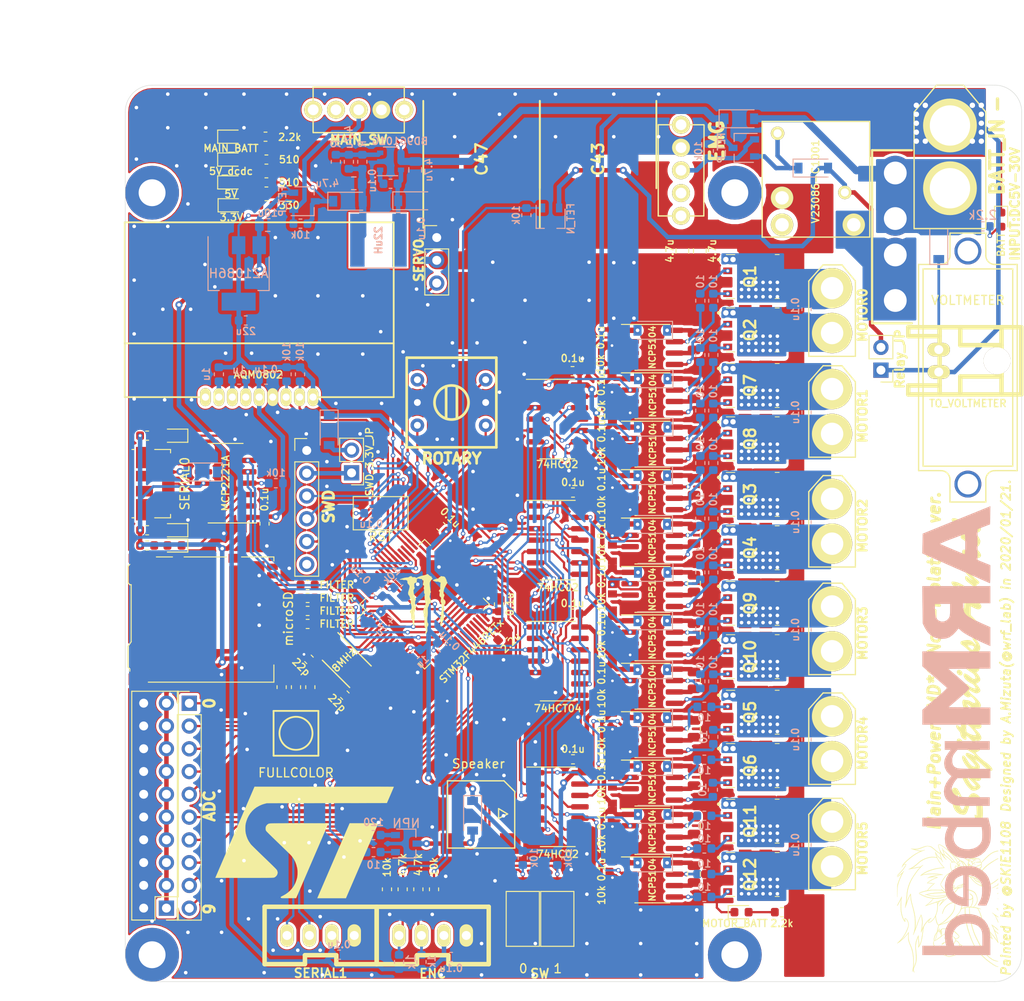
<source format=kicad_pcb>
(kicad_pcb (version 20171130) (host pcbnew "(5.1.4)-1")
  (layers (0 F.Cu signal) (31 B.Cu signal) (34 B.Paste user) (35 F.Paste user) (36 B.SilkS user) (37 F.SilkS user) (38 B.Mask user) (39 F.Mask user) (44 Edge.Cuts user))
  (net 0 "")
  (net 1 GND)
  (net 2 /OSC_IN)
  (net 3 /~RST)
  (net 4 +3V3)
  (net 5 /OSC_OUT)
  (net 6 /FB)
  (net 7 "Net-(C5-Pad1)")
  (net 8 "Net-(C6-Pad1)")
  (net 9 "Net-(C6-Pad2)")
  (net 10 "Net-(C7-Pad1)")
  (net 11 /Batt)
  (net 12 5Vc)
  (net 13 +5V)
  (net 14 "Net-(C25-Pad2)")
  (net 15 "Net-(C25-Pad1)")
  (net 16 "Net-(C26-Pad1)")
  (net 17 "Net-(C26-Pad2)")
  (net 18 "Net-(C27-Pad2)")
  (net 19 "Net-(C27-Pad1)")
  (net 20 "Net-(C28-Pad2)")
  (net 21 "Net-(C28-Pad1)")
  (net 22 "Net-(C29-Pad1)")
  (net 23 "Net-(C29-Pad2)")
  (net 24 "Net-(C30-Pad1)")
  (net 25 "Net-(C30-Pad2)")
  (net 26 "Net-(C37-Pad2)")
  (net 27 "Net-(C37-Pad1)")
  (net 28 "Net-(C38-Pad1)")
  (net 29 "Net-(C38-Pad2)")
  (net 30 "Net-(C39-Pad2)")
  (net 31 "Net-(C39-Pad1)")
  (net 32 "Net-(C40-Pad1)")
  (net 33 "Net-(C40-Pad2)")
  (net 34 "Net-(C41-Pad1)")
  (net 35 "Net-(C41-Pad2)")
  (net 36 "Net-(C42-Pad2)")
  (net 37 "Net-(C42-Pad1)")
  (net 38 /Motor0_L)
  (net 39 /Motor0_R)
  (net 40 /Motor2_L)
  (net 41 /Motor2_R)
  (net 42 /Motor4_L)
  (net 43 /Motor4_R)
  (net 44 +BATT)
  (net 45 /Motor1_R)
  (net 46 /Motor1_L)
  (net 47 /Motor3_R)
  (net 48 /Motor3_L)
  (net 49 /Motor5_R)
  (net 50 /Motor5_L)
  (net 51 "Net-(D1-Pad2)")
  (net 52 "Net-(D2-Pad1)")
  (net 53 "Net-(D2-Pad2)")
  (net 54 "Net-(D3-Pad2)")
  (net 55 "Net-(D3-Pad1)")
  (net 56 "Net-(D4-Pad2)")
  (net 57 "Net-(D4-Pad1)")
  (net 58 "Net-(D8-Pad2)")
  (net 59 "Net-(D22-Pad2)")
  (net 60 "Net-(D23-Pad2)")
  (net 61 "Net-(D24-Pad2)")
  (net 62 "Net-(D25-Pad2)")
  (net 63 "Net-(D26-Pad2)")
  (net 64 "Net-(D27-Pad2)")
  (net 65 "Net-(D27-Pad1)")
  (net 66 "Net-(D28-Pad2)")
  (net 67 "Net-(J1-Pad2)")
  (net 68 /SWCLK)
  (net 69 /SWDIO)
  (net 70 "Net-(J1-Pad6)")
  (net 71 /ADC0)
  (net 72 /ADC1)
  (net 73 /ADC2)
  (net 74 /ADC3)
  (net 75 /ADC4)
  (net 76 /ADC5)
  (net 77 /ADC6)
  (net 78 /ADC7)
  (net 79 /ADC8)
  (net 80 /ADC9)
  (net 81 /D-)
  (net 82 /D+)
  (net 83 "Net-(J4-Pad4)")
  (net 84 "Net-(J4-Pad6)")
  (net 85 "Net-(J5-Pad4)")
  (net 86 "Net-(J5-Pad3)")
  (net 87 /USART2_TX)
  (net 88 /USART2_RX)
  (net 89 "Net-(Q1-Pad2)")
  (net 90 "Net-(Q1-Pad4)")
  (net 91 /MOTOR_BATT)
  (net 92 "Net-(Q2-Pad2)")
  (net 93 "Net-(Q2-Pad4)")
  (net 94 "Net-(Q3-Pad2)")
  (net 95 "Net-(Q3-Pad4)")
  (net 96 "Net-(Q4-Pad4)")
  (net 97 "Net-(Q4-Pad2)")
  (net 98 "Net-(Q5-Pad4)")
  (net 99 "Net-(Q5-Pad2)")
  (net 100 "Net-(Q6-Pad2)")
  (net 101 "Net-(Q6-Pad4)")
  (net 102 "Net-(Q7-Pad4)")
  (net 103 "Net-(Q7-Pad2)")
  (net 104 "Net-(Q8-Pad4)")
  (net 105 "Net-(Q8-Pad2)")
  (net 106 "Net-(Q9-Pad2)")
  (net 107 "Net-(Q9-Pad4)")
  (net 108 "Net-(Q10-Pad4)")
  (net 109 "Net-(Q10-Pad2)")
  (net 110 "Net-(Q11-Pad2)")
  (net 111 "Net-(Q11-Pad4)")
  (net 112 "Net-(Q12-Pad4)")
  (net 113 "Net-(Q12-Pad2)")
  (net 114 "Net-(Q13-Pad1)")
  (net 115 /EMG_IO)
  (net 116 "Net-(Q15-Pad1)")
  (net 117 "Net-(Q16-Pad1)")
  (net 118 "Net-(Q16-Pad2)")
  (net 119 /SW0)
  (net 120 /SW1)
  (net 121 "Net-(R8-Pad1)")
  (net 122 "Net-(R9-Pad1)")
  (net 123 /ENC_CH1)
  (net 124 /ENC_CH2)
  (net 125 "Net-(R16-Pad1)")
  (net 126 "Net-(R17-Pad1)")
  (net 127 "Net-(R18-Pad1)")
  (net 128 "Net-(R19-Pad1)")
  (net 129 "Net-(R20-Pad1)")
  (net 130 "Net-(R21-Pad1)")
  (net 131 "Net-(R22-Pad2)")
  (net 132 "Net-(R23-Pad2)")
  (net 133 "Net-(R24-Pad2)")
  (net 134 "Net-(R25-Pad2)")
  (net 135 "Net-(R26-Pad2)")
  (net 136 "Net-(R27-Pad2)")
  (net 137 "Net-(R28-Pad2)")
  (net 138 "Net-(R29-Pad2)")
  (net 139 "Net-(R30-Pad2)")
  (net 140 "Net-(R31-Pad2)")
  (net 141 "Net-(R32-Pad2)")
  (net 142 "Net-(R33-Pad2)")
  (net 143 "Net-(R34-Pad1)")
  (net 144 "Net-(R35-Pad1)")
  (net 145 "Net-(R36-Pad1)")
  (net 146 "Net-(R37-Pad1)")
  (net 147 "Net-(R38-Pad1)")
  (net 148 "Net-(R39-Pad1)")
  (net 149 "Net-(R40-Pad2)")
  (net 150 "Net-(R41-Pad2)")
  (net 151 "Net-(R42-Pad2)")
  (net 152 "Net-(R43-Pad2)")
  (net 153 "Net-(R44-Pad2)")
  (net 154 "Net-(R45-Pad2)")
  (net 155 "Net-(R46-Pad2)")
  (net 156 "Net-(R47-Pad2)")
  (net 157 "Net-(R48-Pad2)")
  (net 158 "Net-(R49-Pad2)")
  (net 159 "Net-(R50-Pad2)")
  (net 160 "Net-(R51-Pad2)")
  (net 161 "Net-(J15-Pad2)")
  (net 162 /SPI2_NSS)
  (net 163 "Net-(J15-Pad3)")
  (net 164 /SPI2_MOSI)
  (net 165 /SPI2_SCK)
  (net 166 "Net-(J15-Pad5)")
  (net 167 "Net-(J15-Pad7)")
  (net 168 /SPI2_MISO)
  (net 169 /Buzzer_PWM)
  (net 170 "Net-(SW4-Pad1)")
  (net 171 "Net-(SW5-Pad1)")
  (net 172 /USART3_TX)
  (net 173 /USART3_RX)
  (net 174 "Net-(U2-Pad8)")
  (net 175 "Net-(U2-Pad9)")
  (net 176 "Net-(U2-Pad10)")
  (net 177 /I2C2_SCL)
  (net 178 /Motor0_L_PWM)
  (net 179 /Motor0_R_PWM)
  (net 180 /Motor1_L_PWM)
  (net 181 /Motor1_R_PWM)
  (net 182 /Motor2_L_PWM)
  (net 183 /Motor2_R_PWM)
  (net 184 /Motor3_L_PWM)
  (net 185 /Motor3_R_PWM)
  (net 186 /I2C2_SDA)
  (net 187 /ADRESS0)
  (net 188 /ADRESS1)
  (net 189 /ADRESS2)
  (net 190 /ADRESS3)
  (net 191 /Motor5_L_PWM)
  (net 192 /Motor5_R_PWM)
  (net 193 /Motor4_L_PWM)
  (net 194 /Motor4_R_PWM)
  (net 195 "Net-(U18-Pad3)")
  (net 196 "Net-(C55-Pad1)")
  (net 197 "Net-(C56-Pad2)")
  (net 198 "Net-(C56-Pad1)")
  (net 199 "Net-(U22-Pad1)")
  (net 200 "Net-(J15-Pad9)")
  (net 201 "Net-(J15-Pad8)")
  (net 202 "Net-(J15-Pad1)")
  (net 203 "Net-(J15-Pad11)")
  (net 204 "Net-(J15-Pad10)")
  (net 205 "Net-(J14-Pad3)")
  (net 206 /SERVO_PWM)
  (net 207 "Net-(J17-Pad1)")
  (net 208 "Net-(J17-Pad2)")
  (net 209 "Net-(D29-Pad1)")
  (net 210 /Motor0_CW)
  (net 211 /Motor1_CW)
  (net 212 /Motor2_CW)
  (net 213 /Motor3_CW)
  (net 214 /Motor0_PWM)
  (net 215 /Motor1_PWM)
  (net 216 /Motor2_PWM)
  (net 217 /Motor3_PWM)
  (net 218 /Motor4_PWM)
  (net 219 /Motor5_PWM)
  (net 220 /Motor4_CW)
  (net 221 /Motor5_CW)
  (net 222 "Net-(U23-Pad12)")
  (net 223 "Net-(U23-Pad10)")
  (net 224 "Net-(U23-Pad8)")
  (net 225 "Net-(U23-Pad6)")
  (net 226 "Net-(U23-Pad4)")
  (net 227 "Net-(U23-Pad2)")
  (net 228 "Net-(D31-Pad2)")
  (net 229 "Net-(R10-Pad1)")
  (net 230 "Net-(R11-Pad1)")
  (net 231 "Net-(R71-Pad1)")
  (net 232 /LED_Blue)
  (net 233 /LED_Green)
  (net 234 /LED_Red)
  (module Package_SO:SOIC-14_3.9x8.7mm_P1.27mm (layer F.Cu) (at 145.25 79.25)
    (fp_text reference U25 hide)
    (fp_text value 74HC02 (at 0 5.28) (layer F.SilkS) (effects (font (size 0.8 0.8))))
    (pad 14 smd roundrect (at 2.475 -3.81) (size 1.95 0.6) (layers F.Cu F.Paste F.Mask) (net 4 +3V3))
    (pad 13 smd roundrect (at 2.475 -2.54) (size 1.95 0.6) (layers F.Cu F.Paste F.Mask) (net 182 /Motor2_L_PWM))
    (pad 12 smd roundrect (at 2.475 -1.27) (size 1.95 0.6) (layers F.Cu F.Paste F.Mask) (net 225 "Net-(U23-Pad6)"))
    (pad 11 smd roundrect (at 2.475 0) (size 1.95 0.6) (layers F.Cu F.Paste F.Mask) (net 212 /Motor2_CW))
    (pad 10 smd roundrect (at 2.475 1.27) (size 1.95 0.6) (layers F.Cu F.Paste F.Mask) (net 185 /Motor3_R_PWM))
    (pad 9 smd roundrect (at 2.475 2.54) (size 1.95 0.6) (layers F.Cu F.Paste F.Mask) (net 217 /Motor3_PWM))
    (pad 8 smd roundrect (at 2.475 3.81) (size 1.95 0.6) (layers F.Cu F.Paste F.Mask) (net 213 /Motor3_CW))
    (pad 7 smd roundrect (at -2.475 3.81) (size 1.95 0.6) (layers F.Cu F.Paste F.Mask) (net 1 GND))
    (pad 6 smd roundrect (at -2.475 2.54) (size 1.95 0.6) (layers F.Cu F.Paste F.Mask) (net 224 "Net-(U23-Pad8)"))
    (pad 5 smd roundrect (at -2.475 1.27) (size 1.95 0.6) (layers F.Cu F.Paste F.Mask) (net 213 /Motor3_CW))
    (pad 4 smd roundrect (at -2.475 0) (size 1.95 0.6) (layers F.Cu F.Paste F.Mask) (net 184 /Motor3_L_PWM))
    (pad 3 smd roundrect (at -2.475 -1.27) (size 1.95 0.6) (layers F.Cu F.Paste F.Mask) (net 216 /Motor2_PWM))
    (pad 2 smd roundrect (at -2.475 -2.54) (size 1.95 0.6) (layers F.Cu F.Paste F.Mask) (net 212 /Motor2_CW))
    (pad 1 smd roundrect (at -2.475 -3.81) (size 1.95 0.6) (layers F.Cu F.Paste F.Mask) (net 183 /Motor2_R_PWM))
  )
  (module Resistor_SMD:R_0603_1608Metric (layer F.Cu) (at 112.65 34.25)
    (fp_text reference R54 hide)
    (fp_text value 2.2k (at 2.7 0.05) (layer F.SilkS) (effects (font (size 0.8 0.8))))
    (pad 1 smd roundrect (at -0.7875 0) (size 0.875 0.95) (layers F.Cu F.Paste F.Mask) (net 60 "Net-(D23-Pad2)"))
    (pad 2 smd roundrect (at 0.7875 0) (size 0.875 0.95) (layers F.Cu F.Paste F.Mask) (net 11 /Batt))
  )
  (module Mizz_lib:XT30_F (layer F.Cu) (at 173.25 118.25 90)
    (fp_text reference J12 hide)
    (fp_text value MOTOR5 (at 4.6 6 90) (layer F.SilkS) (effects (font (thickness 0.25))))
    (pad 1 thru_hole circle (at 7.6 2.6 90) (size 4.5 4.5) (drill 2.5) (layers *.Cu *.Mask F.SilkS) (net 50 /Motor5_L))
    (pad 2 thru_hole circle (at 2.6 2.6 90) (size 4.5 4.5) (drill 2.5) (layers *.Cu *.Mask F.SilkS) (net 49 /Motor5_R))
  )
  (module Mizz_lib:XT60_M (layer F.Cu) (at 189 36.5 270)
    (fp_text reference J13 hide)
    (fp_text value BATT_IN (at 0 -5.25 90) (layer F.SilkS) (effects (font (size 1.5 1.5) (thickness 0.375))))
    (pad 1 thru_hole circle (at -3.5 0 270) (size 6 6) (drill 4.5) (layers *.Cu *.Mask F.SilkS) (net 1 GND))
    (pad 2 thru_hole circle (at 3.5 0 270) (size 6 6) (drill 4.5) (layers *.Cu *.Mask F.SilkS) (net 44 +BATT))
  )
  (module Capacitor_SMD:C_0603_1608Metric (layer F.Cu) (at 117.5 92.55 135)
    (fp_text reference C1 hide)
    (fp_text value 22p (at 0 -1.202082 135) (layer F.SilkS) (effects (font (size 0.8 0.8))))
    (pad 2 smd roundrect (at 0.7875 0 135) (size 0.875 0.95) (layers F.Cu F.Paste F.Mask) (net 1 GND))
    (pad 1 smd roundrect (at -0.7875 0 135) (size 0.875 0.95) (layers F.Cu F.Paste F.Mask) (net 2 /OSC_IN))
  )
  (module Capacitor_SMD:C_0603_1608Metric (layer B.Cu) (at 124.45 76.25 180)
    (fp_text reference C2 hide)
    (fp_text value 0.1u (at 0 -1.2) (layer B.SilkS) (effects (font (size 0.8 0.8)) (justify mirror)))
    (pad 1 smd roundrect (at -0.7875 0 180) (size 0.875 0.95) (layers B.Cu B.Paste B.Mask) (net 1 GND))
    (pad 2 smd roundrect (at 0.7875 0 180) (size 0.875 0.95) (layers B.Cu B.Paste B.Mask) (net 3 /~RST))
  )
  (module Capacitor_SMD:C_0603_1608Metric (layer F.Cu) (at 112.54 77.42 270)
    (fp_text reference C3 hide)
    (fp_text value 0.1u (at -2.7 0 90) (layer F.SilkS) (effects (font (size 0.8 0.8))))
    (pad 1 smd roundrect (at -0.7875 0 270) (size 0.875 0.95) (layers F.Cu F.Paste F.Mask) (net 4 +3V3))
    (pad 2 smd roundrect (at 0.7875 0 270) (size 0.875 0.95) (layers F.Cu F.Paste F.Mask) (net 1 GND))
  )
  (module Capacitor_SMD:C_0603_1608Metric (layer F.Cu) (at 121.5 96.55 315)
    (fp_text reference C4 hide)
    (fp_text value 22p (at 0 1.202082 135) (layer F.SilkS) (effects (font (size 0.8 0.8))))
    (pad 1 smd roundrect (at -0.7875 0 315) (size 0.875 0.95) (layers F.Cu F.Paste F.Mask) (net 5 /OSC_OUT))
    (pad 2 smd roundrect (at 0.7875 0 315) (size 0.875 0.95) (layers F.Cu F.Paste F.Mask) (net 1 GND))
  )
  (module Capacitor_SMD:C_0603_1608Metric (layer B.Cu) (at 121.95 37.05 270)
    (fp_text reference C5 hide)
    (fp_text value 4.7u (at -2.75 0 90) (layer B.SilkS) (effects (font (size 0.8 0.8)) (justify mirror)))
    (pad 2 smd roundrect (at 0.7875 0 270) (size 0.875 0.95) (layers B.Cu B.Paste B.Mask) (net 6 /FB))
    (pad 1 smd roundrect (at -0.7875 0 270) (size 0.875 0.95) (layers B.Cu B.Paste B.Mask) (net 7 "Net-(C5-Pad1)"))
  )
  (module Capacitor_SMD:C_0603_1608Metric (layer B.Cu) (at 126.6 39.5 180)
    (fp_text reference C6 hide)
    (fp_text value 0.1u (at 2.05 0.35 90) (layer B.SilkS) (effects (font (size 0.8 0.8)) (justify mirror)))
    (pad 1 smd roundrect (at -0.7875 0 180) (size 0.875 0.95) (layers B.Cu B.Paste B.Mask) (net 8 "Net-(C6-Pad1)"))
    (pad 2 smd roundrect (at 0.7875 0 180) (size 0.875 0.95) (layers B.Cu B.Paste B.Mask) (net 9 "Net-(C6-Pad2)"))
  )
  (module Capacitor_SMD:C_0603_1608Metric (layer F.Cu) (at 139.15 89.85 45)
    (fp_text reference C7 hide)
    (fp_text value 2.2u (at 0 1.202082 45) (layer F.SilkS) (effects (font (size 0.8 0.8))))
    (pad 1 smd roundrect (at -0.7875 0 45) (size 0.875 0.95) (layers F.Cu F.Paste F.Mask) (net 10 "Net-(C7-Pad1)"))
    (pad 2 smd roundrect (at 0.7875 0 45) (size 0.875 0.95) (layers F.Cu F.Paste F.Mask) (net 1 GND))
  )
  (module Capacitor_SMD:C_0805_2012Metric (layer B.Cu) (at 129.35 37.95 270)
    (fp_text reference C8 hide)
    (fp_text value 4.7u (at 0 -1.5 90) (layer B.SilkS) (effects (font (size 0.8 0.8)) (justify mirror)))
    (pad 1 smd roundrect (at -0.9375 0 270) (size 0.975 1.4) (layers B.Cu B.Paste B.Mask) (net 11 /Batt))
    (pad 2 smd roundrect (at 0.9375 0 270) (size 0.975 1.4) (layers B.Cu B.Paste B.Mask) (net 1 GND))
  )
  (module Capacitor_SMD:C_0603_1608Metric (layer B.Cu) (at 124.95 87.8 225)
    (fp_text reference C9 hide)
    (fp_text value 4.7u (at 0 -1.43 45) (layer B.SilkS) (effects (font (size 0.8 0.8)) (justify mirror)))
    (pad 1 smd roundrect (at -0.7875 0 225) (size 0.875 0.95) (layers B.Cu B.Paste B.Mask) (net 4 +3V3))
    (pad 2 smd roundrect (at 0.7875 0 225) (size 0.875 0.95) (layers B.Cu B.Paste B.Mask) (net 1 GND))
  )
  (module Capacitor_SMD:C_0603_1608Metric (layer B.Cu) (at 132.4 91.25 315)
    (fp_text reference C10 hide)
    (fp_text value 0.1u (at 0 -1.131371 315) (layer B.SilkS) (effects (font (size 0.8 0.8)) (justify mirror)))
    (pad 1 smd roundrect (at -0.7875 0 315) (size 0.875 0.95) (layers B.Cu B.Paste B.Mask) (net 4 +3V3))
    (pad 2 smd roundrect (at 0.7875 0 315) (size 0.875 0.95) (layers B.Cu B.Paste B.Mask) (net 1 GND))
  )
  (module Capacitor_SMD:C_0805_2012Metric (layer B.Cu) (at 122.5 39.45 180)
    (fp_text reference C11 hide)
    (fp_text value 4.7u (at 2.95 0) (layer B.SilkS) (effects (font (size 0.8 0.8)) (justify mirror)))
    (pad 2 smd roundrect (at 0.9375 0 180) (size 0.975 1.4) (layers B.Cu B.Paste B.Mask) (net 1 GND))
    (pad 1 smd roundrect (at -0.9375 0 180) (size 0.975 1.4) (layers B.Cu B.Paste B.Mask) (net 6 /FB))
  )
  (module Capacitor_SMD:C_0603_1608Metric (layer F.Cu) (at 138.7 86.4 90)
    (fp_text reference C12 hide)
    (fp_text value 0.1u (at 0 1.224999 90) (layer F.SilkS) (effects (font (size 0.8 0.8))))
    (pad 2 smd roundrect (at 0.7875 0 90) (size 0.875 0.95) (layers F.Cu F.Paste F.Mask) (net 1 GND))
    (pad 1 smd roundrect (at -0.7875 0 90) (size 0.875 0.95) (layers F.Cu F.Paste F.Mask) (net 4 +3V3))
  )
  (module Capacitor_SMD:C_0805_2012Metric (layer B.Cu) (at 112.9 44.1)
    (fp_text reference C13 hide)
    (fp_text value 10u (at 0 -1.35) (layer B.SilkS) (effects (font (size 0.8 0.8)) (justify mirror)))
    (pad 1 smd roundrect (at -0.9375 0) (size 0.975 1.4) (layers B.Cu B.Paste B.Mask) (net 13 +5V))
    (pad 2 smd roundrect (at 0.9375 0) (size 0.975 1.4) (layers B.Cu B.Paste B.Mask) (net 1 GND))
  )
  (module Capacitor_SMD:C_0603_1608Metric (layer F.Cu) (at 132.25 77.75 135)
    (fp_text reference C14 hide)
    (fp_text value 0.1u (at 0 1.43 135) (layer F.SilkS) (effects (font (size 0.8 0.8))))
    (pad 2 smd roundrect (at 0.7875 0 135) (size 0.875 0.95) (layers F.Cu F.Paste F.Mask) (net 1 GND))
    (pad 1 smd roundrect (at -0.7875 0 135) (size 0.875 0.95) (layers F.Cu F.Paste F.Mask) (net 4 +3V3))
  )
  (module Capacitor_SMD:C_0603_1608Metric (layer B.Cu) (at 133.35 125.75 180)
    (fp_text reference C15 hide)
    (fp_text value 0.1u (at 0 -1.25) (layer B.SilkS) (effects (font (size 0.8 0.8)) (justify mirror)))
    (pad 1 smd roundrect (at -0.7875 0 180) (size 0.875 0.95) (layers B.Cu B.Paste B.Mask) (net 1 GND))
    (pad 2 smd roundrect (at 0.7875 0 180) (size 0.875 0.95) (layers B.Cu B.Paste B.Mask) (net 13 +5V))
  )
  (module Capacitor_SMD:C_0603_1608Metric (layer B.Cu) (at 125.15 84.95 135)
    (fp_text reference C16 hide)
    (fp_text value 0.1u (at 2.687006 0 315) (layer B.SilkS) (effects (font (size 0.8 0.8)) (justify mirror)))
    (pad 2 smd roundrect (at 0.7875 0 135) (size 0.875 0.95) (layers B.Cu B.Paste B.Mask) (net 1 GND))
    (pad 1 smd roundrect (at -0.7875 0 135) (size 0.875 0.95) (layers B.Cu B.Paste B.Mask) (net 4 +3V3))
  )
  (module Capacitor_SMD:C_0603_1608Metric (layer B.Cu) (at 129.35 92 225)
    (fp_text reference C17 hide)
    (fp_text value 1u (at 0 -1.131371 45) (layer B.SilkS) (effects (font (size 0.8 0.8)) (justify mirror)))
    (pad 1 smd roundrect (at -0.7875 0 225) (size 0.875 0.95) (layers B.Cu B.Paste B.Mask) (net 4 +3V3))
    (pad 2 smd roundrect (at 0.7875 0 225) (size 0.875 0.95) (layers B.Cu B.Paste B.Mask) (net 1 GND))
  )
  (module Capacitor_SMD:C_0603_1608Metric (layer B.Cu) (at 110.45 54.75)
    (fp_text reference C18 hide)
    (fp_text value 22u (at 0 1.2) (layer B.SilkS) (effects (font (size 0.8 0.8)) (justify mirror)))
    (pad 1 smd roundrect (at -0.7875 0) (size 0.875 0.95) (layers B.Cu B.Paste B.Mask) (net 4 +3V3))
    (pad 2 smd roundrect (at 0.7875 0) (size 0.875 0.95) (layers B.Cu B.Paste B.Mask) (net 1 GND))
  )
  (module Capacitor_SMD:C_0805_2012Metric (layer F.Cu) (at 160.45 57.1 270)
    (fp_text reference C25 hide)
    (fp_text value 4.7u)
    (pad 2 smd roundrect (at 0.9375 0 270) (size 0.975 1.4) (layers F.Cu F.Paste F.Mask) (net 14 "Net-(C25-Pad2)"))
    (pad 1 smd roundrect (at -0.9375 0 270) (size 0.975 1.4) (layers F.Cu F.Paste F.Mask) (net 15 "Net-(C25-Pad1)"))
  )
  (module Capacitor_SMD:C_0805_2012Metric (layer F.Cu) (at 160.45 62.55 270)
    (fp_text reference C26 hide)
    (fp_text value 4.7u)
    (pad 1 smd roundrect (at -0.9375 0 270) (size 0.975 1.4) (layers F.Cu F.Paste F.Mask) (net 16 "Net-(C26-Pad1)"))
    (pad 2 smd roundrect (at 0.9375 0 270) (size 0.975 1.4) (layers F.Cu F.Paste F.Mask) (net 17 "Net-(C26-Pad2)"))
  )
  (module Capacitor_SMD:C_0805_2012Metric (layer F.Cu) (at 160.45 78.7 270)
    (fp_text reference C27 hide)
    (fp_text value 4.7u)
    (pad 2 smd roundrect (at 0.9375 0 270) (size 0.975 1.4) (layers F.Cu F.Paste F.Mask) (net 18 "Net-(C27-Pad2)"))
    (pad 1 smd roundrect (at -0.9375 0 270) (size 0.975 1.4) (layers F.Cu F.Paste F.Mask) (net 19 "Net-(C27-Pad1)"))
  )
  (module Capacitor_SMD:C_0805_2012Metric (layer F.Cu) (at 160.45 84.1 270)
    (fp_text reference C28 hide)
    (fp_text value 4.7u)
    (pad 2 smd roundrect (at 0.9375 0 270) (size 0.975 1.4) (layers F.Cu F.Paste F.Mask) (net 20 "Net-(C28-Pad2)"))
    (pad 1 smd roundrect (at -0.9375 0 270) (size 0.975 1.4) (layers F.Cu F.Paste F.Mask) (net 21 "Net-(C28-Pad1)"))
  )
  (module Capacitor_SMD:C_0805_2012Metric (layer F.Cu) (at 160.45 100.3 270)
    (fp_text reference C29 hide)
    (fp_text value 4.7u)
    (pad 1 smd roundrect (at -0.9375 0 270) (size 0.975 1.4) (layers F.Cu F.Paste F.Mask) (net 22 "Net-(C29-Pad1)"))
    (pad 2 smd roundrect (at 0.9375 0 270) (size 0.975 1.4) (layers F.Cu F.Paste F.Mask) (net 23 "Net-(C29-Pad2)"))
  )
  (module Capacitor_SMD:C_0805_2012Metric (layer F.Cu) (at 160.45 105.7 270)
    (fp_text reference C30 hide)
    (fp_text value 4.7u)
    (pad 1 smd roundrect (at -0.9375 0 270) (size 0.975 1.4) (layers F.Cu F.Paste F.Mask) (net 24 "Net-(C30-Pad1)"))
    (pad 2 smd roundrect (at 0.9375 0 270) (size 0.975 1.4) (layers F.Cu F.Paste F.Mask) (net 25 "Net-(C30-Pad2)"))
  )
  (module Capacitor_SMD:C_0805_2012Metric (layer F.Cu) (at 160.45 67.95 270)
    (fp_text reference C37 hide)
    (fp_text value 4.7u)
    (pad 2 smd roundrect (at 0.9375 0 270) (size 0.975 1.4) (layers F.Cu F.Paste F.Mask) (net 26 "Net-(C37-Pad2)"))
    (pad 1 smd roundrect (at -0.9375 0 270) (size 0.975 1.4) (layers F.Cu F.Paste F.Mask) (net 27 "Net-(C37-Pad1)"))
  )
  (module Capacitor_SMD:C_0805_2012Metric (layer F.Cu) (at 160.45 73.3 270)
    (fp_text reference C38 hide)
    (fp_text value 4.7u)
    (pad 1 smd roundrect (at -0.9375 0 270) (size 0.975 1.4) (layers F.Cu F.Paste F.Mask) (net 28 "Net-(C38-Pad1)"))
    (pad 2 smd roundrect (at 0.9375 0 270) (size 0.975 1.4) (layers F.Cu F.Paste F.Mask) (net 29 "Net-(C38-Pad2)"))
  )
  (module Capacitor_SMD:C_0805_2012Metric (layer F.Cu) (at 160.45 89.5 270)
    (fp_text reference C39 hide)
    (fp_text value 4.7u)
    (pad 2 smd roundrect (at 0.9375 0 270) (size 0.975 1.4) (layers F.Cu F.Paste F.Mask) (net 30 "Net-(C39-Pad2)"))
    (pad 1 smd roundrect (at -0.9375 0 270) (size 0.975 1.4) (layers F.Cu F.Paste F.Mask) (net 31 "Net-(C39-Pad1)"))
  )
  (module Capacitor_SMD:C_0805_2012Metric (layer F.Cu) (at 160.45 94.9 270)
    (fp_text reference C40 hide)
    (fp_text value 4.7u)
    (pad 1 smd roundrect (at -0.9375 0 270) (size 0.975 1.4) (layers F.Cu F.Paste F.Mask) (net 32 "Net-(C40-Pad1)"))
    (pad 2 smd roundrect (at 0.9375 0 270) (size 0.975 1.4) (layers F.Cu F.Paste F.Mask) (net 33 "Net-(C40-Pad2)"))
  )
  (module Capacitor_SMD:C_0805_2012Metric (layer F.Cu) (at 160.45 111.1 270)
    (fp_text reference C41 hide)
    (fp_text value 4.7u)
    (pad 1 smd roundrect (at -0.9375 0 270) (size 0.975 1.4) (layers F.Cu F.Paste F.Mask) (net 34 "Net-(C41-Pad1)"))
    (pad 2 smd roundrect (at 0.9375 0 270) (size 0.975 1.4) (layers F.Cu F.Paste F.Mask) (net 35 "Net-(C41-Pad2)"))
  )
  (module Capacitor_SMD:C_0805_2012Metric (layer F.Cu) (at 160.45 116.5 270)
    (fp_text reference C42 hide)
    (fp_text value 4.7u)
    (pad 2 smd roundrect (at 0.9375 0 270) (size 0.975 1.4) (layers F.Cu F.Paste F.Mask) (net 36 "Net-(C42-Pad2)"))
    (pad 1 smd roundrect (at -0.9375 0 270) (size 0.975 1.4) (layers F.Cu F.Paste F.Mask) (net 37 "Net-(C42-Pad1)"))
  )
  (module Capacitor_SMD:C_0603_1608Metric (layer B.Cu) (at 173 53.5 270)
    (fp_text reference C44 hide)
    (fp_text value 0.1u (at 0 1.25 90) (layer B.SilkS) (effects (font (size 0.8 0.8)) (justify mirror)))
    (pad 1 smd roundrect (at -0.7875 0 270) (size 0.875 0.95) (layers B.Cu B.Paste B.Mask) (net 38 /Motor0_L))
    (pad 2 smd roundrect (at 0.7875 0 270) (size 0.875 0.95) (layers B.Cu B.Paste B.Mask) (net 39 /Motor0_R))
  )
  (module Capacitor_SMD:C_0603_1608Metric (layer B.Cu) (at 173 77.25 270)
    (fp_text reference C45 hide)
    (fp_text value 0.1u (at 0 1.25 90) (layer B.SilkS) (effects (font (size 0.8 0.8)) (justify mirror)))
    (pad 1 smd roundrect (at -0.7875 0 270) (size 0.875 0.95) (layers B.Cu B.Paste B.Mask) (net 40 /Motor2_L))
    (pad 2 smd roundrect (at 0.7875 0 270) (size 0.875 0.95) (layers B.Cu B.Paste B.Mask) (net 41 /Motor2_R))
  )
  (module Capacitor_SMD:C_0603_1608Metric (layer B.Cu) (at 173 101.5 270)
    (fp_text reference C46 hide)
    (fp_text value 0.1u (at 0 1.25 90) (layer B.SilkS) (effects (font (size 0.8 0.8)) (justify mirror)))
    (pad 1 smd roundrect (at -0.7875 0 270) (size 0.875 0.95) (layers B.Cu B.Paste B.Mask) (net 42 /Motor4_L))
    (pad 2 smd roundrect (at 0.7875 0 270) (size 0.875 0.95) (layers B.Cu B.Paste B.Mask) (net 43 /Motor4_R))
  )
  (module Capacitor_SMD:C_0805_2012Metric (layer F.Cu) (at 161.1 47 270)
    (fp_text reference C48 hide)
    (fp_text value 4.7u (at 0 -1.4 90) (layer F.SilkS) (effects (font (size 0.8 0.8))))
    (pad 1 smd roundrect (at -0.9375 0 270) (size 0.975 1.4) (layers F.Cu F.Paste F.Mask) (net 91 /MOTOR_BATT))
    (pad 2 smd roundrect (at 0.9375 0 270) (size 0.975 1.4) (layers F.Cu F.Paste F.Mask) (net 1 GND))
  )
  (module Capacitor_SMD:C_0805_2012Metric (layer F.Cu) (at 159.15 47 270)
    (fp_text reference C49 hide)
    (fp_text value 4.7u (at 0 1.4 90) (layer F.SilkS) (effects (font (size 0.8 0.8))))
    (pad 2 smd roundrect (at 0.9375 0 270) (size 0.975 1.4) (layers F.Cu F.Paste F.Mask) (net 1 GND))
    (pad 1 smd roundrect (at -0.9375 0 270) (size 0.975 1.4) (layers F.Cu F.Paste F.Mask) (net 91 /MOTOR_BATT))
  )
  (module Capacitor_SMD:C_0603_1608Metric (layer B.Cu) (at 173 65 270)
    (fp_text reference C50 hide)
    (fp_text value 0.1u (at 0 1.25 90) (layer B.SilkS) (effects (font (size 0.8 0.8)) (justify mirror)))
    (pad 2 smd roundrect (at 0.7875 0 270) (size 0.875 0.95) (layers B.Cu B.Paste B.Mask) (net 45 /Motor1_R))
    (pad 1 smd roundrect (at -0.7875 0 270) (size 0.875 0.95) (layers B.Cu B.Paste B.Mask) (net 46 /Motor1_L))
  )
  (module Capacitor_SMD:C_0603_1608Metric (layer B.Cu) (at 173 89.25 270)
    (fp_text reference C51 hide)
    (fp_text value 0.1u (at 0 1.25 270) (layer B.SilkS) (effects (font (size 0.8 0.8)) (justify mirror)))
    (pad 2 smd roundrect (at 0.7875 0 270) (size 0.875 0.95) (layers B.Cu B.Paste B.Mask) (net 47 /Motor3_R))
    (pad 1 smd roundrect (at -0.7875 0 270) (size 0.875 0.95) (layers B.Cu B.Paste B.Mask) (net 48 /Motor3_L))
  )
  (module Capacitor_SMD:C_0603_1608Metric (layer B.Cu) (at 173 113.25 270)
    (fp_text reference C52 hide)
    (fp_text value 0.1u (at 0 1.25 90) (layer B.SilkS) (effects (font (size 0.8 0.8)) (justify mirror)))
    (pad 2 smd roundrect (at 0.7875 0 270) (size 0.875 0.95) (layers B.Cu B.Paste B.Mask) (net 49 /Motor5_R))
    (pad 1 smd roundrect (at -0.7875 0 270) (size 0.875 0.95) (layers B.Cu B.Paste B.Mask) (net 50 /Motor5_L))
  )
  (module Capacitor_SMD:C_0603_1608Metric (layer B.Cu) (at 120.85 125.5 180)
    (fp_text reference C53 hide)
    (fp_text value 0.1u (at 0 1.15) (layer B.SilkS) (effects (font (size 0.8 0.8)) (justify mirror)))
    (pad 2 smd roundrect (at 0.7875 0 180) (size 0.875 0.95) (layers B.Cu B.Paste B.Mask) (net 13 +5V))
    (pad 1 smd roundrect (at -0.7875 0 180) (size 0.875 0.95) (layers B.Cu B.Paste B.Mask) (net 1 GND))
  )
  (module Diode_SMD:D_SOD-123 (layer B.Cu) (at 119.75 67 270)
    (fp_text reference D1 hide)
    (fp_text value DIODE)
    (pad 2 smd rect (at 1.65 0 270) (size 0.9 1.2) (layers B.Cu B.Paste B.Mask) (net 51 "Net-(D1-Pad2)"))
    (pad 1 smd rect (at -1.65 0 270) (size 0.9 1.2) (layers B.Cu B.Paste B.Mask) (net 4 +3V3))
  )
  (module LED_SMD:LED_0603_1608Metric (layer F.Cu) (at 102.5 79.85 180)
    (fp_text reference D2 hide)
    (fp_text value LED)
    (pad 1 smd roundrect (at -0.7875 0 180) (size 0.875 0.95) (layers F.Cu F.Paste F.Mask) (net 52 "Net-(D2-Pad1)"))
    (pad 2 smd roundrect (at 0.7875 0 180) (size 0.875 0.95) (layers F.Cu F.Paste F.Mask) (net 53 "Net-(D2-Pad2)"))
  )
  (module LED_SMD:LED_0603_1608Metric (layer F.Cu) (at 102.5 78.15 180)
    (fp_text reference D3 hide)
    (fp_text value LED)
    (pad 2 smd roundrect (at 0.7875 0 180) (size 0.875 0.95) (layers F.Cu F.Paste F.Mask) (net 54 "Net-(D3-Pad2)"))
    (pad 1 smd roundrect (at -0.7875 0 180) (size 0.875 0.95) (layers F.Cu F.Paste F.Mask) (net 55 "Net-(D3-Pad1)"))
  )
  (module LED_SMD:LED_0603_1608Metric (layer F.Cu) (at 102.5 67.6 180)
    (fp_text reference D4 hide)
    (fp_text value LED)
    (pad 2 smd roundrect (at 0.7875 0 180) (size 0.875 0.95) (layers F.Cu F.Paste F.Mask) (net 56 "Net-(D4-Pad2)"))
    (pad 1 smd roundrect (at -0.7875 0 180) (size 0.875 0.95) (layers F.Cu F.Paste F.Mask) (net 57 "Net-(D4-Pad1)"))
  )
  (module Diode_SMD:D_SOD-123 (layer B.Cu) (at 121.85 41.45)
    (fp_text reference D7 hide)
    (fp_text value DIODE)
    (pad 1 smd rect (at -1.65 0) (size 0.9 1.2) (layers B.Cu B.Paste B.Mask) (net 12 5Vc))
    (pad 2 smd rect (at 1.65 0) (size 0.9 1.2) (layers B.Cu B.Paste B.Mask) (net 6 /FB))
  )
  (module Diode_SMD:D_SOD-123 (layer B.Cu) (at 105.6 71.65 180)
    (fp_text reference D8 hide)
    (fp_text value DIODE)
    (pad 1 smd rect (at -1.65 0 180) (size 0.9 1.2) (layers B.Cu B.Paste B.Mask) (net 13 +5V))
    (pad 2 smd rect (at 1.65 0 180) (size 0.9 1.2) (layers B.Cu B.Paste B.Mask) (net 58 "Net-(D8-Pad2)"))
  )
  (module Diode_SMD:D_SOD-123 (layer B.Cu) (at 155.8 55.85 180)
    (fp_text reference D9 hide)
    (fp_text value DIODE)
    (pad 1 smd rect (at -1.65 0 180) (size 0.9 1.2) (layers B.Cu B.Paste B.Mask) (net 15 "Net-(C25-Pad1)"))
    (pad 2 smd rect (at 1.65 0 180) (size 0.9 1.2) (layers B.Cu B.Paste B.Mask) (net 11 /Batt))
  )
  (module Diode_SMD:D_SOD-123 (layer B.Cu) (at 155.85 61.25 180)
    (fp_text reference D10 hide)
    (fp_text value DIODE)
    (pad 1 smd rect (at -1.65 0 180) (size 0.9 1.2) (layers B.Cu B.Paste B.Mask) (net 16 "Net-(C26-Pad1)"))
    (pad 2 smd rect (at 1.65 0 180) (size 0.9 1.2) (layers B.Cu B.Paste B.Mask) (net 11 /Batt))
  )
  (module Diode_SMD:D_SOD-123 (layer B.Cu) (at 155.8 77.5 180)
    (fp_text reference D11 hide)
    (fp_text value DIODE)
    (pad 2 smd rect (at 1.65 0 180) (size 0.9 1.2) (layers B.Cu B.Paste B.Mask) (net 11 /Batt))
    (pad 1 smd rect (at -1.65 0 180) (size 0.9 1.2) (layers B.Cu B.Paste B.Mask) (net 19 "Net-(C27-Pad1)"))
  )
  (module Diode_SMD:D_SOD-123 (layer B.Cu) (at 155.85 82.85 180)
    (fp_text reference D12 hide)
    (fp_text value DIODE)
    (pad 1 smd rect (at -1.65 0 180) (size 0.9 1.2) (layers B.Cu B.Paste B.Mask) (net 21 "Net-(C28-Pad1)"))
    (pad 2 smd rect (at 1.65 0 180) (size 0.9 1.2) (layers B.Cu B.Paste B.Mask) (net 11 /Batt))
  )
  (module Diode_SMD:D_SOD-123 (layer B.Cu) (at 155.8 99.05 180)
    (fp_text reference D13 hide)
    (fp_text value DIODE)
    (pad 2 smd rect (at 1.65 0 180) (size 0.9 1.2) (layers B.Cu B.Paste B.Mask) (net 11 /Batt))
    (pad 1 smd rect (at -1.65 0 180) (size 0.9 1.2) (layers B.Cu B.Paste B.Mask) (net 22 "Net-(C29-Pad1)"))
  )
  (module Diode_SMD:D_SOD-123 (layer B.Cu) (at 155.8 104.5 180)
    (fp_text reference D14 hide)
    (fp_text value DIODE)
    (pad 2 smd rect (at 1.65 0 180) (size 0.9 1.2) (layers B.Cu B.Paste B.Mask) (net 11 /Batt))
    (pad 1 smd rect (at -1.65 0 180) (size 0.9 1.2) (layers B.Cu B.Paste B.Mask) (net 24 "Net-(C30-Pad1)"))
  )
  (module Diode_SMD:D_SOD-123 (layer B.Cu) (at 155.85 66.65 180)
    (fp_text reference D15 hide)
    (fp_text value DIODE)
    (pad 2 smd rect (at 1.65 0 180) (size 0.9 1.2) (layers B.Cu B.Paste B.Mask) (net 11 /Batt))
    (pad 1 smd rect (at -1.65 0 180) (size 0.9 1.2) (layers B.Cu B.Paste B.Mask) (net 27 "Net-(C37-Pad1)"))
  )
  (module Diode_SMD:D_SOD-123 (layer B.Cu) (at 155.8 72.05 180)
    (fp_text reference D16 hide)
    (fp_text value DIODE)
    (pad 1 smd rect (at -1.65 0 180) (size 0.9 1.2) (layers B.Cu B.Paste B.Mask) (net 28 "Net-(C38-Pad1)"))
    (pad 2 smd rect (at 1.65 0 180) (size 0.9 1.2) (layers B.Cu B.Paste B.Mask) (net 11 /Batt))
  )
  (module Diode_SMD:D_SOD-123 (layer B.Cu) (at 155.8 88.25 180)
    (fp_text reference D17 hide)
    (fp_text value DIODE)
    (pad 1 smd rect (at -1.65 0 180) (size 0.9 1.2) (layers B.Cu B.Paste B.Mask) (net 31 "Net-(C39-Pad1)"))
    (pad 2 smd rect (at 1.65 0 180) (size 0.9 1.2) (layers B.Cu B.Paste B.Mask) (net 11 /Batt))
  )
  (module Diode_SMD:D_SOD-123 (layer B.Cu) (at 155.8 93.7 180)
    (fp_text reference D18 hide)
    (fp_text value DIODE)
    (pad 2 smd rect (at 1.65 0 180) (size 0.9 1.2) (layers B.Cu B.Paste B.Mask) (net 11 /Batt))
    (pad 1 smd rect (at -1.65 0 180) (size 0.9 1.2) (layers B.Cu B.Paste B.Mask) (net 32 "Net-(C40-Pad1)"))
  )
  (module Diode_SMD:D_SOD-123 (layer B.Cu) (at 155.85 109.85 180)
    (fp_text reference D19 hide)
    (fp_text value DIODE)
    (pad 2 smd rect (at 1.65 0 180) (size 0.9 1.2) (layers B.Cu B.Paste B.Mask) (net 11 /Batt))
    (pad 1 smd rect (at -1.65 0 180) (size 0.9 1.2) (layers B.Cu B.Paste B.Mask) (net 34 "Net-(C41-Pad1)"))
  )
  (module Diode_SMD:D_SOD-123 (layer B.Cu) (at 155.8 115.25 180)
    (fp_text reference D20 hide)
    (fp_text value DIODE)
    (pad 2 smd rect (at 1.65 0 180) (size 0.9 1.2) (layers B.Cu B.Paste B.Mask) (net 11 /Batt))
    (pad 1 smd rect (at -1.65 0 180) (size 0.9 1.2) (layers B.Cu B.Paste B.Mask) (net 37 "Net-(C42-Pad1)"))
  )
  (module Diode_SMD:D_SOD-123 (layer B.Cu) (at 165.5 32.25)
    (fp_text reference D21 hide)
    (fp_text value DIODE)
    (pad 1 smd rect (at -1.65 0) (size 0.9 1.2) (layers B.Cu B.Paste B.Mask) (net 11 /Batt))
    (pad 2 smd rect (at 1.65 0) (size 0.9 1.2) (layers B.Cu B.Paste B.Mask) (net 44 +BATT))
  )
  (module LED_SMD:LED_0603_1608Metric (layer F.Cu) (at 194.7 43.5 270)
    (fp_text reference D22 hide)
    (fp_text value BATT (at 2.8 0 90) (layer F.SilkS) (effects (font (size 0.8 0.8))))
    (pad 1 smd roundrect (at -0.7875 0 270) (size 0.875 0.95) (layers F.Cu F.Paste F.Mask) (net 1 GND))
    (pad 2 smd roundrect (at 0.7875 0 270) (size 0.875 0.95) (layers F.Cu F.Paste F.Mask) (net 59 "Net-(D22-Pad2)"))
  )
  (module LED_SMD:LED_0603_1608Metric (layer F.Cu) (at 108.8 34.25)
    (fp_text reference D23 hide)
    (fp_text value MAIN_BATT (at 0 1.3) (layer F.SilkS) (effects (font (size 0.8 0.8))))
    (pad 2 smd roundrect (at 0.7875 0) (size 0.875 0.95) (layers F.Cu F.Paste F.Mask) (net 60 "Net-(D23-Pad2)"))
    (pad 1 smd roundrect (at -0.7875 0) (size 0.875 0.95) (layers F.Cu F.Paste F.Mask) (net 1 GND))
  )
  (module LED_SMD:LED_0603_1608Metric (layer F.Cu) (at 165.75 120.75)
    (fp_text reference D24 hide)
    (fp_text value MOTOR_BATT (at -0.75 1.25) (layer F.SilkS) (effects (font (size 0.8 0.8))))
    (pad 2 smd roundrect (at 0.7875 0) (size 0.875 0.95) (layers F.Cu F.Paste F.Mask) (net 61 "Net-(D24-Pad2)"))
    (pad 1 smd roundrect (at -0.7875 0) (size 0.875 0.95) (layers F.Cu F.Paste F.Mask) (net 1 GND))
  )
  (module LED_SMD:LED_0603_1608Metric (layer F.Cu) (at 108.8 39.35)
    (fp_text reference D25 hide)
    (fp_text value 5V (at 0 1.3) (layer F.SilkS) (effects (font (size 0.8 0.8))))
    (pad 1 smd roundrect (at -0.7875 0) (size 0.875 0.95) (layers F.Cu F.Paste F.Mask) (net 1 GND))
    (pad 2 smd roundrect (at 0.7875 0) (size 0.875 0.95) (layers F.Cu F.Paste F.Mask) (net 62 "Net-(D25-Pad2)"))
  )
  (module LED_SMD:LED_0603_1608Metric (layer F.Cu) (at 108.85 41.9)
    (fp_text reference D26 hide)
    (fp_text value 3.3V (at 0 1.35) (layer F.SilkS) (effects (font (size 0.8 0.8))))
    (pad 2 smd roundrect (at 0.7875 0) (size 0.875 0.95) (layers F.Cu F.Paste F.Mask) (net 63 "Net-(D26-Pad2)"))
    (pad 1 smd roundrect (at -0.7875 0) (size 0.875 0.95) (layers F.Cu F.Paste F.Mask) (net 1 GND))
  )
  (module Diode_SMD:D_SOD-123 (layer B.Cu) (at 173.75 37.75)
    (fp_text reference D27 hide)
    (fp_text value DIODE)
    (pad 2 smd rect (at 1.65 0) (size 0.9 1.2) (layers B.Cu B.Paste B.Mask) (net 64 "Net-(D27-Pad2)"))
    (pad 1 smd rect (at -1.65 0) (size 0.9 1.2) (layers B.Cu B.Paste B.Mask) (net 65 "Net-(D27-Pad1)"))
  )
  (module Diode_SMD:D_SOD-123 (layer B.Cu) (at 135.75 110 270)
    (fp_text reference D28 hide)
    (fp_text value DIODE)
    (pad 1 smd rect (at -1.65 0 270) (size 0.9 1.2) (layers B.Cu B.Paste B.Mask) (net 4 +3V3))
    (pad 2 smd rect (at 1.65 0 270) (size 0.9 1.2) (layers B.Cu B.Paste B.Mask) (net 66 "Net-(D28-Pad2)"))
  )
  (module Connector_PinHeader_2.54mm:PinHeader_1x06_P2.54mm_Vertical (layer F.Cu) (at 117.25 69.25)
    (fp_text reference J1 hide)
    (fp_text value SWD (at 2.45 6.25 90) (layer F.SilkS) (effects (font (size 1.2 1.2) (thickness 0.3))))
    (pad 1 thru_hole rect (at 0 0) (size 1.7 1.7) (drill 1) (layers *.Cu *.Mask) (net 1 GND))
    (pad 2 thru_hole oval (at 0 2.54) (size 1.7 1.7) (drill 1) (layers *.Cu *.Mask) (net 67 "Net-(J1-Pad2)"))
    (pad 3 thru_hole oval (at 0 5.08) (size 1.7 1.7) (drill 1) (layers *.Cu *.Mask) (net 68 /SWCLK))
    (pad 4 thru_hole oval (at 0 7.62) (size 1.7 1.7) (drill 1) (layers *.Cu *.Mask) (net 69 /SWDIO))
    (pad 5 thru_hole oval (at 0 10.16) (size 1.7 1.7) (drill 1) (layers *.Cu *.Mask) (net 3 /~RST))
    (pad 6 thru_hole oval (at 0 12.7) (size 1.7 1.7) (drill 1) (layers *.Cu *.Mask) (net 70 "Net-(J1-Pad6)"))
  )
  (module Connector_PinHeader_2.54mm:PinHeader_1x10_P2.54mm_Vertical (layer F.Cu) (at 104.15 97.45)
    (fp_text reference J2 hide)
    (fp_text value ADC (at 2.25 11.45 90) (layer F.SilkS) (effects (font (size 1.2 1.2) (thickness 0.3))))
    (pad 1 thru_hole rect (at 0 0) (size 1.7 1.7) (drill 1) (layers *.Cu *.Mask) (net 71 /ADC0))
    (pad 2 thru_hole oval (at 0 2.54) (size 1.7 1.7) (drill 1) (layers *.Cu *.Mask) (net 72 /ADC1))
    (pad 3 thru_hole oval (at 0 5.08) (size 1.7 1.7) (drill 1) (layers *.Cu *.Mask) (net 73 /ADC2))
    (pad 4 thru_hole oval (at 0 7.62) (size 1.7 1.7) (drill 1) (layers *.Cu *.Mask) (net 74 /ADC3))
    (pad 5 thru_hole oval (at 0 10.16) (size 1.7 1.7) (drill 1) (layers *.Cu *.Mask) (net 75 /ADC4))
    (pad 6 thru_hole oval (at 0 12.7) (size 1.7 1.7) (drill 1) (layers *.Cu *.Mask) (net 76 /ADC5))
    (pad 7 thru_hole oval (at 0 15.24) (size 1.7 1.7) (drill 1) (layers *.Cu *.Mask) (net 77 /ADC6))
    (pad 8 thru_hole oval (at 0 17.78) (size 1.7 1.7) (drill 1) (layers *.Cu *.Mask) (net 78 /ADC7))
    (pad 9 thru_hole oval (at 0 20.32) (size 1.7 1.7) (drill 1) (layers *.Cu *.Mask) (net 79 /ADC8))
    (pad 10 thru_hole oval (at 0 22.86) (size 1.7 1.7) (drill 1) (layers *.Cu *.Mask) (net 80 /ADC9))
  )
  (module Connector_PinHeader_2.54mm:PinHeader_2x10_P2.54mm_Vertical (layer F.Cu) (at 101.6 120.3 180)
    (fp_text reference J3 hide)
    (fp_text value ADC_Vdd)
    (pad 1 thru_hole rect (at 0 0 180) (size 1.7 1.7) (drill 1) (layers *.Cu *.Mask) (net 4 +3V3))
    (pad 2 thru_hole oval (at 2.54 0 180) (size 1.7 1.7) (drill 1) (layers *.Cu *.Mask) (net 1 GND))
    (pad 3 thru_hole oval (at 0 2.54 180) (size 1.7 1.7) (drill 1) (layers *.Cu *.Mask) (net 4 +3V3))
    (pad 4 thru_hole oval (at 2.54 2.54 180) (size 1.7 1.7) (drill 1) (layers *.Cu *.Mask) (net 1 GND))
    (pad 5 thru_hole oval (at 0 5.08 180) (size 1.7 1.7) (drill 1) (layers *.Cu *.Mask) (net 4 +3V3))
    (pad 6 thru_hole oval (at 2.54 5.08 180) (size 1.7 1.7) (drill 1) (layers *.Cu *.Mask) (net 1 GND))
    (pad 7 thru_hole oval (at 0 7.62 180) (size 1.7 1.7) (drill 1) (layers *.Cu *.Mask) (net 4 +3V3))
    (pad 8 thru_hole oval (at 2.54 7.62 180) (size 1.7 1.7) (drill 1) (layers *.Cu *.Mask) (net 1 GND))
    (pad 9 thru_hole oval (at 0 10.16 180) (size 1.7 1.7) (drill 1) (layers *.Cu *.Mask) (net 4 +3V3))
    (pad 10 thru_hole oval (at 2.54 10.16 180) (size 1.7 1.7) (drill 1) (layers *.Cu *.Mask) (net 1 GND))
    (pad 11 thru_hole oval (at 0 12.7 180) (size 1.7 1.7) (drill 1) (layers *.Cu *.Mask) (net 4 +3V3))
    (pad 12 thru_hole oval (at 2.54 12.7 180) (size 1.7 1.7) (drill 1) (layers *.Cu *.Mask) (net 1 GND))
    (pad 13 thru_hole oval (at 0 15.24 180) (size 1.7 1.7) (drill 1) (layers *.Cu *.Mask) (net 4 +3V3))
    (pad 14 thru_hole oval (at 2.54 15.24 180) (size 1.7 1.7) (drill 1) (layers *.Cu *.Mask) (net 1 GND))
    (pad 15 thru_hole oval (at 0 17.78 180) (size 1.7 1.7) (drill 1) (layers *.Cu *.Mask) (net 4 +3V3))
    (pad 16 thru_hole oval (at 2.54 17.78 180) (size 1.7 1.7) (drill 1) (layers *.Cu *.Mask) (net 1 GND))
    (pad 17 thru_hole oval (at 0 20.32 180) (size 1.7 1.7) (drill 1) (layers *.Cu *.Mask) (net 4 +3V3))
    (pad 18 thru_hole oval (at 2.54 20.32 180) (size 1.7 1.7) (drill 1) (layers *.Cu *.Mask) (net 1 GND))
    (pad 19 thru_hole oval (at 0 22.86 180) (size 1.7 1.7) (drill 1) (layers *.Cu *.Mask) (net 4 +3V3))
    (pad 20 thru_hole oval (at 2.54 22.86 180) (size 1.7 1.7) (drill 1) (layers *.Cu *.Mask) (net 1 GND))
  )
  (module Connector_USB:USB_Micro-B_Molex_47346-0001 (layer F.Cu) (at 100.35 72.95 270)
    (fp_text reference J4 hide)
    (fp_text value SERIAL0 (at 0 -3.3 270) (layer F.SilkS))
    (pad 1 smd rect (at -1.3 -1.46 270) (size 0.45 1.38) (layers F.Cu F.Paste F.Mask) (net 58 "Net-(D8-Pad2)"))
    (pad 2 smd rect (at -0.65 -1.46 270) (size 0.45 1.38) (layers F.Cu F.Paste F.Mask) (net 81 /D-))
    (pad 3 smd rect (at 0 -1.46 270) (size 0.45 1.38) (layers F.Cu F.Paste F.Mask) (net 82 /D+))
    (pad 4 smd rect (at 0.65 -1.46 270) (size 0.45 1.38) (layers F.Cu F.Paste F.Mask) (net 83 "Net-(J4-Pad4)"))
    (pad 5 smd rect (at 1.3 -1.46 270) (size 0.45 1.38) (layers F.Cu F.Paste F.Mask) (net 1 GND))
    (pad 6 smd rect (at -2.4625 -1.1 270) (size 1.475 2.1) (layers F.Cu F.Paste F.Mask) (net 84 "Net-(J4-Pad6)"))
    (pad 6 smd rect (at 2.4625 -1.1 270) (size 1.475 2.1) (layers F.Cu F.Paste F.Mask) (net 84 "Net-(J4-Pad6)"))
    (pad 6 smd rect (at -2.91 1.2 270) (size 2.375 1.9) (layers F.Cu F.Paste F.Mask) (net 84 "Net-(J4-Pad6)"))
    (pad 6 smd rect (at 2.91 1.2 270) (size 2.375 1.9) (layers F.Cu F.Paste F.Mask) (net 84 "Net-(J4-Pad6)"))
    (pad 6 smd rect (at -0.84 1.2 270) (size 1.175 1.9) (layers F.Cu F.Paste F.Mask) (net 84 "Net-(J4-Pad6)"))
    (pad 6 smd rect (at 0.84 1.2 270) (size 1.175 1.9) (layers F.Cu F.Paste F.Mask) (net 84 "Net-(J4-Pad6)"))
  )
  (module Mizz_lib:XA_4P (layer F.Cu) (at 127.55 123.35)
    (fp_text reference J5 hide)
    (fp_text value ENC (at 3.75 4.25) (layer F.SilkS) (effects (font (thickness 0.2))))
    (pad 4 thru_hole oval (at 0 0) (size 1.5 2.5) (drill 1) (layers *.Cu *.Mask F.SilkS) (net 85 "Net-(J5-Pad4)"))
    (pad 3 thru_hole oval (at 2.5 0) (size 1.5 2.5) (drill 1) (layers *.Cu *.Mask F.SilkS) (net 86 "Net-(J5-Pad3)"))
    (pad 2 thru_hole oval (at 5 0) (size 1.5 2.5) (drill 1) (layers *.Cu *.Mask F.SilkS) (net 13 +5V))
    (pad 1 thru_hole oval (at 7.5 0) (size 1.5 2.5) (drill 1) (layers *.Cu *.Mask F.SilkS) (net 1 GND))
  )
  (module SamacSys_Parts:3522-2 (layer F.Cu) (at 184.75 45.41 270)
    (fp_text reference J14 hide)
    (fp_text value 3522-2 hide)
    (pad 1 thru_hole circle (at -7.11 1.85 270) (size 3.84 3.84) (drill 2.54) (layers *.Cu *.Mask) (net 44 +BATT))
    (pad 2 thru_hole circle (at -2.03 1.85 270) (size 3.84 3.84) (drill 2.54) (layers *.Cu *.Mask) (net 44 +BATT))
    (pad 3 thru_hole circle (at 2.03 1.85 270) (size 3.84 3.84) (drill 2.54) (layers *.Cu *.Mask) (net 205 "Net-(J14-Pad3)"))
    (pad 4 thru_hole circle (at 7.11 1.85 270) (size 3.84 3.84) (drill 2.54) (layers *.Cu *.Mask) (net 205 "Net-(J14-Pad3)"))
  )
  (module Mizz_lib:XA_4P (layer F.Cu) (at 115.05 123.35)
    (fp_text reference J16 hide)
    (fp_text value SERIAL1 (at 3.75 4.2) (layer F.SilkS) (effects (font (thickness 0.2))))
    (pad 1 thru_hole oval (at 7.5 0) (size 1.5 2.5) (drill 1) (layers *.Cu *.Mask F.SilkS) (net 1 GND))
    (pad 2 thru_hole oval (at 5 0) (size 1.5 2.5) (drill 1) (layers *.Cu *.Mask F.SilkS) (net 13 +5V))
    (pad 3 thru_hole oval (at 2.5 0) (size 1.5 2.5) (drill 1) (layers *.Cu *.Mask F.SilkS) (net 87 /USART2_TX))
    (pad 4 thru_hole oval (at 0 0) (size 1.5 2.5) (drill 1) (layers *.Cu *.Mask F.SilkS) (net 88 /USART2_RX))
  )
  (module Connector_PinHeader_2.54mm:PinHeader_1x02_P2.54mm_Vertical (layer F.Cu) (at 181.3 60.29 180)
    (fp_text reference JP2 hide)
    (fp_text value Relay_JP (at -2.1 1.24 90) (layer F.SilkS) (effects (font (thickness 0.25))))
    (pad 1 thru_hole rect (at 0 0 180) (size 1.7 1.7) (drill 1) (layers *.Cu *.Mask) (net 1 GND))
    (pad 2 thru_hole oval (at 0 2.54 180) (size 1.7 1.7) (drill 1) (layers *.Cu *.Mask) (net 64 "Net-(D27-Pad2)"))
  )
  (module Mizz_lib:Inductor_Taiyo-Yuden_NR-60xx (layer B.Cu) (at 125.25 45.8 180)
    (fp_text reference L1 hide)
    (fp_text value 22uH (at 0 0 90) (layer B.SilkS) (effects (font (size 0.8 0.8) (thickness 0.2)) (justify mirror)))
    (pad 1 smd rect (at -2.35 0 180) (size 1.6 5.9) (layers B.Cu B.Paste B.Mask) (net 8 "Net-(C6-Pad1)"))
    (pad 2 smd rect (at 2.35 0 180) (size 1.6 5.9) (layers B.Cu B.Paste B.Mask) (net 6 /FB))
  )
  (module Mizz_lib:UGCT7525AN4 (layer F.Cu) (at 136.35 109.5)
    (fp_text reference LS1 hide)
    (fp_text value Speaker (at 0.05 -5.3 180) (layer F.SilkS))
    (pad 3 smd rect (at 3.6 3.6) (size 2.3 2.3) (layers F.Cu F.Paste F.Mask))
    (pad 2 smd rect (at -3 3.6) (size 2.3 2.3) (layers F.Cu F.Paste F.Mask) (net 66 "Net-(D28-Pad2)"))
    (pad 1 smd rect (at -3 -3) (size 2.3 2.3) (layers F.Cu F.Paste F.Mask) (net 4 +3V3))
  )
  (module Mizz_lib:NVMFD5C446NLWFT1G (layer F.Cu) (at 166.7 49.85 270)
    (fp_text reference Q1 (at 0 0 90) (layer F.SilkS) (effects (font (size 1.27 1.27) (thickness 0.254))))
    (fp_text value NVMFD5C446NLT1G hide)
    (pad 1 smd rect (at -1.905 2.492 270) (size 0.75 1) (layers F.Cu F.Paste F.Mask) (net 38 /Motor0_L))
    (pad 2 smd rect (at -0.635 2.492 270) (size 0.75 1) (layers F.Cu F.Paste F.Mask) (net 89 "Net-(Q1-Pad2)"))
    (pad 3 smd rect (at 0.635 2.492 270) (size 0.75 1) (layers F.Cu F.Paste F.Mask) (net 1 GND))
    (pad 4 smd rect (at 1.905 2.492 270) (size 0.75 1) (layers F.Cu F.Paste F.Mask) (net 90 "Net-(Q1-Pad4)"))
    (pad 5 smd rect (at 1.905 -3.317) (size 0.56 0.75) (layers F.Cu F.Paste F.Mask) (net 38 /Motor0_L))
    (pad 6 smd rect (at 0.575 -3.317) (size 0.56 0.75) (layers F.Cu F.Paste F.Mask) (net 38 /Motor0_L))
    (pad 7 smd rect (at -0.575 -3.317) (size 0.56 0.75) (layers F.Cu F.Paste F.Mask) (net 91 /MOTOR_BATT))
    (pad 8 smd rect (at -1.905 -3.317) (size 0.56 0.75) (layers F.Cu F.Paste F.Mask) (net 91 /MOTOR_BATT))
    (pad 9 smd rect (at -2.527 -1.757 270) (size 0.495 1.4) (layers F.Cu F.Paste F.Mask) (net 91 /MOTOR_BATT))
    (pad 10 smd rect (at -2.527 0.543 270) (size 0.495 1.4) (layers F.Cu F.Paste F.Mask) (net 91 /MOTOR_BATT))
    (pad 11 smd rect (at 2.527 0.543 270) (size 0.495 1.4) (layers F.Cu F.Paste F.Mask) (net 38 /Motor0_L))
    (pad 12 smd rect (at 2.527 -1.757 270) (size 0.495 1.4) (layers F.Cu F.Paste F.Mask) (net 38 /Motor0_L))
    (pad 13 smd rect (at 1.24 -0.897 270) (size 2.08 4.28) (layers F.Cu F.Paste F.Mask) (net 38 /Motor0_L))
    (pad 14 smd rect (at -1.24 -0.897 270) (size 2.08 4.28) (layers F.Cu F.Paste F.Mask) (net 91 /MOTOR_BATT))
  )
  (module Mizz_lib:NVMFD5C446NLWFT1G (layer F.Cu) (at 166.7 55.8 270)
    (fp_text reference Q2 (at 0 0 90) (layer F.SilkS) (effects (font (size 1.27 1.27) (thickness 0.254))))
    (fp_text value NVMFD5C446NLT1G hide)
    (pad 1 smd rect (at -1.905 2.492 270) (size 0.75 1) (layers F.Cu F.Paste F.Mask) (net 39 /Motor0_R))
    (pad 2 smd rect (at -0.635 2.492 270) (size 0.75 1) (layers F.Cu F.Paste F.Mask) (net 92 "Net-(Q2-Pad2)"))
    (pad 3 smd rect (at 0.635 2.492 270) (size 0.75 1) (layers F.Cu F.Paste F.Mask) (net 1 GND))
    (pad 4 smd rect (at 1.905 2.492 270) (size 0.75 1) (layers F.Cu F.Paste F.Mask) (net 93 "Net-(Q2-Pad4)"))
    (pad 5 smd rect (at 1.905 -3.317) (size 0.56 0.75) (layers F.Cu F.Paste F.Mask) (net 39 /Motor0_R))
    (pad 6 smd rect (at 0.575 -3.317) (size 0.56 0.75) (layers F.Cu F.Paste F.Mask) (net 39 /Motor0_R))
    (pad 7 smd rect (at -0.575 -3.317) (size 0.56 0.75) (layers F.Cu F.Paste F.Mask) (net 91 /MOTOR_BATT))
    (pad 8 smd rect (at -1.905 -3.317) (size 0.56 0.75) (layers F.Cu F.Paste F.Mask) (net 91 /MOTOR_BATT))
    (pad 9 smd rect (at -2.527 -1.757 270) (size 0.495 1.4) (layers F.Cu F.Paste F.Mask) (net 91 /MOTOR_BATT))
    (pad 10 smd rect (at -2.527 0.543 270) (size 0.495 1.4) (layers F.Cu F.Paste F.Mask) (net 91 /MOTOR_BATT))
    (pad 11 smd rect (at 2.527 0.543 270) (size 0.495 1.4) (layers F.Cu F.Paste F.Mask) (net 39 /Motor0_R))
    (pad 12 smd rect (at 2.527 -1.757 270) (size 0.495 1.4) (layers F.Cu F.Paste F.Mask) (net 39 /Motor0_R))
    (pad 13 smd rect (at 1.24 -0.897 270) (size 2.08 4.28) (layers F.Cu F.Paste F.Mask) (net 39 /Motor0_R))
    (pad 14 smd rect (at -1.24 -0.897 270) (size 2.08 4.28) (layers F.Cu F.Paste F.Mask) (net 91 /MOTOR_BATT))
  )
  (module Mizz_lib:NVMFD5C446NLWFT1G (layer F.Cu) (at 166.7 74.15 270)
    (fp_text reference Q3 (at 0 0 90) (layer F.SilkS) (effects (font (size 1.27 1.27) (thickness 0.254))))
    (fp_text value NVMFD5C446NLT1G hide)
    (pad 1 smd rect (at -1.905 2.492 270) (size 0.75 1) (layers F.Cu F.Paste F.Mask) (net 40 /Motor2_L))
    (pad 2 smd rect (at -0.635 2.492 270) (size 0.75 1) (layers F.Cu F.Paste F.Mask) (net 94 "Net-(Q3-Pad2)"))
    (pad 3 smd rect (at 0.635 2.492 270) (size 0.75 1) (layers F.Cu F.Paste F.Mask) (net 1 GND))
    (pad 4 smd rect (at 1.905 2.492 270) (size 0.75 1) (layers F.Cu F.Paste F.Mask) (net 95 "Net-(Q3-Pad4)"))
    (pad 5 smd rect (at 1.905 -3.317) (size 0.56 0.75) (layers F.Cu F.Paste F.Mask) (net 40 /Motor2_L))
    (pad 6 smd rect (at 0.575 -3.317) (size 0.56 0.75) (layers F.Cu F.Paste F.Mask) (net 40 /Motor2_L))
    (pad 7 smd rect (at -0.575 -3.317) (size 0.56 0.75) (layers F.Cu F.Paste F.Mask) (net 91 /MOTOR_BATT))
    (pad 8 smd rect (at -1.905 -3.317) (size 0.56 0.75) (layers F.Cu F.Paste F.Mask) (net 91 /MOTOR_BATT))
    (pad 9 smd rect (at -2.527 -1.757 270) (size 0.495 1.4) (layers F.Cu F.Paste F.Mask) (net 91 /MOTOR_BATT))
    (pad 10 smd rect (at -2.527 0.543 270) (size 0.495 1.4) (layers F.Cu F.Paste F.Mask) (net 91 /MOTOR_BATT))
    (pad 11 smd rect (at 2.527 0.543 270) (size 0.495 1.4) (layers F.Cu F.Paste F.Mask) (net 40 /Motor2_L))
    (pad 12 smd rect (at 2.527 -1.757 270) (size 0.495 1.4) (layers F.Cu F.Paste F.Mask) (net 40 /Motor2_L))
    (pad 13 smd rect (at 1.24 -0.897 270) (size 2.08 4.28) (layers F.Cu F.Paste F.Mask) (net 40 /Motor2_L))
    (pad 14 smd rect (at -1.24 -0.897 270) (size 2.08 4.28) (layers F.Cu F.Paste F.Mask) (net 91 /MOTOR_BATT))
  )
  (module Mizz_lib:NVMFD5C446NLWFT1G (layer F.Cu) (at 166.7 80.1 270)
    (fp_text reference Q4 (at 0 0 90) (layer F.SilkS) (effects (font (size 1.27 1.27) (thickness 0.254))))
    (fp_text value NVMFD5C446NLT1G hide)
    (pad 14 smd rect (at -1.24 -0.897 270) (size 2.08 4.28) (layers F.Cu F.Paste F.Mask) (net 91 /MOTOR_BATT))
    (pad 13 smd rect (at 1.24 -0.897 270) (size 2.08 4.28) (layers F.Cu F.Paste F.Mask) (net 41 /Motor2_R))
    (pad 12 smd rect (at 2.527 -1.757 270) (size 0.495 1.4) (layers F.Cu F.Paste F.Mask) (net 41 /Motor2_R))
    (pad 11 smd rect (at 2.527 0.543 270) (size 0.495 1.4) (layers F.Cu F.Paste F.Mask) (net 41 /Motor2_R))
    (pad 10 smd rect (at -2.527 0.543 270) (size 0.495 1.4) (layers F.Cu F.Paste F.Mask) (net 91 /MOTOR_BATT))
    (pad 9 smd rect (at -2.527 -1.757 270) (size 0.495 1.4) (layers F.Cu F.Paste F.Mask) (net 91 /MOTOR_BATT))
    (pad 8 smd rect (at -1.905 -3.317) (size 0.56 0.75) (layers F.Cu F.Paste F.Mask) (net 91 /MOTOR_BATT))
    (pad 7 smd rect (at -0.575 -3.317) (size 0.56 0.75) (layers F.Cu F.Paste F.Mask) (net 91 /MOTOR_BATT))
    (pad 6 smd rect (at 0.575 -3.317) (size 0.56 0.75) (layers F.Cu F.Paste F.Mask) (net 41 /Motor2_R))
    (pad 5 smd rect (at 1.905 -3.317) (size 0.56 0.75) (layers F.Cu F.Paste F.Mask) (net 41 /Motor2_R))
    (pad 4 smd rect (at 1.905 2.492 270) (size 0.75 1) (layers F.Cu F.Paste F.Mask) (net 96 "Net-(Q4-Pad4)"))
    (pad 3 smd rect (at 0.635 2.492 270) (size 0.75 1) (layers F.Cu F.Paste F.Mask) (net 1 GND))
    (pad 2 smd rect (at -0.635 2.492 270) (size 0.75 1) (layers F.Cu F.Paste F.Mask) (net 97 "Net-(Q4-Pad2)"))
    (pad 1 smd rect (at -1.905 2.492 270) (size 0.75 1) (layers F.Cu F.Paste F.Mask) (net 41 /Motor2_R))
  )
  (module Mizz_lib:NVMFD5C446NLWFT1G (layer F.Cu) (at 166.7 98.45 270)
    (fp_text reference Q5 (at 0 0 90) (layer F.SilkS) (effects (font (size 1.27 1.27) (thickness 0.254))))
    (fp_text value NVMFD5C446NLT1G hide)
    (pad 14 smd rect (at -1.24 -0.897 270) (size 2.08 4.28) (layers F.Cu F.Paste F.Mask) (net 91 /MOTOR_BATT))
    (pad 13 smd rect (at 1.24 -0.897 270) (size 2.08 4.28) (layers F.Cu F.Paste F.Mask) (net 42 /Motor4_L))
    (pad 12 smd rect (at 2.527 -1.757 270) (size 0.495 1.4) (layers F.Cu F.Paste F.Mask) (net 42 /Motor4_L))
    (pad 11 smd rect (at 2.527 0.543 270) (size 0.495 1.4) (layers F.Cu F.Paste F.Mask) (net 42 /Motor4_L))
    (pad 10 smd rect (at -2.527 0.543 270) (size 0.495 1.4) (layers F.Cu F.Paste F.Mask) (net 91 /MOTOR_BATT))
    (pad 9 smd rect (at -2.527 -1.757 270) (size 0.495 1.4) (layers F.Cu F.Paste F.Mask) (net 91 /MOTOR_BATT))
    (pad 8 smd rect (at -1.905 -3.317) (size 0.56 0.75) (layers F.Cu F.Paste F.Mask) (net 91 /MOTOR_BATT))
    (pad 7 smd rect (at -0.575 -3.317) (size 0.56 0.75) (layers F.Cu F.Paste F.Mask) (net 91 /MOTOR_BATT))
    (pad 6 smd rect (at 0.575 -3.317) (size 0.56 0.75) (layers F.Cu F.Paste F.Mask) (net 42 /Motor4_L))
    (pad 5 smd rect (at 1.905 -3.317) (size 0.56 0.75) (layers F.Cu F.Paste F.Mask) (net 42 /Motor4_L))
    (pad 4 smd rect (at 1.905 2.492 270) (size 0.75 1) (layers F.Cu F.Paste F.Mask) (net 98 "Net-(Q5-Pad4)"))
    (pad 3 smd rect (at 0.635 2.492 270) (size 0.75 1) (layers F.Cu F.Paste F.Mask) (net 1 GND))
    (pad 2 smd rect (at -0.635 2.492 270) (size 0.75 1) (layers F.Cu F.Paste F.Mask) (net 99 "Net-(Q5-Pad2)"))
    (pad 1 smd rect (at -1.905 2.492 270) (size 0.75 1) (layers F.Cu F.Paste F.Mask) (net 42 /Motor4_L))
  )
  (module Mizz_lib:NVMFD5C446NLWFT1G (layer F.Cu) (at 166.7 104.4 270)
    (fp_text reference Q6 (at 0 0 90) (layer F.SilkS) (effects (font (size 1.27 1.27) (thickness 0.254))))
    (fp_text value NVMFD5C446NLT1G hide)
    (pad 1 smd rect (at -1.905 2.492 270) (size 0.75 1) (layers F.Cu F.Paste F.Mask) (net 43 /Motor4_R))
    (pad 2 smd rect (at -0.635 2.492 270) (size 0.75 1) (layers F.Cu F.Paste F.Mask) (net 100 "Net-(Q6-Pad2)"))
    (pad 3 smd rect (at 0.635 2.492 270) (size 0.75 1) (layers F.Cu F.Paste F.Mask) (net 1 GND))
    (pad 4 smd rect (at 1.905 2.492 270) (size 0.75 1) (layers F.Cu F.Paste F.Mask) (net 101 "Net-(Q6-Pad4)"))
    (pad 5 smd rect (at 1.905 -3.317) (size 0.56 0.75) (layers F.Cu F.Paste F.Mask) (net 43 /Motor4_R))
    (pad 6 smd rect (at 0.575 -3.317) (size 0.56 0.75) (layers F.Cu F.Paste F.Mask) (net 43 /Motor4_R))
    (pad 7 smd rect (at -0.575 -3.317) (size 0.56 0.75) (layers F.Cu F.Paste F.Mask) (net 91 /MOTOR_BATT))
    (pad 8 smd rect (at -1.905 -3.317) (size 0.56 0.75) (layers F.Cu F.Paste F.Mask) (net 91 /MOTOR_BATT))
    (pad 9 smd rect (at -2.527 -1.757 270) (size 0.495 1.4) (layers F.Cu F.Paste F.Mask) (net 91 /MOTOR_BATT))
    (pad 10 smd rect (at -2.527 0.543 270) (size 0.495 1.4) (layers F.Cu F.Paste F.Mask) (net 91 /MOTOR_BATT))
    (pad 11 smd rect (at 2.527 0.543 270) (size 0.495 1.4) (layers F.Cu F.Paste F.Mask) (net 43 /Motor4_R))
    (pad 12 smd rect (at 2.527 -1.757 270) (size 0.495 1.4) (layers F.Cu F.Paste F.Mask) (net 43 /Motor4_R))
    (pad 13 smd rect (at 1.24 -0.897 270) (size 2.08 4.28) (layers F.Cu F.Paste F.Mask) (net 43 /Motor4_R))
    (pad 14 smd rect (at -1.24 -0.897 270) (size 2.08 4.28) (layers F.Cu F.Paste F.Mask) (net 91 /MOTOR_BATT))
  )
  (module Mizz_lib:NVMFD5C446NLWFT1G (layer F.Cu) (at 166.7 62 270)
    (fp_text reference Q7 (at 0 0 90) (layer F.SilkS) (effects (font (size 1.27 1.27) (thickness 0.254))))
    (fp_text value NVMFD5C446NLT1G hide)
    (pad 14 smd rect (at -1.24 -0.897 270) (size 2.08 4.28) (layers F.Cu F.Paste F.Mask) (net 91 /MOTOR_BATT))
    (pad 13 smd rect (at 1.24 -0.897 270) (size 2.08 4.28) (layers F.Cu F.Paste F.Mask) (net 46 /Motor1_L))
    (pad 12 smd rect (at 2.527 -1.757 270) (size 0.495 1.4) (layers F.Cu F.Paste F.Mask) (net 46 /Motor1_L))
    (pad 11 smd rect (at 2.527 0.543 270) (size 0.495 1.4) (layers F.Cu F.Paste F.Mask) (net 46 /Motor1_L))
    (pad 10 smd rect (at -2.527 0.543 270) (size 0.495 1.4) (layers F.Cu F.Paste F.Mask) (net 91 /MOTOR_BATT))
    (pad 9 smd rect (at -2.527 -1.757 270) (size 0.495 1.4) (layers F.Cu F.Paste F.Mask) (net 91 /MOTOR_BATT))
    (pad 8 smd rect (at -1.905 -3.317) (size 0.56 0.75) (layers F.Cu F.Paste F.Mask) (net 91 /MOTOR_BATT))
    (pad 7 smd rect (at -0.575 -3.317) (size 0.56 0.75) (layers F.Cu F.Paste F.Mask) (net 91 /MOTOR_BATT))
    (pad 6 smd rect (at 0.575 -3.317) (size 0.56 0.75) (layers F.Cu F.Paste F.Mask) (net 46 /Motor1_L))
    (pad 5 smd rect (at 1.905 -3.317) (size 0.56 0.75) (layers F.Cu F.Paste F.Mask) (net 46 /Motor1_L))
    (pad 4 smd rect (at 1.905 2.492 270) (size 0.75 1) (layers F.Cu F.Paste F.Mask) (net 102 "Net-(Q7-Pad4)"))
    (pad 3 smd rect (at 0.635 2.492 270) (size 0.75 1) (layers F.Cu F.Paste F.Mask) (net 1 GND))
    (pad 2 smd rect (at -0.635 2.492 270) (size 0.75 1) (layers F.Cu F.Paste F.Mask) (net 103 "Net-(Q7-Pad2)"))
    (pad 1 smd rect (at -1.905 2.492 270) (size 0.75 1) (layers F.Cu F.Paste F.Mask) (net 46 /Motor1_L))
  )
  (module Mizz_lib:NVMFD5C446NLWFT1G (layer F.Cu) (at 166.7 67.95 270)
    (fp_text reference Q8 (at 0 0 90) (layer F.SilkS) (effects (font (size 1.27 1.27) (thickness 0.254))))
    (fp_text value NVMFD5C446NLT1G hide)
    (pad 14 smd rect (at -1.24 -0.897 270) (size 2.08 4.28) (layers F.Cu F.Paste F.Mask) (net 91 /MOTOR_BATT))
    (pad 13 smd rect (at 1.24 -0.897 270) (size 2.08 4.28) (layers F.Cu F.Paste F.Mask) (net 45 /Motor1_R))
    (pad 12 smd rect (at 2.527 -1.757 270) (size 0.495 1.4) (layers F.Cu F.Paste F.Mask) (net 45 /Motor1_R))
    (pad 11 smd rect (at 2.527 0.543 270) (size 0.495 1.4) (layers F.Cu F.Paste F.Mask) (net 45 /Motor1_R))
    (pad 10 smd rect (at -2.527 0.543 270) (size 0.495 1.4) (layers F.Cu F.Paste F.Mask) (net 91 /MOTOR_BATT))
    (pad 9 smd rect (at -2.527 -1.757 270) (size 0.495 1.4) (layers F.Cu F.Paste F.Mask) (net 91 /MOTOR_BATT))
    (pad 8 smd rect (at -1.905 -3.317) (size 0.56 0.75) (layers F.Cu F.Paste F.Mask) (net 91 /MOTOR_BATT))
    (pad 7 smd rect (at -0.575 -3.317) (size 0.56 0.75) (layers F.Cu F.Paste F.Mask) (net 91 /MOTOR_BATT))
    (pad 6 smd rect (at 0.575 -3.317) (size 0.56 0.75) (layers F.Cu F.Paste F.Mask) (net 45 /Motor1_R))
    (pad 5 smd rect (at 1.905 -3.317) (size 0.56 0.75) (layers F.Cu F.Paste F.Mask) (net 45 /Motor1_R))
    (pad 4 smd rect (at 1.905 2.492 270) (size 0.75 1) (layers F.Cu F.Paste F.Mask) (net 104 "Net-(Q8-Pad4)"))
    (pad 3 smd rect (at 0.635 2.492 270) (size 0.75 1) (layers F.Cu F.Paste F.Mask) (net 1 GND))
    (pad 2 smd rect (at -0.635 2.492 270) (size 0.75 1) (layers F.Cu F.Paste F.Mask) (net 105 "Net-(Q8-Pad2)"))
    (pad 1 smd rect (at -1.905 2.492 270) (size 0.75 1) (layers F.Cu F.Paste F.Mask) (net 45 /Motor1_R))
  )
  (module Mizz_lib:NVMFD5C446NLWFT1G (layer F.Cu) (at 166.7 86.3 270)
    (fp_text reference Q9 (at 0 0 90) (layer F.SilkS) (effects (font (size 1.27 1.27) (thickness 0.254))))
    (fp_text value NVMFD5C446NLT1G hide)
    (pad 1 smd rect (at -1.905 2.492 270) (size 0.75 1) (layers F.Cu F.Paste F.Mask) (net 48 /Motor3_L))
    (pad 2 smd rect (at -0.635 2.492 270) (size 0.75 1) (layers F.Cu F.Paste F.Mask) (net 106 "Net-(Q9-Pad2)"))
    (pad 3 smd rect (at 0.635 2.492 270) (size 0.75 1) (layers F.Cu F.Paste F.Mask) (net 1 GND))
    (pad 4 smd rect (at 1.905 2.492 270) (size 0.75 1) (layers F.Cu F.Paste F.Mask) (net 107 "Net-(Q9-Pad4)"))
    (pad 5 smd rect (at 1.905 -3.317) (size 0.56 0.75) (layers F.Cu F.Paste F.Mask) (net 48 /Motor3_L))
    (pad 6 smd rect (at 0.575 -3.317) (size 0.56 0.75) (layers F.Cu F.Paste F.Mask) (net 48 /Motor3_L))
    (pad 7 smd rect (at -0.575 -3.317) (size 0.56 0.75) (layers F.Cu F.Paste F.Mask) (net 91 /MOTOR_BATT))
    (pad 8 smd rect (at -1.905 -3.317) (size 0.56 0.75) (layers F.Cu F.Paste F.Mask) (net 91 /MOTOR_BATT))
    (pad 9 smd rect (at -2.527 -1.757 270) (size 0.495 1.4) (layers F.Cu F.Paste F.Mask) (net 91 /MOTOR_BATT))
    (pad 10 smd rect (at -2.527 0.543 270) (size 0.495 1.4) (layers F.Cu F.Paste F.Mask) (net 91 /MOTOR_BATT))
    (pad 11 smd rect (at 2.527 0.543 270) (size 0.495 1.4) (layers F.Cu F.Paste F.Mask) (net 48 /Motor3_L))
    (pad 12 smd rect (at 2.527 -1.757 270) (size 0.495 1.4) (layers F.Cu F.Paste F.Mask) (net 48 /Motor3_L))
    (pad 13 smd rect (at 1.24 -0.897 270) (size 2.08 4.28) (layers F.Cu F.Paste F.Mask) (net 48 /Motor3_L))
    (pad 14 smd rect (at -1.24 -0.897 270) (size 2.08 4.28) (layers F.Cu F.Paste F.Mask) (net 91 /MOTOR_BATT))
  )
  (module Mizz_lib:NVMFD5C446NLWFT1G (layer F.Cu) (at 166.7 92.25 270)
    (fp_text reference Q10 (at 0 0 90) (layer F.SilkS) (effects (font (size 1.27 1.27) (thickness 0.254))))
    (fp_text value NVMFD5C446NLT1G hide)
    (pad 14 smd rect (at -1.24 -0.897 270) (size 2.08 4.28) (layers F.Cu F.Paste F.Mask) (net 91 /MOTOR_BATT))
    (pad 13 smd rect (at 1.24 -0.897 270) (size 2.08 4.28) (layers F.Cu F.Paste F.Mask) (net 47 /Motor3_R))
    (pad 12 smd rect (at 2.527 -1.757 270) (size 0.495 1.4) (layers F.Cu F.Paste F.Mask) (net 47 /Motor3_R))
    (pad 11 smd rect (at 2.527 0.543 270) (size 0.495 1.4) (layers F.Cu F.Paste F.Mask) (net 47 /Motor3_R))
    (pad 10 smd rect (at -2.527 0.543 270) (size 0.495 1.4) (layers F.Cu F.Paste F.Mask) (net 91 /MOTOR_BATT))
    (pad 9 smd rect (at -2.527 -1.757 270) (size 0.495 1.4) (layers F.Cu F.Paste F.Mask) (net 91 /MOTOR_BATT))
    (pad 8 smd rect (at -1.905 -3.317) (size 0.56 0.75) (layers F.Cu F.Paste F.Mask) (net 91 /MOTOR_BATT))
    (pad 7 smd rect (at -0.575 -3.317) (size 0.56 0.75) (layers F.Cu F.Paste F.Mask) (net 91 /MOTOR_BATT))
    (pad 6 smd rect (at 0.575 -3.317) (size 0.56 0.75) (layers F.Cu F.Paste F.Mask) (net 47 /Motor3_R))
    (pad 5 smd rect (at 1.905 -3.317) (size 0.56 0.75) (layers F.Cu F.Paste F.Mask) (net 47 /Motor3_R))
    (pad 4 smd rect (at 1.905 2.492 270) (size 0.75 1) (layers F.Cu F.Paste F.Mask) (net 108 "Net-(Q10-Pad4)"))
    (pad 3 smd rect (at 0.635 2.492 270) (size 0.75 1) (layers F.Cu F.Paste F.Mask) (net 1 GND))
    (pad 2 smd rect (at -0.635 2.492 270) (size 0.75 1) (layers F.Cu F.Paste F.Mask) (net 109 "Net-(Q10-Pad2)"))
    (pad 1 smd rect (at -1.905 2.492 270) (size 0.75 1) (layers F.Cu F.Paste F.Mask) (net 47 /Motor3_R))
  )
  (module Mizz_lib:NVMFD5C446NLWFT1G (layer F.Cu) (at 166.7 110.6 270)
    (fp_text reference Q11 (at 0 0 90) (layer F.SilkS) (effects (font (size 1.27 1.27) (thickness 0.254))))
    (fp_text value NVMFD5C446NLT1G hide)
    (pad 1 smd rect (at -1.905 2.492 270) (size 0.75 1) (layers F.Cu F.Paste F.Mask) (net 50 /Motor5_L))
    (pad 2 smd rect (at -0.635 2.492 270) (size 0.75 1) (layers F.Cu F.Paste F.Mask) (net 110 "Net-(Q11-Pad2)"))
    (pad 3 smd rect (at 0.635 2.492 270) (size 0.75 1) (layers F.Cu F.Paste F.Mask) (net 1 GND))
    (pad 4 smd rect (at 1.905 2.492 270) (size 0.75 1) (layers F.Cu F.Paste F.Mask) (net 111 "Net-(Q11-Pad4)"))
    (pad 5 smd rect (at 1.905 -3.317) (size 0.56 0.75) (layers F.Cu F.Paste F.Mask) (net 50 /Motor5_L))
    (pad 6 smd rect (at 0.575 -3.317) (size 0.56 0.75) (layers F.Cu F.Paste F.Mask) (net 50 /Motor5_L))
    (pad 7 smd rect (at -0.575 -3.317) (size 0.56 0.75) (layers F.Cu F.Paste F.Mask) (net 91 /MOTOR_BATT))
    (pad 8 smd rect (at -1.905 -3.317) (size 0.56 0.75) (layers F.Cu F.Paste F.Mask) (net 91 /MOTOR_BATT))
    (pad 9 smd rect (at -2.527 -1.757 270) (size 0.495 1.4) (layers F.Cu F.Paste F.Mask) (net 91 /MOTOR_BATT))
    (pad 10 smd rect (at -2.527 0.543 270) (size 0.495 1.4) (layers F.Cu F.Paste F.Mask) (net 91 /MOTOR_BATT))
    (pad 11 smd rect (at 2.527 0.543 270) (size 0.495 1.4) (layers F.Cu F.Paste F.Mask) (net 50 /Motor5_L))
    (pad 12 smd rect (at 2.527 -1.757 270) (size 0.495 1.4) (layers F.Cu F.Paste F.Mask) (net 50 /Motor5_L))
    (pad 13 smd rect (at 1.24 -0.897 270) (size 2.08 4.28) (layers F.Cu F.Paste F.Mask) (net 50 /Motor5_L))
    (pad 14 smd rect (at -1.24 -0.897 270) (size 2.08 4.28) (layers F.Cu F.Paste F.Mask) (net 91 /MOTOR_BATT))
  )
  (module Mizz_lib:NVMFD5C446NLWFT1G (layer F.Cu) (at 166.7 116.55 270)
    (fp_text reference Q12 (at 0 0 90) (layer F.SilkS) (effects (font (size 1.27 1.27) (thickness 0.254))))
    (fp_text value NVMFD5C446NLT1G hide)
    (pad 14 smd rect (at -1.24 -0.897 270) (size 2.08 4.28) (layers F.Cu F.Paste F.Mask) (net 91 /MOTOR_BATT))
    (pad 13 smd rect (at 1.24 -0.897 270) (size 2.08 4.28) (layers F.Cu F.Paste F.Mask) (net 49 /Motor5_R))
    (pad 12 smd rect (at 2.527 -1.757 270) (size 0.495 1.4) (layers F.Cu F.Paste F.Mask) (net 49 /Motor5_R))
    (pad 11 smd rect (at 2.527 0.543 270) (size 0.495 1.4) (layers F.Cu F.Paste F.Mask) (net 49 /Motor5_R))
    (pad 10 smd rect (at -2.527 0.543 270) (size 0.495 1.4) (layers F.Cu F.Paste F.Mask) (net 91 /MOTOR_BATT))
    (pad 9 smd rect (at -2.527 -1.757 270) (size 0.495 1.4) (layers F.Cu F.Paste F.Mask) (net 91 /MOTOR_BATT))
    (pad 8 smd rect (at -1.905 -3.317) (size 0.56 0.75) (layers F.Cu F.Paste F.Mask) (net 91 /MOTOR_BATT))
    (pad 7 smd rect (at -0.575 -3.317) (size 0.56 0.75) (layers F.Cu F.Paste F.Mask) (net 91 /MOTOR_BATT))
    (pad 6 smd rect (at 0.575 -3.317) (size 0.56 0.75) (layers F.Cu F.Paste F.Mask) (net 49 /Motor5_R))
    (pad 5 smd rect (at 1.905 -3.317) (size 0.56 0.75) (layers F.Cu F.Paste F.Mask) (net 49 /Motor5_R))
    (pad 4 smd rect (at 1.905 2.492 270) (size 0.75 1) (layers F.Cu F.Paste F.Mask) (net 112 "Net-(Q12-Pad4)"))
    (pad 3 smd rect (at 0.635 2.492 270) (size 0.75 1) (layers F.Cu F.Paste F.Mask) (net 1 GND))
    (pad 2 smd rect (at -0.635 2.492 270) (size 0.75 1) (layers F.Cu F.Paste F.Mask) (net 113 "Net-(Q12-Pad2)"))
    (pad 1 smd rect (at -1.905 2.492 270) (size 0.75 1) (layers F.Cu F.Paste F.Mask) (net 49 /Motor5_R))
  )
  (module Package_TO_SOT_SMD:SOT-23W (layer B.Cu) (at 166 35.5 180)
    (fp_text reference Q13 hide)
    (fp_text value FET_P (at 2.5 0 90) (layer B.SilkS) (effects (font (size 0.8 0.8)) (justify mirror)))
    (pad 3 smd rect (at 1.2 0 180) (size 1 0.7) (layers B.Cu B.Paste B.Mask) (net 11 /Batt))
    (pad 2 smd rect (at -1.2 -0.95 180) (size 1 0.7) (layers B.Cu B.Paste B.Mask) (net 65 "Net-(D27-Pad1)"))
    (pad 1 smd rect (at -1.2 0.95 180) (size 1 0.7) (layers B.Cu B.Paste B.Mask) (net 114 "Net-(Q13-Pad1)"))
  )
  (module Package_TO_SOT_SMD:SOT-23W (layer B.Cu) (at 144.45 43.4 270)
    (fp_text reference Q14 hide)
    (fp_text value FET_N (at 0 -2.25 90) (layer B.SilkS) (effects (font (size 0.8 0.8)) (justify mirror)))
    (pad 3 smd rect (at 1.2 0 270) (size 1 0.7) (layers B.Cu B.Paste B.Mask) (net 1 GND))
    (pad 2 smd rect (at -1.2 -0.95 270) (size 1 0.7) (layers B.Cu B.Paste B.Mask) (net 64 "Net-(D27-Pad2)"))
    (pad 1 smd rect (at -1.2 0.95 270) (size 1 0.7) (layers B.Cu B.Paste B.Mask) (net 115 /EMG_IO))
  )
  (module Package_TO_SOT_SMD:SOT-23W (layer B.Cu) (at 117 41.45)
    (fp_text reference Q15 hide)
    (fp_text value FET_P (at -2.45 0 90) (layer B.SilkS) (effects (font (size 0.8 0.8)) (justify mirror)))
    (pad 1 smd rect (at -1.2 0.95) (size 1 0.7) (layers B.Cu B.Paste B.Mask) (net 116 "Net-(Q15-Pad1)"))
    (pad 2 smd rect (at -1.2 -0.95) (size 1 0.7) (layers B.Cu B.Paste B.Mask) (net 13 +5V))
    (pad 3 smd rect (at 1.2 0) (size 1 0.7) (layers B.Cu B.Paste B.Mask) (net 12 5Vc))
  )
  (module Package_TO_SOT_SMD:SOT-23W (layer B.Cu) (at 128.35 113.1)
    (fp_text reference Q16 hide)
    (fp_text value NPN (at 0 -2.25) (layer B.SilkS) (effects (justify mirror)))
    (pad 1 smd rect (at -1.2 0.95) (size 1 0.7) (layers B.Cu B.Paste B.Mask) (net 117 "Net-(Q16-Pad1)"))
    (pad 2 smd rect (at -1.2 -0.95) (size 1 0.7) (layers B.Cu B.Paste B.Mask) (net 118 "Net-(Q16-Pad2)"))
    (pad 3 smd rect (at 1.2 0) (size 1 0.7) (layers B.Cu B.Paste B.Mask) (net 66 "Net-(D28-Pad2)"))
  )
  (module Resistor_SMD:R_0603_1608Metric (layer B.Cu) (at 120.5 37.05 270)
    (fp_text reference R1 hide)
    (fp_text value R (at -2 0 90) (layer B.SilkS) (effects (justify mirror)))
    (pad 1 smd roundrect (at -0.7875 0 270) (size 0.875 0.95) (layers B.Cu B.Paste B.Mask) (net 7 "Net-(C5-Pad1)"))
    (pad 2 smd roundrect (at 0.7875 0 270) (size 0.875 0.95) (layers B.Cu B.Paste B.Mask) (net 1 GND))
  )
  (module Resistor_SMD:R_0603_1608Metric (layer B.Cu) (at 141.35 114.7 270)
    (fp_text reference R2 hide)
    (fp_text value 10k (at 0 -1.25 90) (layer B.SilkS) (effects (font (size 0.8 0.8)) (justify mirror)))
    (pad 2 smd roundrect (at 0.7875 0 270) (size 0.875 0.95) (layers B.Cu B.Paste B.Mask) (net 119 /SW0))
    (pad 1 smd roundrect (at -0.7875 0 270) (size 0.875 0.95) (layers B.Cu B.Paste B.Mask) (net 4 +3V3))
  )
  (module Resistor_SMD:R_0603_1608Metric (layer B.Cu) (at 145.2 114.7 270)
    (fp_text reference R3 hide)
    (fp_text value 10k (at 0 -1.2 90) (layer B.SilkS) (effects (font (size 0.8 0.8)) (justify mirror)))
    (pad 1 smd roundrect (at -0.7875 0 270) (size 0.875 0.95) (layers B.Cu B.Paste B.Mask) (net 4 +3V3))
    (pad 2 smd roundrect (at 0.7875 0 270) (size 0.875 0.95) (layers B.Cu B.Paste B.Mask) (net 120 /SW1))
  )
  (module Resistor_SMD:R_0603_1608Metric (layer B.Cu) (at 123.45 37.05 270)
    (fp_text reference R4 hide)
    (fp_text value R (at -2 0 90) (layer B.SilkS) (effects (font (size 0.8 0.8)) (justify mirror)))
    (pad 2 smd roundrect (at 0.7875 0 270) (size 0.875 0.95) (layers B.Cu B.Paste B.Mask) (net 6 /FB))
    (pad 1 smd roundrect (at -0.7875 0 270) (size 0.875 0.95) (layers B.Cu B.Paste B.Mask) (net 7 "Net-(C5-Pad1)"))
  )
  (module Resistor_SMD:R_0603_1608Metric (layer F.Cu) (at 99.45 79.85 180)
    (fp_text reference R5 hide)
    (fp_text value 330)
    (pad 2 smd roundrect (at 0.7875 0 180) (size 0.875 0.95) (layers F.Cu F.Paste F.Mask) (net 4 +3V3))
    (pad 1 smd roundrect (at -0.7875 0 180) (size 0.875 0.95) (layers F.Cu F.Paste F.Mask) (net 53 "Net-(D2-Pad2)"))
  )
  (module Resistor_SMD:R_0603_1608Metric (layer F.Cu) (at 99.45 78.15 180)
    (fp_text reference R6 hide)
    (fp_text value 330)
    (pad 1 smd roundrect (at -0.7875 0 180) (size 0.875 0.95) (layers F.Cu F.Paste F.Mask) (net 54 "Net-(D3-Pad2)"))
    (pad 2 smd roundrect (at 0.7875 0 180) (size 0.875 0.95) (layers F.Cu F.Paste F.Mask) (net 4 +3V3))
  )
  (module Resistor_SMD:R_0603_1608Metric (layer F.Cu) (at 99.45 67.6 180)
    (fp_text reference R7 hide)
    (fp_text value 330)
    (pad 1 smd roundrect (at -0.7875 0 180) (size 0.875 0.95) (layers F.Cu F.Paste F.Mask) (net 56 "Net-(D4-Pad2)"))
    (pad 2 smd roundrect (at 0.7875 0 180) (size 0.875 0.95) (layers F.Cu F.Paste F.Mask) (net 4 +3V3))
  )
  (module Resistor_SMD:R_0603_1608Metric (layer B.Cu) (at 127.5 84 45)
    (fp_text reference R8 hide)
    (fp_text value 10k (at 0 -1.131371 225) (layer B.SilkS) (effects (font (size 0.8 0.8)) (justify mirror)))
    (pad 1 smd roundrect (at -0.7875 0 45) (size 0.875 0.95) (layers B.Cu B.Paste B.Mask) (net 121 "Net-(R8-Pad1)"))
    (pad 2 smd roundrect (at 0.7875 0 45) (size 0.875 0.95) (layers B.Cu B.Paste B.Mask) (net 1 GND))
  )
  (module Resistor_SMD:R_0603_1608Metric (layer B.Cu) (at 113.8 72.9)
    (fp_text reference R9 hide)
    (fp_text value 10k (at 0 -1.15) (layer B.SilkS) (effects (font (size 0.8 0.8)) (justify mirror)))
    (pad 1 smd roundrect (at -0.7875 0) (size 0.875 0.95) (layers B.Cu B.Paste B.Mask) (net 122 "Net-(R9-Pad1)"))
    (pad 2 smd roundrect (at 0.7875 0) (size 0.875 0.95) (layers B.Cu B.Paste B.Mask) (net 4 +3V3))
  )
  (module Resistor_SMD:R_0603_1608Metric (layer B.Cu) (at 127.55 126.3 90)
    (fp_text reference R12 hide)
    (fp_text value 1k (at 0 1.3 270) (layer B.SilkS) (effects (justify mirror)))
    (pad 1 smd roundrect (at -0.7875 0 90) (size 0.875 0.95) (layers B.Cu B.Paste B.Mask) (net 13 +5V))
    (pad 2 smd roundrect (at 0.7875 0 90) (size 0.875 0.95) (layers B.Cu B.Paste B.Mask) (net 85 "Net-(J5-Pad4)"))
  )
  (module Resistor_SMD:R_0603_1608Metric (layer B.Cu) (at 130.05 126.3 90)
    (fp_text reference R13 hide)
    (fp_text value 1k (at 0.05 1.15 90) (layer B.SilkS) (effects (font (size 0.8 0.8)) (justify mirror)))
    (pad 1 smd roundrect (at -0.7875 0 90) (size 0.875 0.95) (layers B.Cu B.Paste B.Mask) (net 13 +5V))
    (pad 2 smd roundrect (at 0.7875 0 90) (size 0.875 0.95) (layers B.Cu B.Paste B.Mask) (net 86 "Net-(J5-Pad3)"))
  )
  (module Resistor_SMD:R_0603_1608Metric (layer F.Cu) (at 127.95 118.2 90)
    (fp_text reference R14 hide)
    (fp_text value 4.7k (at 2.75 0 90) (layer F.SilkS) (effects (font (size 0.8 0.8))))
    (pad 2 smd roundrect (at 0.7875 0 90) (size 0.875 0.95) (layers F.Cu F.Paste F.Mask) (net 123 /ENC_CH1))
    (pad 1 smd roundrect (at -0.7875 0 90) (size 0.875 0.95) (layers F.Cu F.Paste F.Mask) (net 85 "Net-(J5-Pad4)"))
  )
  (module Resistor_SMD:R_0603_1608Metric (layer F.Cu) (at 129.7 118.2 90)
    (fp_text reference R15 hide)
    (fp_text value 4.7k (at 2.75 0 90) (layer F.SilkS) (effects (font (size 0.8 0.8))))
    (pad 2 smd roundrect (at 0.7875 0 90) (size 0.875 0.95) (layers F.Cu F.Paste F.Mask) (net 124 /ENC_CH2))
    (pad 1 smd roundrect (at -0.7875 0 90) (size 0.875 0.95) (layers F.Cu F.Paste F.Mask) (net 86 "Net-(J5-Pad3)"))
  )
  (module Resistor_SMD:R_0603_1608Metric (layer B.Cu) (at 161.15 52.55 270)
    (fp_text reference R22 hide)
    (fp_text value 10 (at -2.15 0 90) (layer B.SilkS) (effects (font (size 0.8 0.8)) (justify mirror)))
    (pad 2 smd roundrect (at 0.7875 0 270) (size 0.875 0.95) (layers B.Cu B.Paste B.Mask) (net 131 "Net-(R22-Pad2)"))
    (pad 1 smd roundrect (at -0.7875 0 270) (size 0.875 0.95) (layers B.Cu B.Paste B.Mask) (net 89 "Net-(Q1-Pad2)"))
  )
  (module Resistor_SMD:R_0603_1608Metric (layer B.Cu) (at 162.6 52.55 270)
    (fp_text reference R23 hide)
    (fp_text value 10 (at -2.15 0 90) (layer B.SilkS) (effects (font (size 0.8 0.8)) (justify mirror)))
    (pad 2 smd roundrect (at 0.7875 0 270) (size 0.875 0.95) (layers B.Cu B.Paste B.Mask) (net 132 "Net-(R23-Pad2)"))
    (pad 1 smd roundrect (at -0.7875 0 270) (size 0.875 0.95) (layers B.Cu B.Paste B.Mask) (net 90 "Net-(Q1-Pad4)"))
  )
  (module Resistor_SMD:R_0603_1608Metric (layer B.Cu) (at 161.15 58.6 270)
    (fp_text reference R24 hide)
    (fp_text value 10 (at -2.15 0 90) (layer B.SilkS) (effects (font (size 0.8 0.8)) (justify mirror)))
    (pad 2 smd roundrect (at 0.7875 0 270) (size 0.875 0.95) (layers B.Cu B.Paste B.Mask) (net 133 "Net-(R24-Pad2)"))
    (pad 1 smd roundrect (at -0.7875 0 270) (size 0.875 0.95) (layers B.Cu B.Paste B.Mask) (net 92 "Net-(Q2-Pad2)"))
  )
  (module Resistor_SMD:R_0603_1608Metric (layer B.Cu) (at 162.6 58.6 270)
    (fp_text reference R25 hide)
    (fp_text value 10 (at -2.15 0 90) (layer B.SilkS) (effects (font (size 0.8 0.8)) (justify mirror)))
    (pad 2 smd roundrect (at 0.7875 0 270) (size 0.875 0.95) (layers B.Cu B.Paste B.Mask) (net 134 "Net-(R25-Pad2)"))
    (pad 1 smd roundrect (at -0.7875 0 270) (size 0.875 0.95) (layers B.Cu B.Paste B.Mask) (net 93 "Net-(Q2-Pad4)"))
  )
  (module Resistor_SMD:R_0603_1608Metric (layer B.Cu) (at 161.15 76.85 270)
    (fp_text reference R26 hide)
    (fp_text value 10 (at -2.15 0 90) (layer B.SilkS) (effects (font (size 0.8 0.8)) (justify mirror)))
    (pad 2 smd roundrect (at 0.7875 0 270) (size 0.875 0.95) (layers B.Cu B.Paste B.Mask) (net 135 "Net-(R26-Pad2)"))
    (pad 1 smd roundrect (at -0.7875 0 270) (size 0.875 0.95) (layers B.Cu B.Paste B.Mask) (net 94 "Net-(Q3-Pad2)"))
  )
  (module Resistor_SMD:R_0603_1608Metric (layer B.Cu) (at 162.6 76.85 270)
    (fp_text reference R27 hide)
    (fp_text value 10 (at -2.15 0 90) (layer B.SilkS) (effects (font (size 0.8 0.8)) (justify mirror)))
    (pad 2 smd roundrect (at 0.7875 0 270) (size 0.875 0.95) (layers B.Cu B.Paste B.Mask) (net 136 "Net-(R27-Pad2)"))
    (pad 1 smd roundrect (at -0.7875 0 270) (size 0.875 0.95) (layers B.Cu B.Paste B.Mask) (net 95 "Net-(Q3-Pad4)"))
  )
  (module Resistor_SMD:R_0603_1608Metric (layer B.Cu) (at 161.15 82.85 270)
    (fp_text reference R28 hide)
    (fp_text value 10 (at -2.15 0 90) (layer B.SilkS) (effects (font (size 0.8 0.8)) (justify mirror)))
    (pad 1 smd roundrect (at -0.7875 0 270) (size 0.875 0.95) (layers B.Cu B.Paste B.Mask) (net 97 "Net-(Q4-Pad2)"))
    (pad 2 smd roundrect (at 0.7875 0 270) (size 0.875 0.95) (layers B.Cu B.Paste B.Mask) (net 137 "Net-(R28-Pad2)"))
  )
  (module Resistor_SMD:R_0603_1608Metric (layer B.Cu) (at 162.6 82.85 270)
    (fp_text reference R29 hide)
    (fp_text value 10 (at -2.15 0 90) (layer B.SilkS) (effects (font (size 0.8 0.8)) (justify mirror)))
    (pad 1 smd roundrect (at -0.7875 0 270) (size 0.875 0.95) (layers B.Cu B.Paste B.Mask) (net 96 "Net-(Q4-Pad4)"))
    (pad 2 smd roundrect (at 0.7875 0 270) (size 0.875 0.95) (layers B.Cu B.Paste B.Mask) (net 138 "Net-(R29-Pad2)"))
  )
  (module Resistor_SMD:R_0603_1608Metric (layer B.Cu) (at 161.6 97.85 180)
    (fp_text reference R30 hide)
    (fp_text value 10 (at 0 -1.2) (layer B.SilkS) (effects (font (size 0.8 0.8)) (justify mirror)))
    (pad 2 smd roundrect (at 0.7875 0 180) (size 0.875 0.95) (layers B.Cu B.Paste B.Mask) (net 139 "Net-(R30-Pad2)"))
    (pad 1 smd roundrect (at -0.7875 0 180) (size 0.875 0.95) (layers B.Cu B.Paste B.Mask) (net 99 "Net-(Q5-Pad2)"))
  )
  (module Resistor_SMD:R_0603_1608Metric (layer B.Cu) (at 162.6 101.2 270)
    (fp_text reference R31 hide)
    (fp_text value 10 (at 0 1.1 90) (layer B.SilkS) (effects (font (size 0.8 0.8)) (justify mirror)))
    (pad 2 smd roundrect (at 0.7875 0 270) (size 0.875 0.95) (layers B.Cu B.Paste B.Mask) (net 140 "Net-(R31-Pad2)"))
    (pad 1 smd roundrect (at -0.7875 0 270) (size 0.875 0.95) (layers B.Cu B.Paste B.Mask) (net 98 "Net-(Q5-Pad4)"))
  )
  (module Resistor_SMD:R_0603_1608Metric (layer B.Cu) (at 161.6 103.75 180)
    (fp_text reference R32 hide)
    (fp_text value 10 (at 0 -1.2) (layer B.SilkS) (effects (font (size 0.8 0.8)) (justify mirror)))
    (pad 2 smd roundrect (at 0.7875 0 180) (size 0.875 0.95) (layers B.Cu B.Paste B.Mask) (net 141 "Net-(R32-Pad2)"))
    (pad 1 smd roundrect (at -0.7875 0 180) (size 0.875 0.95) (layers B.Cu B.Paste B.Mask) (net 100 "Net-(Q6-Pad2)"))
  )
  (module Resistor_SMD:R_0603_1608Metric (layer B.Cu) (at 162.55 107.1 270)
    (fp_text reference R33 hide)
    (fp_text value 10 (at 0 1.15 90) (layer B.SilkS) (effects (font (size 0.8 0.8)) (justify mirror)))
    (pad 2 smd roundrect (at 0.7875 0 270) (size 0.875 0.95) (layers B.Cu B.Paste B.Mask) (net 142 "Net-(R33-Pad2)"))
    (pad 1 smd roundrect (at -0.7875 0 270) (size 0.875 0.95) (layers B.Cu B.Paste B.Mask) (net 101 "Net-(Q6-Pad4)"))
  )
  (module Resistor_SMD:R_0603_1608Metric (layer B.Cu) (at 161.15 64.8 270)
    (fp_text reference R40 hide)
    (fp_text value 10 (at -2.15 0 90) (layer B.SilkS) (effects (font (size 0.8 0.8)) (justify mirror)))
    (pad 1 smd roundrect (at -0.7875 0 270) (size 0.875 0.95) (layers B.Cu B.Paste B.Mask) (net 103 "Net-(Q7-Pad2)"))
    (pad 2 smd roundrect (at 0.7875 0 270) (size 0.875 0.95) (layers B.Cu B.Paste B.Mask) (net 149 "Net-(R40-Pad2)"))
  )
  (module Resistor_SMD:R_0603_1608Metric (layer B.Cu) (at 162.6 64.8 270)
    (fp_text reference R41 hide)
    (fp_text value 10 (at -2.15 0 270) (layer B.SilkS) (effects (font (size 0.8 0.8)) (justify mirror)))
    (pad 1 smd roundrect (at -0.7875 0 270) (size 0.875 0.95) (layers B.Cu B.Paste B.Mask) (net 102 "Net-(Q7-Pad4)"))
    (pad 2 smd roundrect (at 0.7875 0 270) (size 0.875 0.95) (layers B.Cu B.Paste B.Mask) (net 150 "Net-(R41-Pad2)"))
  )
  (module Resistor_SMD:R_0603_1608Metric (layer B.Cu) (at 161.15 70.65 270)
    (fp_text reference R42 hide)
    (fp_text value 10 (at -2.15 0 90) (layer B.SilkS) (effects (font (size 0.8 0.8)) (justify mirror)))
    (pad 1 smd roundrect (at -0.7875 0 270) (size 0.875 0.95) (layers B.Cu B.Paste B.Mask) (net 105 "Net-(Q8-Pad2)"))
    (pad 2 smd roundrect (at 0.7875 0 270) (size 0.875 0.95) (layers B.Cu B.Paste B.Mask) (net 151 "Net-(R42-Pad2)"))
  )
  (module Resistor_SMD:R_0603_1608Metric (layer B.Cu) (at 162.6 70.65 270)
    (fp_text reference R43 hide)
    (fp_text value 10 (at -2.15 0 90) (layer B.SilkS) (effects (font (size 0.8 0.8)) (justify mirror)))
    (pad 2 smd roundrect (at 0.7875 0 270) (size 0.875 0.95) (layers B.Cu B.Paste B.Mask) (net 152 "Net-(R43-Pad2)"))
    (pad 1 smd roundrect (at -0.7875 0 270) (size 0.875 0.95) (layers B.Cu B.Paste B.Mask) (net 104 "Net-(Q8-Pad4)"))
  )
  (module Resistor_SMD:R_0603_1608Metric (layer B.Cu) (at 161.15 89.1 270)
    (fp_text reference R44 hide)
    (fp_text value 10 (at -2.15 0 90) (layer B.SilkS) (effects (font (size 0.8 0.8)) (justify mirror)))
    (pad 1 smd roundrect (at -0.7875 0 270) (size 0.875 0.95) (layers B.Cu B.Paste B.Mask) (net 106 "Net-(Q9-Pad2)"))
    (pad 2 smd roundrect (at 0.7875 0 270) (size 0.875 0.95) (layers B.Cu B.Paste B.Mask) (net 153 "Net-(R44-Pad2)"))
  )
  (module Resistor_SMD:R_0603_1608Metric (layer B.Cu) (at 162.6 89.1 270)
    (fp_text reference R45 hide)
    (fp_text value 10 (at -2.15 0 90) (layer B.SilkS) (effects (font (size 0.8 0.8)) (justify mirror)))
    (pad 1 smd roundrect (at -0.7875 0 270) (size 0.875 0.95) (layers B.Cu B.Paste B.Mask) (net 107 "Net-(Q9-Pad4)"))
    (pad 2 smd roundrect (at 0.7875 0 270) (size 0.875 0.95) (layers B.Cu B.Paste B.Mask) (net 154 "Net-(R45-Pad2)"))
  )
  (module Resistor_SMD:R_0603_1608Metric (layer B.Cu) (at 161.15 95 270)
    (fp_text reference R46 hide)
    (fp_text value 10 (at -2.15 0 90) (layer B.SilkS) (effects (font (size 0.8 0.8)) (justify mirror)))
    (pad 1 smd roundrect (at -0.7875 0 270) (size 0.875 0.95) (layers B.Cu B.Paste B.Mask) (net 109 "Net-(Q10-Pad2)"))
    (pad 2 smd roundrect (at 0.7875 0 270) (size 0.875 0.95) (layers B.Cu B.Paste B.Mask) (net 155 "Net-(R46-Pad2)"))
  )
  (module Resistor_SMD:R_0603_1608Metric (layer B.Cu) (at 162.6 95 270)
    (fp_text reference R47 hide)
    (fp_text value 10 (at -2.15 0 90) (layer B.SilkS) (effects (font (size 0.8 0.8)) (justify mirror)))
    (pad 2 smd roundrect (at 0.7875 0 270) (size 0.875 0.95) (layers B.Cu B.Paste B.Mask) (net 156 "Net-(R47-Pad2)"))
    (pad 1 smd roundrect (at -0.7875 0 270) (size 0.875 0.95) (layers B.Cu B.Paste B.Mask) (net 108 "Net-(Q10-Pad4)"))
  )
  (module Resistor_SMD:R_0603_1608Metric (layer B.Cu) (at 161.6 110 180)
    (fp_text reference R48 hide)
    (fp_text value 10 (at 0 -1.15) (layer B.SilkS) (effects (font (size 0.8 0.8)) (justify mirror)))
    (pad 2 smd roundrect (at 0.7875 0 180) (size 0.875 0.95) (layers B.Cu B.Paste B.Mask) (net 157 "Net-(R48-Pad2)"))
    (pad 1 smd roundrect (at -0.7875 0 180) (size 0.875 0.95) (layers B.Cu B.Paste B.Mask) (net 110 "Net-(Q11-Pad2)"))
  )
  (module Resistor_SMD:R_0603_1608Metric (layer B.Cu) (at 161.6 113.65 180)
    (fp_text reference R49 hide)
    (fp_text value 10 (at 0 1.1) (layer B.SilkS) (effects (font (size 0.8 0.8)) (justify mirror)))
    (pad 2 smd roundrect (at 0.7875 0 180) (size 0.875 0.95) (layers B.Cu B.Paste B.Mask) (net 158 "Net-(R49-Pad2)"))
    (pad 1 smd roundrect (at -0.7875 0 180) (size 0.875 0.95) (layers B.Cu B.Paste B.Mask) (net 111 "Net-(Q11-Pad4)"))
  )
  (module Resistor_SMD:R_0603_1608Metric (layer B.Cu) (at 161.6 116.5 180)
    (fp_text reference R50 hide)
    (fp_text value 10 (at 0 1.15) (layer B.SilkS) (effects (font (size 0.8 0.8)) (justify mirror)))
    (pad 2 smd roundrect (at 0.7875 0 180) (size 0.875 0.95) (layers B.Cu B.Paste B.Mask) (net 159 "Net-(R50-Pad2)"))
    (pad 1 smd roundrect (at -0.7875 0 180) (size 0.875 0.95) (layers B.Cu B.Paste B.Mask) (net 113 "Net-(Q12-Pad2)"))
  )
  (module Resistor_SMD:R_0603_1608Metric (layer B.Cu) (at 161.6 119.05 180)
    (fp_text reference R51 hide)
    (fp_text value 10 (at 0 1.1) (layer B.SilkS) (effects (font (size 0.8 0.8)) (justify mirror)))
    (pad 1 smd roundrect (at -0.7875 0 180) (size 0.875 0.95) (layers B.Cu B.Paste B.Mask) (net 112 "Net-(Q12-Pad4)"))
    (pad 2 smd roundrect (at 0.7875 0 180) (size 0.875 0.95) (layers B.Cu B.Paste B.Mask) (net 160 "Net-(R51-Pad2)"))
  )
  (module Resistor_SMD:R_0603_1608Metric (layer B.Cu) (at 162.1 35.85 270)
    (fp_text reference R52 hide)
    (fp_text value 10k (at 0 1.15 90) (layer B.SilkS) (effects (font (size 0.8 0.8)) (justify mirror)))
    (pad 2 smd roundrect (at 0.7875 0 270) (size 0.875 0.95) (layers B.Cu B.Paste B.Mask) (net 114 "Net-(Q13-Pad1)"))
    (pad 1 smd roundrect (at -0.7875 0 270) (size 0.875 0.95) (layers B.Cu B.Paste B.Mask) (net 11 /Batt))
  )
  (module Resistor_SMD:R_0603_1608Metric (layer B.Cu) (at 192.65 44.25 180)
    (fp_text reference R53 hide)
    (fp_text value 2.2k (at 0 1.25) (layer B.SilkS) (effects (justify mirror)))
    (pad 2 smd roundrect (at 0.7875 0 180) (size 0.875 0.95) (layers B.Cu B.Paste B.Mask) (net 44 +BATT))
    (pad 1 smd roundrect (at -0.7875 0 180) (size 0.875 0.95) (layers B.Cu B.Paste B.Mask) (net 59 "Net-(D22-Pad2)"))
  )
  (module Resistor_SMD:R_0603_1608Metric (layer F.Cu) (at 170.25 120.75)
    (fp_text reference R55 hide)
    (fp_text value 2.2k (at 0 1.25) (layer F.SilkS) (effects (font (size 0.8 0.8))))
    (pad 2 smd roundrect (at 0.7875 0) (size 0.875 0.95) (layers F.Cu F.Paste F.Mask) (net 91 /MOTOR_BATT))
    (pad 1 smd roundrect (at -0.7875 0) (size 0.875 0.95) (layers F.Cu F.Paste F.Mask) (net 61 "Net-(D24-Pad2)"))
  )
  (module Resistor_SMD:R_0603_1608Metric (layer F.Cu) (at 112.75 39.35)
    (fp_text reference R56 hide)
    (fp_text value 510 (at 2.55 0) (layer F.SilkS) (effects (font (size 0.8 0.8))))
    (pad 1 smd roundrect (at -0.7875 0) (size 0.875 0.95) (layers F.Cu F.Paste F.Mask) (net 62 "Net-(D25-Pad2)"))
    (pad 2 smd roundrect (at 0.7875 0) (size 0.875 0.95) (layers F.Cu F.Paste F.Mask) (net 13 +5V))
  )
  (module Resistor_SMD:R_0603_1608Metric (layer F.Cu) (at 112.75 41.9)
    (fp_text reference R57 hide)
    (fp_text value 330 (at 2.55 0) (layer F.SilkS) (effects (font (size 0.8 0.8))))
    (pad 1 smd roundrect (at -0.7875 0) (size 0.875 0.95) (layers F.Cu F.Paste F.Mask) (net 63 "Net-(D26-Pad2)"))
    (pad 2 smd roundrect (at 0.7875 0) (size 0.875 0.95) (layers F.Cu F.Paste F.Mask) (net 4 +3V3))
  )
  (module Resistor_SMD:R_0603_1608Metric (layer B.Cu) (at 141.75 43 270)
    (fp_text reference R58 hide)
    (fp_text value 10k (at 0 1.15 90) (layer B.SilkS) (effects (font (size 0.8 0.8)) (justify mirror)))
    (pad 1 smd roundrect (at -0.7875 0 270) (size 0.875 0.95) (layers B.Cu B.Paste B.Mask) (net 115 /EMG_IO))
    (pad 2 smd roundrect (at 0.7875 0 270) (size 0.875 0.95) (layers B.Cu B.Paste B.Mask) (net 1 GND))
  )
  (module Resistor_SMD:R_0603_1608Metric (layer F.Cu) (at 126.2 118.2 270)
    (fp_text reference R59 hide)
    (fp_text value 10k (at -2.45 0 90) (layer F.SilkS) (effects (font (size 0.8 0.8))))
    (pad 1 smd roundrect (at -0.7875 0 270) (size 0.875 0.95) (layers F.Cu F.Paste F.Mask) (net 123 /ENC_CH1))
    (pad 2 smd roundrect (at 0.7875 0 270) (size 0.875 0.95) (layers F.Cu F.Paste F.Mask) (net 1 GND))
  )
  (module Resistor_SMD:R_0603_1608Metric (layer F.Cu) (at 131.45 118.2 270)
    (fp_text reference R60 hide)
    (fp_text value 10k (at -2.5 0 90) (layer F.SilkS) (effects (font (size 0.8 0.8))))
    (pad 2 smd roundrect (at 0.7875 0 270) (size 0.875 0.95) (layers F.Cu F.Paste F.Mask) (net 1 GND))
    (pad 1 smd roundrect (at -0.7875 0 270) (size 0.875 0.95) (layers F.Cu F.Paste F.Mask) (net 124 /ENC_CH2))
  )
  (module Resistor_SMD:R_0603_1608Metric (layer F.Cu) (at 117.35 88.6)
    (fp_text reference R61 hide)
    (fp_text value FILTER (at 3.25 0) (layer F.SilkS) (effects (font (size 0.8 0.8))))
    (pad 1 smd roundrect (at -0.7875 0) (size 0.875 0.95) (layers F.Cu F.Paste F.Mask) (net 161 "Net-(J15-Pad2)"))
    (pad 2 smd roundrect (at 0.7875 0) (size 0.875 0.95) (layers F.Cu F.Paste F.Mask) (net 162 /SPI2_NSS))
  )
  (module Resistor_SMD:R_0603_1608Metric (layer F.Cu) (at 117.35 87.15)
    (fp_text reference R62 hide)
    (fp_text value FILTER (at 3.25 0) (layer F.SilkS) (effects (font (size 0.8 0.8))))
    (pad 1 smd roundrect (at -0.7875 0) (size 0.875 0.95) (layers F.Cu F.Paste F.Mask) (net 163 "Net-(J15-Pad3)"))
    (pad 2 smd roundrect (at 0.7875 0) (size 0.875 0.95) (layers F.Cu F.Paste F.Mask) (net 164 /SPI2_MOSI))
  )
  (module Resistor_SMD:R_0603_1608Metric (layer F.Cu) (at 117.35 85.7)
    (fp_text reference R63 hide)
    (fp_text value FILTER (at 3.25 0) (layer F.SilkS) (effects (font (size 0.8 0.8))))
    (pad 2 smd roundrect (at 0.7875 0) (size 0.875 0.95) (layers F.Cu F.Paste F.Mask) (net 165 /SPI2_SCK))
    (pad 1 smd roundrect (at -0.7875 0) (size 0.875 0.95) (layers F.Cu F.Paste F.Mask) (net 166 "Net-(J15-Pad5)"))
  )
  (module Resistor_SMD:R_0603_1608Metric (layer F.Cu) (at 117.35 84.25)
    (fp_text reference R64 hide)
    (fp_text value FILTER (at 3.25 0) (layer F.SilkS) (effects (font (size 0.8 0.8))))
    (pad 1 smd roundrect (at -0.7875 0) (size 0.875 0.95) (layers F.Cu F.Paste F.Mask) (net 167 "Net-(J15-Pad7)"))
    (pad 2 smd roundrect (at 0.7875 0) (size 0.875 0.95) (layers F.Cu F.Paste F.Mask) (net 168 /SPI2_MISO))
  )
  (module Resistor_SMD:R_0603_1608Metric (layer B.Cu) (at 116.55 43.95 180)
    (fp_text reference R65 hide)
    (fp_text value 10k (at 0 -1.25) (layer B.SilkS) (effects (font (size 0.8 0.8)) (justify mirror)))
    (pad 2 smd roundrect (at 0.7875 0 180) (size 0.875 0.95) (layers B.Cu B.Paste B.Mask) (net 116 "Net-(Q15-Pad1)"))
    (pad 1 smd roundrect (at -0.7875 0 180) (size 0.875 0.95) (layers B.Cu B.Paste B.Mask) (net 12 5Vc))
  )
  (module Resistor_SMD:R_0603_1608Metric (layer B.Cu) (at 124.7 114.05 180)
    (fp_text reference R66 hide)
    (fp_text value 10 (at 0 -1.43) (layer B.SilkS) (effects (font (size 0.8 0.8)) (justify mirror)))
    (pad 2 smd roundrect (at 0.7875 0 180) (size 0.875 0.95) (layers B.Cu B.Paste B.Mask) (net 169 /Buzzer_PWM))
    (pad 1 smd roundrect (at -0.7875 0 180) (size 0.875 0.95) (layers B.Cu B.Paste B.Mask) (net 117 "Net-(Q16-Pad1)"))
  )
  (module Resistor_SMD:R_0603_1608Metric (layer B.Cu) (at 124.7 112.15)
    (fp_text reference R67 hide)
    (fp_text value 120 (at 0 -1.43) (layer B.SilkS) (effects (font (size 0.8 0.8)) (justify mirror)))
    (pad 2 smd roundrect (at 0.7875 0) (size 0.875 0.95) (layers B.Cu B.Paste B.Mask) (net 118 "Net-(Q16-Pad2)"))
    (pad 1 smd roundrect (at -0.7875 0) (size 0.875 0.95) (layers B.Cu B.Paste B.Mask) (net 1 GND))
  )
  (module Button_Switch_SMD:SW_SPST_CK_RS282G05A3 (layer F.Cu) (at 125.5 76.25)
    (fp_text reference SW1 hide)
    (fp_text value RST (at 0 2.6) (layer F.SilkS))
    (pad 1 smd rect (at -3.9 0) (size 1.5 1.5) (layers F.Cu F.Paste F.Mask) (net 3 /~RST))
    (pad 2 smd rect (at 3.9 0) (size 1.5 1.5) (layers F.Cu F.Paste F.Mask) (net 1 GND))
  )
  (module Button_Switch_SMD:SW_SPST_CK_RS282G05A3 (layer F.Cu) (at 141.35 121.5 90)
    (fp_text reference SW2 hide)
    (fp_text value SW0)
    (pad 2 smd rect (at 3.9 0 90) (size 1.5 1.5) (layers F.Cu F.Paste F.Mask) (net 119 /SW0))
    (pad 1 smd rect (at -3.9 0 90) (size 1.5 1.5) (layers F.Cu F.Paste F.Mask) (net 1 GND))
  )
  (module Button_Switch_SMD:SW_SPST_CK_RS282G05A3 (layer F.Cu) (at 145.2 121.5 90)
    (fp_text reference SW3 hide)
    (fp_text value SW1)
    (pad 1 smd rect (at -3.9 0 90) (size 1.5 1.5) (layers F.Cu F.Paste F.Mask) (net 1 GND))
    (pad 2 smd rect (at 3.9 0 90) (size 1.5 1.5) (layers F.Cu F.Paste F.Mask) (net 120 /SW1))
  )
  (module Mizz_lib:2MS1-T1-B4-VS2-Q-E (layer F.Cu) (at 159 38 90)
    (fp_text reference SW4 hide)
    (fp_text value EMG (at 3.25 4 90) (layer F.SilkS) (effects (font (size 1.5 1.5) (thickness 0.375))))
    (pad 2 thru_hole circle (at 0 0 90) (size 2 2) (drill 1.2) (layers *.Cu *.Mask F.SilkS) (net 114 "Net-(Q13-Pad1)"))
    (pad 1 thru_hole circle (at -2.54 0 90) (size 2 2) (drill 1.2) (layers *.Cu *.Mask F.SilkS) (net 170 "Net-(SW4-Pad1)"))
    (pad 3 thru_hole circle (at 2.53 0 90) (size 2 2) (drill 1.2) (layers *.Cu *.Mask F.SilkS) (net 1 GND))
    (pad "" thru_hole circle (at -5.08 0 90) (size 2 2) (drill 1.2) (layers *.Cu *.Mask F.SilkS))
    (pad "" thru_hole circle (at 5.08 0 90) (size 2 2) (drill 1.2) (layers *.Cu *.Mask F.SilkS))
  )
  (module Mizz_lib:2MS1-T1-B4-VS2-Q-E (layer F.Cu) (at 123.05 31.25)
    (fp_text reference SW5 hide)
    (fp_text value MAIN_SW (at 0 3.35) (layer F.SilkS) (effects (font (thickness 0.25))))
    (pad "" thru_hole circle (at 5.08 0) (size 2 2) (drill 1.2) (layers *.Cu *.Mask F.SilkS))
    (pad "" thru_hole circle (at -5.08 0) (size 2 2) (drill 1.2) (layers *.Cu *.Mask F.SilkS))
    (pad 3 thru_hole circle (at 2.53 0) (size 2 2) (drill 1.2) (layers *.Cu *.Mask F.SilkS) (net 1 GND))
    (pad 1 thru_hole circle (at -2.54 0) (size 2 2) (drill 1.2) (layers *.Cu *.Mask F.SilkS) (net 171 "Net-(SW5-Pad1)"))
    (pad 2 thru_hole circle (at 0 0) (size 2 2) (drill 1.2) (layers *.Cu *.Mask F.SilkS) (net 116 "Net-(Q15-Pad1)"))
  )
  (module Package_SO:TSOP-6_1.65x3.05mm_P0.95mm (layer B.Cu) (at 126.6 37)
    (fp_text reference U1 hide)
    (fp_text value BD9G101G (at 1.05 -2.25) (layer B.SilkS) (effects (font (size 0.8 0.8)) (justify mirror)))
    (pad 1 smd rect (at -1.16 0.95) (size 0.7 0.51) (layers B.Cu B.Paste B.Mask) (net 9 "Net-(C6-Pad2)"))
    (pad 2 smd rect (at -1.16 0) (size 0.7 0.51) (layers B.Cu B.Paste B.Mask) (net 1 GND))
    (pad 3 smd rect (at -1.16 -0.95) (size 0.7 0.51) (layers B.Cu B.Paste B.Mask) (net 7 "Net-(C5-Pad1)"))
    (pad 4 smd rect (at 1.16 -0.95) (size 0.7 0.51) (layers B.Cu B.Paste B.Mask) (net 11 /Batt))
    (pad 5 smd rect (at 1.16 0) (size 0.7 0.51) (layers B.Cu B.Paste B.Mask) (net 11 /Batt))
    (pad 6 smd rect (at 1.16 0.95) (size 0.7 0.51) (layers B.Cu B.Paste B.Mask) (net 8 "Net-(C6-Pad1)"))
  )
  (module Package_SO:SOIC-14_3.9x8.7mm_P1.27mm (layer F.Cu) (at 108.2 72.9 180)
    (fp_text reference U2 hide)
    (fp_text value MCP2221A (at 0 0 90) (layer F.SilkS) (effects (font (size 0.8 0.8))))
    (pad 1 smd roundrect (at -2.475 -3.81 180) (size 1.95 0.6) (layers F.Cu F.Paste F.Mask) (net 4 +3V3))
    (pad 2 smd roundrect (at -2.475 -2.54 180) (size 1.95 0.6) (layers F.Cu F.Paste F.Mask) (net 52 "Net-(D2-Pad1)"))
    (pad 3 smd roundrect (at -2.475 -1.27 180) (size 1.95 0.6) (layers F.Cu F.Paste F.Mask) (net 55 "Net-(D3-Pad1)"))
    (pad 4 smd roundrect (at -2.475 0 180) (size 1.95 0.6) (layers F.Cu F.Paste F.Mask) (net 122 "Net-(R9-Pad1)"))
    (pad 5 smd roundrect (at -2.475 1.27 180) (size 1.95 0.6) (layers F.Cu F.Paste F.Mask) (net 172 /USART3_TX))
    (pad 6 smd roundrect (at -2.475 2.54 180) (size 1.95 0.6) (layers F.Cu F.Paste F.Mask) (net 173 /USART3_RX))
    (pad 7 smd roundrect (at -2.475 3.81 180) (size 1.95 0.6) (layers F.Cu F.Paste F.Mask) (net 57 "Net-(D4-Pad1)"))
    (pad 8 smd roundrect (at 2.475 3.81 180) (size 1.95 0.6) (layers F.Cu F.Paste F.Mask) (net 174 "Net-(U2-Pad8)"))
    (pad 9 smd roundrect (at 2.475 2.54 180) (size 1.95 0.6) (layers F.Cu F.Paste F.Mask) (net 175 "Net-(U2-Pad9)"))
    (pad 10 smd roundrect (at 2.475 1.27 180) (size 1.95 0.6) (layers F.Cu F.Paste F.Mask) (net 176 "Net-(U2-Pad10)"))
    (pad 11 smd roundrect (at 2.475 0 180) (size 1.95 0.6) (layers F.Cu F.Paste F.Mask) (net 4 +3V3))
    (pad 12 smd roundrect (at 2.475 -1.27 180) (size 1.95 0.6) (layers F.Cu F.Paste F.Mask) (net 81 /D-))
    (pad 13 smd roundrect (at 2.475 -2.54 180) (size 1.95 0.6) (layers F.Cu F.Paste F.Mask) (net 82 /D+))
    (pad 14 smd roundrect (at 2.475 -3.81 180) (size 1.95 0.6) (layers F.Cu F.Paste F.Mask) (net 1 GND))
  )
  (module Package_QFP:LQFP-64_10x10mm_P0.5mm (layer F.Cu) (at 130.4 86.4 45)
    (fp_text reference U3 hide)
    (fp_text value STM32F446RETx (at 0 7.4 45) (layer F.SilkS) (effects (font (size 0.8 0.8))))
    (pad 1 smd roundrect (at -5.675 -3.75 45) (size 1.55 0.3) (layers F.Cu F.Paste F.Mask) (net 4 +3V3))
    (pad 2 smd roundrect (at -5.675 -3.25 45) (size 1.55 0.3) (layers F.Cu F.Paste F.Mask) (net 234 /LED_Red))
    (pad 3 smd roundrect (at -5.675 -2.75 45) (size 1.55 0.3) (layers F.Cu F.Paste F.Mask) (net 233 /LED_Green))
    (pad 4 smd roundrect (at -5.675 -2.25 45) (size 1.55 0.3) (layers F.Cu F.Paste F.Mask) (net 232 /LED_Blue))
    (pad 5 smd roundrect (at -5.675 -1.75 45) (size 1.55 0.3) (layers F.Cu F.Paste F.Mask) (net 2 /OSC_IN))
    (pad 6 smd roundrect (at -5.675 -1.25 45) (size 1.55 0.3) (layers F.Cu F.Paste F.Mask) (net 5 /OSC_OUT))
    (pad 7 smd roundrect (at -5.675 -0.75 45) (size 1.55 0.3) (layers F.Cu F.Paste F.Mask) (net 3 /~RST))
    (pad 8 smd roundrect (at -5.675 -0.25 45) (size 1.55 0.3) (layers F.Cu F.Paste F.Mask) (net 71 /ADC0))
    (pad 9 smd roundrect (at -5.675 0.25 45) (size 1.55 0.3) (layers F.Cu F.Paste F.Mask) (net 72 /ADC1))
    (pad 10 smd roundrect (at -5.675 0.75 45) (size 1.55 0.3) (layers F.Cu F.Paste F.Mask) (net 73 /ADC2))
    (pad 11 smd roundrect (at -5.675 1.25 45) (size 1.55 0.3) (layers F.Cu F.Paste F.Mask) (net 74 /ADC3))
    (pad 12 smd roundrect (at -5.675 1.75 45) (size 1.55 0.3) (layers F.Cu F.Paste F.Mask) (net 1 GND))
    (pad 13 smd roundrect (at -5.675 2.25 45) (size 1.55 0.3) (layers F.Cu F.Paste F.Mask) (net 4 +3V3))
    (pad 14 smd roundrect (at -5.675 2.75 45) (size 1.55 0.3) (layers F.Cu F.Paste F.Mask) (net 75 /ADC4))
    (pad 15 smd roundrect (at -5.675 3.25 45) (size 1.55 0.3) (layers F.Cu F.Paste F.Mask) (net 169 /Buzzer_PWM))
    (pad 16 smd roundrect (at -5.675 3.75 45) (size 1.55 0.3) (layers F.Cu F.Paste F.Mask) (net 87 /USART2_TX))
    (pad 17 smd roundrect (at -3.75 5.675 45) (size 0.3 1.55) (layers F.Cu F.Paste F.Mask) (net 88 /USART2_RX))
    (pad 18 smd roundrect (at -3.25 5.675 45) (size 0.3 1.55) (layers F.Cu F.Paste F.Mask) (net 1 GND))
    (pad 19 smd roundrect (at -2.75 5.675 45) (size 0.3 1.55) (layers F.Cu F.Paste F.Mask) (net 4 +3V3))
    (pad 20 smd roundrect (at -2.25 5.675 45) (size 0.3 1.55) (layers F.Cu F.Paste F.Mask) (net 76 /ADC5))
    (pad 21 smd roundrect (at -1.75 5.675 45) (size 0.3 1.55) (layers F.Cu F.Paste F.Mask) (net 77 /ADC6))
    (pad 22 smd roundrect (at -1.25 5.675 45) (size 0.3 1.55) (layers F.Cu F.Paste F.Mask) (net 123 /ENC_CH1))
    (pad 23 smd roundrect (at -0.75 5.675 45) (size 0.3 1.55) (layers F.Cu F.Paste F.Mask) (net 124 /ENC_CH2))
    (pad 24 smd roundrect (at -0.25 5.675 45) (size 0.3 1.55) (layers F.Cu F.Paste F.Mask) (net 78 /ADC7))
    (pad 25 smd roundrect (at 0.25 5.675 45) (size 0.3 1.55) (layers F.Cu F.Paste F.Mask) (net 79 /ADC8))
    (pad 26 smd roundrect (at 0.75 5.675 45) (size 0.3 1.55) (layers F.Cu F.Paste F.Mask) (net 80 /ADC9))
    (pad 27 smd roundrect (at 1.25 5.675 45) (size 0.3 1.55) (layers F.Cu F.Paste F.Mask) (net 119 /SW0))
    (pad 28 smd roundrect (at 1.75 5.675 45) (size 0.3 1.55) (layers F.Cu F.Paste F.Mask) (net 120 /SW1))
    (pad 29 smd roundrect (at 2.25 5.675 45) (size 0.3 1.55) (layers F.Cu F.Paste F.Mask) (net 177 /I2C2_SCL))
    (pad 30 smd roundrect (at 2.75 5.675 45) (size 0.3 1.55) (layers F.Cu F.Paste F.Mask) (net 10 "Net-(C7-Pad1)"))
    (pad 31 smd roundrect (at 3.25 5.675 45) (size 0.3 1.55) (layers F.Cu F.Paste F.Mask) (net 1 GND))
    (pad 32 smd roundrect (at 3.75 5.675 45) (size 0.3 1.55) (layers F.Cu F.Paste F.Mask) (net 4 +3V3))
    (pad 33 smd roundrect (at 5.675 3.75 45) (size 1.55 0.3) (layers F.Cu F.Paste F.Mask) (net 162 /SPI2_NSS))
    (pad 34 smd roundrect (at 5.675 3.25 45) (size 1.55 0.3) (layers F.Cu F.Paste F.Mask) (net 165 /SPI2_SCK))
    (pad 35 smd roundrect (at 5.675 2.75 45) (size 1.55 0.3) (layers F.Cu F.Paste F.Mask) (net 168 /SPI2_MISO))
    (pad 36 smd roundrect (at 5.675 2.25 45) (size 1.55 0.3) (layers F.Cu F.Paste F.Mask) (net 164 /SPI2_MOSI))
    (pad 37 smd roundrect (at 5.675 1.75 45) (size 1.55 0.3) (layers F.Cu F.Paste F.Mask) (net 221 /Motor5_CW))
    (pad 38 smd roundrect (at 5.675 1.25 45) (size 1.55 0.3) (layers F.Cu F.Paste F.Mask) (net 220 /Motor4_CW))
    (pad 39 smd roundrect (at 5.675 0.75 45) (size 1.55 0.3) (layers F.Cu F.Paste F.Mask) (net 213 /Motor3_CW))
    (pad 40 smd roundrect (at 5.675 0.25 45) (size 1.55 0.3) (layers F.Cu F.Paste F.Mask) (net 212 /Motor2_CW))
    (pad 41 smd roundrect (at 5.675 -0.25 45) (size 1.55 0.3) (layers F.Cu F.Paste F.Mask) (net 218 /Motor4_PWM))
    (pad 42 smd roundrect (at 5.675 -0.75 45) (size 1.55 0.3) (layers F.Cu F.Paste F.Mask) (net 219 /Motor5_PWM))
    (pad 43 smd roundrect (at 5.675 -1.25 45) (size 1.55 0.3) (layers F.Cu F.Paste F.Mask) (net 217 /Motor3_PWM))
    (pad 44 smd roundrect (at 5.675 -1.75 45) (size 1.55 0.3) (layers F.Cu F.Paste F.Mask) (net 216 /Motor2_PWM))
    (pad 45 smd roundrect (at 5.675 -2.25 45) (size 1.55 0.3) (layers F.Cu F.Paste F.Mask) (net 115 /EMG_IO))
    (pad 46 smd roundrect (at 5.675 -2.75 45) (size 1.55 0.3) (layers F.Cu F.Paste F.Mask) (net 69 /SWDIO))
    (pad 47 smd roundrect (at 5.675 -3.25 45) (size 1.55 0.3) (layers F.Cu F.Paste F.Mask) (net 1 GND))
    (pad 48 smd roundrect (at 5.675 -3.75 45) (size 1.55 0.3) (layers F.Cu F.Paste F.Mask) (net 4 +3V3))
    (pad 49 smd roundrect (at 3.75 -5.675 45) (size 0.3 1.55) (layers F.Cu F.Paste F.Mask) (net 68 /SWCLK))
    (pad 50 smd roundrect (at 3.25 -5.675 45) (size 0.3 1.55) (layers F.Cu F.Paste F.Mask) (net 206 /SERVO_PWM))
    (pad 51 smd roundrect (at 2.75 -5.675 45) (size 0.3 1.55) (layers F.Cu F.Paste F.Mask) (net 172 /USART3_TX))
    (pad 52 smd roundrect (at 2.25 -5.675 45) (size 0.3 1.55) (layers F.Cu F.Paste F.Mask) (net 173 /USART3_RX))
    (pad 53 smd roundrect (at 1.75 -5.675 45) (size 0.3 1.55) (layers F.Cu F.Paste F.Mask) (net 186 /I2C2_SDA))
    (pad 54 smd roundrect (at 1.25 -5.675 45) (size 0.3 1.55) (layers F.Cu F.Paste F.Mask) (net 190 /ADRESS3))
    (pad 55 smd roundrect (at 0.75 -5.675 45) (size 0.3 1.55) (layers F.Cu F.Paste F.Mask) (net 189 /ADRESS2))
    (pad 56 smd roundrect (at 0.25 -5.675 45) (size 0.3 1.55) (layers F.Cu F.Paste F.Mask) (net 187 /ADRESS0))
    (pad 57 smd roundrect (at -0.25 -5.675 45) (size 0.3 1.55) (layers F.Cu F.Paste F.Mask) (net 188 /ADRESS1))
    (pad 58 smd roundrect (at -0.75 -5.675 45) (size 0.3 1.55) (layers F.Cu F.Paste F.Mask) (net 215 /Motor1_PWM))
    (pad 59 smd roundrect (at -1.25 -5.675 45) (size 0.3 1.55) (layers F.Cu F.Paste F.Mask) (net 214 /Motor0_PWM))
    (pad 60 smd roundrect (at -1.75 -5.675 45) (size 0.3 1.55) (layers F.Cu F.Paste F.Mask) (net 121 "Net-(R8-Pad1)"))
    (pad 61 smd roundrect (at -2.25 -5.675 45) (size 0.3 1.55) (layers F.Cu F.Paste F.Mask) (net 210 /Motor0_CW))
    (pad 62 smd roundrect (at -2.75 -5.675 45) (size 0.3 1.55) (layers F.Cu F.Paste F.Mask) (net 211 /Motor1_CW))
    (pad 63 smd roundrect (at -3.25 -5.675 45) (size 0.3 1.55) (layers F.Cu F.Paste F.Mask) (net 1 GND))
    (pad 64 smd roundrect (at -3.75 -5.675 45) (size 0.3 1.55) (layers F.Cu F.Paste F.Mask) (net 4 +3V3))
  )
  (module Mizz_lib:rotary_0F (layer F.Cu) (at 133.4 63.9 90)
    (fp_text reference U4 hide)
    (fp_text value ROTARY (at -6.25 0 180) (layer F.SilkS) (effects (font (size 1.2 1.2) (thickness 0.3))))
    (pad 1 thru_hole circle (at -2.54 3.81 90) (size 1.524 1.524) (drill 0.762) (layers *.Cu *.Mask) (net 188 /ADRESS1))
    (pad 2 thru_hole circle (at 0 3.81 90) (size 1.524 1.524) (drill 0.762) (layers *.Cu *.Mask) (net 1 GND))
    (pad 3 thru_hole circle (at 2.54 3.81 90) (size 1.524 1.524) (drill 0.762) (layers *.Cu *.Mask) (net 187 /ADRESS0))
    (pad 4 thru_hole circle (at 2.54 -3.81 90) (size 1.524 1.524) (drill 0.762) (layers *.Cu *.Mask) (net 189 /ADRESS2))
    (pad 5 thru_hole circle (at 0 -3.81 90) (size 1.524 1.524) (drill 0.762) (layers *.Cu *.Mask) (net 1 GND))
    (pad 6 thru_hole circle (at -2.54 -3.81 90) (size 1.524 1.524) (drill 0.762) (layers *.Cu *.Mask) (net 190 /ADRESS3))
  )
  (module Package_TO_SOT_SMD:SOT-223-3_TabPin2 (layer B.Cu) (at 109.65 49.5 270)
    (fp_text reference U5 hide)
    (fp_text value AZ1086H (at 0 0 180) (layer B.SilkS) (effects (justify mirror)))
    (pad 2 smd rect (at 3.15 0 270) (size 2 3.8) (layers B.Cu B.Paste B.Mask) (net 4 +3V3))
    (pad 2 smd rect (at -3.15 0 270) (size 2 1.5) (layers B.Cu B.Paste B.Mask) (net 4 +3V3))
    (pad 3 smd rect (at -3.15 -2.3 270) (size 2 1.5) (layers B.Cu B.Paste B.Mask) (net 13 +5V))
    (pad 1 smd rect (at -3.15 2.3 270) (size 2 1.5) (layers B.Cu B.Paste B.Mask) (net 1 GND))
  )
  (module Package_SO:SOIC-8_3.9x4.9mm_P1.27mm (layer F.Cu) (at 155.8 57.75)
    (fp_text reference U6 hide)
    (fp_text value NCP5104 (at 0 0 90) (layer F.SilkS) (effects (font (size 0.7 0.7))))
    (pad 1 smd roundrect (at -2.475 -1.905) (size 1.95 0.6) (layers F.Cu F.Paste F.Mask) (net 11 /Batt))
    (pad 2 smd roundrect (at -2.475 -0.635) (size 1.95 0.6) (layers F.Cu F.Paste F.Mask) (net 178 /Motor0_L_PWM))
    (pad 3 smd roundrect (at -2.475 0.635) (size 1.95 0.6) (layers F.Cu F.Paste F.Mask) (net 125 "Net-(R16-Pad1)"))
    (pad 4 smd roundrect (at -2.475 1.905) (size 1.95 0.6) (layers F.Cu F.Paste F.Mask) (net 1 GND))
    (pad 5 smd roundrect (at 2.475 1.905) (size 1.95 0.6) (layers F.Cu F.Paste F.Mask) (net 132 "Net-(R23-Pad2)"))
    (pad 6 smd roundrect (at 2.475 0.635) (size 1.95 0.6) (layers F.Cu F.Paste F.Mask) (net 14 "Net-(C25-Pad2)"))
    (pad 7 smd roundrect (at 2.475 -0.635) (size 1.95 0.6) (layers F.Cu F.Paste F.Mask) (net 131 "Net-(R22-Pad2)"))
    (pad 8 smd roundrect (at 2.475 -1.905) (size 1.95 0.6) (layers F.Cu F.Paste F.Mask) (net 15 "Net-(C25-Pad1)"))
  )
  (module Package_SO:SOIC-8_3.9x4.9mm_P1.27mm (layer F.Cu) (at 155.8 63.15)
    (fp_text reference U7 hide)
    (fp_text value NCP5104 (at 0.05 0 90) (layer F.SilkS) (effects (font (size 0.7 0.7))))
    (pad 1 smd roundrect (at -2.475 -1.905) (size 1.95 0.6) (layers F.Cu F.Paste F.Mask) (net 11 /Batt))
    (pad 2 smd roundrect (at -2.475 -0.635) (size 1.95 0.6) (layers F.Cu F.Paste F.Mask) (net 179 /Motor0_R_PWM))
    (pad 3 smd roundrect (at -2.475 0.635) (size 1.95 0.6) (layers F.Cu F.Paste F.Mask) (net 126 "Net-(R17-Pad1)"))
    (pad 4 smd roundrect (at -2.475 1.905) (size 1.95 0.6) (layers F.Cu F.Paste F.Mask) (net 1 GND))
    (pad 5 smd roundrect (at 2.475 1.905) (size 1.95 0.6) (layers F.Cu F.Paste F.Mask) (net 134 "Net-(R25-Pad2)"))
    (pad 6 smd roundrect (at 2.475 0.635) (size 1.95 0.6) (layers F.Cu F.Paste F.Mask) (net 17 "Net-(C26-Pad2)"))
    (pad 7 smd roundrect (at 2.475 -0.635) (size 1.95 0.6) (layers F.Cu F.Paste F.Mask) (net 133 "Net-(R24-Pad2)"))
    (pad 8 smd roundrect (at 2.475 -1.905) (size 1.95 0.6) (layers F.Cu F.Paste F.Mask) (net 16 "Net-(C26-Pad1)"))
  )
  (module Package_SO:SOIC-8_3.9x4.9mm_P1.27mm (layer F.Cu) (at 155.8 79.35)
    (fp_text reference U8 hide)
    (fp_text value NCP5104 (at 0 0 90) (layer F.SilkS) (effects (font (size 0.7 0.7))))
    (pad 8 smd roundrect (at 2.475 -1.905) (size 1.95 0.6) (layers F.Cu F.Paste F.Mask) (net 19 "Net-(C27-Pad1)"))
    (pad 7 smd roundrect (at 2.475 -0.635) (size 1.95 0.6) (layers F.Cu F.Paste F.Mask) (net 135 "Net-(R26-Pad2)"))
    (pad 6 smd roundrect (at 2.475 0.635) (size 1.95 0.6) (layers F.Cu F.Paste F.Mask) (net 18 "Net-(C27-Pad2)"))
    (pad 5 smd roundrect (at 2.475 1.905) (size 1.95 0.6) (layers F.Cu F.Paste F.Mask) (net 136 "Net-(R27-Pad2)"))
    (pad 4 smd roundrect (at -2.475 1.905) (size 1.95 0.6) (layers F.Cu F.Paste F.Mask) (net 1 GND))
    (pad 3 smd roundrect (at -2.475 0.635) (size 1.95 0.6) (layers F.Cu F.Paste F.Mask) (net 127 "Net-(R18-Pad1)"))
    (pad 2 smd roundrect (at -2.475 -0.635) (size 1.95 0.6) (layers F.Cu F.Paste F.Mask) (net 182 /Motor2_L_PWM))
    (pad 1 smd roundrect (at -2.475 -1.905) (size 1.95 0.6) (layers F.Cu F.Paste F.Mask) (net 11 /Batt))
  )
  (module Package_SO:SOIC-8_3.9x4.9mm_P1.27mm (layer F.Cu) (at 155.8 84.75)
    (fp_text reference U9 hide)
    (fp_text value NCP5104 (at 0 0 90) (layer F.SilkS) (effects (font (size 0.7 0.7))))
    (pad 8 smd roundrect (at 2.475 -1.905) (size 1.95 0.6) (layers F.Cu F.Paste F.Mask) (net 21 "Net-(C28-Pad1)"))
    (pad 7 smd roundrect (at 2.475 -0.635) (size 1.95 0.6) (layers F.Cu F.Paste F.Mask) (net 137 "Net-(R28-Pad2)"))
    (pad 6 smd roundrect (at 2.475 0.635) (size 1.95 0.6) (layers F.Cu F.Paste F.Mask) (net 20 "Net-(C28-Pad2)"))
    (pad 5 smd roundrect (at 2.475 1.905) (size 1.95 0.6) (layers F.Cu F.Paste F.Mask) (net 138 "Net-(R29-Pad2)"))
    (pad 4 smd roundrect (at -2.475 1.905) (size 1.95 0.6) (layers F.Cu F.Paste F.Mask) (net 1 GND))
    (pad 3 smd roundrect (at -2.475 0.635) (size 1.95 0.6) (layers F.Cu F.Paste F.Mask) (net 128 "Net-(R19-Pad1)"))
    (pad 2 smd roundrect (at -2.475 -0.635) (size 1.95 0.6) (layers F.Cu F.Paste F.Mask) (net 183 /Motor2_R_PWM))
    (pad 1 smd roundrect (at -2.475 -1.905) (size 1.95 0.6) (layers F.Cu F.Paste F.Mask) (net 11 /Batt))
  )
  (module Package_SO:SOIC-8_3.9x4.9mm_P1.27mm (layer F.Cu) (at 155.8 100.95)
    (fp_text reference U10 hide)
    (fp_text value NCP5104 (at 0 0 90) (layer F.SilkS) (effects (font (size 0.7 0.7))))
    (pad 8 smd roundrect (at 2.475 -1.905) (size 1.95 0.6) (layers F.Cu F.Paste F.Mask) (net 22 "Net-(C29-Pad1)"))
    (pad 7 smd roundrect (at 2.475 -0.635) (size 1.95 0.6) (layers F.Cu F.Paste F.Mask) (net 139 "Net-(R30-Pad2)"))
    (pad 6 smd roundrect (at 2.475 0.635) (size 1.95 0.6) (layers F.Cu F.Paste F.Mask) (net 23 "Net-(C29-Pad2)"))
    (pad 5 smd roundrect (at 2.475 1.905) (size 1.95 0.6) (layers F.Cu F.Paste F.Mask) (net 140 "Net-(R31-Pad2)"))
    (pad 4 smd roundrect (at -2.475 1.905) (size 1.95 0.6) (layers F.Cu F.Paste F.Mask) (net 1 GND))
    (pad 3 smd roundrect (at -2.475 0.635) (size 1.95 0.6) (layers F.Cu F.Paste F.Mask) (net 129 "Net-(R20-Pad1)"))
    (pad 2 smd roundrect (at -2.475 -0.635) (size 1.95 0.6) (layers F.Cu F.Paste F.Mask) (net 193 /Motor4_L_PWM))
    (pad 1 smd roundrect (at -2.475 -1.905) (size 1.95 0.6) (layers F.Cu F.Paste F.Mask) (net 11 /Batt))
  )
  (module Package_SO:SOIC-8_3.9x4.9mm_P1.27mm (layer F.Cu) (at 155.8 106.35)
    (fp_text reference U11 hide)
    (fp_text value NCP5104 (at 0 0 90) (layer F.SilkS) (effects (font (size 0.7 0.7))))
    (pad 1 smd roundrect (at -2.475 -1.905) (size 1.95 0.6) (layers F.Cu F.Paste F.Mask) (net 11 /Batt))
    (pad 2 smd roundrect (at -2.475 -0.635) (size 1.95 0.6) (layers F.Cu F.Paste F.Mask) (net 194 /Motor4_R_PWM))
    (pad 3 smd roundrect (at -2.475 0.635) (size 1.95 0.6) (layers F.Cu F.Paste F.Mask) (net 130 "Net-(R21-Pad1)"))
    (pad 4 smd roundrect (at -2.475 1.905) (size 1.95 0.6) (layers F.Cu F.Paste F.Mask) (net 1 GND))
    (pad 5 smd roundrect (at 2.475 1.905) (size 1.95 0.6) (layers F.Cu F.Paste F.Mask) (net 142 "Net-(R33-Pad2)"))
    (pad 6 smd roundrect (at 2.475 0.635) (size 1.95 0.6) (layers F.Cu F.Paste F.Mask) (net 25 "Net-(C30-Pad2)"))
    (pad 7 smd roundrect (at 2.475 -0.635) (size 1.95 0.6) (layers F.Cu F.Paste F.Mask) (net 141 "Net-(R32-Pad2)"))
    (pad 8 smd roundrect (at 2.475 -1.905) (size 1.95 0.6) (layers F.Cu F.Paste F.Mask) (net 24 "Net-(C30-Pad1)"))
  )
  (module Package_SO:SOIC-8_3.9x4.9mm_P1.27mm (layer F.Cu) (at 155.8 68.55)
    (fp_text reference U12 hide)
    (fp_text value NCP5104 (at 0.05 0.05 90) (layer F.SilkS) (effects (font (size 0.7 0.7))))
    (pad 8 smd roundrect (at 2.475 -1.905) (size 1.95 0.6) (layers F.Cu F.Paste F.Mask) (net 27 "Net-(C37-Pad1)"))
    (pad 7 smd roundrect (at 2.475 -0.635) (size 1.95 0.6) (layers F.Cu F.Paste F.Mask) (net 149 "Net-(R40-Pad2)"))
    (pad 6 smd roundrect (at 2.475 0.635) (size 1.95 0.6) (layers F.Cu F.Paste F.Mask) (net 26 "Net-(C37-Pad2)"))
    (pad 5 smd roundrect (at 2.475 1.905) (size 1.95 0.6) (layers F.Cu F.Paste F.Mask) (net 150 "Net-(R41-Pad2)"))
    (pad 4 smd roundrect (at -2.475 1.905) (size 1.95 0.6) (layers F.Cu F.Paste F.Mask) (net 1 GND))
    (pad 3 smd roundrect (at -2.475 0.635) (size 1.95 0.6) (layers F.Cu F.Paste F.Mask) (net 143 "Net-(R34-Pad1)"))
    (pad 2 smd roundrect (at -2.475 -0.635) (size 1.95 0.6) (layers F.Cu F.Paste F.Mask) (net 180 /Motor1_L_PWM))
    (pad 1 smd roundrect (at -2.475 -1.905) (size 1.95 0.6) (layers F.Cu F.Paste F.Mask) (net 11 /Batt))
  )
  (module Package_SO:SOIC-8_3.9x4.9mm_P1.27mm (layer F.Cu) (at 155.8 73.95)
    (fp_text reference U13 hide)
    (fp_text value NCP5104 (at 0 0 90) (layer F.SilkS) (effects (font (size 0.7 0.7))))
    (pad 8 smd roundrect (at 2.475 -1.905) (size 1.95 0.6) (layers F.Cu F.Paste F.Mask) (net 28 "Net-(C38-Pad1)"))
    (pad 7 smd roundrect (at 2.475 -0.635) (size 1.95 0.6) (layers F.Cu F.Paste F.Mask) (net 151 "Net-(R42-Pad2)"))
    (pad 6 smd roundrect (at 2.475 0.635) (size 1.95 0.6) (layers F.Cu F.Paste F.Mask) (net 29 "Net-(C38-Pad2)"))
    (pad 5 smd roundrect (at 2.475 1.905) (size 1.95 0.6) (layers F.Cu F.Paste F.Mask) (net 152 "Net-(R43-Pad2)"))
    (pad 4 smd roundrect (at -2.475 1.905) (size 1.95 0.6) (layers F.Cu F.Paste F.Mask) (net 1 GND))
    (pad 3 smd roundrect (at -2.475 0.635) (size 1.95 0.6) (layers F.Cu F.Paste F.Mask) (net 144 "Net-(R35-Pad1)"))
    (pad 2 smd roundrect (at -2.475 -0.635) (size 1.95 0.6) (layers F.Cu F.Paste F.Mask) (net 181 /Motor1_R_PWM))
    (pad 1 smd roundrect (at -2.475 -1.905) (size 1.95 0.6) (layers F.Cu F.Paste F.Mask) (net 11 /Batt))
  )
  (module Package_SO:SOIC-8_3.9x4.9mm_P1.27mm (layer F.Cu) (at 155.8 90.15)
    (fp_text reference U14 hide)
    (fp_text value NCP5104 (at 0 0 90) (layer F.SilkS) (effects (font (size 0.7 0.7))))
    (pad 1 smd roundrect (at -2.475 -1.905) (size 1.95 0.6) (layers F.Cu F.Paste F.Mask) (net 11 /Batt))
    (pad 2 smd roundrect (at -2.475 -0.635) (size 1.95 0.6) (layers F.Cu F.Paste F.Mask) (net 184 /Motor3_L_PWM))
    (pad 3 smd roundrect (at -2.475 0.635) (size 1.95 0.6) (layers F.Cu F.Paste F.Mask) (net 145 "Net-(R36-Pad1)"))
    (pad 4 smd roundrect (at -2.475 1.905) (size 1.95 0.6) (layers F.Cu F.Paste F.Mask) (net 1 GND))
    (pad 5 smd roundrect (at 2.475 1.905) (size 1.95 0.6) (layers F.Cu F.Paste F.Mask) (net 154 "Net-(R45-Pad2)"))
    (pad 6 smd roundrect (at 2.475 0.635) (size 1.95 0.6) (layers F.Cu F.Paste F.Mask) (net 30 "Net-(C39-Pad2)"))
    (pad 7 smd roundrect (at 2.475 -0.635) (size 1.95 0.6) (layers F.Cu F.Paste F.Mask) (net 153 "Net-(R44-Pad2)"))
    (pad 8 smd roundrect (at 2.475 -1.905) (size 1.95 0.6) (layers F.Cu F.Paste F.Mask) (net 31 "Net-(C39-Pad1)"))
  )
  (module Package_SO:SOIC-8_3.9x4.9mm_P1.27mm (layer F.Cu) (at 155.8 95.55)
    (fp_text reference U15 hide)
    (fp_text value NCP5104 (at 0 0 90) (layer F.SilkS) (effects (font (size 0.7 0.7))))
    (pad 1 smd roundrect (at -2.475 -1.905) (size 1.95 0.6) (layers F.Cu F.Paste F.Mask) (net 11 /Batt))
    (pad 2 smd roundrect (at -2.475 -0.635) (size 1.95 0.6) (layers F.Cu F.Paste F.Mask) (net 185 /Motor3_R_PWM))
    (pad 3 smd roundrect (at -2.475 0.635) (size 1.95 0.6) (layers F.Cu F.Paste F.Mask) (net 146 "Net-(R37-Pad1)"))
    (pad 4 smd roundrect (at -2.475 1.905) (size 1.95 0.6) (layers F.Cu F.Paste F.Mask) (net 1 GND))
    (pad 5 smd roundrect (at 2.475 1.905) (size 1.95 0.6) (layers F.Cu F.Paste F.Mask) (net 156 "Net-(R47-Pad2)"))
    (pad 6 smd roundrect (at 2.475 0.635) (size 1.95 0.6) (layers F.Cu F.Paste F.Mask) (net 33 "Net-(C40-Pad2)"))
    (pad 7 smd roundrect (at 2.475 -0.635) (size 1.95 0.6) (layers F.Cu F.Paste F.Mask) (net 155 "Net-(R46-Pad2)"))
    (pad 8 smd roundrect (at 2.475 -1.905) (size 1.95 0.6) (layers F.Cu F.Paste F.Mask) (net 32 "Net-(C40-Pad1)"))
  )
  (module Package_SO:SOIC-8_3.9x4.9mm_P1.27mm (layer F.Cu) (at 155.8 111.75)
    (fp_text reference U16 hide)
    (fp_text value NCP5104 (at 0 0 90) (layer F.SilkS) (effects (font (size 0.7 0.7))))
    (pad 8 smd roundrect (at 2.475 -1.905) (size 1.95 0.6) (layers F.Cu F.Paste F.Mask) (net 34 "Net-(C41-Pad1)"))
    (pad 7 smd roundrect (at 2.475 -0.635) (size 1.95 0.6) (layers F.Cu F.Paste F.Mask) (net 157 "Net-(R48-Pad2)"))
    (pad 6 smd roundrect (at 2.475 0.635) (size 1.95 0.6) (layers F.Cu F.Paste F.Mask) (net 35 "Net-(C41-Pad2)"))
    (pad 5 smd roundrect (at 2.475 1.905) (size 1.95 0.6) (layers F.Cu F.Paste F.Mask) (net 158 "Net-(R49-Pad2)"))
    (pad 4 smd roundrect (at -2.475 1.905) (size 1.95 0.6) (layers F.Cu F.Paste F.Mask) (net 1 GND))
    (pad 3 smd roundrect (at -2.475 0.635) (size 1.95 0.6) (layers F.Cu F.Paste F.Mask) (net 147 "Net-(R38-Pad1)"))
    (pad 2 smd roundrect (at -2.475 -0.635) (size 1.95 0.6) (layers F.Cu F.Paste F.Mask) (net 191 /Motor5_L_PWM))
    (pad 1 smd roundrect (at -2.475 -1.905) (size 1.95 0.6) (layers F.Cu F.Paste F.Mask) (net 11 /Batt))
  )
  (module Package_SO:SOIC-8_3.9x4.9mm_P1.27mm (layer F.Cu) (at 155.8 117.15)
    (fp_text reference U17 hide)
    (fp_text value NCP5104 (at 0 0 90) (layer F.SilkS) (effects (font (size 0.7 0.7))))
    (pad 1 smd roundrect (at -2.475 -1.905) (size 1.95 0.6) (layers F.Cu F.Paste F.Mask) (net 11 /Batt))
    (pad 2 smd roundrect (at -2.475 -0.635) (size 1.95 0.6) (layers F.Cu F.Paste F.Mask) (net 192 /Motor5_R_PWM))
    (pad 3 smd roundrect (at -2.475 0.635) (size 1.95 0.6) (layers F.Cu F.Paste F.Mask) (net 148 "Net-(R39-Pad1)"))
    (pad 4 smd roundrect (at -2.475 1.905) (size 1.95 0.6) (layers F.Cu F.Paste F.Mask) (net 1 GND))
    (pad 5 smd roundrect (at 2.475 1.905) (size 1.95 0.6) (layers F.Cu F.Paste F.Mask) (net 160 "Net-(R51-Pad2)"))
    (pad 6 smd roundrect (at 2.475 0.635) (size 1.95 0.6) (layers F.Cu F.Paste F.Mask) (net 36 "Net-(C42-Pad2)"))
    (pad 7 smd roundrect (at 2.475 -0.635) (size 1.95 0.6) (layers F.Cu F.Paste F.Mask) (net 159 "Net-(R50-Pad2)"))
    (pad 8 smd roundrect (at 2.475 -1.905) (size 1.95 0.6) (layers F.Cu F.Paste F.Mask) (net 37 "Net-(C42-Pad1)"))
  )
  (module Mizz_lib:V23086-C1001-A403 (layer F.Cu) (at 180.05 45.45 180)
    (fp_text reference U18 hide)
    (fp_text value V23086-C1001 (at 6.05 6.2 90) (layer F.SilkS) (effects (font (size 0.8 0.8))))
    (pad 3 thru_hole circle (at 9.78 1.38 180) (size 2.5 2.5) (drill 1.5) (layers *.Cu *.Mask F.SilkS) (net 195 "Net-(U18-Pad3)"))
    (pad 4 thru_hole circle (at 1.78 1.38 180) (size 2.5 2.5) (drill 1.5) (layers *.Cu *.Mask F.SilkS) (net 205 "Net-(J14-Pad3)"))
    (pad 5 thru_hole circle (at 9.78 4.38 180) (size 2.5 2.5) (drill 1.5) (layers *.Cu *.Mask F.SilkS) (net 91 /MOTOR_BATT))
    (pad 2 thru_hole circle (at 10.28 11.58 180) (size 1.5 1.5) (drill 0.9) (layers *.Cu *.Mask F.SilkS) (net 65 "Net-(D27-Pad1)"))
    (pad 1 thru_hole circle (at 2.78 4.98 180) (size 1.5 1.5) (drill 0.9) (layers *.Cu *.Mask F.SilkS) (net 64 "Net-(D27-Pad2)"))
  )
  (module Mizz_lib:Mini_Monster (layer F.Cu) (at 130.4 86.4)
    (fp_text reference U19 hide)
    (fp_text value LOGO hide)
  )
  (module Mizz_lib:Sagittarius_Alnasl_silk_40.0x11.4 (layer F.Cu) (at 191.75 94 90)
    (fp_text reference U20 hide)
    (fp_text value LOGO hide)
  )
  (module Mizz_lib:Crystal_SMD_5032_2Pads (layer F.Cu) (at 121.4 92.65 315)
    (fp_text reference Y1 hide)
    (fp_text value 8MHz (at 0 0 225) (layer F.SilkS) (effects (font (size 0.8 0.8))))
    (pad 1 smd rect (at -2.05 0 315) (size 2 2.4) (layers F.Cu F.Paste F.Mask) (net 2 /OSC_IN))
    (pad 2 smd rect (at 2.05 0 315) (size 2 2.4) (layers F.Cu F.Paste F.Mask) (net 5 /OSC_OUT))
  )
  (module Capacitor_SMD:C_0603_1608Metric (layer B.Cu) (at 112.7 61.35 180)
    (fp_text reference C54 hide)
    (fp_text value 0.1u (at 0 1.15) (layer B.SilkS) (effects (font (size 0.8 0.8)) (justify mirror)))
    (pad 1 smd roundrect (at -0.7875 0 180) (size 0.875 0.95) (layers B.Cu B.Paste B.Mask) (net 1 GND))
    (pad 2 smd roundrect (at 0.7875 0 180) (size 0.875 0.95) (layers B.Cu B.Paste B.Mask) (net 4 +3V3))
  )
  (module Capacitor_SMD:C_0603_1608Metric (layer B.Cu) (at 107.45 60.75 90)
    (fp_text reference C55 hide)
    (fp_text value 1u (at 0 -1.43 90) (layer B.SilkS) (effects (font (size 0.8 0.8)) (justify mirror)))
    (pad 1 smd roundrect (at -0.7875 0 90) (size 0.875 0.95) (layers B.Cu B.Paste B.Mask) (net 196 "Net-(C55-Pad1)"))
    (pad 2 smd roundrect (at 0.7875 0 90) (size 0.875 0.95) (layers B.Cu B.Paste B.Mask) (net 4 +3V3))
  )
  (module Capacitor_SMD:C_0603_1608Metric (layer B.Cu) (at 109.7 61.35)
    (fp_text reference C56 hide)
    (fp_text value 1u (at 0 -1.1) (layer B.SilkS) (effects (font (size 0.8 0.8)) (justify mirror)))
    (pad 2 smd roundrect (at 0.7875 0) (size 0.875 0.95) (layers B.Cu B.Paste B.Mask) (net 197 "Net-(C56-Pad2)"))
    (pad 1 smd roundrect (at -0.7875 0) (size 0.875 0.95) (layers B.Cu B.Paste B.Mask) (net 198 "Net-(C56-Pad1)"))
  )
  (module Resistor_SMD:R_0603_1608Metric (layer B.Cu) (at 116.5 60.75 270)
    (fp_text reference R68 hide)
    (fp_text value 10k (at -2.5 0 270) (layer B.SilkS) (effects (font (size 0.8 0.8)) (justify mirror)))
    (pad 1 smd roundrect (at -0.7875 0 270) (size 0.875 0.95) (layers B.Cu B.Paste B.Mask) (net 4 +3V3))
    (pad 2 smd roundrect (at 0.7875 0 270) (size 0.875 0.95) (layers B.Cu B.Paste B.Mask) (net 177 /I2C2_SCL))
  )
  (module Resistor_SMD:R_0603_1608Metric (layer B.Cu) (at 115 60.75 270)
    (fp_text reference R69 hide)
    (fp_text value 10k (at -2.5 0 90) (layer B.SilkS) (effects (font (size 0.8 0.8)) (justify mirror)))
    (pad 2 smd roundrect (at 0.7875 0 270) (size 0.875 0.95) (layers B.Cu B.Paste B.Mask) (net 186 /I2C2_SDA))
    (pad 1 smd roundrect (at -0.7875 0 270) (size 0.875 0.95) (layers B.Cu B.Paste B.Mask) (net 4 +3V3))
  )
  (module Mizz_lib:AQM0802 (layer F.Cu) (at 96.95 43.8)
    (fp_text reference U22 hide)
    (fp_text value AQM0802 (at 14.9 17) (layer F.SilkS) (effects (font (size 0.8 0.8))))
    (pad 9 thru_hole oval (at 21 19.5) (size 1.2 2) (drill 0.8) (layers *.Cu *.Mask F.SilkS) (net 4 +3V3))
    (pad 8 thru_hole oval (at 19.5 19.5) (size 1.2 2) (drill 0.8) (layers *.Cu *.Mask F.SilkS) (net 177 /I2C2_SCL))
    (pad 7 thru_hole oval (at 18 19.5) (size 1.2 2) (drill 0.8) (layers *.Cu *.Mask F.SilkS) (net 186 /I2C2_SDA))
    (pad 6 thru_hole oval (at 16.5 19.5) (size 1.2 2) (drill 0.8) (layers *.Cu *.Mask F.SilkS) (net 1 GND))
    (pad 5 thru_hole oval (at 15 19.5) (size 1.2 2) (drill 0.8) (layers *.Cu *.Mask F.SilkS) (net 4 +3V3))
    (pad 4 thru_hole oval (at 13.5 19.5) (size 1.2 2) (drill 0.8) (layers *.Cu *.Mask F.SilkS) (net 197 "Net-(C56-Pad2)"))
    (pad 3 thru_hole oval (at 12 19.5) (size 1.2 2) (drill 0.8) (layers *.Cu *.Mask F.SilkS) (net 198 "Net-(C56-Pad1)"))
    (pad 2 thru_hole oval (at 10.5 19.5) (size 1.2 2) (drill 0.8) (layers *.Cu *.Mask F.SilkS) (net 196 "Net-(C55-Pad1)"))
    (pad 1 thru_hole oval (at 9 19.5) (size 1.2 2) (drill 0.8) (layers *.Cu *.Mask F.SilkS) (net 199 "Net-(U22-Pad1)"))
  )
  (module Mizz_lib:CAPAE1300X1400N (layer F.Cu) (at 149.75 36.75 90)
    (fp_text reference C43 (at 0 0 90) (layer F.SilkS) (effects (font (size 1.27 1.27) (thickness 0.254))))
    (fp_text value 470u hide)
    (pad 2 smd rect (at 4.85 0 180) (size 2.35 5.65) (layers F.Cu F.Paste F.Mask) (net 1 GND))
    (pad 1 smd rect (at -4.85 0 180) (size 2.35 5.65) (layers F.Cu F.Paste F.Mask) (net 91 /MOTOR_BATT))
  )
  (module Mizz_lib:CAPAE1300X1400N (layer F.Cu) (at 136.75 36.75 90)
    (fp_text reference C47 (at 0 0 90) (layer F.SilkS) (effects (font (size 1.27 1.27) (thickness 0.254))))
    (fp_text value 470u hide)
    (pad 1 smd rect (at -4.85 0 180) (size 2.35 5.65) (layers F.Cu F.Paste F.Mask) (net 91 /MOTOR_BATT))
    (pad 2 smd rect (at 4.85 0 180) (size 2.35 5.65) (layers F.Cu F.Paste F.Mask) (net 1 GND))
  )
  (module Connector_Card:microSD_HC_Hirose_DM3AT-SF-PEJM5 (layer F.Cu) (at 105.7 88.1 270)
    (fp_text reference J15 hide)
    (fp_text value microSD (at -0.075 -9.5 90) (layer F.SilkS))
    (pad 9 smd rect (at -5.875 -7.725 270) (size 0.7 1.2) (layers F.Cu F.Paste F.Mask) (net 200 "Net-(J15-Pad9)"))
    (pad 8 smd rect (at -4.925 -7.725 270) (size 0.7 1.2) (layers F.Cu F.Paste F.Mask) (net 201 "Net-(J15-Pad8)"))
    (pad 1 smd rect (at 2.775 -7.725 270) (size 0.7 1.2) (layers F.Cu F.Paste F.Mask) (net 202 "Net-(J15-Pad1)"))
    (pad 2 smd rect (at 1.675 -7.725 270) (size 0.7 1.2) (layers F.Cu F.Paste F.Mask) (net 161 "Net-(J15-Pad2)"))
    (pad 3 smd rect (at 0.575 -7.725 270) (size 0.7 1.2) (layers F.Cu F.Paste F.Mask) (net 163 "Net-(J15-Pad3)"))
    (pad 4 smd rect (at -0.525 -7.725 270) (size 0.7 1.2) (layers F.Cu F.Paste F.Mask) (net 4 +3V3))
    (pad 5 smd rect (at -1.625 -7.725 270) (size 0.7 1.2) (layers F.Cu F.Paste F.Mask) (net 166 "Net-(J15-Pad5)"))
    (pad 6 smd rect (at -2.725 -7.725 270) (size 0.7 1.2) (layers F.Cu F.Paste F.Mask) (net 1 GND))
    (pad 7 smd rect (at -3.825 -7.725 270) (size 0.7 1.2) (layers F.Cu F.Paste F.Mask) (net 167 "Net-(J15-Pad7)"))
    (pad 11 smd rect (at 4.325 -7.725 270) (size 1 1.2) (layers F.Cu F.Paste F.Mask) (net 203 "Net-(J15-Pad11)"))
    (pad 11 smd rect (at -6.825 -3.425 270) (size 1 1.2) (layers F.Cu F.Paste F.Mask) (net 203 "Net-(J15-Pad11)"))
    (pad 10 smd rect (at -6.825 2.775 270) (size 1 0.8) (layers F.Cu F.Paste F.Mask) (net 204 "Net-(J15-Pad10)"))
    (pad 11 smd rect (at -6.825 6.925 270) (size 1 2.8) (layers F.Cu F.Paste F.Mask) (net 203 "Net-(J15-Pad11)"))
    (pad 11 smd rect (at 6.675 7.375 270) (size 1.3 1.9) (layers F.Cu F.Paste F.Mask) (net 203 "Net-(J15-Pad11)"))
  )
  (module Capacitor_SMD:C_0603_1608Metric (layer B.Cu) (at 130 47.25 270)
    (fp_text reference C57 hide)
    (fp_text value 0.1u (at -2.75 0 90) (layer B.SilkS) (effects (font (size 0.8 0.8)) (justify mirror)))
    (pad 1 smd roundrect (at -0.7875 0 270) (size 0.875 0.95) (layers B.Cu B.Paste B.Mask) (net 1 GND))
    (pad 2 smd roundrect (at 0.7875 0 270) (size 0.875 0.95) (layers B.Cu B.Paste B.Mask) (net 91 /MOTOR_BATT))
  )
  (module Connector_PinHeader_2.54mm:PinHeader_1x03_P2.54mm_Vertical (layer F.Cu) (at 131.75 45.5)
    (fp_text reference J9 hide)
    (fp_text value SERVO (at -2 2.54 90) (layer F.SilkS) (effects (font (thickness 0.25))))
    (pad 1 thru_hole rect (at 0 0) (size 1.7 1.7) (drill 1) (layers *.Cu *.Mask) (net 1 GND))
    (pad 2 thru_hole oval (at 0 2.54) (size 1.7 1.7) (drill 1) (layers *.Cu *.Mask) (net 91 /MOTOR_BATT))
    (pad 3 thru_hole oval (at 0 5.08) (size 1.7 1.7) (drill 1) (layers *.Cu *.Mask) (net 206 /SERVO_PWM))
  )
  (module Mizz_lib:V_BattMeter (layer F.Cu) (at 191 60 90)
    (fp_text reference J17 hide)
    (fp_text value VOLTMETER (at 7.5 0 180) (layer F.SilkS))
    (pad 1 thru_hole circle (at -13 0 90) (size 3 3) (drill 2.3) (layers *.Cu *.Mask) (net 207 "Net-(J17-Pad1)"))
    (pad 2 thru_hole circle (at 13 0 90) (size 3 3) (drill 2.3) (layers *.Cu *.Mask) (net 208 "Net-(J17-Pad2)"))
  )
  (module Diode_SMD:D_SOD-123 (layer B.Cu) (at 187.75 46.25 90)
    (fp_text reference D29 hide)
    (fp_text value DIODE)
    (pad 1 smd rect (at -1.65 0 90) (size 0.9 1.2) (layers B.Cu B.Paste B.Mask) (net 209 "Net-(D29-Pad1)"))
    (pad 2 smd rect (at 1.65 0 90) (size 0.9 1.2) (layers B.Cu B.Paste B.Mask) (net 44 +BATT))
  )
  (module Mizz_lib:XA_2LC (layer F.Cu) (at 187.75 60.5 90)
    (fp_text reference J18 hide)
    (fp_text value TO_VOLTMETER (at -3.5 3.25) (layer F.SilkS) (effects (font (size 0.8 0.8))))
    (pad 1 thru_hole oval (at 0 0 90) (size 1.5 2.5) (drill 1) (layers *.Cu *.Mask F.SilkS) (net 1 GND))
    (pad 2 thru_hole oval (at 2.5 0 90) (size 1.5 2.5) (drill 1) (layers *.Cu *.Mask F.SilkS) (net 209 "Net-(D29-Pad1)"))
    (pad "" thru_hole circle (at 1.25 6.5 90) (size 3 3) (drill 3) (layers *.Cu *.Mask F.SilkS) (clearance -0.3))
  )
  (module Mizz_lib:XT30_F (layer F.Cu) (at 173.25 106.5 90)
    (fp_text reference J8 hide)
    (fp_text value MOTOR4 (at 4.6 6 90) (layer F.SilkS) (effects (font (thickness 0.25))))
    (pad 2 thru_hole circle (at 2.6 2.6 90) (size 4.5 4.5) (drill 2.5) (layers *.Cu *.Mask F.SilkS) (net 43 /Motor4_R))
    (pad 1 thru_hole circle (at 7.6 2.6 90) (size 4.5 4.5) (drill 2.5) (layers *.Cu *.Mask F.SilkS) (net 42 /Motor4_L))
  )
  (module Mizz_lib:XT30_F (layer F.Cu) (at 173.25 58.75 90)
    (fp_text reference J6 hide)
    (fp_text value MOTOR0 (at 4.6 6 90) (layer F.SilkS) (effects (font (thickness 0.25))))
    (pad 1 thru_hole circle (at 7.6 2.6 90) (size 4.5 4.5) (drill 2.5) (layers *.Cu *.Mask F.SilkS) (net 38 /Motor0_L))
    (pad 2 thru_hole circle (at 2.6 2.6 90) (size 4.5 4.5) (drill 2.5) (layers *.Cu *.Mask F.SilkS) (net 39 /Motor0_R))
  )
  (module Mizz_lib:XT30_F (layer F.Cu) (at 173.25 82.25 90)
    (fp_text reference J7 hide)
    (fp_text value MOTOR2 (at 4.6 6 90) (layer F.SilkS) (effects (font (thickness 0.25))))
    (pad 1 thru_hole circle (at 7.6 2.6 90) (size 4.5 4.5) (drill 2.5) (layers *.Cu *.Mask F.SilkS) (net 40 /Motor2_L))
    (pad 2 thru_hole circle (at 2.6 2.6 90) (size 4.5 4.5) (drill 2.5) (layers *.Cu *.Mask F.SilkS) (net 41 /Motor2_R))
  )
  (module Mizz_lib:XT30_F (layer F.Cu) (at 173.25 70 90)
    (fp_text reference J10 hide)
    (fp_text value MOTOR1 (at 4.6 6 90) (layer F.SilkS) (effects (font (thickness 0.25))))
    (pad 2 thru_hole circle (at 2.6 2.6 90) (size 4.5 4.5) (drill 2.5) (layers *.Cu *.Mask F.SilkS) (net 45 /Motor1_R))
    (pad 1 thru_hole circle (at 7.6 2.6 90) (size 4.5 4.5) (drill 2.5) (layers *.Cu *.Mask F.SilkS) (net 46 /Motor1_L))
  )
  (module Mizz_lib:XT30_F (layer F.Cu) (at 173.25 94.25 90)
    (fp_text reference J11 hide)
    (fp_text value MOTOR3 (at 4.6 6 90) (layer F.SilkS) (effects (font (thickness 0.25))))
    (pad 2 thru_hole circle (at 2.6 2.6 90) (size 4.5 4.5) (drill 2.5) (layers *.Cu *.Mask F.SilkS) (net 47 /Motor3_R))
    (pad 1 thru_hole circle (at 7.6 2.6 90) (size 4.5 4.5) (drill 2.5) (layers *.Cu *.Mask F.SilkS) (net 48 /Motor3_L))
  )
  (module Capacitor_SMD:C_0603_1608Metric (layer F.Cu) (at 146.9 87.45 180)
    (fp_text reference C58 hide)
    (fp_text value 0.1u (at 0 1.15) (layer F.SilkS) (effects (font (size 0.8 0.8))))
    (pad 1 smd roundrect (at -0.7875 0 180) (size 0.875 0.95) (layers F.Cu F.Paste F.Mask) (net 4 +3V3))
    (pad 2 smd roundrect (at 0.7875 0 180) (size 0.875 0.95) (layers F.Cu F.Paste F.Mask) (net 1 GND))
  )
  (module Capacitor_SMD:C_0603_1608Metric (layer F.Cu) (at 146.9 60.4 180)
    (fp_text reference C59 hide)
    (fp_text value 0.1u (at 0 1.43) (layer F.SilkS) (effects (font (size 0.8 0.8))))
    (pad 2 smd roundrect (at 0.7875 0 180) (size 0.875 0.95) (layers F.Cu F.Paste F.Mask) (net 1 GND))
    (pad 1 smd roundrect (at -0.7875 0 180) (size 0.875 0.95) (layers F.Cu F.Paste F.Mask) (net 4 +3V3))
  )
  (module Capacitor_SMD:C_0603_1608Metric (layer F.Cu) (at 146.95 73.95 180)
    (fp_text reference C60 hide)
    (fp_text value 0.1u (at 0 1.15) (layer F.SilkS) (effects (font (size 0.8 0.8))))
    (pad 1 smd roundrect (at -0.7875 0 180) (size 0.875 0.95) (layers F.Cu F.Paste F.Mask) (net 4 +3V3))
    (pad 2 smd roundrect (at 0.7875 0 180) (size 0.875 0.95) (layers F.Cu F.Paste F.Mask) (net 1 GND))
  )
  (module Capacitor_SMD:C_0603_1608Metric (layer F.Cu) (at 146.95 103.7 180)
    (fp_text reference C61 hide)
    (fp_text value 0.1u (at 0 1.15) (layer F.SilkS) (effects (font (size 0.8 0.8))))
    (pad 2 smd roundrect (at 0.7875 0 180) (size 0.875 0.95) (layers F.Cu F.Paste F.Mask) (net 1 GND))
    (pad 1 smd roundrect (at -0.7875 0 180) (size 0.875 0.95) (layers F.Cu F.Paste F.Mask) (net 4 +3V3))
  )
  (module Package_SO:SOIC-14_3.9x8.7mm_P1.27mm (layer F.Cu) (at 145.25 92.75)
    (fp_text reference U23 hide)
    (fp_text value 74HCT04 (at 0 5.28) (layer F.SilkS) (effects (font (size 0.8 0.8))))
    (pad 14 smd roundrect (at 2.475 -3.81) (size 1.95 0.6) (layers F.Cu F.Paste F.Mask) (net 4 +3V3))
    (pad 13 smd roundrect (at 2.475 -2.54) (size 1.95 0.6) (layers F.Cu F.Paste F.Mask) (net 219 /Motor5_PWM))
    (pad 12 smd roundrect (at 2.475 -1.27) (size 1.95 0.6) (layers F.Cu F.Paste F.Mask) (net 222 "Net-(U23-Pad12)"))
    (pad 11 smd roundrect (at 2.475 0) (size 1.95 0.6) (layers F.Cu F.Paste F.Mask) (net 218 /Motor4_PWM))
    (pad 10 smd roundrect (at 2.475 1.27) (size 1.95 0.6) (layers F.Cu F.Paste F.Mask) (net 223 "Net-(U23-Pad10)"))
    (pad 9 smd roundrect (at 2.475 2.54) (size 1.95 0.6) (layers F.Cu F.Paste F.Mask) (net 217 /Motor3_PWM))
    (pad 8 smd roundrect (at 2.475 3.81) (size 1.95 0.6) (layers F.Cu F.Paste F.Mask) (net 224 "Net-(U23-Pad8)"))
    (pad 7 smd roundrect (at -2.475 3.81) (size 1.95 0.6) (layers F.Cu F.Paste F.Mask) (net 1 GND))
    (pad 6 smd roundrect (at -2.475 2.54) (size 1.95 0.6) (layers F.Cu F.Paste F.Mask) (net 225 "Net-(U23-Pad6)"))
    (pad 5 smd roundrect (at -2.475 1.27) (size 1.95 0.6) (layers F.Cu F.Paste F.Mask) (net 216 /Motor2_PWM))
    (pad 4 smd roundrect (at -2.475 0) (size 1.95 0.6) (layers F.Cu F.Paste F.Mask) (net 226 "Net-(U23-Pad4)"))
    (pad 3 smd roundrect (at -2.475 -1.27) (size 1.95 0.6) (layers F.Cu F.Paste F.Mask) (net 215 /Motor1_PWM))
    (pad 2 smd roundrect (at -2.475 -2.54) (size 1.95 0.6) (layers F.Cu F.Paste F.Mask) (net 227 "Net-(U23-Pad2)"))
    (pad 1 smd roundrect (at -2.475 -3.81) (size 1.95 0.6) (layers F.Cu F.Paste F.Mask) (net 214 /Motor0_PWM))
  )
  (module Package_SO:SOIC-14_3.9x8.7mm_P1.27mm (layer F.Cu) (at 145.2 65.75)
    (fp_text reference U24 hide)
    (fp_text value 74HC02 (at 0 5.05) (layer F.SilkS) (effects (font (size 0.8 0.8))))
    (pad 1 smd roundrect (at -2.475 -3.81) (size 1.95 0.6) (layers F.Cu F.Paste F.Mask) (net 179 /Motor0_R_PWM))
    (pad 2 smd roundrect (at -2.475 -2.54) (size 1.95 0.6) (layers F.Cu F.Paste F.Mask) (net 210 /Motor0_CW))
    (pad 3 smd roundrect (at -2.475 -1.27) (size 1.95 0.6) (layers F.Cu F.Paste F.Mask) (net 214 /Motor0_PWM))
    (pad 4 smd roundrect (at -2.475 0) (size 1.95 0.6) (layers F.Cu F.Paste F.Mask) (net 180 /Motor1_L_PWM))
    (pad 5 smd roundrect (at -2.475 1.27) (size 1.95 0.6) (layers F.Cu F.Paste F.Mask) (net 211 /Motor1_CW))
    (pad 6 smd roundrect (at -2.475 2.54) (size 1.95 0.6) (layers F.Cu F.Paste F.Mask) (net 226 "Net-(U23-Pad4)"))
    (pad 7 smd roundrect (at -2.475 3.81) (size 1.95 0.6) (layers F.Cu F.Paste F.Mask) (net 1 GND))
    (pad 8 smd roundrect (at 2.475 3.81) (size 1.95 0.6) (layers F.Cu F.Paste F.Mask) (net 211 /Motor1_CW))
    (pad 9 smd roundrect (at 2.475 2.54) (size 1.95 0.6) (layers F.Cu F.Paste F.Mask) (net 215 /Motor1_PWM))
    (pad 10 smd roundrect (at 2.475 1.27) (size 1.95 0.6) (layers F.Cu F.Paste F.Mask) (net 181 /Motor1_R_PWM))
    (pad 11 smd roundrect (at 2.475 0) (size 1.95 0.6) (layers F.Cu F.Paste F.Mask) (net 210 /Motor0_CW))
    (pad 12 smd roundrect (at 2.475 -1.27) (size 1.95 0.6) (layers F.Cu F.Paste F.Mask) (net 227 "Net-(U23-Pad2)"))
    (pad 13 smd roundrect (at 2.475 -2.54) (size 1.95 0.6) (layers F.Cu F.Paste F.Mask) (net 178 /Motor0_L_PWM))
    (pad 14 smd roundrect (at 2.475 -3.81) (size 1.95 0.6) (layers F.Cu F.Paste F.Mask) (net 4 +3V3))
  )
  (module Package_SO:SOIC-14_3.9x8.7mm_P1.27mm (layer F.Cu) (at 145.25 109)
    (fp_text reference U26 hide)
    (fp_text value 74HC02 (at 0 5.28) (layer F.SilkS) (effects (font (size 0.8 0.8))))
    (pad 1 smd roundrect (at -2.475 -3.81) (size 1.95 0.6) (layers F.Cu F.Paste F.Mask) (net 194 /Motor4_R_PWM))
    (pad 2 smd roundrect (at -2.475 -2.54) (size 1.95 0.6) (layers F.Cu F.Paste F.Mask) (net 220 /Motor4_CW))
    (pad 3 smd roundrect (at -2.475 -1.27) (size 1.95 0.6) (layers F.Cu F.Paste F.Mask) (net 218 /Motor4_PWM))
    (pad 4 smd roundrect (at -2.475 0) (size 1.95 0.6) (layers F.Cu F.Paste F.Mask) (net 191 /Motor5_L_PWM))
    (pad 5 smd roundrect (at -2.475 1.27) (size 1.95 0.6) (layers F.Cu F.Paste F.Mask) (net 221 /Motor5_CW))
    (pad 6 smd roundrect (at -2.475 2.54) (size 1.95 0.6) (layers F.Cu F.Paste F.Mask) (net 222 "Net-(U23-Pad12)"))
    (pad 7 smd roundrect (at -2.475 3.81) (size 1.95 0.6) (layers F.Cu F.Paste F.Mask) (net 1 GND))
    (pad 8 smd roundrect (at 2.475 3.81) (size 1.95 0.6) (layers F.Cu F.Paste F.Mask) (net 221 /Motor5_CW))
    (pad 9 smd roundrect (at 2.475 2.54) (size 1.95 0.6) (layers F.Cu F.Paste F.Mask) (net 219 /Motor5_PWM))
    (pad 10 smd roundrect (at 2.475 1.27) (size 1.95 0.6) (layers F.Cu F.Paste F.Mask) (net 192 /Motor5_R_PWM))
    (pad 11 smd roundrect (at 2.475 0) (size 1.95 0.6) (layers F.Cu F.Paste F.Mask) (net 220 /Motor4_CW))
    (pad 12 smd roundrect (at 2.475 -1.27) (size 1.95 0.6) (layers F.Cu F.Paste F.Mask) (net 223 "Net-(U23-Pad10)"))
    (pad 13 smd roundrect (at 2.475 -2.54) (size 1.95 0.6) (layers F.Cu F.Paste F.Mask) (net 193 /Motor4_L_PWM))
    (pad 14 smd roundrect (at 2.475 -3.81) (size 1.95 0.6) (layers F.Cu F.Paste F.Mask) (net 4 +3V3))
  )
  (module Mizz_lib:Goukazal_15.0x11.3_S.Itoh_silk (layer F.Cu) (at 188.75 120 90)
    (fp_text reference U21 hide)
    (fp_text value LOGO hide)
  )
  (module Mizz_lib:1608_WP (layer F.Cu) (at 151.3 56.65 270)
    (fp_text reference C19 hide)
    (fp_text value 0.1u (at 0 0.8 90) (layer F.SilkS) (effects (font (size 0.8 0.8)) (justify bottom)))
    (pad 2 smd rect (at 0.9 0 270) (size 0.8 1) (layers F.Cu F.Paste F.Mask) (net 1 GND))
    (pad 1 smd rect (at -0.9 0 270) (size 0.8 1) (layers F.Cu F.Paste F.Mask) (net 11 /Batt))
  )
  (module Mizz_lib:1608_WP (layer F.Cu) (at 151.3 61.85 270)
    (fp_text reference C20 hide)
    (fp_text value 0.1u (at 0 0.75 90) (layer F.SilkS) (effects (font (size 0.8 0.8)) (justify bottom)))
    (pad 1 smd rect (at -0.9 0 270) (size 0.8 1) (layers F.Cu F.Paste F.Mask) (net 11 /Batt))
    (pad 2 smd rect (at 0.9 0 270) (size 0.8 1) (layers F.Cu F.Paste F.Mask) (net 1 GND))
  )
  (module Mizz_lib:1608_WP (layer F.Cu) (at 151.35 77.85 270)
    (fp_text reference C21 hide)
    (fp_text value 0.1u (at 0 0.75 90) (layer F.SilkS) (effects (font (size 0.8 0.8)) (justify bottom)))
    (pad 1 smd rect (at -0.9 0 270) (size 0.8 1) (layers F.Cu F.Paste F.Mask) (net 11 /Batt))
    (pad 2 smd rect (at 0.9 0 270) (size 0.8 1) (layers F.Cu F.Paste F.Mask) (net 1 GND))
  )
  (module Mizz_lib:1608_WP (layer F.Cu) (at 151.35 83.3 270)
    (fp_text reference C22 hide)
    (fp_text value 0.1u (at 0 0.75 90) (layer F.SilkS) (effects (font (size 0.8 0.8)) (justify bottom)))
    (pad 1 smd rect (at -0.9 0 270) (size 0.8 1) (layers F.Cu F.Paste F.Mask) (net 11 /Batt))
    (pad 2 smd rect (at 0.9 0 270) (size 0.8 1) (layers F.Cu F.Paste F.Mask) (net 1 GND))
  )
  (module Mizz_lib:1608_WP (layer F.Cu) (at 151.35 99.45 270)
    (fp_text reference C23 hide)
    (fp_text value 0.1u (at 0 0.75 90) (layer F.SilkS) (effects (font (size 0.8 0.8)) (justify bottom)))
    (pad 1 smd rect (at -0.9 0 270) (size 0.8 1) (layers F.Cu F.Paste F.Mask) (net 11 /Batt))
    (pad 2 smd rect (at 0.9 0 270) (size 0.8 1) (layers F.Cu F.Paste F.Mask) (net 1 GND))
  )
  (module Mizz_lib:1608_WP (layer F.Cu) (at 151.35 104.85 270)
    (fp_text reference C24 hide)
    (fp_text value 0.1u (at 0 0.75 90) (layer F.SilkS) (effects (font (size 0.8 0.8)) (justify bottom)))
    (pad 2 smd rect (at 0.9 0 270) (size 0.8 1) (layers F.Cu F.Paste F.Mask) (net 1 GND))
    (pad 1 smd rect (at -0.9 0 270) (size 0.8 1) (layers F.Cu F.Paste F.Mask) (net 11 /Batt))
  )
  (module Mizz_lib:1608_WP (layer F.Cu) (at 151.35 67.05 270)
    (fp_text reference C31 hide)
    (fp_text value 0.1u (at 0 0.75 90) (layer F.SilkS) (effects (font (size 0.8 0.8)) (justify bottom)))
    (pad 1 smd rect (at -0.9 0 270) (size 0.8 1) (layers F.Cu F.Paste F.Mask) (net 11 /Batt))
    (pad 2 smd rect (at 0.9 0 270) (size 0.8 1) (layers F.Cu F.Paste F.Mask) (net 1 GND))
  )
  (module Mizz_lib:1608_WP (layer F.Cu) (at 151.35 72.5 270)
    (fp_text reference C32 hide)
    (fp_text value 0.1u (at 0 0.75 90) (layer F.SilkS) (effects (font (size 0.8 0.8)) (justify bottom)))
    (pad 2 smd rect (at 0.9 0 270) (size 0.8 1) (layers F.Cu F.Paste F.Mask) (net 1 GND))
    (pad 1 smd rect (at -0.9 0 270) (size 0.8 1) (layers F.Cu F.Paste F.Mask) (net 11 /Batt))
  )
  (module Mizz_lib:1608_WP (layer F.Cu) (at 151.35 88.65 270)
    (fp_text reference C33 hide)
    (fp_text value 0.1u (at 0 0.75 90) (layer F.SilkS) (effects (font (size 0.8 0.8)) (justify bottom)))
    (pad 2 smd rect (at 0.9 0 270) (size 0.8 1) (layers F.Cu F.Paste F.Mask) (net 1 GND))
    (pad 1 smd rect (at -0.9 0 270) (size 0.8 1) (layers F.Cu F.Paste F.Mask) (net 11 /Batt))
  )
  (module Mizz_lib:1608_WP (layer F.Cu) (at 151.35 94.05 270)
    (fp_text reference C34 hide)
    (fp_text value 0.1u (at 0 0.75 90) (layer F.SilkS) (effects (font (size 0.8 0.8)) (justify bottom)))
    (pad 1 smd rect (at -0.9 0 270) (size 0.8 1) (layers F.Cu F.Paste F.Mask) (net 11 /Batt))
    (pad 2 smd rect (at 0.9 0 270) (size 0.8 1) (layers F.Cu F.Paste F.Mask) (net 1 GND))
  )
  (module Mizz_lib:1608_WP (layer F.Cu) (at 151.35 110.3 270)
    (fp_text reference C35 hide)
    (fp_text value 0.1u (at 0 0.75 90) (layer F.SilkS) (effects (font (size 0.8 0.8)) (justify bottom)))
    (pad 2 smd rect (at 0.9 0 270) (size 0.8 1) (layers F.Cu F.Paste F.Mask) (net 1 GND))
    (pad 1 smd rect (at -0.9 0 270) (size 0.8 1) (layers F.Cu F.Paste F.Mask) (net 11 /Batt))
  )
  (module Mizz_lib:1608_WP (layer F.Cu) (at 151.35 116 270)
    (fp_text reference C36 hide)
    (fp_text value 0.1u (at 0 0.75 90) (layer F.SilkS) (effects (font (size 0.8 0.8)) (justify bottom)))
    (pad 1 smd rect (at -0.9 0 270) (size 0.8 1) (layers F.Cu F.Paste F.Mask) (net 11 /Batt))
    (pad 2 smd rect (at 0.9 0 270) (size 0.8 1) (layers F.Cu F.Paste F.Mask) (net 1 GND))
  )
  (module Mizz_lib:1608_WP (layer F.Cu) (at 151.3 59.6 270)
    (fp_text reference R16 hide)
    (fp_text value 10k (at 0 0.8 90) (layer F.SilkS) (effects (font (size 0.8 0.8)) (justify bottom)))
    (pad 2 smd rect (at 0.9 0 270) (size 0.8 1) (layers F.Cu F.Paste F.Mask) (net 11 /Batt))
    (pad 1 smd rect (at -0.9 0 270) (size 0.8 1) (layers F.Cu F.Paste F.Mask) (net 125 "Net-(R16-Pad1)"))
  )
  (module Mizz_lib:1608_WP (layer F.Cu) (at 151.35 64.7 270)
    (fp_text reference R17 hide)
    (fp_text value 10k (at 0 0.75 90) (layer F.SilkS) (effects (font (size 0.8 0.8)) (justify bottom)))
    (pad 2 smd rect (at 0.9 0 270) (size 0.8 1) (layers F.Cu F.Paste F.Mask) (net 11 /Batt))
    (pad 1 smd rect (at -0.9 0 270) (size 0.8 1) (layers F.Cu F.Paste F.Mask) (net 126 "Net-(R17-Pad1)"))
  )
  (module Mizz_lib:1608_WP (layer F.Cu) (at 151.35 80.7 270)
    (fp_text reference R18 hide)
    (fp_text value 10k (at 0 0.75 90) (layer F.SilkS) (effects (font (size 0.8 0.8)) (justify bottom)))
    (pad 1 smd rect (at -0.9 0 270) (size 0.8 1) (layers F.Cu F.Paste F.Mask) (net 127 "Net-(R18-Pad1)"))
    (pad 2 smd rect (at 0.9 0 270) (size 0.8 1) (layers F.Cu F.Paste F.Mask) (net 11 /Batt))
  )
  (module Mizz_lib:1608_WP (layer F.Cu) (at 151.35 86.15 270)
    (fp_text reference R19 hide)
    (fp_text value 10k (at 0 0.75 90) (layer F.SilkS) (effects (font (size 0.8 0.8)) (justify bottom)))
    (pad 1 smd rect (at -0.9 0 270) (size 0.8 1) (layers F.Cu F.Paste F.Mask) (net 128 "Net-(R19-Pad1)"))
    (pad 2 smd rect (at 0.9 0 270) (size 0.8 1) (layers F.Cu F.Paste F.Mask) (net 11 /Batt))
  )
  (module Mizz_lib:1608_WP (layer F.Cu) (at 151.35 102.3 270)
    (fp_text reference R20 hide)
    (fp_text value 10k (at 0 0.75 90) (layer F.SilkS) (effects (font (size 0.8 0.8)) (justify bottom)))
    (pad 2 smd rect (at 0.9 0 270) (size 0.8 1) (layers F.Cu F.Paste F.Mask) (net 11 /Batt))
    (pad 1 smd rect (at -0.9 0 270) (size 0.8 1) (layers F.Cu F.Paste F.Mask) (net 129 "Net-(R20-Pad1)"))
  )
  (module Mizz_lib:1608_WP (layer F.Cu) (at 151.35 107.7 270)
    (fp_text reference R21 hide)
    (fp_text value 10k (at 0 0.75 90) (layer F.SilkS) (effects (font (size 0.8 0.8)) (justify bottom)))
    (pad 2 smd rect (at 0.9 0 270) (size 0.8 1) (layers F.Cu F.Paste F.Mask) (net 11 /Batt))
    (pad 1 smd rect (at -0.9 0 270) (size 0.8 1) (layers F.Cu F.Paste F.Mask) (net 130 "Net-(R21-Pad1)"))
  )
  (module Mizz_lib:1608_WP (layer F.Cu) (at 151.35 69.9 270)
    (fp_text reference R34 hide)
    (fp_text value 10k (at 0 0.75 90) (layer F.SilkS) (effects (font (size 0.8 0.8)) (justify bottom)))
    (pad 1 smd rect (at -0.9 0 270) (size 0.8 1) (layers F.Cu F.Paste F.Mask) (net 143 "Net-(R34-Pad1)"))
    (pad 2 smd rect (at 0.9 0 270) (size 0.8 1) (layers F.Cu F.Paste F.Mask) (net 11 /Batt))
  )
  (module Mizz_lib:1608_WP (layer F.Cu) (at 151.35 75.35 270)
    (fp_text reference R35 hide)
    (fp_text value 10k (at 0 0.75 90) (layer F.SilkS) (effects (font (size 0.8 0.8)) (justify bottom)))
    (pad 2 smd rect (at 0.9 0 270) (size 0.8 1) (layers F.Cu F.Paste F.Mask) (net 11 /Batt))
    (pad 1 smd rect (at -0.9 0 270) (size 0.8 1) (layers F.Cu F.Paste F.Mask) (net 144 "Net-(R35-Pad1)"))
  )
  (module Mizz_lib:1608_WP (layer F.Cu) (at 151.35 91.5 270)
    (fp_text reference R36 hide)
    (fp_text value 10k (at 0 0.75 90) (layer F.SilkS) (effects (font (size 0.8 0.8)) (justify bottom)))
    (pad 2 smd rect (at 0.9 0 270) (size 0.8 1) (layers F.Cu F.Paste F.Mask) (net 11 /Batt))
    (pad 1 smd rect (at -0.9 0 270) (size 0.8 1) (layers F.Cu F.Paste F.Mask) (net 145 "Net-(R36-Pad1)"))
  )
  (module Mizz_lib:1608_WP (layer F.Cu) (at 151.35 96.9 270)
    (fp_text reference R37 hide)
    (fp_text value 10k (at 0 0.75 90) (layer F.SilkS) (effects (font (size 0.8 0.8)) (justify bottom)))
    (pad 1 smd rect (at -0.9 0 270) (size 0.8 1) (layers F.Cu F.Paste F.Mask) (net 146 "Net-(R37-Pad1)"))
    (pad 2 smd rect (at 0.9 0 270) (size 0.8 1) (layers F.Cu F.Paste F.Mask) (net 11 /Batt))
  )
  (module Mizz_lib:1608_WP (layer F.Cu) (at 151.35 113.15 270)
    (fp_text reference R38 hide)
    (fp_text value 10k (at 0 0.75 90) (layer F.SilkS) (effects (font (size 0.8 0.8)) (justify bottom)))
    (pad 1 smd rect (at -0.9 0 270) (size 0.8 1) (layers F.Cu F.Paste F.Mask) (net 147 "Net-(R38-Pad1)"))
    (pad 2 smd rect (at 0.9 0 270) (size 0.8 1) (layers F.Cu F.Paste F.Mask) (net 11 /Batt))
  )
  (module Mizz_lib:1608_WP (layer F.Cu) (at 151.35 118.85 270)
    (fp_text reference R39 hide)
    (fp_text value 10k (at 0 0.75 90) (layer F.SilkS) (effects (font (size 0.8 0.8)) (justify bottom)))
    (pad 2 smd rect (at 0.9 0 270) (size 0.8 1) (layers F.Cu F.Paste F.Mask) (net 11 /Batt))
    (pad 1 smd rect (at -0.9 0 270) (size 0.8 1) (layers F.Cu F.Paste F.Mask) (net 148 "Net-(R39-Pad1)"))
  )
  (module Mizz_lib:AloeSetMeal_Mask_50x5.8 (layer F.Cu) (at 107.2 30.3)
    (fp_text reference U27 hide)
    (fp_text value LOGO hide)
  )
  (module Diode_SMD:D_SOD-123 (layer B.Cu) (at 129.1 41.4)
    (fp_text reference D30 hide)
    (fp_text value DIODE)
    (pad 1 smd rect (at -1.65 0) (size 0.9 1.2) (layers B.Cu B.Paste B.Mask) (net 8 "Net-(C6-Pad1)"))
    (pad 2 smd rect (at 1.65 0) (size 0.9 1.2) (layers B.Cu B.Paste B.Mask) (net 1 GND))
  )
  (module LED_SMD:LED_0603_1608Metric (layer F.Cu) (at 108.8 36.8)
    (fp_text reference D31 hide)
    (fp_text value 5V_dcdc (at 0 1.3) (layer F.SilkS) (effects (font (size 0.8 0.8))))
    (pad 1 smd roundrect (at -0.7875 0) (size 0.875 0.95) (layers F.Cu F.Paste F.Mask) (net 1 GND))
    (pad 2 smd roundrect (at 0.7875 0) (size 0.875 0.95) (layers F.Cu F.Paste F.Mask) (net 228 "Net-(D31-Pad2)"))
  )
  (module Resistor_SMD:R_0603_1608Metric (layer F.Cu) (at 112.75 36.8)
    (fp_text reference R70 hide)
    (fp_text value 510 (at 2.55 0) (layer F.SilkS) (effects (font (size 0.8 0.8))))
    (pad 1 smd roundrect (at -0.7875 0) (size 0.875 0.95) (layers F.Cu F.Paste F.Mask) (net 228 "Net-(D31-Pad2)"))
    (pad 2 smd roundrect (at 0.7875 0) (size 0.875 0.95) (layers F.Cu F.Paste F.Mask) (net 12 5Vc))
  )
  (module Connector_PinHeader_2.54mm:PinHeader_1x02_P2.54mm_Vertical (layer F.Cu) (at 122.25 71.75 180)
    (fp_text reference JP1 hide)
    (fp_text value SWD_3.3V_JP (at -2 1.25 90) (layer F.SilkS) (effects (font (size 0.8 0.8))))
    (pad 1 thru_hole rect (at 0 0 180) (size 1.7 1.7) (drill 1) (layers *.Cu *.Mask) (net 67 "Net-(J1-Pad2)"))
    (pad 2 thru_hole oval (at 0 2.54 180) (size 1.7 1.7) (drill 1) (layers *.Cu *.Mask) (net 51 "Net-(D1-Pad2)"))
  )
  (module Resistor_SMD:R_0603_1608Metric (layer F.Cu) (at 117.65 95.65 90)
    (fp_text reference R10 hide)
    (fp_text value 330)
    (pad 1 smd roundrect (at -0.7875 0 90) (size 0.875 0.95) (layers F.Cu F.Paste F.Mask) (net 229 "Net-(R10-Pad1)"))
    (pad 2 smd roundrect (at 0.7875 0 90) (size 0.875 0.95) (layers F.Cu F.Paste F.Mask) (net 232 /LED_Blue))
  )
  (module Resistor_SMD:R_0603_1608Metric (layer F.Cu) (at 116.05 95.65 90)
    (fp_text reference R11 hide)
    (fp_text value 330)
    (pad 2 smd roundrect (at 0.7875 0 90) (size 0.875 0.95) (layers F.Cu F.Paste F.Mask) (net 233 /LED_Green))
    (pad 1 smd roundrect (at -0.7875 0 90) (size 0.875 0.95) (layers F.Cu F.Paste F.Mask) (net 230 "Net-(R11-Pad1)"))
  )
  (module Resistor_SMD:R_0603_1608Metric (layer F.Cu) (at 114.45 95.65 90)
    (fp_text reference R71 hide)
    (fp_text value 330)
    (pad 1 smd roundrect (at -0.7875 0 90) (size 0.875 0.95) (layers F.Cu F.Paste F.Mask) (net 231 "Net-(R71-Pad1)"))
    (pad 2 smd roundrect (at 0.7875 0 90) (size 0.875 0.95) (layers F.Cu F.Paste F.Mask) (net 234 /LED_Red))
  )
  (module Mizz_lib:OSTBABS4C2B (layer F.Cu) (at 116.05 100.9 180)
    (fp_text reference U28 hide)
    (fp_text value FULLCOLOR (at 0 -4.3) (layer F.SilkS))
    (pad 6 smd rect (at -1.6 -2.4 180) (size 1 1.5) (layers F.Cu F.Paste F.Mask) (net 1 GND))
    (pad 5 smd rect (at 0 -2.4 180) (size 1 1.5) (layers F.Cu F.Paste F.Mask) (net 1 GND))
    (pad 4 smd rect (at 1.6 -2.4 180) (size 1 1.5) (layers F.Cu F.Paste F.Mask) (net 1 GND))
    (pad 3 smd rect (at 1.6 2.6 180) (size 1 1.5) (layers F.Cu F.Paste F.Mask) (net 231 "Net-(R71-Pad1)"))
    (pad 2 smd rect (at 0 2.6 180) (size 1 1.5) (layers F.Cu F.Paste F.Mask) (net 230 "Net-(R11-Pad1)"))
    (pad 1 smd rect (at -1.6 2.6 180) (size 1 1.5) (layers F.Cu F.Paste F.Mask) (net 229 "Net-(R10-Pad1)"))
  )
  (module Mizz_lib:ARM_mbed_50x27.5_silk (layer B.Cu) (at 189.75 100.5 270)
    (fp_text reference U29 hide)
    (fp_text value LOGO hide)
  )
  (module Mizz_lib:STmicro_logo_silk_20x13 (layer F.Cu) (at 117 113)
    (fp_text reference U30 hide)
    (fp_text value LOGO hide)
  )
  (gr_text 1 (at 145.25 127.05) (layer F.SilkS) (effects (font (size 1 1))))
  (gr_text 0 (at 141.4 127.05) (layer F.SilkS) (effects (font (size 1 1))))
  (gr_text SW (at 143.25 127.6) (layer F.SilkS) (effects (font (size 1 1) (thickness 0.2))))
  (gr_text 9 (at 106.4 120.4 90) (layer F.SilkS) (effects (font (size 1.2 1.2) (thickness 0.3))))
  (gr_text 0 (at 106.4 97.45 90) (layer F.SilkS) (effects (font (size 1.2 1.2) (thickness 0.3))))
  (gr_text "Main+Power+MD*6 Non-isolation ver." (at 187.25 92.75 90) (layer F.SilkS) (effects (font (size 1.3 1.3) (thickness 0.325) italic)))
  (gr_text "Designed by A.Mizuta(@wrf_lab) in 2020/01/21." (at 195.25 109.75 90) (layer F.SilkS) (effects (font (size 1 1) (thickness 0.2) italic) (justify left)))
  (gr_text "Painted by @SKiE1108" (at 195.25 128 90) (layer F.SilkS) (effects (font (size 1 1) (thickness 0.2) italic) (justify left)))
  (gr_text INPUT:DC5V-30V (at 196.25 41.75 90) (layer F.SilkS) (effects (font (size 1 1) (thickness 0.25))))
  (gr_text - (at 194.2 30.6 90) (layer F.SilkS) (effects (font (size 1.5 1.5) (thickness 0.375))))
  (gr_line (start 97 125.5) (end 97 31.5) (layer Edge.Cuts) (width 0.05))
  (gr_line (start 100 128.5) (end 194 128.5) (layer Edge.Cuts) (width 0.05))
  (gr_arc (start 100 125.5) (end 97 125.5) (angle -90) (layer Edge.Cuts) (width 0.05))
  (gr_line (start 100 28.5) (end 194 28.5) (layer Edge.Cuts) (width 0.05))
  (gr_arc (start 100 31.5) (end 100 28.5) (angle -90) (layer Edge.Cuts) (width 0.05))
  (gr_line (start 197 31.5) (end 197 125.5) (layer Edge.Cuts) (width 0.05))
  (gr_arc (start 194 31.5) (end 197 31.5) (angle -90) (layer Edge.Cuts) (width 0.05))
  (gr_arc (start 194 125.5) (end 194 128.5) (angle -90) (layer Edge.Cuts) (width 0.05))
  (via (at 165 40.5) (size 6) (drill 3) (layers F.Cu B.Cu) (net 0))
  (via (at 100 40.5) (size 6) (drill 3) (layers F.Cu B.Cu) (net 0))
  (via (at 100 125.5) (size 6) (drill 3) (layers F.Cu B.Cu) (net 0))
  (via (at 165 125.5) (size 6) (drill 3) (layers F.Cu B.Cu) (net 0))
  (segment (start 150.5 57.55) (end 150.3 57.75) (width 0.3) (layer F.Cu) (net 1))
  (segment (start 151.3 57.55) (end 150.5 57.55) (width 0.3) (layer F.Cu) (net 1))
  (segment (start 150.3 57.75) (end 150.3 59.15) (width 0.3) (layer F.Cu) (net 1))
  (segment (start 150.805 59.655) (end 153.325 59.655) (width 0.3) (layer F.Cu) (net 1))
  (segment (start 150.3 59.15) (end 150.805 59.655) (width 0.3) (layer F.Cu) (net 1))
  (segment (start 152.25 65.055) (end 153.325 65.055) (width 0.3) (layer F.Cu) (net 1))
  (via (at 153.75 48.3) (size 0.8) (drill 0.4) (layers F.Cu B.Cu) (net 1))
  (via (at 153.75 54.5) (size 0.8) (drill 0.4) (layers F.Cu B.Cu) (net 1))
  (via (at 151.5 54.5) (size 0.8) (drill 0.4) (layers F.Cu B.Cu) (net 1))
  (via (at 151.5 48.3) (size 0.8) (drill 0.4) (layers F.Cu B.Cu) (net 1))
  (segment (start 187.54 60.29) (end 187.75 60.5) (width 0.5) (layer B.Cu) (net 1))
  (segment (start 181.3 60.29) (end 187.54 60.29) (width 0.5) (layer B.Cu) (net 1))
  (segment (start 192.65 33) (end 189 33) (width 0.5) (layer B.Cu) (net 1))
  (segment (start 194.4 34.75) (end 192.65 33) (width 0.5) (layer B.Cu) (net 1))
  (segment (start 194.4 55.6) (end 194.4 34.75) (width 0.5) (layer B.Cu) (net 1))
  (segment (start 187.75 60.5) (end 189.5 60.5) (width 0.5) (layer B.Cu) (net 1))
  (segment (start 189.5 60.5) (end 194.4 55.6) (width 0.5) (layer B.Cu) (net 1))
  (segment (start 194.7 42.7125) (end 194.7 34.95) (width 0.25) (layer F.Cu) (net 1))
  (segment (start 105.725 76.71) (end 105.16 76.71) (width 0.25) (layer F.Cu) (net 1))
  (segment (start 102.7 74.25) (end 101.81 74.25) (width 0.25) (layer F.Cu) (net 1))
  (segment (start 105.16 76.71) (end 102.7 74.25) (width 0.25) (layer F.Cu) (net 1))
  (via (at 116.25 125) (size 0.8) (drill 0.4) (layers F.Cu B.Cu) (net 1))
  (via (at 118.75 125) (size 0.8) (drill 0.4) (layers F.Cu B.Cu) (net 1))
  (via (at 118.75 121.25) (size 0.8) (drill 0.4) (layers F.Cu B.Cu) (net 1))
  (via (at 113.5 125) (size 0.8) (drill 0.4) (layers F.Cu B.Cu) (net 1))
  (via (at 110.75 121.5) (size 0.8) (drill 0.4) (layers F.Cu B.Cu) (net 1))
  (via (at 114 121.5) (size 0.8) (drill 0.4) (layers F.Cu B.Cu) (net 1))
  (via (at 104 77) (size 0.8) (drill 0.4) (layers F.Cu B.Cu) (net 1))
  (via (at 108 73.5) (size 0.8) (drill 0.4) (layers F.Cu B.Cu) (net 1))
  (via (at 108 78.5) (size 0.8) (drill 0.4) (layers F.Cu B.Cu) (net 1))
  (via (at 111.94 86.47) (size 0.8) (drill 0.4) (layers F.Cu B.Cu) (net 1))
  (via (at 111.95 88.75) (size 0.8) (drill 0.4) (layers F.Cu B.Cu) (net 1))
  (via (at 111.95 83.2) (size 0.8) (drill 0.4) (layers F.Cu B.Cu) (net 1))
  (segment (start 123.863851 87.950261) (end 123.3 87.38641) (width 0.25) (layer B.Cu) (net 1))
  (segment (start 124.393153 88.356847) (end 123.986567 87.950261) (width 0.25) (layer B.Cu) (net 1))
  (segment (start 123.986567 87.950261) (end 123.863851 87.950261) (width 0.25) (layer B.Cu) (net 1))
  (segment (start 123.3 87.38641) (end 123.3 86.5) (width 0.25) (layer B.Cu) (net 1))
  (segment (start 123.3 86.5) (end 122.575 85.775) (width 0.25) (layer B.Cu) (net 1))
  (via (at 122.675 83.775) (size 0.8) (drill 0.4) (layers F.Cu B.Cu) (net 1))
  (via (at 122.575 85.775) (size 0.5) (drill 0.3) (layers F.Cu B.Cu) (net 1))
  (segment (start 123.178806 83.775) (end 122.675 83.775) (width 0.25) (layer F.Cu) (net 1))
  (segment (start 124.089072 84.685266) (end 123.178806 83.775) (width 0.25) (layer F.Cu) (net 1))
  (via (at 132.92499 97.199988) (size 0.5) (drill 0.3) (layers F.Cu B.Cu) (net 1))
  (segment (start 132.114734 92.710928) (end 132.92499 93.521184) (width 0.25) (layer F.Cu) (net 1))
  (segment (start 132.92499 93.521184) (end 132.92499 97.199988) (width 0.25) (layer F.Cu) (net 1))
  (via (at 129.625 84.175) (size 0.8) (drill 0.4) (layers F.Cu B.Cu) (net 1))
  (segment (start 133.053806 79.15) (end 133.375 79.15) (width 0.25) (layer F.Cu) (net 1))
  (segment (start 132.114734 80.089072) (end 133.053806 79.15) (width 0.25) (layer F.Cu) (net 1))
  (segment (start 133.686483 78.838517) (end 133.686483 78.011483) (width 0.25) (layer F.Cu) (net 1))
  (segment (start 133.375 79.15) (end 133.686483 78.838517) (width 0.25) (layer F.Cu) (net 1))
  (segment (start 132.868153 77.193153) (end 131.693153 77.193153) (width 0.25) (layer F.Cu) (net 1))
  (segment (start 133.686483 78.011483) (end 132.868153 77.193153) (width 0.25) (layer F.Cu) (net 1))
  (via (at 128.675 71.725) (size 0.5) (drill 0.3) (layers F.Cu B.Cu) (net 1))
  (via (at 128.75 73.05) (size 0.5) (drill 0.3) (layers F.Cu B.Cu) (net 1))
  (via (at 133.26 79.32) (size 0.5) (drill 0.3) (layers F.Cu B.Cu) (net 1))
  (segment (start 132.114734 80.089072) (end 132.883806 79.32) (width 0.25) (layer F.Cu) (net 1))
  (segment (start 132.883806 79.32) (end 133.26 79.32) (width 0.25) (layer F.Cu) (net 1))
  (via (at 132 82.25) (size 0.8) (drill 0.4) (layers F.Cu B.Cu) (net 1))
  (segment (start 139.300261 88.886567) (end 139.706847 89.293153) (width 0.25) (layer F.Cu) (net 1))
  (segment (start 139.163694 88.75) (end 139.300261 88.886567) (width 0.25) (layer F.Cu) (net 1))
  (segment (start 137.346194 88.75) (end 139.163694 88.75) (width 0.25) (layer F.Cu) (net 1))
  (segment (start 136.710928 88.114734) (end 137.346194 88.75) (width 0.25) (layer F.Cu) (net 1))
  (via (at 121.75 80.5) (size 0.8) (drill 0.4) (layers F.Cu B.Cu) (net 1))
  (via (at 121.75 77.75) (size 0.8) (drill 0.4) (layers F.Cu B.Cu) (net 1))
  (segment (start 128.243324 91.03155) (end 128.243324 90.986676) (width 0.25) (layer F.Cu) (net 1))
  (segment (start 127.624606 91.650268) (end 128.243324 91.03155) (width 0.25) (layer F.Cu) (net 1))
  (segment (start 128.243324 91.03155) (end 128.243324 90.996676) (width 0.25) (layer F.Cu) (net 1))
  (segment (start 128.243324 90.996676) (end 128.57 90.67) (width 0.25) (layer F.Cu) (net 1))
  (via (at 129.62 94.01) (size 0.8) (drill 0.4) (layers F.Cu B.Cu) (net 1))
  (segment (start 129.986837 93.643163) (end 129.62 94.01) (width 0.25) (layer F.Cu) (net 1))
  (segment (start 129.986837 91.579094) (end 129.986837 93.643163) (width 0.25) (layer F.Cu) (net 1))
  (segment (start 128.57 90.67) (end 129.077743 90.67) (width 0.25) (layer F.Cu) (net 1))
  (segment (start 129.077743 90.67) (end 129.986837 91.579094) (width 0.25) (layer F.Cu) (net 1))
  (via (at 151.3 62.75) (size 0.5) (drill 0.3) (layers F.Cu B.Cu) (net 1))
  (via (at 151.3 57.55) (size 0.5) (drill 0.3) (layers F.Cu B.Cu) (net 1))
  (via (at 151.35 67.95) (size 0.5) (drill 0.3) (layers F.Cu B.Cu) (net 1))
  (via (at 151.35 73.4) (size 0.5) (drill 0.3) (layers F.Cu B.Cu) (net 1))
  (via (at 151.35 78.75) (size 0.5) (drill 0.3) (layers F.Cu B.Cu) (net 1))
  (via (at 151.35 84.2) (size 0.5) (drill 0.3) (layers F.Cu B.Cu) (net 1))
  (via (at 151.35 89.55) (size 0.5) (drill 0.3) (layers F.Cu B.Cu) (net 1))
  (via (at 151.35 94.95) (size 0.5) (drill 0.3) (layers F.Cu B.Cu) (net 1))
  (via (at 151.35 100.35) (size 0.5) (drill 0.3) (layers F.Cu B.Cu) (net 1))
  (via (at 151.35 105.75) (size 0.5) (drill 0.3) (layers F.Cu B.Cu) (net 1))
  (via (at 151.35 111.2) (size 0.5) (drill 0.3) (layers F.Cu B.Cu) (net 1))
  (via (at 151.35 116.9) (size 0.5) (drill 0.3) (layers F.Cu B.Cu) (net 1))
  (via (at 121.2 109.2) (size 0.8) (drill 0.4) (layers F.Cu B.Cu) (net 1))
  (via (at 129.2 98.4) (size 0.8) (drill 0.4) (layers F.Cu B.Cu) (net 1))
  (via (at 126.6 98) (size 0.8) (drill 0.4) (layers F.Cu B.Cu) (net 1))
  (via (at 110.2 109.2) (size 0.8) (drill 0.4) (layers F.Cu B.Cu) (net 1))
  (via (at 105.4 108.8) (size 0.8) (drill 0.4) (layers F.Cu B.Cu) (net 1))
  (via (at 118.2 106.6) (size 0.8) (drill 0.4) (layers F.Cu B.Cu) (net 1))
  (via (at 135.8 75.8) (size 0.8) (drill 0.4) (layers F.Cu B.Cu) (net 1))
  (via (at 135.8 71.6) (size 0.8) (drill 0.4) (layers F.Cu B.Cu) (net 1))
  (via (at 131.8 68) (size 0.8) (drill 0.4) (layers F.Cu B.Cu) (net 1))
  (via (at 132.75 70.75) (size 0.8) (drill 0.4) (layers F.Cu B.Cu) (net 1))
  (via (at 133.6 59.8) (size 0.8) (drill 0.4) (layers F.Cu B.Cu) (net 1))
  (via (at 130.2 59.8) (size 0.8) (drill 0.4) (layers F.Cu B.Cu) (net 1))
  (via (at 125.6 64) (size 0.8) (drill 0.4) (layers F.Cu B.Cu) (net 1))
  (via (at 125.2 69.4) (size 0.8) (drill 0.4) (layers F.Cu B.Cu) (net 1))
  (via (at 123.2 67.4) (size 0.8) (drill 0.4) (layers F.Cu B.Cu) (net 1))
  (via (at 117.2 67.4) (size 0.8) (drill 0.4) (layers F.Cu B.Cu) (net 1))
  (via (at 114 65) (size 0.8) (drill 0.4) (layers F.Cu B.Cu) (net 1))
  (via (at 139.2 92.6) (size 0.8) (drill 0.4) (layers F.Cu B.Cu) (net 1))
  (via (at 139.2 110) (size 0.8) (drill 0.4) (layers F.Cu B.Cu) (net 1))
  (via (at 117.6 118.4) (size 0.8) (drill 0.4) (layers F.Cu B.Cu) (net 1))
  (via (at 121.4 114.6) (size 0.8) (drill 0.4) (layers F.Cu B.Cu) (net 1))
  (via (at 123.2 112.8) (size 0.8) (drill 0.4) (layers F.Cu B.Cu) (net 1))
  (via (at 129.6 106.2) (size 0.8) (drill 0.4) (layers F.Cu B.Cu) (net 1))
  (via (at 132.8 103.2) (size 0.8) (drill 0.4) (layers F.Cu B.Cu) (net 1))
  (via (at 136.2 99.6) (size 0.8) (drill 0.4) (layers F.Cu B.Cu) (net 1))
  (via (at 136.2 105.4) (size 0.8) (drill 0.4) (layers F.Cu B.Cu) (net 1))
  (via (at 153.325 102.855) (size 0.5) (drill 0.3) (layers F.Cu B.Cu) (net 1))
  (segment (start 154.875001 105.831747) (end 154.366738 106.34001) (width 0.25) (layer F.Cu) (net 1))
  (segment (start 154.875001 104.151999) (end 154.875001 105.831747) (width 0.25) (layer F.Cu) (net 1))
  (segment (start 153.948712 103.22571) (end 154.875001 104.151999) (width 0.25) (layer F.Cu) (net 1))
  (segment (start 153.325 102.855) (end 153.69571 103.22571) (width 0.25) (layer F.Cu) (net 1))
  (segment (start 153.69571 103.22571) (end 153.948712 103.22571) (width 0.25) (layer F.Cu) (net 1))
  (segment (start 151.713232 105.75) (end 151.35 105.75) (width 0.25) (layer F.Cu) (net 1))
  (segment (start 152.303242 106.34001) (end 151.713232 105.75) (width 0.25) (layer F.Cu) (net 1))
  (segment (start 154.366738 106.34001) (end 152.303242 106.34001) (width 0.25) (layer F.Cu) (net 1))
  (via (at 153.325 75.855) (size 0.5) (drill 0.3) (layers F.Cu B.Cu) (net 1))
  (segment (start 154.346758 79.34001) (end 155.18 78.506768) (width 0.25) (layer F.Cu) (net 1))
  (segment (start 152.303242 79.34001) (end 154.346758 79.34001) (width 0.25) (layer F.Cu) (net 1))
  (segment (start 151.35 78.75) (end 151.713232 78.75) (width 0.25) (layer F.Cu) (net 1))
  (segment (start 151.713232 78.75) (end 152.303242 79.34001) (width 0.25) (layer F.Cu) (net 1))
  (segment (start 155.18 78.506768) (end 155.18 76.4) (width 0.25) (layer F.Cu) (net 1))
  (segment (start 155.18 76.4) (end 154.63 75.85) (width 0.25) (layer F.Cu) (net 1))
  (segment (start 154.625 75.855) (end 153.325 75.855) (width 0.25) (layer F.Cu) (net 1))
  (segment (start 154.63 75.85) (end 154.625 75.855) (width 0.25) (layer F.Cu) (net 1))
  (segment (start 154.346758 84.74001) (end 155.22 83.866768) (width 0.25) (layer F.Cu) (net 1))
  (segment (start 152.303242 84.74001) (end 154.346758 84.74001) (width 0.25) (layer F.Cu) (net 1))
  (segment (start 151.35 84.2) (end 151.45 84.2) (width 0.25) (layer F.Cu) (net 1))
  (segment (start 152.17999 83.47001) (end 152.323222 83.47001) (width 0.25) (layer F.Cu) (net 1))
  (segment (start 152.323222 83.47001) (end 152.02499 83.768242) (width 0.25) (layer F.Cu) (net 1))
  (segment (start 151.45 84.2) (end 152.17999 83.47001) (width 0.25) (layer F.Cu) (net 1))
  (segment (start 152.02499 83.768242) (end 152.02499 84.461758) (width 0.25) (layer F.Cu) (net 1))
  (segment (start 152.02499 84.461758) (end 152.303242 84.74001) (width 0.25) (layer F.Cu) (net 1))
  (segment (start 154.4 81.255) (end 153.325 81.255) (width 0.25) (layer F.Cu) (net 1))
  (segment (start 155.22 82.075) (end 154.4 81.255) (width 0.25) (layer F.Cu) (net 1))
  (segment (start 155.22 83.866768) (end 155.22 82.075) (width 0.25) (layer F.Cu) (net 1))
  (via (at 153.325 92.055) (size 0.5) (drill 0.3) (layers F.Cu B.Cu) (net 1))
  (via (at 149.5 71.25) (size 0.8) (drill 0.4) (layers F.Cu B.Cu) (net 1))
  (via (at 153.325 65.055) (size 0.5) (drill 0.3) (layers F.Cu B.Cu) (net 1))
  (segment (start 151.713232 67.95) (end 151.35 67.95) (width 0.25) (layer F.Cu) (net 1))
  (segment (start 153.325 65.055) (end 154.4 65.055) (width 0.25) (layer F.Cu) (net 1))
  (segment (start 154.4 65.055) (end 155 65.655) (width 0.25) (layer F.Cu) (net 1))
  (segment (start 155 65.655) (end 155 67.886768) (width 0.25) (layer F.Cu) (net 1))
  (segment (start 155 67.886768) (end 154.346758 68.54001) (width 0.25) (layer F.Cu) (net 1))
  (segment (start 154.346758 68.54001) (end 152.303242 68.54001) (width 0.25) (layer F.Cu) (net 1))
  (segment (start 152.303242 68.54001) (end 151.713232 67.95) (width 0.25) (layer F.Cu) (net 1))
  (via (at 146.5 71.5) (size 0.8) (drill 0.4) (layers F.Cu B.Cu) (net 1))
  (via (at 147.5 99) (size 0.8) (drill 0.4) (layers F.Cu B.Cu) (net 1))
  (via (at 145 96.25) (size 0.8) (drill 0.4) (layers F.Cu B.Cu) (net 1))
  (via (at 142 99.75) (size 0.8) (drill 0.4) (layers F.Cu B.Cu) (net 1))
  (via (at 142.75 101.75) (size 0.8) (drill 0.4) (layers F.Cu B.Cu) (net 1))
  (via (at 142.75 104.25) (size 0.8) (drill 0.4) (layers F.Cu B.Cu) (net 1))
  (via (at 145.75 102.5) (size 0.8) (drill 0.4) (layers F.Cu B.Cu) (net 1))
  (segment (start 163.458 117.185) (end 164.208 117.185) (width 0.25) (layer F.Cu) (net 1))
  (segment (start 163 117.643) (end 163.458 117.185) (width 0.25) (layer F.Cu) (net 1))
  (segment (start 163 120.25) (end 163 117.643) (width 0.25) (layer F.Cu) (net 1))
  (segment (start 163.5 120.75) (end 163 120.25) (width 0.25) (layer F.Cu) (net 1))
  (segment (start 164.9625 120.75) (end 163.5 120.75) (width 0.25) (layer F.Cu) (net 1))
  (via (at 137.5 85.75) (size 0.8) (drill 0.4) (layers F.Cu B.Cu) (net 1))
  (via (at 140 77) (size 0.8) (drill 0.4) (layers F.Cu B.Cu) (net 1))
  (via (at 140.75 68) (size 0.8) (drill 0.4) (layers F.Cu B.Cu) (net 1))
  (via (at 138.75 62.75) (size 0.8) (drill 0.4) (layers F.Cu B.Cu) (net 1))
  (via (at 141.5 60.75) (size 0.8) (drill 0.4) (layers F.Cu B.Cu) (net 1))
  (via (at 136.25 57.25) (size 0.8) (drill 0.4) (layers F.Cu B.Cu) (net 1))
  (via (at 133.5 57.25) (size 0.8) (drill 0.4) (layers F.Cu B.Cu) (net 1))
  (via (at 128 58.25) (size 0.8) (drill 0.4) (layers F.Cu B.Cu) (net 1))
  (via (at 130.75 53) (size 0.8) (drill 0.4) (layers F.Cu B.Cu) (net 1))
  (via (at 125.5 56) (size 0.8) (drill 0.4) (layers F.Cu B.Cu) (net 1))
  (via (at 129.5 51.25) (size 0.8) (drill 0.4) (layers F.Cu B.Cu) (net 1))
  (via (at 111.1 58.4) (size 0.8) (drill 0.4) (layers F.Cu B.Cu) (net 1))
  (via (at 108.2 58.4) (size 0.8) (drill 0.4) (layers F.Cu B.Cu) (net 1))
  (via (at 104.4 63.6) (size 0.8) (drill 0.4) (layers F.Cu B.Cu) (net 1))
  (via (at 104.3 53.5) (size 0.8) (drill 0.4) (layers F.Cu B.Cu) (net 1))
  (via (at 101.2 53.5) (size 0.8) (drill 0.4) (layers F.Cu B.Cu) (net 1))
  (via (at 101.4 63.6) (size 0.8) (drill 0.4) (layers F.Cu B.Cu) (net 1))
  (via (at 105.9 48.5) (size 0.8) (drill 0.4) (layers F.Cu B.Cu) (net 1))
  (via (at 115.3 82.4) (size 0.8) (drill 0.4) (layers F.Cu B.Cu) (net 1))
  (via (at 112.8 79.9) (size 0.8) (drill 0.4) (layers F.Cu B.Cu) (net 1))
  (via (at 120.1 82) (size 0.8) (drill 0.4) (layers F.Cu B.Cu) (net 1))
  (via (at 120.6 98.5) (size 0.8) (drill 0.4) (layers F.Cu B.Cu) (net 1))
  (via (at 110.4 98.6) (size 0.8) (drill 0.4) (layers F.Cu B.Cu) (net 1))
  (via (at 107.7 98.2) (size 0.8) (drill 0.4) (layers F.Cu B.Cu) (net 1))
  (via (at 121.8 102.7) (size 0.8) (drill 0.4) (layers F.Cu B.Cu) (net 1))
  (via (at 110.6 102.6) (size 0.8) (drill 0.4) (layers F.Cu B.Cu) (net 1))
  (via (at 117.5 113) (size 0.8) (drill 0.4) (layers F.Cu B.Cu) (net 1))
  (via (at 119.75 113) (size 0.8) (drill 0.4) (layers F.Cu B.Cu) (net 1))
  (via (at 114.75 113) (size 0.8) (drill 0.4) (layers F.Cu B.Cu) (net 1))
  (via (at 110.25 115) (size 0.8) (drill 0.4) (layers F.Cu B.Cu) (net 1))
  (via (at 107.75 117.25) (size 0.8) (drill 0.4) (layers F.Cu B.Cu) (net 1))
  (via (at 107.75 123) (size 0.8) (drill 0.4) (layers F.Cu B.Cu) (net 1))
  (via (at 112.5 127.5) (size 0.8) (drill 0.4) (layers F.Cu B.Cu) (net 1))
  (via (at 119 127.75) (size 0.8) (drill 0.4) (layers F.Cu B.Cu) (net 1))
  (via (at 124.5 127.75) (size 0.8) (drill 0.4) (layers F.Cu B.Cu) (net 1))
  (via (at 103.75 127.5) (size 0.8) (drill 0.4) (layers F.Cu B.Cu) (net 1))
  (via (at 104 123) (size 0.8) (drill 0.4) (layers F.Cu B.Cu) (net 1))
  (via (at 100 121.75) (size 0.8) (drill 0.4) (layers F.Cu B.Cu) (net 1))
  (via (at 107.5 107.25) (size 0.8) (drill 0.4) (layers F.Cu B.Cu) (net 1))
  (via (at 107.75 94.25) (size 0.8) (drill 0.4) (layers F.Cu B.Cu) (net 1))
  (via (at 110 93.5) (size 0.8) (drill 0.4) (layers F.Cu B.Cu) (net 1))
  (via (at 119.5 76.25) (size 0.8) (drill 0.4) (layers F.Cu B.Cu) (net 1))
  (via (at 119.5 73.25) (size 0.8) (drill 0.4) (layers F.Cu B.Cu) (net 1))
  (via (at 119.5 70.5) (size 0.8) (drill 0.4) (layers F.Cu B.Cu) (net 1))
  (via (at 113.25 68.25) (size 0.8) (drill 0.4) (layers F.Cu B.Cu) (net 1))
  (via (at 110.5 65.25) (size 0.8) (drill 0.4) (layers F.Cu B.Cu) (net 1))
  (via (at 109.25 68) (size 0.8) (drill 0.4) (layers F.Cu B.Cu) (net 1))
  (via (at 120.5 64) (size 0.8) (drill 0.4) (layers F.Cu B.Cu) (net 1))
  (via (at 133.5 68) (size 0.8) (drill 0.4) (layers F.Cu B.Cu) (net 1))
  (via (at 138.25 117.25) (size 0.8) (drill 0.4) (layers F.Cu B.Cu) (net 1))
  (via (at 136.25 114.25) (size 0.8) (drill 0.4) (layers F.Cu B.Cu) (net 1))
  (via (at 146.75 116) (size 0.8) (drill 0.4) (layers F.Cu B.Cu) (net 1))
  (via (at 148.5 114.25) (size 0.8) (drill 0.4) (layers F.Cu B.Cu) (net 1))
  (via (at 148.5 118.75) (size 0.8) (drill 0.4) (layers F.Cu B.Cu) (net 1))
  (via (at 148.5 124.25) (size 0.8) (drill 0.4) (layers F.Cu B.Cu) (net 1))
  (via (at 148.5 127.75) (size 0.8) (drill 0.4) (layers F.Cu B.Cu) (net 1))
  (via (at 142.5 127.75) (size 0.8) (drill 0.4) (layers F.Cu B.Cu) (net 1))
  (via (at 136.75 127.75) (size 0.8) (drill 0.4) (layers F.Cu B.Cu) (net 1))
  (via (at 132.25 127.75) (size 0.8) (drill 0.4) (layers F.Cu B.Cu) (net 1))
  (via (at 154.5 127.75) (size 0.8) (drill 0.4) (layers F.Cu B.Cu) (net 1))
  (via (at 160.75 127.75) (size 0.8) (drill 0.4) (layers F.Cu B.Cu) (net 1))
  (via (at 160.75 124.25) (size 0.8) (drill 0.4) (layers F.Cu B.Cu) (net 1))
  (via (at 154.5 124.25) (size 0.8) (drill 0.4) (layers F.Cu B.Cu) (net 1))
  (via (at 154.5 120.5) (size 0.8) (drill 0.4) (layers F.Cu B.Cu) (net 1))
  (via (at 160.75 120.5) (size 0.8) (drill 0.4) (layers F.Cu B.Cu) (net 1))
  (via (at 142.75 124.25) (size 0.8) (drill 0.4) (layers F.Cu B.Cu) (net 1))
  (via (at 136.75 124.25) (size 0.8) (drill 0.4) (layers F.Cu B.Cu) (net 1))
  (via (at 131.25 121) (size 0.8) (drill 0.4) (layers F.Cu B.Cu) (net 1))
  (via (at 132.75 116.75) (size 0.8) (drill 0.4) (layers F.Cu B.Cu) (net 1))
  (via (at 126.5 121) (size 0.8) (drill 0.4) (layers F.Cu B.Cu) (net 1))
  (via (at 114.5 109) (size 0.8) (drill 0.4) (layers F.Cu B.Cu) (net 1))
  (via (at 125.25 110.75) (size 0.8) (drill 0.4) (layers F.Cu B.Cu) (net 1))
  (via (at 134 84.25) (size 0.8) (drill 0.4) (layers F.Cu B.Cu) (net 1))
  (via (at 140.75 74.25) (size 0.8) (drill 0.4) (layers F.Cu B.Cu) (net 1))
  (via (at 138.25 82.75) (size 0.5) (drill 0.3) (layers F.Cu B.Cu) (net 1))
  (via (at 137.75 82.25) (size 0.5) (drill 0.3) (layers F.Cu B.Cu) (net 1))
  (via (at 138 48.25) (size 0.8) (drill 0.4) (layers F.Cu B.Cu) (net 1))
  (via (at 135.75 52.5) (size 0.8) (drill 0.4) (layers F.Cu B.Cu) (net 1))
  (via (at 98 44.25) (size 0.8) (drill 0.4) (layers F.Cu B.Cu) (net 1))
  (via (at 98 50.25) (size 0.8) (drill 0.4) (layers F.Cu B.Cu) (net 1))
  (via (at 98 56.25) (size 0.8) (drill 0.4) (layers F.Cu B.Cu) (net 1))
  (via (at 98 63.5) (size 0.8) (drill 0.4) (layers F.Cu B.Cu) (net 1))
  (via (at 101.75 44.25) (size 0.8) (drill 0.4) (layers F.Cu B.Cu) (net 1))
  (via (at 104 41.75) (size 0.8) (drill 0.4) (layers F.Cu B.Cu) (net 1))
  (via (at 102.75 37.5) (size 0.8) (drill 0.4) (layers F.Cu B.Cu) (net 1))
  (via (at 98.25 36.75) (size 0.8) (drill 0.4) (layers F.Cu B.Cu) (net 1))
  (via (at 118.5 58.5) (size 0.8) (drill 0.4) (layers F.Cu B.Cu) (net 1))
  (via (at 118.5 52) (size 0.8) (drill 0.4) (layers F.Cu B.Cu) (net 1))
  (via (at 118.5 45.5) (size 0.8) (drill 0.4) (layers F.Cu B.Cu) (net 1))
  (via (at 113.75 45.5) (size 0.8) (drill 0.4) (layers F.Cu B.Cu) (net 1))
  (via (at 113.75 52) (size 0.8) (drill 0.4) (layers F.Cu B.Cu) (net 1))
  (via (at 98.25 31) (size 0.8) (drill 0.4) (layers F.Cu B.Cu) (net 1))
  (via (at 101.75 29.5) (size 0.8) (drill 0.4) (layers F.Cu B.Cu) (net 1))
  (via (at 106 29.5) (size 0.8) (drill 0.4) (layers F.Cu B.Cu) (net 1))
  (via (at 110.25 29.5) (size 0.8) (drill 0.4) (layers F.Cu B.Cu) (net 1))
  (via (at 115 29.5) (size 0.8) (drill 0.4) (layers F.Cu B.Cu) (net 1))
  (via (at 119.25 29.5) (size 0.8) (drill 0.4) (layers F.Cu B.Cu) (net 1))
  (via (at 124.25 29.5) (size 0.8) (drill 0.4) (layers F.Cu B.Cu) (net 1))
  (via (at 129 29.5) (size 0.8) (drill 0.4) (layers F.Cu B.Cu) (net 1))
  (via (at 148 59) (size 0.8) (drill 0.4) (layers F.Cu B.Cu) (net 1))
  (via (at 148.75 52.5) (size 0.8) (drill 0.4) (layers F.Cu B.Cu) (net 1))
  (via (at 115 33.25) (size 0.8) (drill 0.4) (layers F.Cu B.Cu) (net 1))
  (via (at 110.25 33.25) (size 0.8) (drill 0.4) (layers F.Cu B.Cu) (net 1))
  (via (at 106 33.25) (size 0.8) (drill 0.4) (layers F.Cu B.Cu) (net 1))
  (via (at 101.75 33.25) (size 0.8) (drill 0.4) (layers F.Cu B.Cu) (net 1))
  (via (at 106 37.5) (size 0.8) (drill 0.4) (layers F.Cu B.Cu) (net 1))
  (via (at 118.25 37.5) (size 0.8) (drill 0.4) (layers F.Cu B.Cu) (net 1))
  (via (at 123.5 52) (size 0.8) (drill 0.4) (layers F.Cu B.Cu) (net 1))
  (via (at 123.5 58.5) (size 0.8) (drill 0.4) (layers F.Cu B.Cu) (net 1))
  (via (at 107 51) (size 0.8) (drill 0.4) (layers F.Cu B.Cu) (net 1))
  (via (at 131.25 111.25) (size 0.8) (drill 0.4) (layers F.Cu B.Cu) (net 1))
  (segment (start 141.425001 112.175001) (end 141.425001 111.175001) (width 0.25) (layer F.Cu) (net 1))
  (segment (start 141.68929 112.43929) (end 141.425001 112.175001) (width 0.25) (layer F.Cu) (net 1))
  (segment (start 142.775 112.81) (end 142.40429 112.43929) (width 0.25) (layer F.Cu) (net 1))
  (segment (start 142.40429 112.43929) (end 141.68929 112.43929) (width 0.25) (layer F.Cu) (net 1))
  (via (at 139.25 105.5) (size 0.8) (drill 0.4) (layers F.Cu B.Cu) (net 1))
  (via (at 139.25 99.25) (size 0.8) (drill 0.4) (layers F.Cu B.Cu) (net 1))
  (via (at 116.943153 91.993153) (size 0.5) (drill 0.3) (layers F.Cu B.Cu) (net 1))
  (via (at 148.75 48.25) (size 0.8) (drill 0.4) (layers F.Cu B.Cu) (net 1))
  (via (at 145 29.5) (size 0.8) (drill 0.4) (layers F.Cu B.Cu) (net 1))
  (via (at 151.5 29.5) (size 0.8) (drill 0.4) (layers F.Cu B.Cu) (net 1))
  (via (at 156.5 29.5) (size 0.8) (drill 0.4) (layers F.Cu B.Cu) (net 1))
  (via (at 140.5 29.5) (size 0.8) (drill 0.4) (layers F.Cu B.Cu) (net 1))
  (via (at 138.75 31.75) (size 0.8) (drill 0.4) (layers F.Cu B.Cu) (net 1))
  (via (at 133.75 29.5) (size 0.8) (drill 0.4) (layers F.Cu B.Cu) (net 1))
  (via (at 156.5 34.25) (size 0.8) (drill 0.4) (layers F.Cu B.Cu) (net 1))
  (via (at 151.5 34.25) (size 0.8) (drill 0.4) (layers F.Cu B.Cu) (net 1))
  (via (at 145 34.25) (size 0.8) (drill 0.4) (layers F.Cu B.Cu) (net 1))
  (via (at 140.5 34.25) (size 0.8) (drill 0.4) (layers F.Cu B.Cu) (net 1))
  (via (at 133.75 34.25) (size 0.8) (drill 0.4) (layers F.Cu B.Cu) (net 1))
  (via (at 129 34.25) (size 0.8) (drill 0.4) (layers F.Cu B.Cu) (net 1))
  (via (at 133.5 39) (size 0.8) (drill 0.4) (layers F.Cu B.Cu) (net 1))
  (via (at 133.5 43.5) (size 0.8) (drill 0.4) (layers F.Cu B.Cu) (net 1))
  (via (at 129.75 43.5) (size 0.8) (drill 0.4) (layers F.Cu B.Cu) (net 1))
  (via (at 116.25 35.5) (size 0.8) (drill 0.4) (layers F.Cu B.Cu) (net 1))
  (via (at 185.25 34.75) (size 1) (drill 0.6) (layers F.Cu B.Cu) (net 1))
  (via (at 185.25 33.75) (size 1) (drill 0.6) (layers F.Cu B.Cu) (net 1))
  (via (at 185.25 32.75) (size 1) (drill 0.6) (layers F.Cu B.Cu) (net 1))
  (via (at 185.25 31.75) (size 1) (drill 0.6) (layers F.Cu B.Cu) (net 1))
  (via (at 185.25 30.75) (size 1) (drill 0.6) (layers F.Cu B.Cu) (net 1))
  (via (at 186.25 30.75) (size 1) (drill 0.6) (layers F.Cu B.Cu) (net 1))
  (via (at 186.25 34.75) (size 1) (drill 0.6) (layers F.Cu B.Cu) (net 1))
  (via (at 192.5 30.75) (size 1) (drill 0.6) (layers F.Cu B.Cu) (net 1))
  (via (at 192.5 31.75) (size 1) (drill 0.6) (layers F.Cu B.Cu) (net 1))
  (segment (start 194.7 34.95) (end 192.75 33) (width 0.25) (layer F.Cu) (net 1))
  (segment (start 192.75 33) (end 189 33) (width 0.25) (layer F.Cu) (net 1))
  (via (at 192.5 33.75) (size 1) (drill 0.6) (layers F.Cu B.Cu) (net 1))
  (via (at 192.5 32.75) (size 1) (drill 0.6) (layers F.Cu B.Cu) (net 1))
  (via (at 192.5 34.75) (size 1) (drill 0.6) (layers F.Cu B.Cu) (net 1))
  (via (at 191.5 34.75) (size 1) (drill 0.6) (layers F.Cu B.Cu) (net 1))
  (via (at 191.5 30.75) (size 1) (drill 0.6) (layers F.Cu B.Cu) (net 1))
  (via (at 141.59 57.19) (size 0.8) (drill 0.4) (layers F.Cu B.Cu) (net 1))
  (via (at 141.6 52.5) (size 0.8) (drill 0.4) (layers F.Cu B.Cu) (net 1))
  (segment (start 123.124695 91.200431) (end 119.950431 91.200431) (width 0.25) (layer F.Cu) (net 2))
  (segment (start 125.149732 89.175394) (end 123.124695 91.200431) (width 0.25) (layer F.Cu) (net 2))
  (segment (start 118.056847 93.094015) (end 118.056847 93.106847) (width 0.25) (layer F.Cu) (net 2))
  (segment (start 119.950431 91.200431) (end 118.056847 93.094015) (width 0.25) (layer F.Cu) (net 2))
  (via (at 124.376587 91.476587) (size 0.5) (drill 0.3) (layers F.Cu B.Cu) (net 3))
  (segment (start 125.856839 89.882501) (end 124.376587 91.362753) (width 0.25) (layer F.Cu) (net 3))
  (segment (start 124.376587 91.362753) (end 124.376587 91.476587) (width 0.25) (layer F.Cu) (net 3))
  (segment (start 122.830585 91.476587) (end 121.9 90.546002) (width 0.25) (layer B.Cu) (net 3))
  (segment (start 124.376587 91.476587) (end 122.830585 91.476587) (width 0.25) (layer B.Cu) (net 3))
  (via (at 121.5 86.1) (size 0.5) (drill 0.3) (layers F.Cu B.Cu) (net 3))
  (segment (start 121.9 90.546002) (end 121.5 90.146002) (width 0.25) (layer B.Cu) (net 3))
  (segment (start 121.5 90.146002) (end 121.5 86.1) (width 0.25) (layer B.Cu) (net 3))
  (segment (start 121.5 86.1) (end 121.5 81.7) (width 0.25) (layer F.Cu) (net 3))
  (segment (start 121.5 81.7) (end 119.2 79.4) (width 0.25) (layer F.Cu) (net 3))
  (segment (start 119.2 79.4) (end 119.19 79.41) (width 0.25) (layer F.Cu) (net 3))
  (segment (start 121.6 76.25) (end 121.55 76.25) (width 0.25) (layer F.Cu) (net 3))
  (segment (start 118.4 79.4) (end 118.4 79.41) (width 0.25) (layer F.Cu) (net 3))
  (segment (start 118.39 79.41) (end 118.4 79.4) (width 0.25) (layer F.Cu) (net 3))
  (segment (start 119 78.8) (end 118.39 79.41) (width 0.25) (layer F.Cu) (net 3))
  (segment (start 121.55 76.25) (end 119 78.8) (width 0.25) (layer F.Cu) (net 3))
  (segment (start 119.19 79.41) (end 118.4 79.41) (width 0.25) (layer F.Cu) (net 3))
  (segment (start 118.4 79.41) (end 117.25 79.41) (width 0.25) (layer F.Cu) (net 3))
  (via (at 122.75 76.25) (size 0.5) (drill 0.3) (layers F.Cu B.Cu) (net 3))
  (segment (start 123.6625 76.25) (end 122.75 76.25) (width 0.25) (layer B.Cu) (net 3))
  (segment (start 122.75 76.25) (end 121.6 76.25) (width 0.25) (layer F.Cu) (net 3))
  (segment (start 101.6 97.44) (end 101.6 99.98) (width 0.5) (layer F.Cu) (net 4))
  (segment (start 101.6 99.98) (end 101.6 102.52) (width 0.5) (layer F.Cu) (net 4))
  (segment (start 101.6 102.52) (end 101.6 105.06) (width 0.5) (layer F.Cu) (net 4))
  (segment (start 101.6 105.06) (end 101.6 107.6) (width 0.5) (layer F.Cu) (net 4))
  (segment (start 101.6 107.6) (end 101.6 110.14) (width 0.5) (layer F.Cu) (net 4))
  (segment (start 101.6 110.14) (end 101.6 112.68) (width 0.5) (layer F.Cu) (net 4))
  (segment (start 101.6 112.68) (end 101.6 115.22) (width 0.5) (layer F.Cu) (net 4))
  (segment (start 101.6 115.22) (end 101.6 117.76) (width 0.5) (layer F.Cu) (net 4))
  (segment (start 101.6 117.76) (end 101.6 120.3) (width 0.5) (layer F.Cu) (net 4))
  (segment (start 112.325 87.575) (end 113.425 87.575) (width 0.5) (layer F.Cu) (net 4))
  (segment (start 101.6 97.44) (end 101.6 96.237919) (width 0.5) (layer F.Cu) (net 4))
  (segment (start 98.6625 78.15) (end 98.6625 79.85) (width 0.5) (layer F.Cu) (net 4))
  (segment (start 117.9625 63.2875) (end 117.95 63.3) (width 0.5) (layer B.Cu) (net 4))
  (segment (start 115 59.9625) (end 116.5 59.9625) (width 0.5) (layer B.Cu) (net 4))
  (segment (start 117.95 61.4125) (end 117.95 63.3) (width 0.5) (layer B.Cu) (net 4))
  (segment (start 116.5 59.9625) (end 117.95 61.4125) (width 0.5) (layer B.Cu) (net 4))
  (segment (start 111.9125 63.2625) (end 111.95 63.3) (width 0.5) (layer B.Cu) (net 4))
  (segment (start 111.9125 61.35) (end 111.9125 63.2625) (width 0.5) (layer B.Cu) (net 4))
  (segment (start 119.75 65.1) (end 119.75 65.35) (width 0.5) (layer B.Cu) (net 4))
  (segment (start 117.95 63.3) (end 119.75 65.1) (width 0.5) (layer B.Cu) (net 4))
  (segment (start 109.6625 52.6625) (end 109.65 52.65) (width 0.5) (layer B.Cu) (net 4))
  (segment (start 109.6625 54.75) (end 109.6625 52.6625) (width 0.5) (layer B.Cu) (net 4))
  (segment (start 109.65 52.65) (end 109.65 46.35) (width 0.5) (layer B.Cu) (net 4))
  (via (at 110.75 43.05) (size 0.5) (drill 0.3) (layers F.Cu B.Cu) (net 4))
  (segment (start 113.5375 41.9) (end 112.3875 43.05) (width 0.25) (layer F.Cu) (net 4))
  (segment (start 112.3875 43.05) (end 110.75 43.05) (width 0.25) (layer F.Cu) (net 4))
  (segment (start 110.75 43.05) (end 109.65 44.15) (width 0.25) (layer B.Cu) (net 4))
  (segment (start 109.65 44.15) (end 109.65 46.35) (width 0.25) (layer B.Cu) (net 4))
  (segment (start 127.978159 92.003821) (end 127.978159 91.971841) (width 0.25) (layer F.Cu) (net 4))
  (via (at 131.4 91.55) (size 0.5) (drill 0.3) (layers F.Cu B.Cu) (net 4))
  (segment (start 132.468287 92.357375) (end 131.660912 91.55) (width 0.25) (layer F.Cu) (net 4))
  (segment (start 131.660912 91.55) (end 131.4 91.55) (width 0.25) (layer F.Cu) (net 4))
  (segment (start 131.843153 90.693153) (end 131.436567 91.099739) (width 0.25) (layer B.Cu) (net 4))
  (segment (start 131.4 91.136306) (end 131.436567 91.099739) (width 0.25) (layer B.Cu) (net 4))
  (segment (start 131.4 91.55) (end 131.4 91.136306) (width 0.25) (layer B.Cu) (net 4))
  (segment (start 141.35 113.9125) (end 145.2 113.9125) (width 0.5) (layer B.Cu) (net 4))
  (via (at 135.75 107) (size 0.8) (drill 0.4) (layers F.Cu B.Cu) (net 4))
  (segment (start 133.35 106.5) (end 135.25 106.5) (width 0.5) (layer F.Cu) (net 4))
  (segment (start 135.25 106.5) (end 135.75 107) (width 0.5) (layer F.Cu) (net 4))
  (segment (start 135.75 107) (end 135.75 108.1) (width 0.5) (layer B.Cu) (net 4))
  (segment (start 135.75 108.3125) (end 135.75 108.1) (width 0.5) (layer B.Cu) (net 4))
  (segment (start 141.35 113.9125) (end 135.75 108.3125) (width 0.5) (layer B.Cu) (net 4))
  (segment (start 109.6625 54.75) (end 109.6625 58.9125) (width 0.5) (layer B.Cu) (net 4))
  (segment (start 110.7125 59.9625) (end 109.6625 58.9125) (width 0.5) (layer B.Cu) (net 4))
  (segment (start 115 59.9625) (end 110.7125 59.9625) (width 0.5) (layer B.Cu) (net 4))
  (segment (start 111.1 59.9625) (end 110.7125 59.9625) (width 0.5) (layer B.Cu) (net 4))
  (segment (start 111.9125 60.775) (end 111.1 59.9625) (width 0.5) (layer B.Cu) (net 4))
  (segment (start 111.9125 61.35) (end 111.9125 60.775) (width 0.5) (layer B.Cu) (net 4))
  (segment (start 109.0375 59.9625) (end 107.45 59.9625) (width 0.5) (layer B.Cu) (net 4))
  (segment (start 109.6625 58.9125) (end 109.6625 59.3375) (width 0.5) (layer B.Cu) (net 4))
  (segment (start 109.6625 59.3375) (end 109.0375 59.9625) (width 0.5) (layer B.Cu) (net 4))
  (via (at 130.84 105.78) (size 0.8) (drill 0.4) (layers F.Cu B.Cu) (net 4))
  (segment (start 130.84 105.49) (end 130.84 105.78) (width 0.5) (layer B.Cu) (net 4))
  (segment (start 131.56 106.5) (end 130.84 105.78) (width 0.5) (layer F.Cu) (net 4))
  (segment (start 133.35 106.5) (end 131.56 106.5) (width 0.5) (layer F.Cu) (net 4))
  (segment (start 131.843153 90.693153) (end 131.843153 90.243153) (width 0.5) (layer B.Cu) (net 4))
  (segment (start 130.84 89.24) (end 130.84 88.79) (width 0.5) (layer B.Cu) (net 4))
  (segment (start 131.843153 90.243153) (end 130.84 89.24) (width 0.5) (layer B.Cu) (net 4))
  (segment (start 130.84 88.79) (end 130.84 105.49) (width 0.5) (layer B.Cu) (net 4))
  (segment (start 129.906847 91.443153) (end 130.206847 91.443153) (width 0.5) (layer B.Cu) (net 4))
  (segment (start 130.84 90.81) (end 130.84 88.79) (width 0.5) (layer B.Cu) (net 4))
  (segment (start 130.206847 91.443153) (end 130.84 90.81) (width 0.5) (layer B.Cu) (net 4))
  (segment (start 130.84 83.49) (end 130.84 84.65) (width 0.5) (layer B.Cu) (net 4))
  (segment (start 130.84 84.65) (end 128.74 86.75) (width 0.5) (layer B.Cu) (net 4))
  (segment (start 126 86.75) (end 125.506847 87.243153) (width 0.5) (layer B.Cu) (net 4))
  (segment (start 128.74 86.75) (end 126 86.75) (width 0.5) (layer B.Cu) (net 4))
  (segment (start 127.602014 86.75) (end 128.74 86.75) (width 0.5) (layer B.Cu) (net 4))
  (segment (start 126.358861 85.506847) (end 127.602014 86.75) (width 0.5) (layer B.Cu) (net 4))
  (segment (start 125.706847 85.506847) (end 126.358861 85.506847) (width 0.5) (layer B.Cu) (net 4))
  (via (at 137.59 87.19) (size 0.8) (drill 0.4) (layers F.Cu B.Cu) (net 4))
  (segment (start 138.7 87.1875) (end 137.5925 87.1875) (width 0.5) (layer F.Cu) (net 4))
  (segment (start 137.5925 87.1875) (end 137.59 87.19) (width 0.5) (layer F.Cu) (net 4))
  (segment (start 130.84 83.49) (end 130.84 85.74) (width 0.5) (layer B.Cu) (net 4))
  (segment (start 130.84 85.74) (end 130.84 88.79) (width 0.5) (layer B.Cu) (net 4))
  (segment (start 120.85 65.35) (end 119.75 65.35) (width 0.5) (layer B.Cu) (net 4))
  (segment (start 125.45 65.36) (end 120.86 65.36) (width 0.5) (layer B.Cu) (net 4))
  (segment (start 120.86 65.36) (end 120.85 65.35) (width 0.5) (layer B.Cu) (net 4))
  (via (at 98.6625 67.6) (size 0.5) (drill 0.3) (layers F.Cu B.Cu) (net 4))
  (via (at 98.6625 78.15) (size 0.5) (drill 0.3) (layers F.Cu B.Cu) (net 4))
  (via (at 105.725 72.9) (size 0.5) (drill 0.3) (layers F.Cu B.Cu) (net 4))
  (segment (start 100.13929 73.27071) (end 98.6625 74.7475) (width 0.3) (layer B.Cu) (net 4))
  (segment (start 105.35429 73.27071) (end 100.13929 73.27071) (width 0.3) (layer B.Cu) (net 4))
  (segment (start 105.725 72.9) (end 105.35429 73.27071) (width 0.3) (layer B.Cu) (net 4))
  (segment (start 98.6625 67.6) (end 98.6625 74.7475) (width 0.5) (layer B.Cu) (net 4))
  (segment (start 98.6625 74.7475) (end 98.6625 78.15) (width 0.5) (layer B.Cu) (net 4))
  (via (at 98.6625 79.85) (size 0.5) (drill 0.3) (layers F.Cu B.Cu) (net 4))
  (segment (start 107.37 79.74) (end 98.7725 79.74) (width 0.5) (layer B.Cu) (net 4))
  (segment (start 98.7725 79.74) (end 98.6625 79.85) (width 0.5) (layer B.Cu) (net 4))
  (segment (start 110.675 76.71) (end 112.49 76.71) (width 0.5) (layer F.Cu) (net 4))
  (segment (start 112.49 76.71) (end 112.5 76.72) (width 0.5) (layer F.Cu) (net 4))
  (segment (start 114.5875 72.9) (end 114.5875 67.7375) (width 0.5) (layer B.Cu) (net 4))
  (segment (start 111.95 65.1) (end 111.95 63.3) (width 0.5) (layer B.Cu) (net 4))
  (segment (start 114.5875 67.7375) (end 111.95 65.1) (width 0.5) (layer B.Cu) (net 4))
  (via (at 113.79 76.64) (size 0.8) (drill 0.4) (layers F.Cu B.Cu) (net 4))
  (segment (start 112.54 76.6325) (end 113.7825 76.6325) (width 0.5) (layer F.Cu) (net 4))
  (segment (start 113.7825 76.6325) (end 113.79 76.64) (width 0.5) (layer F.Cu) (net 4))
  (segment (start 114.5875 75.8425) (end 113.79 76.64) (width 0.5) (layer B.Cu) (net 4))
  (segment (start 114.5875 72.9) (end 114.5875 75.8425) (width 0.5) (layer B.Cu) (net 4))
  (segment (start 132.806847 78.689853) (end 131.761181 79.735519) (width 0.25) (layer F.Cu) (net 4))
  (segment (start 132.806847 78.306847) (end 132.806847 78.689853) (width 0.25) (layer F.Cu) (net 4))
  (via (at 132.806847 78.306847) (size 0.5) (drill 0.3) (layers F.Cu B.Cu) (net 4))
  (segment (start 137.064481 87.715519) (end 137.59 87.19) (width 0.25) (layer F.Cu) (net 4))
  (segment (start 137.064481 87.761181) (end 137.064481 87.715519) (width 0.25) (layer F.Cu) (net 4))
  (segment (start 133.213433 77.900261) (end 132.806847 78.306847) (width 0.5) (layer B.Cu) (net 4))
  (segment (start 133.213433 73.123433) (end 133.213433 77.900261) (width 0.5) (layer B.Cu) (net 4))
  (segment (start 125.45 65.36) (end 133.213433 73.123433) (width 0.5) (layer B.Cu) (net 4))
  (segment (start 130.84 80.273694) (end 130.84 80.3) (width 0.5) (layer B.Cu) (net 4))
  (segment (start 132.806847 78.306847) (end 130.84 80.273694) (width 0.5) (layer B.Cu) (net 4))
  (via (at 128.815464 91.258723) (size 0.5) (drill 0.3) (layers F.Cu B.Cu) (net 4))
  (segment (start 127.978159 92.003821) (end 128.723257 91.258723) (width 0.25) (layer F.Cu) (net 4))
  (segment (start 128.723257 91.258723) (end 128.815464 91.258723) (width 0.25) (layer F.Cu) (net 4))
  (segment (start 129.722417 91.258723) (end 129.906847 91.443153) (width 0.25) (layer B.Cu) (net 4))
  (segment (start 128.815464 91.258723) (end 129.722417 91.258723) (width 0.25) (layer B.Cu) (net 4))
  (via (at 125.506847 87.243153) (size 0.5) (drill 0.3) (layers F.Cu B.Cu) (net 4))
  (segment (start 125.406157 87.142463) (end 125.506847 87.243153) (width 0.25) (layer F.Cu) (net 4))
  (segment (start 124.354237 87.142463) (end 125.406157 87.142463) (width 0.25) (layer F.Cu) (net 4))
  (segment (start 123.735519 87.761181) (end 124.354237 87.142463) (width 0.25) (layer F.Cu) (net 4))
  (via (at 124.95 85.675) (size 0.5) (drill 0.3) (layers F.Cu B.Cu) (net 4))
  (segment (start 123.735519 85.038819) (end 124.3717 85.675) (width 0.25) (layer F.Cu) (net 4))
  (segment (start 124.3717 85.675) (end 124.95 85.675) (width 0.25) (layer F.Cu) (net 4))
  (segment (start 125.538694 85.675) (end 125.706847 85.506847) (width 0.25) (layer B.Cu) (net 4))
  (segment (start 124.95 85.675) (end 125.538694 85.675) (width 0.25) (layer B.Cu) (net 4))
  (segment (start 135.12 87.19) (end 130.84 82.91) (width 0.5) (layer B.Cu) (net 4))
  (segment (start 137.59 87.19) (end 135.12 87.19) (width 0.5) (layer B.Cu) (net 4))
  (segment (start 130.84 83.49) (end 130.84 82.91) (width 0.5) (layer B.Cu) (net 4))
  (segment (start 130.84 82.91) (end 130.84 80.3) (width 0.5) (layer B.Cu) (net 4))
  (segment (start 107.37 79.74) (end 107.82 80.19) (width 0.5) (layer B.Cu) (net 4))
  (via (at 107.83 92.86) (size 0.8) (drill 0.4) (layers F.Cu B.Cu) (net 4))
  (segment (start 107.82 80.19) (end 107.82 92.85) (width 0.5) (layer B.Cu) (net 4))
  (segment (start 107.82 92.85) (end 107.83 92.86) (width 0.5) (layer B.Cu) (net 4))
  (segment (start 104.57792 93.259999) (end 101.6 96.237919) (width 0.5) (layer F.Cu) (net 4))
  (segment (start 107.430001 93.259999) (end 104.57792 93.259999) (width 0.5) (layer F.Cu) (net 4))
  (segment (start 107.83 92.86) (end 107.430001 93.259999) (width 0.5) (layer F.Cu) (net 4))
  (segment (start 108.229999 92.460001) (end 109.319999 92.460001) (width 0.5) (layer F.Cu) (net 4))
  (segment (start 107.83 92.86) (end 108.229999 92.460001) (width 0.5) (layer F.Cu) (net 4))
  (segment (start 109.319999 92.460001) (end 110.55 91.23) (width 0.5) (layer F.Cu) (net 4))
  (segment (start 110.55 88.73) (end 111.705 87.575) (width 0.5) (layer F.Cu) (net 4))
  (segment (start 110.55 91.23) (end 110.55 88.73) (width 0.5) (layer F.Cu) (net 4))
  (segment (start 111.705 87.575) (end 112.325 87.575) (width 0.5) (layer F.Cu) (net 4))
  (via (at 107.82 80.19) (size 0.8) (drill 0.4) (layers F.Cu B.Cu) (net 4))
  (segment (start 107.82 80.19) (end 108.41 80.19) (width 0.5) (layer F.Cu) (net 4))
  (segment (start 110.30429 78.29571) (end 108.41 80.19) (width 0.5) (layer F.Cu) (net 4))
  (segment (start 110.30429 77.08071) (end 110.30429 78.29571) (width 0.5) (layer F.Cu) (net 4))
  (segment (start 110.675 76.71) (end 110.30429 77.08071) (width 0.5) (layer F.Cu) (net 4))
  (segment (start 147.6875 61.9275) (end 147.675 61.94) (width 0.5) (layer F.Cu) (net 4))
  (segment (start 147.6875 60.4) (end 147.6875 61.9275) (width 0.5) (layer F.Cu) (net 4))
  (segment (start 147.7375 75.4275) (end 147.725 75.44) (width 0.5) (layer F.Cu) (net 4))
  (segment (start 147.7375 73.95) (end 147.7375 75.4275) (width 0.5) (layer F.Cu) (net 4))
  (segment (start 147.725 87.4875) (end 147.6875 87.45) (width 0.5) (layer F.Cu) (net 4))
  (segment (start 147.725 88.94) (end 147.725 87.4875) (width 0.5) (layer F.Cu) (net 4))
  (segment (start 147.7375 105.1775) (end 147.725 105.19) (width 0.5) (layer F.Cu) (net 4))
  (segment (start 147.7375 103.7) (end 147.7375 105.1775) (width 0.5) (layer F.Cu) (net 4))
  (via (at 145.91 106.33) (size 0.8) (drill 0.4) (layers F.Cu B.Cu) (net 4))
  (segment (start 147.725 105.19) (end 147.05 105.19) (width 0.5) (layer F.Cu) (net 4))
  (segment (start 147.05 105.19) (end 145.91 106.33) (width 0.5) (layer F.Cu) (net 4))
  (segment (start 145.2 113.809998) (end 145.2 113.9125) (width 0.5) (layer B.Cu) (net 4))
  (segment (start 145.599999 113.409999) (end 145.2 113.809998) (width 0.5) (layer B.Cu) (net 4))
  (segment (start 145.599999 107.205686) (end 145.599999 113.409999) (width 0.5) (layer B.Cu) (net 4))
  (segment (start 145.91 106.33) (end 145.91 106.895685) (width 0.5) (layer B.Cu) (net 4))
  (segment (start 145.91 106.895685) (end 145.599999 107.205686) (width 0.5) (layer B.Cu) (net 4))
  (segment (start 149.7 81.305046) (end 149.7 82.960037) (width 0.5) (layer F.Cu) (net 4))
  (segment (start 147.725 75.44) (end 148.8 75.44) (width 0.5) (layer F.Cu) (net 4))
  (segment (start 149.590001 76.230001) (end 149.590001 77.046001) (width 0.5) (layer F.Cu) (net 4))
  (segment (start 149.590001 77.046001) (end 149.15001 77.485992) (width 0.5) (layer F.Cu) (net 4))
  (segment (start 148.8 75.44) (end 149.590001 76.230001) (width 0.5) (layer F.Cu) (net 4))
  (segment (start 149.15001 77.485992) (end 149.15001 80.755056) (width 0.5) (layer F.Cu) (net 4))
  (segment (start 149.15001 80.755056) (end 149.7 81.305046) (width 0.5) (layer F.Cu) (net 4))
  (segment (start 149.7 82.960037) (end 149.699989 82.960048) (width 0.5) (layer F.Cu) (net 4))
  (segment (start 149.699989 85.975011) (end 149.699989 82.960048) (width 0.5) (layer F.Cu) (net 4))
  (segment (start 148.225 87.45) (end 149.699989 85.975011) (width 0.5) (layer F.Cu) (net 4))
  (segment (start 147.6875 87.45) (end 148.225 87.45) (width 0.5) (layer F.Cu) (net 4))
  (via (at 149.045 62.43) (size 0.8) (drill 0.4) (layers F.Cu B.Cu) (net 4))
  (segment (start 147.675 61.94) (end 148.555 61.94) (width 0.5) (layer F.Cu) (net 4))
  (segment (start 148.555 61.94) (end 149.045 62.43) (width 0.5) (layer F.Cu) (net 4))
  (via (at 149.575463 65.050133) (size 0.8) (drill 0.4) (layers F.Cu B.Cu) (net 4))
  (segment (start 149.045 62.43) (end 149.045 64.51967) (width 0.5) (layer B.Cu) (net 4))
  (segment (start 149.045 64.51967) (end 149.575463 65.050133) (width 0.5) (layer B.Cu) (net 4))
  (segment (start 147.7375 73.375) (end 147.7375 73.95) (width 0.5) (layer F.Cu) (net 4))
  (segment (start 147.7375 71.321044) (end 147.7375 73.375) (width 0.5) (layer F.Cu) (net 4))
  (segment (start 149.575463 69.483081) (end 147.7375 71.321044) (width 0.5) (layer F.Cu) (net 4))
  (segment (start 149.575463 65.050133) (end 149.575463 69.483081) (width 0.5) (layer F.Cu) (net 4))
  (segment (start 148.8 88.94) (end 147.725 88.94) (width 0.5) (layer F.Cu) (net 4))
  (segment (start 149.50999 89.64999) (end 148.8 88.94) (width 0.5) (layer F.Cu) (net 4))
  (segment (start 149.50999 98.07001) (end 149.50999 89.64999) (width 0.5) (layer F.Cu) (net 4))
  (segment (start 148.49 99.09) (end 149.50999 98.07001) (width 0.5) (layer F.Cu) (net 4))
  (segment (start 147.7375 103.7) (end 148.49 102.9475) (width 0.5) (layer F.Cu) (net 4))
  (segment (start 148.49 102.9475) (end 148.49 99.09) (width 0.5) (layer F.Cu) (net 4))
  (segment (start 124.884568 90.147666) (end 124.884568 90.155432) (width 0.25) (layer F.Cu) (net 5))
  (segment (start 125.503286 89.528948) (end 124.884568 90.147666) (width 0.25) (layer F.Cu) (net 5))
  (segment (start 122.849569 92.190431) (end 122.849569 94.099569) (width 0.25) (layer F.Cu) (net 5))
  (segment (start 124.884568 90.155432) (end 122.849569 92.190431) (width 0.25) (layer F.Cu) (net 5))
  (segment (start 120.955985 95.993153) (end 120.943153 95.993153) (width 0.25) (layer F.Cu) (net 5))
  (segment (start 122.849569 94.099569) (end 120.955985 95.993153) (width 0.25) (layer F.Cu) (net 5))
  (segment (start 121.95 37.8375) (end 123.45 37.8375) (width 0.5) (layer B.Cu) (net 6))
  (segment (start 123.45 42.95) (end 122.9 43.5) (width 0.5) (layer B.Cu) (net 6))
  (segment (start 123.45 39.4375) (end 123.4375 39.45) (width 0.8) (layer B.Cu) (net 6))
  (segment (start 123.45 37.8375) (end 123.45 39.4375) (width 0.8) (layer B.Cu) (net 6))
  (segment (start 123.4375 41.3875) (end 123.5 41.45) (width 0.8) (layer B.Cu) (net 6))
  (segment (start 123.4375 39.45) (end 123.4375 41.3875) (width 0.8) (layer B.Cu) (net 6))
  (segment (start 123.5 45.2) (end 122.9 45.8) (width 0.8) (layer B.Cu) (net 6))
  (segment (start 123.5 41.45) (end 123.5 45.2) (width 0.8) (layer B.Cu) (net 6))
  (segment (start 120.5 36.2625) (end 121.95 36.2625) (width 0.5) (layer B.Cu) (net 7))
  (segment (start 121.95 36.2625) (end 123.45 36.2625) (width 0.5) (layer B.Cu) (net 7))
  (segment (start 125.2275 36.2625) (end 125.44 36.05) (width 0.5) (layer B.Cu) (net 7))
  (segment (start 123.45 36.2625) (end 125.2275 36.2625) (width 0.5) (layer B.Cu) (net 7))
  (segment (start 127.76 39.1275) (end 127.3875 39.5) (width 0.5) (layer B.Cu) (net 8))
  (segment (start 127.76 37.95) (end 127.76 39.1275) (width 0.5) (layer B.Cu) (net 8))
  (segment (start 127.3875 43.2875) (end 127.6 43.5) (width 0.5) (layer B.Cu) (net 8))
  (segment (start 127.3875 41.3375) (end 127.45 41.4) (width 0.5) (layer B.Cu) (net 8))
  (segment (start 127.3875 39.5) (end 127.3875 41.3375) (width 0.5) (layer B.Cu) (net 8))
  (segment (start 127.45 45.65) (end 127.6 45.8) (width 0.5) (layer B.Cu) (net 8))
  (segment (start 127.45 41.4) (end 127.45 45.65) (width 0.5) (layer B.Cu) (net 8))
  (segment (start 125.44 39.1275) (end 125.8125 39.5) (width 0.5) (layer B.Cu) (net 9))
  (segment (start 125.44 37.95) (end 125.44 39.1275) (width 0.5) (layer B.Cu) (net 9))
  (segment (start 138.186567 90.000261) (end 138.593153 90.406847) (width 0.25) (layer F.Cu) (net 10))
  (segment (start 137.661305 89.474999) (end 138.186567 90.000261) (width 0.25) (layer F.Cu) (net 10))
  (segment (start 137.364087 89.474999) (end 137.661305 89.474999) (width 0.25) (layer F.Cu) (net 10))
  (segment (start 136.357375 88.468287) (end 137.364087 89.474999) (width 0.25) (layer F.Cu) (net 10))
  (segment (start 163.85 34.55) (end 164.8 35.5) (width 0.5) (layer B.Cu) (net 11))
  (segment (start 163.85 32.25) (end 163.85 34.55) (width 0.5) (layer B.Cu) (net 11))
  (segment (start 163.85 32.25) (end 162.6 32.25) (width 0.8) (layer B.Cu) (net 11))
  (segment (start 162.6 32.25) (end 161.669999 31.319999) (width 0.8) (layer B.Cu) (net 11))
  (segment (start 135.4875 37.0125) (end 141.180001 31.319999) (width 0.8) (layer B.Cu) (net 11))
  (segment (start 129.35 37.0125) (end 135.4875 37.0125) (width 0.8) (layer B.Cu) (net 11))
  (segment (start 127.7725 37.0125) (end 127.76 37) (width 0.8) (layer B.Cu) (net 11))
  (segment (start 129.35 37.0125) (end 127.7725 37.0125) (width 0.8) (layer B.Cu) (net 11))
  (segment (start 127.76 37) (end 127.76 36.05) (width 0.8) (layer B.Cu) (net 11))
  (segment (start 151.3175 55.845) (end 151.3 55.8625) (width 0.5) (layer F.Cu) (net 11))
  (segment (start 153.325 55.845) (end 151.3175 55.845) (width 0.5) (layer F.Cu) (net 11))
  (via (at 150.15 55.75) (size 0.8) (drill 0.4) (layers F.Cu B.Cu) (net 11))
  (via (at 150.2 60.5) (size 0.8) (drill 0.4) (layers F.Cu B.Cu) (net 11))
  (segment (start 150.15 55.75) (end 150.15 60.45) (width 0.5) (layer B.Cu) (net 11))
  (segment (start 151.3 55.75) (end 150.15 55.75) (width 0.5) (layer F.Cu) (net 11))
  (segment (start 150.15 60.45) (end 150.2 60.5) (width 0.5) (layer B.Cu) (net 11))
  (segment (start 150.2 60.5) (end 151.3 60.5) (width 0.5) (layer F.Cu) (net 11))
  (segment (start 152.389999 31.319999) (end 152.050001 31.319999) (width 0.5) (layer B.Cu) (net 11))
  (segment (start 152.389999 31.319999) (end 141.180001 31.319999) (width 0.8) (layer B.Cu) (net 11))
  (segment (start 161.669999 31.319999) (end 152.389999 31.319999) (width 0.8) (layer B.Cu) (net 11))
  (segment (start 150.15 33.22) (end 150.15 55.75) (width 0.5) (layer B.Cu) (net 11))
  (segment (start 152.050001 31.319999) (end 150.15 33.22) (width 0.5) (layer B.Cu) (net 11))
  (segment (start 163.85 33.3125) (end 162.1 35.0625) (width 0.5) (layer B.Cu) (net 11))
  (segment (start 163.85 32.25) (end 163.85 33.3125) (width 0.5) (layer B.Cu) (net 11))
  (via (at 127.75 35.15) (size 0.5) (drill 0.3) (layers F.Cu B.Cu) (net 11))
  (segment (start 113.4375 34.25) (end 126.85 34.25) (width 0.25) (layer F.Cu) (net 11))
  (segment (start 126.85 34.25) (end 127.75 35.15) (width 0.25) (layer F.Cu) (net 11))
  (segment (start 127.75 36.04) (end 127.76 36.05) (width 0.25) (layer B.Cu) (net 11))
  (segment (start 127.75 35.15) (end 127.75 36.04) (width 0.25) (layer B.Cu) (net 11))
  (via (at 154.2 61.25) (size 0.8) (drill 0.4) (layers F.Cu B.Cu) (net 11))
  (via (at 154.15 55.85) (size 0.8) (drill 0.4) (layers F.Cu B.Cu) (net 11))
  (via (at 154.2 66.65) (size 0.8) (drill 0.4) (layers F.Cu B.Cu) (net 11))
  (via (at 154.15 72.05) (size 0.8) (drill 0.4) (layers F.Cu B.Cu) (net 11))
  (via (at 154.15 77.5) (size 0.8) (drill 0.4) (layers F.Cu B.Cu) (net 11))
  (via (at 154.2 82.85) (size 0.8) (drill 0.4) (layers F.Cu B.Cu) (net 11))
  (via (at 154.15 88.25) (size 0.8) (drill 0.4) (layers F.Cu B.Cu) (net 11))
  (via (at 154.15 93.7) (size 0.8) (drill 0.4) (layers F.Cu B.Cu) (net 11))
  (via (at 154.15 99.05) (size 0.8) (drill 0.4) (layers F.Cu B.Cu) (net 11))
  (via (at 154.15 104.5) (size 0.8) (drill 0.4) (layers F.Cu B.Cu) (net 11))
  (via (at 154.2 109.85) (size 0.8) (drill 0.4) (layers F.Cu B.Cu) (net 11))
  (via (at 154.15 115.25) (size 0.8) (drill 0.4) (layers F.Cu B.Cu) (net 11))
  (segment (start 153.18 115.1) (end 153.325 115.245) (width 0.5) (layer F.Cu) (net 11))
  (segment (start 151.35 115.1) (end 153.18 115.1) (width 0.5) (layer F.Cu) (net 11))
  (segment (start 151.595 61.245) (end 151.3 60.95) (width 0.5) (layer F.Cu) (net 11))
  (segment (start 153.325 61.245) (end 151.595 61.245) (width 0.5) (layer F.Cu) (net 11))
  (segment (start 151.3 60.95) (end 151.3 60.5) (width 0.5) (layer F.Cu) (net 11))
  (segment (start 151.35 65.6) (end 151.35 66.15) (width 0.5) (layer F.Cu) (net 11))
  (segment (start 151.845 66.645) (end 151.35 66.15) (width 0.5) (layer F.Cu) (net 11))
  (segment (start 153.325 66.645) (end 151.845 66.645) (width 0.5) (layer F.Cu) (net 11))
  (segment (start 151.35 70.8) (end 151.35 71.6) (width 0.5) (layer F.Cu) (net 11))
  (segment (start 151.795 72.045) (end 151.35 71.6) (width 0.5) (layer F.Cu) (net 11))
  (segment (start 153.325 72.045) (end 151.795 72.045) (width 0.5) (layer F.Cu) (net 11))
  (segment (start 151.35 76.25) (end 151.35 76.95) (width 0.5) (layer F.Cu) (net 11))
  (segment (start 151.845 77.445) (end 151.35 76.95) (width 0.5) (layer F.Cu) (net 11))
  (segment (start 153.325 77.445) (end 151.845 77.445) (width 0.5) (layer F.Cu) (net 11))
  (segment (start 151.35 81.6) (end 151.35 82.4) (width 0.5) (layer F.Cu) (net 11))
  (segment (start 151.795 82.845) (end 151.35 82.4) (width 0.5) (layer F.Cu) (net 11))
  (segment (start 153.325 82.845) (end 151.795 82.845) (width 0.5) (layer F.Cu) (net 11))
  (segment (start 151.35 87.05) (end 151.35 87.75) (width 0.5) (layer F.Cu) (net 11))
  (segment (start 151.845 88.245) (end 151.35 87.75) (width 0.5) (layer F.Cu) (net 11))
  (segment (start 153.325 88.245) (end 151.845 88.245) (width 0.5) (layer F.Cu) (net 11))
  (segment (start 151.35 92.4) (end 151.35 93.15) (width 0.5) (layer F.Cu) (net 11))
  (segment (start 151.845 93.645) (end 151.35 93.15) (width 0.5) (layer F.Cu) (net 11))
  (segment (start 153.325 93.645) (end 151.845 93.645) (width 0.5) (layer F.Cu) (net 11))
  (segment (start 151.35 97.8) (end 151.35 98.55) (width 0.5) (layer F.Cu) (net 11))
  (segment (start 151.35 103.2) (end 151.35 103.95) (width 0.5) (layer F.Cu) (net 11))
  (segment (start 151.35 108.6) (end 151.35 109.4) (width 0.5) (layer F.Cu) (net 11))
  (segment (start 151.795 109.845) (end 151.35 109.4) (width 0.5) (layer F.Cu) (net 11))
  (segment (start 153.325 109.845) (end 151.795 109.845) (width 0.5) (layer F.Cu) (net 11))
  (segment (start 151.35 114.05) (end 151.35 115.1) (width 0.5) (layer F.Cu) (net 11))
  (segment (start 152.83 98.55) (end 153.325 99.045) (width 0.5) (layer F.Cu) (net 11))
  (segment (start 151.35 98.55) (end 152.83 98.55) (width 0.5) (layer F.Cu) (net 11))
  (segment (start 153.325 104.445) (end 151.845 104.445) (width 0.5) (layer F.Cu) (net 11))
  (segment (start 151.845 104.445) (end 151.35 103.95) (width 0.5) (layer F.Cu) (net 11))
  (segment (start 150.35 115.1) (end 151.35 115.1) (width 0.5) (layer F.Cu) (net 11))
  (segment (start 150.03 115.42) (end 150.35 115.1) (width 0.5) (layer F.Cu) (net 11))
  (segment (start 150.03 119.43) (end 150.03 115.42) (width 0.5) (layer F.Cu) (net 11))
  (segment (start 150.35 119.75) (end 150.03 119.43) (width 0.5) (layer F.Cu) (net 11))
  (segment (start 151.35 119.75) (end 150.35 119.75) (width 0.5) (layer F.Cu) (net 11))
  (segment (start 151.02 114.05) (end 151.35 114.05) (width 0.5) (layer F.Cu) (net 11))
  (segment (start 150.27 113.3) (end 151.02 114.05) (width 0.5) (layer F.Cu) (net 11))
  (segment (start 150.27 110.05) (end 150.27 113.3) (width 0.5) (layer F.Cu) (net 11))
  (segment (start 151.35 109.4) (end 150.92 109.4) (width 0.5) (layer F.Cu) (net 11))
  (segment (start 150.92 109.4) (end 150.27 110.05) (width 0.5) (layer F.Cu) (net 11))
  (segment (start 151.25 103.2) (end 150.22 102.17) (width 0.5) (layer F.Cu) (net 11))
  (segment (start 151.35 103.2) (end 151.25 103.2) (width 0.5) (layer F.Cu) (net 11))
  (segment (start 151.25 98.55) (end 151.35 98.55) (width 0.5) (layer F.Cu) (net 11))
  (segment (start 150.22 99.58) (end 151.25 98.55) (width 0.5) (layer F.Cu) (net 11))
  (segment (start 150.22 102.17) (end 150.22 99.58) (width 0.5) (layer F.Cu) (net 11))
  (segment (start 151.29 97.8) (end 151.35 97.8) (width 0.5) (layer F.Cu) (net 11))
  (segment (start 150.21 96.72) (end 151.29 97.8) (width 0.5) (layer F.Cu) (net 11))
  (segment (start 150.21 93.79) (end 150.21 96.72) (width 0.5) (layer F.Cu) (net 11))
  (segment (start 151.35 93.15) (end 150.85 93.15) (width 0.5) (layer F.Cu) (net 11))
  (segment (start 150.85 93.15) (end 150.21 93.79) (width 0.5) (layer F.Cu) (net 11))
  (segment (start 151.25 81.6) (end 150.22 80.57) (width 0.5) (layer F.Cu) (net 11))
  (segment (start 151.35 81.6) (end 151.25 81.6) (width 0.5) (layer F.Cu) (net 11))
  (segment (start 151.25 76.95) (end 151.35 76.95) (width 0.5) (layer F.Cu) (net 11))
  (segment (start 150.22 77.98) (end 151.25 76.95) (width 0.5) (layer F.Cu) (net 11))
  (segment (start 150.22 80.57) (end 150.22 77.98) (width 0.5) (layer F.Cu) (net 11))
  (segment (start 151.25 76.25) (end 150.22 75.22) (width 0.5) (layer F.Cu) (net 11))
  (segment (start 151.35 76.25) (end 151.25 76.25) (width 0.5) (layer F.Cu) (net 11))
  (segment (start 151.25 71.6) (end 151.35 71.6) (width 0.5) (layer F.Cu) (net 11))
  (segment (start 150.22 72.63) (end 151.25 71.6) (width 0.5) (layer F.Cu) (net 11))
  (segment (start 150.22 75.22) (end 150.22 72.63) (width 0.5) (layer F.Cu) (net 11))
  (segment (start 151.25 65.6) (end 151.35 65.6) (width 0.5) (layer F.Cu) (net 11))
  (segment (start 150.35 64.7) (end 151.25 65.6) (width 0.5) (layer F.Cu) (net 11))
  (segment (start 150.349999 61.900001) (end 150.35 64.7) (width 0.5) (layer F.Cu) (net 11))
  (segment (start 151.3 60.95) (end 150.349999 61.900001) (width 0.5) (layer F.Cu) (net 11))
  (segment (start 151.25 82.4) (end 151.35 82.4) (width 0.5) (layer F.Cu) (net 11))
  (segment (start 150.399999 83.250001) (end 151.25 82.4) (width 0.5) (layer F.Cu) (net 11))
  (segment (start 150.399999 86.199999) (end 150.399999 83.250001) (width 0.5) (layer F.Cu) (net 11))
  (segment (start 151.25 87.05) (end 150.399999 86.199999) (width 0.5) (layer F.Cu) (net 11))
  (segment (start 151.35 87.05) (end 151.25 87.05) (width 0.5) (layer F.Cu) (net 11))
  (segment (start 151.25 70.8) (end 151.35 70.8) (width 0.5) (layer F.Cu) (net 11))
  (segment (start 150.399999 69.949999) (end 151.25 70.8) (width 0.5) (layer F.Cu) (net 11))
  (segment (start 150.399999 67.189999) (end 150.399999 69.949999) (width 0.5) (layer F.Cu) (net 11))
  (segment (start 151.35 66.15) (end 151.35 66.239998) (width 0.5) (layer F.Cu) (net 11))
  (segment (start 151.35 66.239998) (end 150.399999 67.189999) (width 0.5) (layer F.Cu) (net 11))
  (segment (start 151.25 87.75) (end 151.35 87.75) (width 0.5) (layer F.Cu) (net 11))
  (segment (start 150.399999 88.600001) (end 151.25 87.75) (width 0.5) (layer F.Cu) (net 11))
  (segment (start 150.399999 91.360001) (end 150.399999 88.600001) (width 0.5) (layer F.Cu) (net 11))
  (segment (start 151.35 92.4) (end 151.35 92.310002) (width 0.5) (layer F.Cu) (net 11))
  (segment (start 151.35 92.310002) (end 150.399999 91.360001) (width 0.5) (layer F.Cu) (net 11))
  (segment (start 151.25 108.6) (end 151.35 108.6) (width 0.5) (layer F.Cu) (net 11))
  (segment (start 150.399999 107.749999) (end 151.25 108.6) (width 0.5) (layer F.Cu) (net 11))
  (segment (start 150.399999 104.989999) (end 150.399999 107.749999) (width 0.5) (layer F.Cu) (net 11))
  (segment (start 151.35 103.95) (end 151.35 104.039998) (width 0.5) (layer F.Cu) (net 11))
  (segment (start 151.35 104.039998) (end 150.399999 104.989999) (width 0.5) (layer F.Cu) (net 11))
  (segment (start 118.2 41.45) (end 120.2 41.45) (width 0.5) (layer B.Cu) (net 12))
  (segment (start 118.2 41.45) (end 117.85 41.8) (width 0.5) (layer B.Cu) (net 12))
  (segment (start 117.85 43.4375) (end 117.3375 43.95) (width 0.5) (layer B.Cu) (net 12))
  (segment (start 117.85 41.8) (end 117.85 43.4375) (width 0.5) (layer B.Cu) (net 12))
  (via (at 117.9 39.9) (size 0.5) (drill 0.3) (layers F.Cu B.Cu) (net 12))
  (segment (start 120.2 41.45) (end 119.45 41.45) (width 0.25) (layer B.Cu) (net 12))
  (segment (start 119.45 41.45) (end 117.9 39.9) (width 0.25) (layer B.Cu) (net 12))
  (segment (start 117.9 39.9) (end 114.8 36.8) (width 0.25) (layer F.Cu) (net 12))
  (segment (start 114.8 36.8) (end 113.5375 36.8) (width 0.25) (layer F.Cu) (net 12))
  (segment (start 127.55 127.0875) (end 130.05 127.0875) (width 0.5) (layer B.Cu) (net 13))
  (segment (start 131.225 127.0875) (end 132.5625 125.75) (width 0.5) (layer B.Cu) (net 13))
  (segment (start 130.05 127.0875) (end 131.225 127.0875) (width 0.5) (layer B.Cu) (net 13))
  (segment (start 132.5625 123.3625) (end 132.55 123.35) (width 0.5) (layer B.Cu) (net 13))
  (segment (start 132.5625 125.75) (end 132.5625 123.3625) (width 0.5) (layer B.Cu) (net 13))
  (segment (start 125.7125 127.0875) (end 127.55 127.0875) (width 0.5) (layer B.Cu) (net 13))
  (segment (start 125.7 127.1) (end 125.7125 127.0875) (width 0.5) (layer B.Cu) (net 13))
  (segment (start 111.95 44.1125) (end 111.9625 44.1) (width 0.5) (layer B.Cu) (net 13))
  (segment (start 111.95 46.35) (end 111.95 44.1125) (width 0.5) (layer B.Cu) (net 13))
  (segment (start 111.9625 44.1) (end 111.9625 43.2375) (width 0.5) (layer B.Cu) (net 13))
  (segment (start 114.7 40.5) (end 115.8 40.5) (width 0.5) (layer B.Cu) (net 13))
  (segment (start 111.9625 43.2375) (end 114.7 40.5) (width 0.5) (layer B.Cu) (net 13))
  (via (at 114.5 39.35) (size 0.5) (drill 0.3) (layers F.Cu B.Cu) (net 13))
  (segment (start 115.8 40.5) (end 115.65 40.5) (width 0.25) (layer B.Cu) (net 13))
  (segment (start 115.65 40.5) (end 114.5 39.35) (width 0.25) (layer B.Cu) (net 13))
  (segment (start 114.5 39.35) (end 113.5375 39.35) (width 0.25) (layer F.Cu) (net 13))
  (via (at 112 49) (size 0.8) (drill 0.4) (layers F.Cu B.Cu) (net 13))
  (segment (start 111.95 46.35) (end 111.95 48.95) (width 0.5) (layer B.Cu) (net 13))
  (segment (start 111.95 48.95) (end 112 49) (width 0.5) (layer B.Cu) (net 13))
  (segment (start 112 49) (end 111.25 49.75) (width 0.5) (layer F.Cu) (net 13))
  (via (at 103 53) (size 0.8) (drill 0.4) (layers F.Cu B.Cu) (net 13))
  (segment (start 111.25 49.75) (end 106.25 49.75) (width 0.5) (layer F.Cu) (net 13))
  (segment (start 106.25 49.75) (end 103 53) (width 0.5) (layer F.Cu) (net 13))
  (segment (start 103 53) (end 103 60.25) (width 0.5) (layer B.Cu) (net 13))
  (segment (start 107.25 71.65) (end 107.35 71.65) (width 0.5) (layer B.Cu) (net 13))
  (segment (start 107.35 71.65) (end 108 71) (width 0.5) (layer B.Cu) (net 13))
  (segment (start 108 69.25) (end 103 64.25) (width 0.5) (layer B.Cu) (net 13))
  (segment (start 108 71) (end 108 69.25) (width 0.5) (layer B.Cu) (net 13))
  (segment (start 103 60.25) (end 103 64.25) (width 0.5) (layer B.Cu) (net 13))
  (segment (start 125.35 126.75) (end 125.7 127.1) (width 0.5) (layer B.Cu) (net 13))
  (segment (start 120.7375 126.75) (end 125.35 126.75) (width 0.5) (layer B.Cu) (net 13))
  (segment (start 120.0625 125.5) (end 119.3125 126.25) (width 0.5) (layer B.Cu) (net 13))
  (segment (start 120.05 125.4875) (end 120.0625 125.5) (width 0.5) (layer B.Cu) (net 13))
  (segment (start 120.05 123.35) (end 120.05 125.4875) (width 0.5) (layer B.Cu) (net 13))
  (segment (start 119.3125 126.25) (end 119.75 126.25) (width 0.5) (layer B.Cu) (net 13))
  (segment (start 120.25 126.75) (end 120.7375 126.75) (width 0.5) (layer B.Cu) (net 13))
  (segment (start 119.75 126.25) (end 120.25 126.75) (width 0.5) (layer B.Cu) (net 13))
  (segment (start 113 126.25) (end 119.3125 126.25) (width 0.5) (layer B.Cu) (net 13))
  (segment (start 108.87 122.12) (end 113 126.25) (width 0.5) (layer B.Cu) (net 13))
  (segment (start 108.87 72.32) (end 108.87 122.12) (width 0.5) (layer B.Cu) (net 13))
  (segment (start 108.2 71.65) (end 108.87 72.32) (width 0.5) (layer B.Cu) (net 13))
  (segment (start 107.25 71.65) (end 108.2 71.65) (width 0.5) (layer B.Cu) (net 13))
  (segment (start 160.1025 58.385) (end 160.45 58.0375) (width 0.5) (layer F.Cu) (net 14))
  (segment (start 158.275 58.385) (end 160.1025 58.385) (width 0.5) (layer F.Cu) (net 14))
  (segment (start 160.1325 55.845) (end 160.45 56.1625) (width 0.5) (layer F.Cu) (net 15))
  (segment (start 158.275 55.845) (end 160.1325 55.845) (width 0.5) (layer F.Cu) (net 15))
  (via (at 157.45 55.85) (size 0.8) (drill 0.4) (layers F.Cu B.Cu) (net 15))
  (segment (start 160.0825 61.245) (end 160.45 61.6125) (width 0.5) (layer F.Cu) (net 16))
  (segment (start 158.275 61.245) (end 160.0825 61.245) (width 0.5) (layer F.Cu) (net 16))
  (via (at 157.5 61.25) (size 0.8) (drill 0.4) (layers F.Cu B.Cu) (net 16))
  (segment (start 160.1525 63.785) (end 160.45 63.4875) (width 0.5) (layer F.Cu) (net 17))
  (segment (start 158.275 63.785) (end 160.1525 63.785) (width 0.5) (layer F.Cu) (net 17))
  (segment (start 160.1025 79.985) (end 160.45 79.6375) (width 0.5) (layer F.Cu) (net 18))
  (segment (start 158.275 79.985) (end 160.1025 79.985) (width 0.5) (layer F.Cu) (net 18))
  (segment (start 160.1325 77.445) (end 160.45 77.7625) (width 0.5) (layer F.Cu) (net 19))
  (segment (start 158.275 77.445) (end 160.1325 77.445) (width 0.5) (layer F.Cu) (net 19))
  (via (at 157.45 77.5) (size 0.8) (drill 0.4) (layers F.Cu B.Cu) (net 19))
  (segment (start 160.1025 85.385) (end 160.45 85.0375) (width 0.5) (layer F.Cu) (net 20))
  (segment (start 158.275 85.385) (end 160.1025 85.385) (width 0.5) (layer F.Cu) (net 20))
  (segment (start 160.1325 82.845) (end 160.45 83.1625) (width 0.5) (layer F.Cu) (net 21))
  (segment (start 158.275 82.845) (end 160.1325 82.845) (width 0.5) (layer F.Cu) (net 21))
  (via (at 157.5 82.85) (size 0.8) (drill 0.4) (layers F.Cu B.Cu) (net 21))
  (segment (start 160.1325 99.045) (end 160.45 99.3625) (width 0.5) (layer F.Cu) (net 22))
  (segment (start 158.275 99.045) (end 160.1325 99.045) (width 0.5) (layer F.Cu) (net 22))
  (via (at 157.45 99.05) (size 0.8) (drill 0.4) (layers F.Cu B.Cu) (net 22))
  (segment (start 160.1025 101.585) (end 160.45 101.2375) (width 0.5) (layer F.Cu) (net 23))
  (segment (start 158.275 101.585) (end 160.1025 101.585) (width 0.5) (layer F.Cu) (net 23))
  (segment (start 160.1325 104.445) (end 160.45 104.7625) (width 0.5) (layer F.Cu) (net 24))
  (segment (start 158.275 104.445) (end 160.1325 104.445) (width 0.5) (layer F.Cu) (net 24))
  (via (at 157.45 104.5) (size 0.8) (drill 0.4) (layers F.Cu B.Cu) (net 24))
  (segment (start 160.1025 106.985) (end 160.45 106.6375) (width 0.5) (layer F.Cu) (net 25))
  (segment (start 158.275 106.985) (end 160.1025 106.985) (width 0.5) (layer F.Cu) (net 25))
  (segment (start 160.1525 69.185) (end 160.45 68.8875) (width 0.5) (layer F.Cu) (net 26))
  (segment (start 158.275 69.185) (end 160.1525 69.185) (width 0.5) (layer F.Cu) (net 26))
  (segment (start 160.0825 66.645) (end 160.45 67.0125) (width 0.5) (layer F.Cu) (net 27))
  (segment (start 158.275 66.645) (end 160.0825 66.645) (width 0.5) (layer F.Cu) (net 27))
  (via (at 157.5 66.65) (size 0.8) (drill 0.4) (layers F.Cu B.Cu) (net 27))
  (segment (start 160.1325 72.045) (end 160.45 72.3625) (width 0.5) (layer F.Cu) (net 28))
  (segment (start 158.275 72.045) (end 160.1325 72.045) (width 0.5) (layer F.Cu) (net 28))
  (via (at 157.45 72.05) (size 0.8) (drill 0.4) (layers F.Cu B.Cu) (net 28))
  (segment (start 160.1025 74.585) (end 160.45 74.2375) (width 0.5) (layer F.Cu) (net 29))
  (segment (start 158.275 74.585) (end 160.1025 74.585) (width 0.5) (layer F.Cu) (net 29))
  (segment (start 160.1025 90.785) (end 160.45 90.4375) (width 0.5) (layer F.Cu) (net 30))
  (segment (start 158.275 90.785) (end 160.1025 90.785) (width 0.5) (layer F.Cu) (net 30))
  (segment (start 160.1325 88.245) (end 160.45 88.5625) (width 0.5) (layer F.Cu) (net 31))
  (segment (start 158.275 88.245) (end 160.1325 88.245) (width 0.5) (layer F.Cu) (net 31))
  (via (at 157.45 88.25) (size 0.8) (drill 0.4) (layers F.Cu B.Cu) (net 31))
  (segment (start 160.1325 93.645) (end 160.45 93.9625) (width 0.5) (layer F.Cu) (net 32))
  (segment (start 158.275 93.645) (end 160.1325 93.645) (width 0.5) (layer F.Cu) (net 32))
  (via (at 157.45 93.7) (size 0.8) (drill 0.4) (layers F.Cu B.Cu) (net 32))
  (segment (start 160.1025 96.185) (end 160.45 95.8375) (width 0.5) (layer F.Cu) (net 33))
  (segment (start 158.275 96.185) (end 160.1025 96.185) (width 0.5) (layer F.Cu) (net 33))
  (segment (start 160.1325 109.845) (end 160.45 110.1625) (width 0.5) (layer F.Cu) (net 34))
  (segment (start 158.275 109.845) (end 160.1325 109.845) (width 0.5) (layer F.Cu) (net 34))
  (via (at 157.5 109.85) (size 0.8) (drill 0.4) (layers F.Cu B.Cu) (net 34))
  (segment (start 160.1025 112.385) (end 160.45 112.0375) (width 0.5) (layer F.Cu) (net 35))
  (segment (start 158.275 112.385) (end 160.1025 112.385) (width 0.5) (layer F.Cu) (net 35))
  (segment (start 160.1025 117.785) (end 160.45 117.4375) (width 0.5) (layer F.Cu) (net 36))
  (segment (start 158.275 117.785) (end 160.1025 117.785) (width 0.5) (layer F.Cu) (net 36))
  (segment (start 160.1325 115.245) (end 160.45 115.5625) (width 0.5) (layer F.Cu) (net 37))
  (segment (start 158.275 115.245) (end 160.1325 115.245) (width 0.5) (layer F.Cu) (net 37))
  (via (at 157.45 115.25) (size 0.8) (drill 0.4) (layers F.Cu B.Cu) (net 37))
  (via (at 164 47.95) (size 1) (drill 0.6) (layers F.Cu B.Cu) (net 38))
  (via (at 165.75 50.5) (size 0.8) (drill 0.4) (layers F.Cu B.Cu) (net 38))
  (via (at 166.55 50.5) (size 0.8) (drill 0.4) (layers F.Cu B.Cu) (net 38))
  (via (at 167.35 50.5) (size 0.8) (drill 0.4) (layers F.Cu B.Cu) (net 38))
  (via (at 168.15 50.5) (size 0.8) (drill 0.4) (layers F.Cu B.Cu) (net 38))
  (via (at 168.95 50.5) (size 0.8) (drill 0.4) (layers F.Cu B.Cu) (net 38))
  (via (at 167.35 51.3) (size 0.8) (drill 0.4) (layers F.Cu B.Cu) (net 38))
  (via (at 168.95 51.3) (size 0.8) (drill 0.4) (layers F.Cu B.Cu) (net 38))
  (via (at 168.15 51.3) (size 0.8) (drill 0.4) (layers F.Cu B.Cu) (net 38))
  (via (at 165.75 51.3) (size 0.8) (drill 0.4) (layers F.Cu B.Cu) (net 38))
  (via (at 169.75 51.3) (size 0.8) (drill 0.4) (layers F.Cu B.Cu) (net 38))
  (via (at 166.55 51.3) (size 0.8) (drill 0.4) (layers F.Cu B.Cu) (net 38))
  (via (at 168.15 52.1) (size 0.8) (drill 0.4) (layers F.Cu B.Cu) (net 38))
  (via (at 169.75 52.1) (size 0.8) (drill 0.4) (layers F.Cu B.Cu) (net 38))
  (via (at 165.75 52.1) (size 0.8) (drill 0.4) (layers F.Cu B.Cu) (net 38))
  (via (at 167.35 52.1) (size 0.8) (drill 0.4) (layers F.Cu B.Cu) (net 38))
  (via (at 168.95 52.1) (size 0.8) (drill 0.4) (layers F.Cu B.Cu) (net 38))
  (via (at 166.55 52.1) (size 0.8) (drill 0.4) (layers F.Cu B.Cu) (net 38))
  (via (at 169.75 50.5) (size 0.8) (drill 0.4) (layers F.Cu B.Cu) (net 38))
  (via (at 164.8 47.95) (size 1) (drill 0.6) (layers F.Cu B.Cu) (net 38))
  (via (at 164 53.9) (size 1) (drill 0.6) (layers F.Cu B.Cu) (net 39))
  (via (at 165.75 56.5) (size 0.8) (drill 0.4) (layers F.Cu B.Cu) (net 39))
  (via (at 166.55 56.5) (size 0.8) (drill 0.4) (layers F.Cu B.Cu) (net 39))
  (via (at 167.35 56.5) (size 0.8) (drill 0.4) (layers F.Cu B.Cu) (net 39))
  (via (at 168.15 56.5) (size 0.8) (drill 0.4) (layers F.Cu B.Cu) (net 39))
  (via (at 168.95 56.5) (size 0.8) (drill 0.4) (layers F.Cu B.Cu) (net 39))
  (via (at 165.75 57.3) (size 0.8) (drill 0.4) (layers F.Cu B.Cu) (net 39))
  (via (at 166.55 57.3) (size 0.8) (drill 0.4) (layers F.Cu B.Cu) (net 39))
  (via (at 167.35 57.3) (size 0.8) (drill 0.4) (layers F.Cu B.Cu) (net 39))
  (via (at 169.75 56.5) (size 0.8) (drill 0.4) (layers F.Cu B.Cu) (net 39))
  (via (at 168.95 57.3) (size 0.8) (drill 0.4) (layers F.Cu B.Cu) (net 39))
  (via (at 168.15 57.3) (size 0.8) (drill 0.4) (layers F.Cu B.Cu) (net 39))
  (via (at 166.55 58.1) (size 0.8) (drill 0.4) (layers F.Cu B.Cu) (net 39))
  (via (at 168.15 58.1) (size 0.8) (drill 0.4) (layers F.Cu B.Cu) (net 39))
  (via (at 168.95 58.1) (size 0.8) (drill 0.4) (layers F.Cu B.Cu) (net 39))
  (via (at 169.75 57.3) (size 0.8) (drill 0.4) (layers F.Cu B.Cu) (net 39))
  (via (at 165.75 58.1) (size 0.8) (drill 0.4) (layers F.Cu B.Cu) (net 39))
  (via (at 167.35 58.1) (size 0.8) (drill 0.4) (layers F.Cu B.Cu) (net 39))
  (via (at 169.75 58.1) (size 0.8) (drill 0.4) (layers F.Cu B.Cu) (net 39))
  (via (at 164.8 53.9) (size 1) (drill 0.6) (layers F.Cu B.Cu) (net 39))
  (via (at 164 72.25) (size 1) (drill 0.6) (layers F.Cu B.Cu) (net 40))
  (via (at 169.75 76.35) (size 0.8) (drill 0.4) (layers F.Cu B.Cu) (net 40))
  (via (at 168.95 76.35) (size 0.8) (drill 0.4) (layers F.Cu B.Cu) (net 40))
  (via (at 168.15 76.35) (size 0.8) (drill 0.4) (layers F.Cu B.Cu) (net 40))
  (via (at 167.35 76.35) (size 0.8) (drill 0.4) (layers F.Cu B.Cu) (net 40))
  (via (at 166.55 76.35) (size 0.8) (drill 0.4) (layers F.Cu B.Cu) (net 40))
  (via (at 165.75 76.35) (size 0.8) (drill 0.4) (layers F.Cu B.Cu) (net 40))
  (via (at 165.75 75.55) (size 0.8) (drill 0.4) (layers F.Cu B.Cu) (net 40))
  (via (at 166.55 75.55) (size 0.8) (drill 0.4) (layers F.Cu B.Cu) (net 40))
  (via (at 167.35 75.55) (size 0.8) (drill 0.4) (layers F.Cu B.Cu) (net 40))
  (via (at 168.15 75.55) (size 0.8) (drill 0.4) (layers F.Cu B.Cu) (net 40))
  (via (at 168.95 75.55) (size 0.8) (drill 0.4) (layers F.Cu B.Cu) (net 40))
  (via (at 165.75 74.75) (size 0.8) (drill 0.4) (layers F.Cu B.Cu) (net 40))
  (via (at 166.55 74.75) (size 0.8) (drill 0.4) (layers F.Cu B.Cu) (net 40))
  (via (at 167.35 74.75) (size 0.8) (drill 0.4) (layers F.Cu B.Cu) (net 40))
  (via (at 168.15 74.75) (size 0.8) (drill 0.4) (layers F.Cu B.Cu) (net 40))
  (via (at 168.95 74.75) (size 0.8) (drill 0.4) (layers F.Cu B.Cu) (net 40))
  (via (at 169.75 74.75) (size 0.8) (drill 0.4) (layers F.Cu B.Cu) (net 40))
  (via (at 169.75 75.55) (size 0.8) (drill 0.4) (layers F.Cu B.Cu) (net 40))
  (via (at 164.8 72.25) (size 1) (drill 0.6) (layers F.Cu B.Cu) (net 40))
  (via (at 164 78.15) (size 1) (drill 0.6) (layers F.Cu B.Cu) (net 41))
  (via (at 165.75 82.3) (size 0.8) (drill 0.4) (layers F.Cu B.Cu) (net 41))
  (via (at 166.55 82.3) (size 0.8) (drill 0.4) (layers F.Cu B.Cu) (net 41))
  (via (at 167.35 82.3) (size 0.8) (drill 0.4) (layers F.Cu B.Cu) (net 41))
  (via (at 168.15 82.3) (size 0.8) (drill 0.4) (layers F.Cu B.Cu) (net 41))
  (via (at 168.95 82.3) (size 0.8) (drill 0.4) (layers F.Cu B.Cu) (net 41))
  (via (at 169.75 82.3) (size 0.8) (drill 0.4) (layers F.Cu B.Cu) (net 41))
  (via (at 168.95 81.5) (size 0.8) (drill 0.4) (layers F.Cu B.Cu) (net 41))
  (via (at 168.15 81.5) (size 0.8) (drill 0.4) (layers F.Cu B.Cu) (net 41))
  (via (at 167.35 81.5) (size 0.8) (drill 0.4) (layers F.Cu B.Cu) (net 41))
  (via (at 166.55 81.5) (size 0.8) (drill 0.4) (layers F.Cu B.Cu) (net 41))
  (via (at 165.75 81.5) (size 0.8) (drill 0.4) (layers F.Cu B.Cu) (net 41))
  (via (at 165.75 80.7) (size 0.8) (drill 0.4) (layers F.Cu B.Cu) (net 41))
  (via (at 166.55 80.7) (size 0.8) (drill 0.4) (layers F.Cu B.Cu) (net 41))
  (via (at 167.35 80.7) (size 0.8) (drill 0.4) (layers F.Cu B.Cu) (net 41))
  (via (at 168.15 80.7) (size 0.8) (drill 0.4) (layers F.Cu B.Cu) (net 41))
  (via (at 168.95 80.7) (size 0.8) (drill 0.4) (layers F.Cu B.Cu) (net 41))
  (via (at 169.75 80.7) (size 0.8) (drill 0.4) (layers F.Cu B.Cu) (net 41))
  (via (at 169.75 81.5) (size 0.8) (drill 0.4) (layers F.Cu B.Cu) (net 41))
  (via (at 164.8 78.15) (size 1) (drill 0.6) (layers F.Cu B.Cu) (net 41))
  (via (at 164 96.55) (size 1) (drill 0.6) (layers F.Cu B.Cu) (net 42))
  (via (at 169.75 99) (size 0.8) (drill 0.4) (layers F.Cu B.Cu) (net 42))
  (via (at 168.95 99) (size 0.8) (drill 0.4) (layers F.Cu B.Cu) (net 42))
  (via (at 168.15 99) (size 0.8) (drill 0.4) (layers F.Cu B.Cu) (net 42))
  (via (at 167.35 99) (size 0.8) (drill 0.4) (layers F.Cu B.Cu) (net 42))
  (via (at 166.55 99) (size 0.8) (drill 0.4) (layers F.Cu B.Cu) (net 42))
  (via (at 165.75 99) (size 0.8) (drill 0.4) (layers F.Cu B.Cu) (net 42))
  (via (at 165.75 99.8) (size 0.8) (drill 0.4) (layers F.Cu B.Cu) (net 42))
  (via (at 167.35 99.8) (size 0.8) (drill 0.4) (layers F.Cu B.Cu) (net 42))
  (via (at 169.75 99.8) (size 0.8) (drill 0.4) (layers F.Cu B.Cu) (net 42))
  (via (at 166.55 99.8) (size 0.8) (drill 0.4) (layers F.Cu B.Cu) (net 42))
  (via (at 168.15 99.8) (size 0.8) (drill 0.4) (layers F.Cu B.Cu) (net 42))
  (via (at 168.95 99.8) (size 0.8) (drill 0.4) (layers F.Cu B.Cu) (net 42))
  (via (at 165.75 100.6) (size 0.8) (drill 0.4) (layers F.Cu B.Cu) (net 42))
  (via (at 166.55 100.6) (size 0.8) (drill 0.4) (layers F.Cu B.Cu) (net 42))
  (via (at 168.95 100.6) (size 0.8) (drill 0.4) (layers F.Cu B.Cu) (net 42))
  (via (at 168.15 100.6) (size 0.8) (drill 0.4) (layers F.Cu B.Cu) (net 42))
  (via (at 167.35 100.6) (size 0.8) (drill 0.4) (layers F.Cu B.Cu) (net 42))
  (via (at 169.75 100.6) (size 0.8) (drill 0.4) (layers F.Cu B.Cu) (net 42))
  (via (at 164.8 96.55) (size 1) (drill 0.6) (layers F.Cu B.Cu) (net 42))
  (via (at 164 102.5) (size 1) (drill 0.6) (layers F.Cu B.Cu) (net 43))
  (via (at 169.75 104.95) (size 0.8) (drill 0.4) (layers F.Cu B.Cu) (net 43))
  (via (at 168.95 104.95) (size 0.8) (drill 0.4) (layers F.Cu B.Cu) (net 43))
  (via (at 168.15 104.95) (size 0.8) (drill 0.4) (layers F.Cu B.Cu) (net 43))
  (via (at 167.35 104.95) (size 0.8) (drill 0.4) (layers F.Cu B.Cu) (net 43))
  (via (at 166.55 104.95) (size 0.8) (drill 0.4) (layers F.Cu B.Cu) (net 43))
  (via (at 165.75 104.95) (size 0.8) (drill 0.4) (layers F.Cu B.Cu) (net 43))
  (via (at 165.75 105.75) (size 0.8) (drill 0.4) (layers F.Cu B.Cu) (net 43))
  (via (at 168.95 105.75) (size 0.8) (drill 0.4) (layers F.Cu B.Cu) (net 43))
  (via (at 167.35 105.75) (size 0.8) (drill 0.4) (layers F.Cu B.Cu) (net 43))
  (via (at 169.75 105.75) (size 0.8) (drill 0.4) (layers F.Cu B.Cu) (net 43))
  (via (at 168.15 105.75) (size 0.8) (drill 0.4) (layers F.Cu B.Cu) (net 43))
  (via (at 166.55 105.75) (size 0.8) (drill 0.4) (layers F.Cu B.Cu) (net 43))
  (via (at 168.15 106.55) (size 0.8) (drill 0.4) (layers F.Cu B.Cu) (net 43))
  (via (at 165.75 106.55) (size 0.8) (drill 0.4) (layers F.Cu B.Cu) (net 43))
  (via (at 168.95 106.55) (size 0.8) (drill 0.4) (layers F.Cu B.Cu) (net 43))
  (via (at 167.35 106.55) (size 0.8) (drill 0.4) (layers F.Cu B.Cu) (net 43))
  (via (at 166.55 106.55) (size 0.8) (drill 0.4) (layers F.Cu B.Cu) (net 43))
  (via (at 169.75 106.55) (size 0.8) (drill 0.4) (layers F.Cu B.Cu) (net 43))
  (via (at 164.8 102.5) (size 1) (drill 0.6) (layers F.Cu B.Cu) (net 43))
  (segment (start 187.5 41.5) (end 189 40) (width 0.3) (layer B.Cu) (net 44))
  (segment (start 179.75 38.0375) (end 178.5375 38.0375) (width 0.8) (layer B.Cu) (net 44))
  (segment (start 172.75 32.25) (end 167.15 32.25) (width 0.8) (layer B.Cu) (net 44))
  (segment (start 178.5375 38.0375) (end 172.75 32.25) (width 0.8) (layer B.Cu) (net 44))
  (via (at 164 66.05) (size 1) (drill 0.6) (layers F.Cu B.Cu) (net 45))
  (via (at 166.55 68.55) (size 0.8) (drill 0.4) (layers F.Cu B.Cu) (net 45))
  (via (at 166.55 69.35) (size 0.8) (drill 0.4) (layers F.Cu B.Cu) (net 45))
  (via (at 166.55 70.15) (size 0.8) (drill 0.4) (layers F.Cu B.Cu) (net 45))
  (via (at 165.75 70.15) (size 0.8) (drill 0.4) (layers F.Cu B.Cu) (net 45))
  (via (at 165.75 70.15) (size 0.8) (drill 0.4) (layers F.Cu B.Cu) (net 45))
  (via (at 165.75 69.35) (size 0.8) (drill 0.4) (layers F.Cu B.Cu) (net 45))
  (via (at 165.75 68.55) (size 0.8) (drill 0.4) (layers F.Cu B.Cu) (net 45))
  (via (at 167.35 68.55) (size 0.8) (drill 0.4) (layers F.Cu B.Cu) (net 45))
  (via (at 167.35 69.35) (size 0.8) (drill 0.4) (layers F.Cu B.Cu) (net 45))
  (via (at 167.35 70.15) (size 0.8) (drill 0.4) (layers F.Cu B.Cu) (net 45))
  (via (at 168.15 70.15) (size 0.8) (drill 0.4) (layers F.Cu B.Cu) (net 45))
  (via (at 168.15 69.35) (size 0.8) (drill 0.4) (layers F.Cu B.Cu) (net 45))
  (via (at 168.15 68.55) (size 0.8) (drill 0.4) (layers F.Cu B.Cu) (net 45))
  (via (at 168.95 68.55) (size 0.8) (drill 0.4) (layers F.Cu B.Cu) (net 45))
  (via (at 168.95 69.35) (size 0.8) (drill 0.4) (layers F.Cu B.Cu) (net 45))
  (via (at 168.95 70.15) (size 0.8) (drill 0.4) (layers F.Cu B.Cu) (net 45))
  (via (at 169.75 70.15) (size 0.8) (drill 0.4) (layers F.Cu B.Cu) (net 45))
  (via (at 169.75 69.35) (size 0.8) (drill 0.4) (layers F.Cu B.Cu) (net 45))
  (via (at 169.75 68.55) (size 0.8) (drill 0.4) (layers F.Cu B.Cu) (net 45))
  (via (at 164.8 66.05) (size 1) (drill 0.6) (layers F.Cu B.Cu) (net 45))
  (via (at 164 60.1) (size 1) (drill 0.6) (layers F.Cu B.Cu) (net 46))
  (via (at 165.75 62.55) (size 0.8) (drill 0.4) (layers F.Cu B.Cu) (net 46))
  (via (at 165.75 63.35) (size 0.8) (drill 0.4) (layers F.Cu B.Cu) (net 46))
  (via (at 165.75 64.15) (size 0.8) (drill 0.4) (layers F.Cu B.Cu) (net 46))
  (via (at 166.55 64.15) (size 0.8) (drill 0.4) (layers F.Cu B.Cu) (net 46))
  (via (at 166.55 63.35) (size 0.8) (drill 0.4) (layers F.Cu B.Cu) (net 46))
  (via (at 166.55 62.55) (size 0.8) (drill 0.4) (layers F.Cu B.Cu) (net 46))
  (via (at 167.35 62.55) (size 0.8) (drill 0.4) (layers F.Cu B.Cu) (net 46))
  (via (at 167.35 63.35) (size 0.8) (drill 0.4) (layers F.Cu B.Cu) (net 46))
  (via (at 167.35 64.15) (size 0.8) (drill 0.4) (layers F.Cu B.Cu) (net 46))
  (via (at 168.15 64.15) (size 0.8) (drill 0.4) (layers F.Cu B.Cu) (net 46))
  (via (at 168.15 63.35) (size 0.8) (drill 0.4) (layers F.Cu B.Cu) (net 46))
  (via (at 168.15 62.55) (size 0.8) (drill 0.4) (layers F.Cu B.Cu) (net 46))
  (via (at 168.95 62.55) (size 0.8) (drill 0.4) (layers F.Cu B.Cu) (net 46))
  (via (at 168.95 63.35) (size 0.8) (drill 0.4) (layers F.Cu B.Cu) (net 46))
  (via (at 168.95 64.15) (size 0.8) (drill 0.4) (layers F.Cu B.Cu) (net 46))
  (via (at 169.75 64.15) (size 0.8) (drill 0.4) (layers F.Cu B.Cu) (net 46))
  (via (at 169.75 62.55) (size 0.8) (drill 0.4) (layers F.Cu B.Cu) (net 46))
  (via (at 169.75 63.35) (size 0.8) (drill 0.4) (layers F.Cu B.Cu) (net 46))
  (via (at 164.8 60.1) (size 1) (drill 0.6) (layers F.Cu B.Cu) (net 46))
  (via (at 164 90.35) (size 1) (drill 0.6) (layers F.Cu B.Cu) (net 47))
  (via (at 165.75 94.4) (size 0.8) (drill 0.4) (layers F.Cu B.Cu) (net 47))
  (via (at 166.55 94.4) (size 0.8) (drill 0.4) (layers F.Cu B.Cu) (net 47))
  (via (at 167.35 94.4) (size 0.8) (drill 0.4) (layers F.Cu B.Cu) (net 47))
  (via (at 168.15 94.4) (size 0.8) (drill 0.4) (layers F.Cu B.Cu) (net 47))
  (via (at 168.95 94.4) (size 0.8) (drill 0.4) (layers F.Cu B.Cu) (net 47))
  (via (at 169.75 94.4) (size 0.8) (drill 0.4) (layers F.Cu B.Cu) (net 47))
  (via (at 168.95 93.6) (size 0.8) (drill 0.4) (layers F.Cu B.Cu) (net 47))
  (via (at 168.15 93.6) (size 0.8) (drill 0.4) (layers F.Cu B.Cu) (net 47))
  (via (at 167.35 93.6) (size 0.8) (drill 0.4) (layers F.Cu B.Cu) (net 47))
  (via (at 166.55 93.6) (size 0.8) (drill 0.4) (layers F.Cu B.Cu) (net 47))
  (via (at 165.75 93.6) (size 0.8) (drill 0.4) (layers F.Cu B.Cu) (net 47))
  (via (at 165.75 92.8) (size 0.8) (drill 0.4) (layers F.Cu B.Cu) (net 47))
  (via (at 166.55 92.8) (size 0.8) (drill 0.4) (layers F.Cu B.Cu) (net 47))
  (via (at 167.35 92.8) (size 0.8) (drill 0.4) (layers F.Cu B.Cu) (net 47))
  (via (at 168.15 92.8) (size 0.8) (drill 0.4) (layers F.Cu B.Cu) (net 47))
  (via (at 168.95 92.8) (size 0.8) (drill 0.4) (layers F.Cu B.Cu) (net 47))
  (via (at 169.75 92.8) (size 0.8) (drill 0.4) (layers F.Cu B.Cu) (net 47))
  (via (at 169.75 93.6) (size 0.8) (drill 0.4) (layers F.Cu B.Cu) (net 47))
  (via (at 164.8 90.35) (size 1) (drill 0.6) (layers F.Cu B.Cu) (net 47))
  (via (at 164 84.4) (size 1) (drill 0.6) (layers F.Cu B.Cu) (net 48))
  (via (at 169.75 88.45) (size 0.8) (drill 0.4) (layers F.Cu B.Cu) (net 48))
  (via (at 168.95 88.45) (size 0.8) (drill 0.4) (layers F.Cu B.Cu) (net 48))
  (via (at 168.15 88.45) (size 0.8) (drill 0.4) (layers F.Cu B.Cu) (net 48))
  (via (at 167.35 88.45) (size 0.8) (drill 0.4) (layers F.Cu B.Cu) (net 48))
  (via (at 166.55 88.45) (size 0.8) (drill 0.4) (layers F.Cu B.Cu) (net 48))
  (via (at 165.75 88.45) (size 0.8) (drill 0.4) (layers F.Cu B.Cu) (net 48))
  (via (at 165.75 87.65) (size 0.8) (drill 0.4) (layers F.Cu B.Cu) (net 48))
  (via (at 166.55 87.65) (size 0.8) (drill 0.4) (layers F.Cu B.Cu) (net 48))
  (via (at 167.35 87.65) (size 0.8) (drill 0.4) (layers F.Cu B.Cu) (net 48))
  (via (at 168.15 87.65) (size 0.8) (drill 0.4) (layers F.Cu B.Cu) (net 48))
  (via (at 168.95 87.65) (size 0.8) (drill 0.4) (layers F.Cu B.Cu) (net 48))
  (via (at 169.75 86.85) (size 0.8) (drill 0.4) (layers F.Cu B.Cu) (net 48))
  (via (at 168.95 86.85) (size 0.8) (drill 0.4) (layers F.Cu B.Cu) (net 48))
  (via (at 168.15 86.85) (size 0.8) (drill 0.4) (layers F.Cu B.Cu) (net 48))
  (via (at 167.35 86.85) (size 0.8) (drill 0.4) (layers F.Cu B.Cu) (net 48))
  (via (at 166.55 86.85) (size 0.8) (drill 0.4) (layers F.Cu B.Cu) (net 48))
  (via (at 165.75 86.85) (size 0.8) (drill 0.4) (layers F.Cu B.Cu) (net 48))
  (via (at 169.75 87.65) (size 0.8) (drill 0.4) (layers F.Cu B.Cu) (net 48))
  (via (at 164.8 84.4) (size 1) (drill 0.6) (layers F.Cu B.Cu) (net 48))
  (via (at 164.8 114.65) (size 1) (drill 0.6) (layers F.Cu B.Cu) (net 49))
  (via (at 164 114.65) (size 1) (drill 0.6) (layers F.Cu B.Cu) (net 49))
  (via (at 165.75 117.9) (size 0.8) (drill 0.4) (layers F.Cu B.Cu) (net 49))
  (via (at 166.55 117.9) (size 0.8) (drill 0.4) (layers F.Cu B.Cu) (net 49))
  (via (at 167.35 117.9) (size 0.8) (drill 0.4) (layers F.Cu B.Cu) (net 49))
  (via (at 168.15 117.9) (size 0.8) (drill 0.4) (layers F.Cu B.Cu) (net 49))
  (via (at 168.95 117.9) (size 0.8) (drill 0.4) (layers F.Cu B.Cu) (net 49))
  (via (at 169.75 117.1) (size 0.8) (drill 0.4) (layers F.Cu B.Cu) (net 49))
  (via (at 168.95 117.1) (size 0.8) (drill 0.4) (layers F.Cu B.Cu) (net 49))
  (via (at 168.15 117.1) (size 0.8) (drill 0.4) (layers F.Cu B.Cu) (net 49))
  (via (at 167.35 117.1) (size 0.8) (drill 0.4) (layers F.Cu B.Cu) (net 49))
  (via (at 166.55 117.1) (size 0.8) (drill 0.4) (layers F.Cu B.Cu) (net 49))
  (via (at 165.75 117.1) (size 0.8) (drill 0.4) (layers F.Cu B.Cu) (net 49))
  (via (at 169.75 117.9) (size 0.8) (drill 0.4) (layers F.Cu B.Cu) (net 49))
  (via (at 169.75 118.7) (size 0.8) (drill 0.4) (layers F.Cu B.Cu) (net 49))
  (via (at 168.15 118.7) (size 0.8) (drill 0.4) (layers F.Cu B.Cu) (net 49))
  (via (at 168.95 118.7) (size 0.8) (drill 0.4) (layers F.Cu B.Cu) (net 49))
  (via (at 165.75 118.7) (size 0.8) (drill 0.4) (layers F.Cu B.Cu) (net 49))
  (via (at 167.35 118.7) (size 0.8) (drill 0.4) (layers F.Cu B.Cu) (net 49))
  (via (at 166.55 118.7) (size 0.8) (drill 0.4) (layers F.Cu B.Cu) (net 49))
  (via (at 164 108.7) (size 1) (drill 0.6) (layers F.Cu B.Cu) (net 50))
  (via (at 169.75 111.15) (size 0.8) (drill 0.4) (layers F.Cu B.Cu) (net 50))
  (via (at 168.95 111.15) (size 0.8) (drill 0.4) (layers F.Cu B.Cu) (net 50))
  (via (at 168.15 111.15) (size 0.8) (drill 0.4) (layers F.Cu B.Cu) (net 50))
  (via (at 167.35 111.15) (size 0.8) (drill 0.4) (layers F.Cu B.Cu) (net 50))
  (via (at 166.55 111.15) (size 0.8) (drill 0.4) (layers F.Cu B.Cu) (net 50))
  (via (at 165.75 111.15) (size 0.8) (drill 0.4) (layers F.Cu B.Cu) (net 50))
  (via (at 169.75 111.95) (size 0.8) (drill 0.4) (layers F.Cu B.Cu) (net 50))
  (via (at 167.35 111.95) (size 0.8) (drill 0.4) (layers F.Cu B.Cu) (net 50))
  (via (at 168.95 111.95) (size 0.8) (drill 0.4) (layers F.Cu B.Cu) (net 50))
  (via (at 168.15 111.95) (size 0.8) (drill 0.4) (layers F.Cu B.Cu) (net 50))
  (via (at 165.75 111.95) (size 0.8) (drill 0.4) (layers F.Cu B.Cu) (net 50))
  (via (at 166.55 111.95) (size 0.8) (drill 0.4) (layers F.Cu B.Cu) (net 50))
  (via (at 168.15 112.75) (size 0.8) (drill 0.4) (layers F.Cu B.Cu) (net 50))
  (via (at 166.55 112.75) (size 0.8) (drill 0.4) (layers F.Cu B.Cu) (net 50))
  (via (at 169.75 112.75) (size 0.8) (drill 0.4) (layers F.Cu B.Cu) (net 50))
  (via (at 165.75 112.75) (size 0.8) (drill 0.4) (layers F.Cu B.Cu) (net 50))
  (via (at 167.35 112.75) (size 0.8) (drill 0.4) (layers F.Cu B.Cu) (net 50))
  (via (at 168.95 112.75) (size 0.8) (drill 0.4) (layers F.Cu B.Cu) (net 50))
  (via (at 164.8 108.7) (size 1) (drill 0.6) (layers F.Cu B.Cu) (net 50))
  (segment (start 120.31 69.21) (end 119.75 68.65) (width 0.5) (layer B.Cu) (net 51))
  (segment (start 122.25 69.21) (end 120.31 69.21) (width 0.5) (layer B.Cu) (net 51))
  (segment (start 110.675 75.44) (end 109.61 75.44) (width 0.25) (layer F.Cu) (net 52))
  (segment (start 105.2 79.85) (end 103.2875 79.85) (width 0.25) (layer F.Cu) (net 52))
  (segment (start 109.61 75.44) (end 105.2 79.85) (width 0.25) (layer F.Cu) (net 52))
  (segment (start 101.7125 79.85) (end 100.2375 79.85) (width 0.25) (layer F.Cu) (net 53))
  (segment (start 101.7125 78.15) (end 100.2375 78.15) (width 0.25) (layer F.Cu) (net 54))
  (segment (start 110.675 74.17) (end 109.93 74.17) (width 0.25) (layer F.Cu) (net 55))
  (segment (start 105.95 78.15) (end 103.2875 78.15) (width 0.25) (layer F.Cu) (net 55))
  (segment (start 109.93 74.17) (end 105.95 78.15) (width 0.25) (layer F.Cu) (net 55))
  (segment (start 100.2375 67.6) (end 101.7125 67.6) (width 0.25) (layer F.Cu) (net 56))
  (segment (start 103.2875 67.6) (end 107.4 67.6) (width 0.25) (layer F.Cu) (net 57))
  (segment (start 110.665 69.1) (end 110.675 69.09) (width 0.25) (layer F.Cu) (net 57))
  (segment (start 108.9 69.1) (end 110.665 69.1) (width 0.25) (layer F.Cu) (net 57))
  (segment (start 107.4 67.6) (end 108.9 69.1) (width 0.25) (layer F.Cu) (net 57))
  (via (at 103.130124 71.601361) (size 0.8) (drill 0.4) (layers F.Cu B.Cu) (net 58))
  (segment (start 101.81 71.65) (end 103.081485 71.65) (width 0.3) (layer F.Cu) (net 58))
  (segment (start 103.081485 71.65) (end 103.130124 71.601361) (width 0.3) (layer F.Cu) (net 58))
  (segment (start 103.901361 71.601361) (end 103.95 71.65) (width 0.3) (layer B.Cu) (net 58))
  (segment (start 103.130124 71.601361) (end 103.901361 71.601361) (width 0.3) (layer B.Cu) (net 58))
  (via (at 193.45 45.3) (size 0.5) (drill 0.3) (layers F.Cu B.Cu) (net 59))
  (segment (start 194.7 44.2875) (end 194.4625 44.2875) (width 0.25) (layer F.Cu) (net 59))
  (segment (start 194.4625 44.2875) (end 193.45 45.3) (width 0.25) (layer F.Cu) (net 59))
  (segment (start 193.45 44.2625) (end 193.4375 44.25) (width 0.25) (layer B.Cu) (net 59))
  (segment (start 193.45 45.3) (end 193.45 44.2625) (width 0.25) (layer B.Cu) (net 59))
  (segment (start 111.8625 34.25) (end 109.5875 34.25) (width 0.25) (layer F.Cu) (net 60))
  (segment (start 168.925 120.75) (end 166.5375 120.75) (width 0.25) (layer F.Cu) (net 61))
  (segment (start 169.4625 120.75) (end 168.925 120.75) (width 0.25) (layer F.Cu) (net 61))
  (segment (start 111.9625 39.35) (end 109.5875 39.35) (width 0.25) (layer F.Cu) (net 62))
  (segment (start 109.6375 41.9) (end 111.9625 41.9) (width 0.25) (layer F.Cu) (net 63))
  (segment (start 177.27 39.62) (end 175.4 37.75) (width 0.5) (layer B.Cu) (net 64))
  (segment (start 177.27 40.47) (end 177.27 39.62) (width 0.5) (layer B.Cu) (net 64))
  (segment (start 177.27 40.47) (end 178.33066 40.47) (width 0.5) (layer F.Cu) (net 64))
  (segment (start 180.2 42.33934) (end 180.2 55.25) (width 0.5) (layer F.Cu) (net 64))
  (segment (start 181.3 56.35) (end 181.3 57.75) (width 0.5) (layer F.Cu) (net 64))
  (segment (start 180.2 55.25) (end 181.3 56.35) (width 0.5) (layer F.Cu) (net 64))
  (via (at 147.25 38) (size 0.8) (drill 0.4) (layers F.Cu B.Cu) (net 64))
  (segment (start 145.4 42.2) (end 145.4 39.85) (width 0.5) (layer B.Cu) (net 64))
  (segment (start 145.4 39.85) (end 147.25 38) (width 0.5) (layer B.Cu) (net 64))
  (via (at 152.55 38) (size 0.8) (drill 0.4) (layers F.Cu B.Cu) (net 64))
  (segment (start 147.25 38) (end 152.55 38) (width 0.5) (layer F.Cu) (net 64))
  (segment (start 152.55 38) (end 155.45 40.9) (width 0.5) (layer B.Cu) (net 64))
  (segment (start 155.45 40.9) (end 155.45 43.4) (width 0.5) (layer B.Cu) (net 64))
  (segment (start 155.45 43.4) (end 157.5 45.45) (width 0.5) (layer B.Cu) (net 64))
  (segment (start 157.5 45.45) (end 167.9 45.45) (width 0.5) (layer B.Cu) (net 64))
  (segment (start 167.9 45.45) (end 168.9 46.45) (width 0.5) (layer B.Cu) (net 64))
  (segment (start 168.9 46.45) (end 172.55 46.45) (width 0.5) (layer B.Cu) (net 64))
  (segment (start 172.55 46.45) (end 173.7 45.3) (width 0.5) (layer B.Cu) (net 64))
  (segment (start 173.7 45.3) (end 173.7 38.5) (width 0.5) (layer B.Cu) (net 64))
  (segment (start 173.7 38.5) (end 174.45 37.75) (width 0.5) (layer B.Cu) (net 64))
  (segment (start 174.45 37.75) (end 175.4 37.75) (width 0.5) (layer B.Cu) (net 64))
  (segment (start 178.33066 40.47) (end 180.2 42.33934) (width 0.5) (layer F.Cu) (net 64))
  (segment (start 171.15 37.75) (end 172.1 37.75) (width 0.5) (layer B.Cu) (net 65))
  (segment (start 169.77 36.37) (end 171.15 37.75) (width 0.5) (layer B.Cu) (net 65))
  (segment (start 169.77 33.87) (end 169.77 36.37) (width 0.5) (layer B.Cu) (net 65))
  (segment (start 171.15 37.75) (end 169.6 37.75) (width 0.5) (layer B.Cu) (net 65))
  (segment (start 168.3 36.45) (end 167.2 36.45) (width 0.5) (layer B.Cu) (net 65))
  (segment (start 169.6 37.75) (end 168.3 36.45) (width 0.5) (layer B.Cu) (net 65))
  (via (at 130.6 113.1) (size 0.8) (drill 0.4) (layers F.Cu B.Cu) (net 66))
  (segment (start 129.55 113.1) (end 130.6 113.1) (width 0.5) (layer B.Cu) (net 66))
  (segment (start 130.6 113.1) (end 133.35 113.1) (width 0.5) (layer F.Cu) (net 66))
  (via (at 135.5 113) (size 0.8) (drill 0.4) (layers F.Cu B.Cu) (net 66))
  (segment (start 133.35 113.1) (end 135.4 113.1) (width 0.5) (layer F.Cu) (net 66))
  (segment (start 135.4 113.1) (end 135.5 113) (width 0.5) (layer F.Cu) (net 66))
  (segment (start 135.5 113) (end 135.75 112.75) (width 0.5) (layer B.Cu) (net 66))
  (segment (start 135.75 112.75) (end 135.75 111.65) (width 0.5) (layer B.Cu) (net 66))
  (segment (start 122.21 71.79) (end 122.25 71.75) (width 0.5) (layer B.Cu) (net 67))
  (segment (start 117.25 71.79) (end 122.21 71.79) (width 0.5) (layer B.Cu) (net 67))
  (segment (start 129.038819 79.735519) (end 127.45 78.1467) (width 0.25) (layer F.Cu) (net 68))
  (segment (start 124.35 74.33) (end 117.25 74.33) (width 0.25) (layer B.Cu) (net 68))
  (segment (start 125.87 72.81) (end 124.35 74.33) (width 0.25) (layer B.Cu) (net 68))
  (via (at 127.45 71.91) (size 0.5) (drill 0.3) (layers F.Cu B.Cu) (net 68))
  (segment (start 127.45 73.83) (end 127.45 71.91) (width 0.25) (layer F.Cu) (net 68))
  (segment (start 127.45 78.1467) (end 127.45 73.83) (width 0.25) (layer F.Cu) (net 68))
  (segment (start 126.77 71.91) (end 125.87 72.81) (width 0.25) (layer B.Cu) (net 68))
  (segment (start 127.45 71.91) (end 126.77 71.91) (width 0.25) (layer B.Cu) (net 68))
  (segment (start 131.036411 81.061343) (end 129.986837 80.011769) (width 0.25) (layer F.Cu) (net 69))
  (segment (start 132.468287 80.442625) (end 131.849569 81.061343) (width 0.25) (layer F.Cu) (net 69))
  (segment (start 131.849569 81.061343) (end 131.036411 81.061343) (width 0.25) (layer F.Cu) (net 69))
  (segment (start 129.986837 80.011769) (end 128.025 78.049932) (width 0.25) (layer F.Cu) (net 69))
  (segment (start 125.931409 73.385001) (end 124.5364 74.78001) (width 0.25) (layer B.Cu) (net 69))
  (segment (start 119.33999 74.78001) (end 117.25 76.87) (width 0.25) (layer B.Cu) (net 69))
  (segment (start 124.5364 74.78001) (end 119.33999 74.78001) (width 0.25) (layer B.Cu) (net 69))
  (segment (start 128.025 78.049932) (end 128.025 73.256299) (width 0.25) (layer F.Cu) (net 69))
  (via (at 128.025 72.49) (size 0.5) (drill 0.3) (layers F.Cu B.Cu) (net 69))
  (segment (start 128.025 73.256299) (end 128.025 72.49) (width 0.25) (layer F.Cu) (net 69))
  (segment (start 126.82641 72.49) (end 125.931409 73.385001) (width 0.25) (layer B.Cu) (net 69))
  (segment (start 128.025 72.49) (end 126.82641 72.49) (width 0.25) (layer B.Cu) (net 69))
  (segment (start 105.4 97.45) (end 104.15 97.45) (width 0.25) (layer F.Cu) (net 71))
  (segment (start 107.48999 99.53999) (end 105.4 97.45) (width 0.25) (layer F.Cu) (net 71))
  (segment (start 121.18719 99.53999) (end 107.48999 99.53999) (width 0.25) (layer F.Cu) (net 71))
  (segment (start 125.326558 95.400622) (end 121.18719 99.53999) (width 0.25) (layer F.Cu) (net 71))
  (segment (start 126.210392 90.236054) (end 125.326558 91.119888) (width 0.25) (layer F.Cu) (net 71))
  (segment (start 125.326558 91.119888) (end 125.326558 95.400622) (width 0.25) (layer F.Cu) (net 71))
  (segment (start 104.15 99.99) (end 121.37359 99.99) (width 0.25) (layer F.Cu) (net 72))
  (segment (start 121.37359 99.99) (end 125.776568 95.587022) (width 0.25) (layer F.Cu) (net 72))
  (segment (start 125.776568 91.376986) (end 126.563946 90.589608) (width 0.25) (layer F.Cu) (net 72))
  (segment (start 125.776568 95.587022) (end 125.776568 91.376986) (width 0.25) (layer F.Cu) (net 72))
  (segment (start 126.226578 91.634082) (end 126.917499 90.943161) (width 0.25) (layer F.Cu) (net 73))
  (segment (start 126.226578 95.773422) (end 126.226578 91.634082) (width 0.25) (layer F.Cu) (net 73))
  (segment (start 121.55999 100.44001) (end 126.226578 95.773422) (width 0.25) (layer F.Cu) (net 73))
  (segment (start 107.442071 100.44001) (end 121.55999 100.44001) (width 0.25) (layer F.Cu) (net 73))
  (segment (start 105.352081 102.53) (end 107.442071 100.44001) (width 0.25) (layer F.Cu) (net 73))
  (segment (start 104.15 102.53) (end 105.352081 102.53) (width 0.25) (layer F.Cu) (net 73))
  (segment (start 126.676588 91.891178) (end 126.676588 95.987002) (width 0.25) (layer F.Cu) (net 74))
  (segment (start 127.271052 91.296714) (end 126.676588 91.891178) (width 0.25) (layer F.Cu) (net 74))
  (segment (start 105.352081 105.07) (end 109.322081 101.1) (width 0.25) (layer F.Cu) (net 74))
  (segment (start 104.15 105.07) (end 105.352081 105.07) (width 0.25) (layer F.Cu) (net 74))
  (segment (start 121.56359 101.1) (end 126.676588 95.987002) (width 0.25) (layer F.Cu) (net 74))
  (segment (start 109.322081 101.1) (end 121.56359 101.1) (width 0.25) (layer F.Cu) (net 74))
  (segment (start 104.999999 106.760001) (end 105.039999 106.760001) (width 0.25) (layer F.Cu) (net 75))
  (segment (start 127.2 93.489088) (end 128.331713 92.357375) (width 0.25) (layer F.Cu) (net 75))
  (segment (start 105.039999 106.760001) (end 110.2 101.6) (width 0.25) (layer F.Cu) (net 75))
  (segment (start 104.15 107.61) (end 104.999999 106.760001) (width 0.25) (layer F.Cu) (net 75))
  (segment (start 110.2 101.6) (end 121.7 101.6) (width 0.25) (layer F.Cu) (net 75))
  (segment (start 121.7 101.6) (end 127.2 96.1) (width 0.25) (layer F.Cu) (net 75))
  (segment (start 127.2 96.1) (end 127.2 93.489088) (width 0.25) (layer F.Cu) (net 75))
  (segment (start 133.49999 92.68197) (end 132.821841 92.003821) (width 0.25) (layer F.Cu) (net 76))
  (segment (start 133.49999 98.4136) (end 133.49999 92.68197) (width 0.25) (layer F.Cu) (net 76))
  (segment (start 104.15 110.15) (end 121.76359 110.15) (width 0.25) (layer F.Cu) (net 76))
  (segment (start 121.76359 110.15) (end 133.49999 98.4136) (width 0.25) (layer F.Cu) (net 76))
  (segment (start 133.95 92.424874) (end 133.175394 91.650268) (width 0.25) (layer F.Cu) (net 77))
  (segment (start 133.95 98.6) (end 133.95 92.424874) (width 0.25) (layer F.Cu) (net 77))
  (segment (start 105.352081 112.69) (end 107.342081 110.7) (width 0.25) (layer F.Cu) (net 77))
  (segment (start 104.15 112.69) (end 105.352081 112.69) (width 0.25) (layer F.Cu) (net 77))
  (segment (start 121.85 110.7) (end 133.95 98.6) (width 0.25) (layer F.Cu) (net 77))
  (segment (start 107.342081 110.7) (end 121.85 110.7) (width 0.25) (layer F.Cu) (net 77))
  (segment (start 135.825001 92.178555) (end 134.236054 90.589608) (width 0.25) (layer F.Cu) (net 78))
  (segment (start 104.15 115.23) (end 105.352081 115.23) (width 0.25) (layer F.Cu) (net 78))
  (segment (start 105.352081 115.23) (end 109.382081 111.2) (width 0.25) (layer F.Cu) (net 78))
  (segment (start 109.382081 111.2) (end 121.98641 111.2) (width 0.25) (layer F.Cu) (net 78))
  (segment (start 121.98641 111.2) (end 135.811411 97.374999) (width 0.25) (layer F.Cu) (net 78))
  (segment (start 135.811411 97.374999) (end 135.825001 97.374999) (width 0.25) (layer F.Cu) (net 78))
  (segment (start 135.825001 97.374999) (end 135.825001 92.178555) (width 0.25) (layer F.Cu) (net 78))
  (segment (start 136.27501 91.921456) (end 134.589608 90.236054) (width 0.25) (layer F.Cu) (net 79))
  (segment (start 104.15 117.77) (end 104.999999 116.920001) (width 0.25) (layer F.Cu) (net 79))
  (segment (start 104.999999 116.920001) (end 106.079999 116.920001) (width 0.25) (layer F.Cu) (net 79))
  (segment (start 106.079999 116.920001) (end 111.34999 111.65001) (width 0.25) (layer F.Cu) (net 79))
  (segment (start 111.34999 111.65001) (end 122.1864 111.65001) (width 0.25) (layer F.Cu) (net 79))
  (segment (start 122.1864 111.65001) (end 136.275011 97.561399) (width 0.25) (layer F.Cu) (net 79))
  (segment (start 136.275011 97.561399) (end 136.27501 91.921456) (width 0.25) (layer F.Cu) (net 79))
  (segment (start 136.725019 91.664359) (end 134.943161 89.882501) (width 0.25) (layer F.Cu) (net 80))
  (segment (start 136.725019 91.805753) (end 136.725019 91.664359) (width 0.25) (layer F.Cu) (net 80))
  (segment (start 136.725021 97.747799) (end 136.725021 91.805755) (width 0.25) (layer F.Cu) (net 80))
  (segment (start 104.999999 119.460001) (end 104.999999 119.450001) (width 0.25) (layer F.Cu) (net 80))
  (segment (start 104.15 120.31) (end 104.999999 119.460001) (width 0.25) (layer F.Cu) (net 80))
  (segment (start 104.999999 119.450001) (end 105.8 118.65) (width 0.25) (layer F.Cu) (net 80))
  (segment (start 136.725021 91.805755) (end 136.725019 91.805753) (width 0.25) (layer F.Cu) (net 80))
  (segment (start 122.3728 112.10002) (end 136.725021 97.747799) (width 0.25) (layer F.Cu) (net 80))
  (segment (start 105.8 118.65) (end 105.8 117.9) (width 0.25) (layer F.Cu) (net 80))
  (segment (start 105.8 117.9) (end 111.59998 112.10002) (width 0.25) (layer F.Cu) (net 80))
  (segment (start 111.59998 112.10002) (end 122.3728 112.10002) (width 0.25) (layer F.Cu) (net 80))
  (segment (start 105.725 74.17) (end 104.806398 74.17) (width 0.25) (layer F.Cu) (net 81))
  (segment (start 104.806398 74.17) (end 102.936398 72.3) (width 0.25) (layer F.Cu) (net 81))
  (segment (start 102.936398 72.3) (end 101.81 72.3) (width 0.25) (layer F.Cu) (net 81))
  (segment (start 105.725 75.44) (end 104.89 75.44) (width 0.25) (layer F.Cu) (net 82))
  (segment (start 102.95 72.95) (end 101.81 72.95) (width 0.25) (layer F.Cu) (net 82))
  (segment (start 103.35 73.35) (end 102.95 72.95) (width 0.25) (layer F.Cu) (net 82))
  (segment (start 103.35 73.9) (end 103.35 73.35) (width 0.25) (layer F.Cu) (net 82))
  (segment (start 104.89 75.44) (end 103.35 73.9) (width 0.25) (layer F.Cu) (net 82))
  (segment (start 127.95 122.95) (end 127.55 123.35) (width 0.25) (layer F.Cu) (net 85))
  (segment (start 127.95 118.9875) (end 127.95 122.95) (width 0.25) (layer F.Cu) (net 85))
  (segment (start 127.55 125.5125) (end 127.55 123.35) (width 0.3) (layer B.Cu) (net 85))
  (segment (start 129.7 123) (end 130.05 123.35) (width 0.25) (layer F.Cu) (net 86))
  (segment (start 129.7 118.9875) (end 129.7 123) (width 0.25) (layer F.Cu) (net 86))
  (segment (start 130.05 125.5125) (end 130.05 123.35) (width 0.3) (layer B.Cu) (net 86))
  (segment (start 117.55 121.85) (end 116.4 120.7) (width 0.25) (layer B.Cu) (net 87))
  (segment (start 117.55 123.35) (end 117.55 121.85) (width 0.25) (layer B.Cu) (net 87))
  (via (at 116.4 108.15) (size 0.5) (drill 0.3) (layers F.Cu B.Cu) (net 87))
  (segment (start 116.4 120.7) (end 116.4 108.15) (width 0.25) (layer B.Cu) (net 87))
  (segment (start 116.4 108.15) (end 116.753553 108.15) (width 0.25) (layer F.Cu) (net 87))
  (segment (start 128.10002 94.00328) (end 129.038819 93.064481) (width 0.25) (layer F.Cu) (net 87))
  (segment (start 128.10002 100.35998) (end 128.10002 94.00328) (width 0.25) (layer F.Cu) (net 87))
  (segment (start 116.4 108.15) (end 120.31 108.15) (width 0.25) (layer F.Cu) (net 87))
  (segment (start 120.31 108.15) (end 128.10002 100.35998) (width 0.25) (layer F.Cu) (net 87))
  (segment (start 115.05 121.85) (end 115.75 121.15) (width 0.25) (layer B.Cu) (net 88))
  (segment (start 115.05 123.35) (end 115.05 121.85) (width 0.25) (layer B.Cu) (net 88))
  (via (at 115.75 108.83) (size 0.5) (drill 0.3) (layers F.Cu B.Cu) (net 88))
  (segment (start 115.75 121.15) (end 115.75 108.83) (width 0.25) (layer B.Cu) (net 88))
  (segment (start 115.75 108.83) (end 120.28 108.83) (width 0.25) (layer F.Cu) (net 88))
  (segment (start 132.379899 96.730101) (end 120.28 108.83) (width 0.25) (layer F.Cu) (net 88))
  (segment (start 132.379899 93.683199) (end 132.379899 96.730101) (width 0.25) (layer F.Cu) (net 88))
  (segment (start 131.761181 93.064481) (end 132.379899 93.683199) (width 0.25) (layer F.Cu) (net 88))
  (via (at 164.208 49.215) (size 0.5) (drill 0.3) (layers F.Cu B.Cu) (net 89))
  (segment (start 161.15 51.7625) (end 163.6975 49.215) (width 0.3) (layer B.Cu) (net 89))
  (segment (start 163.6975 49.215) (end 164.208 49.215) (width 0.3) (layer B.Cu) (net 89))
  (via (at 164.208 51.755) (size 0.5) (drill 0.3) (layers F.Cu B.Cu) (net 90))
  (segment (start 162.6 51.7625) (end 164.2005 51.7625) (width 0.3) (layer B.Cu) (net 90))
  (segment (start 164.2005 51.7625) (end 164.208 51.755) (width 0.3) (layer B.Cu) (net 90))
  (segment (start 136.75 46.425) (end 136.75 41.6) (width 2) (layer F.Cu) (net 91))
  (segment (start 135.135 48.04) (end 136.75 46.425) (width 2) (layer F.Cu) (net 91))
  (segment (start 131.75 48.04) (end 135.135 48.04) (width 2) (layer F.Cu) (net 91))
  (segment (start 131.7475 48.0375) (end 131.75 48.04) (width 0.8) (layer B.Cu) (net 91))
  (segment (start 130 48.0375) (end 131.7475 48.0375) (width 0.8) (layer B.Cu) (net 91))
  (via (at 164.208 55.165) (size 0.5) (drill 0.3) (layers F.Cu B.Cu) (net 92))
  (segment (start 161.15 57.8125) (end 163.7975 55.165) (width 0.3) (layer B.Cu) (net 92))
  (segment (start 163.7975 55.165) (end 164.208 55.165) (width 0.3) (layer B.Cu) (net 92))
  (via (at 164.208 57.705) (size 0.5) (drill 0.3) (layers F.Cu B.Cu) (net 93))
  (segment (start 162.6 57.8125) (end 164.1005 57.8125) (width 0.3) (layer B.Cu) (net 93))
  (segment (start 164.1005 57.8125) (end 164.208 57.705) (width 0.3) (layer B.Cu) (net 93))
  (via (at 164.208 73.515) (size 0.5) (drill 0.3) (layers F.Cu B.Cu) (net 94))
  (segment (start 161.15 76.0625) (end 163.6975 73.515) (width 0.3) (layer B.Cu) (net 94))
  (segment (start 163.6975 73.515) (end 164.208 73.515) (width 0.3) (layer B.Cu) (net 94))
  (via (at 164.208 76.055) (size 0.5) (drill 0.3) (layers F.Cu B.Cu) (net 95))
  (segment (start 162.6 76.0625) (end 164.2005 76.0625) (width 0.3) (layer B.Cu) (net 95))
  (segment (start 164.2005 76.0625) (end 164.208 76.055) (width 0.3) (layer B.Cu) (net 95))
  (via (at 164.208 82.005) (size 0.5) (drill 0.3) (layers F.Cu B.Cu) (net 96))
  (segment (start 162.6 82.0625) (end 164.1505 82.0625) (width 0.3) (layer B.Cu) (net 96))
  (segment (start 164.1505 82.0625) (end 164.208 82.005) (width 0.3) (layer B.Cu) (net 96))
  (via (at 164.208 79.465) (size 0.5) (drill 0.3) (layers F.Cu B.Cu) (net 97))
  (segment (start 161.15 82.0625) (end 163.7475 79.465) (width 0.3) (layer B.Cu) (net 97))
  (segment (start 163.7475 79.465) (end 164.208 79.465) (width 0.3) (layer B.Cu) (net 97))
  (via (at 164.208 100.355) (size 0.5) (drill 0.3) (layers F.Cu B.Cu) (net 98))
  (segment (start 162.6 100.4125) (end 164.1505 100.4125) (width 0.3) (layer B.Cu) (net 98))
  (segment (start 164.1505 100.4125) (end 164.208 100.355) (width 0.3) (layer B.Cu) (net 98))
  (via (at 164.208 97.815) (size 0.5) (drill 0.3) (layers F.Cu B.Cu) (net 99))
  (segment (start 162.3875 97.85) (end 164.173 97.85) (width 0.3) (layer B.Cu) (net 99))
  (segment (start 164.173 97.85) (end 164.208 97.815) (width 0.3) (layer B.Cu) (net 99))
  (via (at 164.208 103.765) (size 0.5) (drill 0.3) (layers F.Cu B.Cu) (net 100))
  (segment (start 162.3875 103.75) (end 164.193 103.75) (width 0.3) (layer B.Cu) (net 100))
  (segment (start 164.193 103.75) (end 164.208 103.765) (width 0.3) (layer B.Cu) (net 100))
  (via (at 164.208 106.305) (size 0.5) (drill 0.3) (layers F.Cu B.Cu) (net 101))
  (segment (start 162.55 106.3125) (end 164.2005 106.3125) (width 0.3) (layer B.Cu) (net 101))
  (segment (start 164.2005 106.3125) (end 164.208 106.305) (width 0.3) (layer B.Cu) (net 101))
  (via (at 164.208 63.905) (size 0.5) (drill 0.3) (layers F.Cu B.Cu) (net 102))
  (segment (start 162.6 64.0125) (end 164.1005 64.0125) (width 0.3) (layer B.Cu) (net 102))
  (segment (start 164.1005 64.0125) (end 164.208 63.905) (width 0.3) (layer B.Cu) (net 102))
  (via (at 164.208 61.365) (size 0.5) (drill 0.3) (layers F.Cu B.Cu) (net 103))
  (segment (start 163.7975 61.365) (end 164.208 61.365) (width 0.3) (layer B.Cu) (net 103))
  (segment (start 161.15 64.0125) (end 163.7975 61.365) (width 0.3) (layer B.Cu) (net 103))
  (via (at 164.208 69.855) (size 0.5) (drill 0.3) (layers F.Cu B.Cu) (net 104))
  (segment (start 162.6 69.8625) (end 164.2005 69.8625) (width 0.3) (layer B.Cu) (net 104))
  (segment (start 164.2005 69.8625) (end 164.208 69.855) (width 0.3) (layer B.Cu) (net 104))
  (via (at 164.208 67.315) (size 0.5) (drill 0.3) (layers F.Cu B.Cu) (net 105))
  (segment (start 161.15 69.8625) (end 163.6975 67.315) (width 0.3) (layer B.Cu) (net 105))
  (segment (start 163.6975 67.315) (end 164.208 67.315) (width 0.3) (layer B.Cu) (net 105))
  (via (at 164.208 85.665) (size 0.5) (drill 0.3) (layers F.Cu B.Cu) (net 106))
  (segment (start 161.15 88.3125) (end 163.7975 85.665) (width 0.3) (layer B.Cu) (net 106))
  (segment (start 163.7975 85.665) (end 164.208 85.665) (width 0.3) (layer B.Cu) (net 106))
  (via (at 164.208 88.205) (size 0.5) (drill 0.3) (layers F.Cu B.Cu) (net 107))
  (segment (start 162.6 88.3125) (end 164.1005 88.3125) (width 0.3) (layer B.Cu) (net 107))
  (segment (start 164.1005 88.3125) (end 164.208 88.205) (width 0.3) (layer B.Cu) (net 107))
  (via (at 164.208 94.155) (size 0.5) (drill 0.3) (layers F.Cu B.Cu) (net 108))
  (segment (start 162.6 94.2125) (end 164.1505 94.2125) (width 0.3) (layer B.Cu) (net 108))
  (segment (start 164.1505 94.2125) (end 164.208 94.155) (width 0.3) (layer B.Cu) (net 108))
  (via (at 164.208 91.615) (size 0.5) (drill 0.3) (layers F.Cu B.Cu) (net 109))
  (segment (start 161.15 94.2125) (end 163.7475 91.615) (width 0.3) (layer B.Cu) (net 109))
  (segment (start 163.7475 91.615) (end 164.208 91.615) (width 0.3) (layer B.Cu) (net 109))
  (via (at 164.208 109.965) (size 0.5) (drill 0.3) (layers F.Cu B.Cu) (net 110))
  (segment (start 162.3875 110) (end 164.173 110) (width 0.3) (layer B.Cu) (net 110))
  (segment (start 164.173 110) (end 164.208 109.965) (width 0.3) (layer B.Cu) (net 110))
  (via (at 164.208 112.505) (size 0.5) (drill 0.3) (layers F.Cu B.Cu) (net 111))
  (segment (start 162.3875 113.65) (end 163.063 113.65) (width 0.3) (layer B.Cu) (net 111))
  (segment (start 163.063 113.65) (end 164.208 112.505) (width 0.3) (layer B.Cu) (net 111))
  (via (at 164.208 118.455) (size 0.5) (drill 0.3) (layers F.Cu B.Cu) (net 112))
  (segment (start 162.3875 119.05) (end 163.613 119.05) (width 0.3) (layer B.Cu) (net 112))
  (segment (start 163.613 119.05) (end 164.208 118.455) (width 0.3) (layer B.Cu) (net 112))
  (via (at 164.208 115.915) (size 0.5) (drill 0.3) (layers F.Cu B.Cu) (net 113))
  (segment (start 162.3875 116.5) (end 163.623 116.5) (width 0.3) (layer B.Cu) (net 113))
  (segment (start 163.623 116.5) (end 164.208 115.915) (width 0.3) (layer B.Cu) (net 113))
  (segment (start 167.05 34.55) (end 167.2 34.55) (width 0.5) (layer B.Cu) (net 114))
  (segment (start 166.2 35.4) (end 167.05 34.55) (width 0.5) (layer B.Cu) (net 114))
  (segment (start 166.2 35.760002) (end 166.2 35.4) (width 0.5) (layer B.Cu) (net 114))
  (segment (start 165.322502 36.6375) (end 166.2 35.760002) (width 0.5) (layer B.Cu) (net 114))
  (segment (start 162.1 36.6375) (end 165.322502 36.6375) (width 0.5) (layer B.Cu) (net 114))
  (segment (start 160.7375 38) (end 162.1 36.6375) (width 0.5) (layer B.Cu) (net 114))
  (segment (start 159 38) (end 160.7375 38) (width 0.5) (layer B.Cu) (net 114))
  (segment (start 141.7625 42.2) (end 141.75 42.2125) (width 0.25) (layer B.Cu) (net 115))
  (segment (start 143.5 42.2) (end 141.7625 42.2) (width 0.25) (layer B.Cu) (net 115))
  (via (at 134.69 78.52) (size 0.5) (drill 0.3) (layers F.Cu B.Cu) (net 115))
  (segment (start 134.69 78.89268) (end 134.69 78.52) (width 0.25) (layer F.Cu) (net 115))
  (segment (start 132.821841 80.796179) (end 134.69 78.92802) (width 0.25) (layer F.Cu) (net 115))
  (segment (start 134.69 78.92802) (end 134.69 78.89268) (width 0.25) (layer F.Cu) (net 115))
  (segment (start 137.2875 42.2125) (end 141.75 42.2125) (width 0.25) (layer B.Cu) (net 115))
  (segment (start 134.69 78.52) (end 134.69 44.81) (width 0.25) (layer B.Cu) (net 115))
  (segment (start 134.69 44.81) (end 137.2875 42.2125) (width 0.25) (layer B.Cu) (net 115))
  (segment (start 123.05 31.25) (end 123.05 33.1) (width 0.5) (layer B.Cu) (net 116))
  (segment (start 123.05 33.1) (end 122.4 33.75) (width 0.5) (layer B.Cu) (net 116))
  (segment (start 122.4 33.75) (end 120.15 33.75) (width 0.5) (layer B.Cu) (net 116))
  (segment (start 120.15 33.75) (end 117 36.9) (width 0.5) (layer B.Cu) (net 116))
  (segment (start 115.95 42.4) (end 115.8 42.4) (width 0.5) (layer B.Cu) (net 116))
  (segment (start 117 41.35) (end 115.95 42.4) (width 0.5) (layer B.Cu) (net 116))
  (segment (start 117 36.9) (end 117 41.35) (width 0.5) (layer B.Cu) (net 116))
  (segment (start 115.7625 42.4375) (end 115.8 42.4) (width 0.3) (layer B.Cu) (net 116))
  (segment (start 115.7625 43.95) (end 115.7625 42.4375) (width 0.3) (layer B.Cu) (net 116))
  (segment (start 125.4875 114.05) (end 127.15 114.05) (width 0.25) (layer B.Cu) (net 117))
  (segment (start 125.4875 112.15) (end 127.15 112.15) (width 0.5) (layer B.Cu) (net 118))
  (via (at 141.35 116.5) (size 0.5) (drill 0.3) (layers F.Cu B.Cu) (net 119))
  (segment (start 141.35 117.6) (end 141.35 116.5) (width 0.25) (layer F.Cu) (net 119))
  (segment (start 141.35 116.5) (end 141.35 115.4875) (width 0.25) (layer B.Cu) (net 119))
  (segment (start 135.915432 90.147666) (end 135.915432 90.165432) (width 0.25) (layer F.Cu) (net 119))
  (segment (start 135.296714 89.528948) (end 135.915432 90.147666) (width 0.25) (layer F.Cu) (net 119))
  (segment (start 137.175031 91.425031) (end 137.175031 114.725031) (width 0.25) (layer F.Cu) (net 119))
  (segment (start 135.915432 90.165432) (end 137.175031 91.425031) (width 0.25) (layer F.Cu) (net 119))
  (segment (start 137.175031 114.725031) (end 138.475 116.025) (width 0.25) (layer F.Cu) (net 119))
  (segment (start 140.875 116.025) (end 141.35 116.5) (width 0.25) (layer F.Cu) (net 119))
  (segment (start 138.475 116.025) (end 140.875 116.025) (width 0.25) (layer F.Cu) (net 119))
  (via (at 145.2 116.5) (size 0.5) (drill 0.3) (layers F.Cu B.Cu) (net 120))
  (segment (start 145.2 117.6) (end 145.2 116.5) (width 0.25) (layer F.Cu) (net 120))
  (segment (start 145.2 116.5) (end 145.2 115.4875) (width 0.25) (layer B.Cu) (net 120))
  (segment (start 136.365442 89.890568) (end 136.268986 89.794112) (width 0.25) (layer F.Cu) (net 120))
  (segment (start 136.365442 89.979032) (end 136.365442 89.890568) (width 0.25) (layer F.Cu) (net 120))
  (segment (start 136.98641 90.6) (end 136.365442 89.979032) (width 0.25) (layer F.Cu) (net 120))
  (segment (start 145.2 116.5) (end 145.2 116.146447) (width 0.25) (layer F.Cu) (net 120))
  (segment (start 145.2 116.146447) (end 144.628544 115.574991) (width 0.25) (layer F.Cu) (net 120))
  (segment (start 144.628544 115.574991) (end 138.661401 115.574991) (width 0.25) (layer F.Cu) (net 120))
  (segment (start 136.268986 89.794112) (end 135.650268 89.175394) (width 0.25) (layer F.Cu) (net 120))
  (segment (start 138.661401 115.574991) (end 137.625041 114.538631) (width 0.25) (layer F.Cu) (net 120))
  (segment (start 137.025 90.6) (end 136.98641 90.6) (width 0.25) (layer F.Cu) (net 120))
  (segment (start 137.625041 114.538631) (end 137.625041 91.200041) (width 0.25) (layer F.Cu) (net 120))
  (segment (start 137.625041 91.200041) (end 137.025 90.6) (width 0.25) (layer F.Cu) (net 120))
  (via (at 126.5 84.7) (size 0.5) (drill 0.3) (layers F.Cu B.Cu) (net 121))
  (segment (start 125.149732 83.624606) (end 126.225126 84.7) (width 0.25) (layer F.Cu) (net 121))
  (segment (start 126.225126 84.7) (end 126.5 84.7) (width 0.25) (layer F.Cu) (net 121))
  (segment (start 126.5 84.7) (end 126.85 84.7) (width 0.25) (layer B.Cu) (net 121))
  (segment (start 126.8 84.7) (end 126.943153 84.556847) (width 0.25) (layer B.Cu) (net 121))
  (segment (start 126.5 84.7) (end 126.8 84.7) (width 0.25) (layer B.Cu) (net 121))
  (segment (start 110.675 72.9) (end 112.2 72.9) (width 0.3) (layer F.Cu) (net 122))
  (segment (start 112.2 72.9) (end 113.0125 72.9) (width 0.3) (layer B.Cu) (net 122))
  (via (at 112.2 72.9) (size 0.5) (drill 0.3) (layers F.Cu B.Cu) (net 122))
  (segment (start 126.2 117.4125) (end 127.95 117.4125) (width 0.25) (layer F.Cu) (net 123))
  (via (at 134.525 93.9) (size 0.5) (drill 0.3) (layers F.Cu B.Cu) (net 123))
  (segment (start 133.528948 91.296714) (end 134.525 92.292766) (width 0.25) (layer F.Cu) (net 123))
  (segment (start 134.525 92.292766) (end 134.525 93.9) (width 0.25) (layer F.Cu) (net 123))
  (segment (start 134.525 94.253553) (end 134.5 94.278553) (width 0.25) (layer B.Cu) (net 123))
  (segment (start 134.525 93.9) (end 134.525 94.253553) (width 0.25) (layer B.Cu) (net 123))
  (segment (start 134.5 94.278553) (end 134.5 104.6) (width 0.25) (layer B.Cu) (net 123))
  (segment (start 132.85 106.26359) (end 132.44999 106.6636) (width 0.25) (layer B.Cu) (net 123))
  (segment (start 134.5 104.6) (end 132.85 106.25) (width 0.25) (layer B.Cu) (net 123))
  (segment (start 132.85 106.25) (end 132.85 106.26359) (width 0.25) (layer B.Cu) (net 123))
  (segment (start 132.44999 106.6636) (end 132.44999 114.45001) (width 0.25) (layer B.Cu) (net 123))
  (segment (start 132.44999 114.45001) (end 131.3 115.6) (width 0.25) (layer B.Cu) (net 123))
  (via (at 128 116.2) (size 0.5) (drill 0.3) (layers F.Cu B.Cu) (net 123))
  (segment (start 131.3 115.6) (end 128.6 115.6) (width 0.25) (layer B.Cu) (net 123))
  (segment (start 128.6 115.6) (end 128 116.2) (width 0.25) (layer B.Cu) (net 123))
  (segment (start 128 117.3625) (end 127.95 117.4125) (width 0.25) (layer F.Cu) (net 123))
  (segment (start 128 116.2) (end 128 117.3625) (width 0.25) (layer F.Cu) (net 123))
  (segment (start 131.45 117.4125) (end 129.7 117.4125) (width 0.25) (layer F.Cu) (net 124))
  (via (at 135.25 94.7) (size 0.5) (drill 0.3) (layers F.Cu B.Cu) (net 124))
  (segment (start 133.882501 90.943161) (end 135.25 92.31066) (width 0.25) (layer F.Cu) (net 124))
  (segment (start 135.25 92.31066) (end 135.25 94.7) (width 0.25) (layer F.Cu) (net 124))
  (segment (start 135.25 94.7) (end 135.25 103.4) (width 0.25) (layer B.Cu) (net 124))
  (segment (start 135.25 103.4) (end 135.25 104.5) (width 0.25) (layer B.Cu) (net 124))
  (segment (start 135.25 104.5) (end 132.9 106.85) (width 0.25) (layer B.Cu) (net 124))
  (via (at 131.45 116.2) (size 0.5) (drill 0.3) (layers F.Cu B.Cu) (net 124))
  (segment (start 132.9 106.85) (end 132.9 114.75) (width 0.25) (layer B.Cu) (net 124))
  (segment (start 132.9 114.75) (end 131.45 116.2) (width 0.25) (layer B.Cu) (net 124))
  (segment (start 131.45 116.2) (end 131.45 117.4125) (width 0.25) (layer F.Cu) (net 124))
  (segment (start 151.615 58.385) (end 151.3 58.7) (width 0.3) (layer F.Cu) (net 125))
  (segment (start 153.325 58.385) (end 151.615 58.385) (width 0.3) (layer F.Cu) (net 125))
  (segment (start 151.365 63.785) (end 151.35 63.8) (width 0.3) (layer F.Cu) (net 126))
  (segment (start 153.325 63.785) (end 151.365 63.785) (width 0.3) (layer F.Cu) (net 126))
  (segment (start 151.535 79.985) (end 151.35 79.8) (width 0.3) (layer F.Cu) (net 127))
  (segment (start 153.325 79.985) (end 151.535 79.985) (width 0.3) (layer F.Cu) (net 127))
  (segment (start 151.485 85.385) (end 151.35 85.25) (width 0.3) (layer F.Cu) (net 128))
  (segment (start 153.325 85.385) (end 151.485 85.385) (width 0.3) (layer F.Cu) (net 128))
  (segment (start 151.535 101.585) (end 151.35 101.4) (width 0.3) (layer F.Cu) (net 129))
  (segment (start 153.325 101.585) (end 151.535 101.585) (width 0.3) (layer F.Cu) (net 129))
  (segment (start 151.535 106.985) (end 151.35 106.8) (width 0.3) (layer F.Cu) (net 130))
  (segment (start 153.325 106.985) (end 151.535 106.985) (width 0.3) (layer F.Cu) (net 130))
  (via (at 159.7 57.1) (size 0.5) (drill 0.3) (layers F.Cu B.Cu) (net 131))
  (segment (start 158.275 57.115) (end 159.685 57.115) (width 0.3) (layer F.Cu) (net 131))
  (segment (start 159.685 57.115) (end 159.7 57.1) (width 0.3) (layer F.Cu) (net 131))
  (segment (start 161.15 55.65) (end 161.15 53.3375) (width 0.3) (layer B.Cu) (net 131))
  (segment (start 159.7 57.1) (end 161.15 55.65) (width 0.3) (layer B.Cu) (net 131))
  (via (at 159.9 59.35) (size 0.5) (drill 0.3) (layers F.Cu B.Cu) (net 132))
  (segment (start 158.275 59.655) (end 159.595 59.655) (width 0.3) (layer F.Cu) (net 132))
  (segment (start 159.595 59.655) (end 159.9 59.35) (width 0.3) (layer F.Cu) (net 132))
  (segment (start 160.3 58.95) (end 160.3 57.20712) (width 0.3) (layer B.Cu) (net 132))
  (segment (start 159.9 59.35) (end 160.3 58.95) (width 0.3) (layer B.Cu) (net 132))
  (segment (start 162.6 54.90712) (end 162.6 53.3375) (width 0.3) (layer B.Cu) (net 132))
  (segment (start 160.3 57.20712) (end 162.6 54.90712) (width 0.3) (layer B.Cu) (net 132))
  (via (at 159.7 62.5) (size 0.5) (drill 0.3) (layers F.Cu B.Cu) (net 133))
  (segment (start 158.275 62.515) (end 159.685 62.515) (width 0.3) (layer F.Cu) (net 133))
  (segment (start 159.685 62.515) (end 159.7 62.5) (width 0.3) (layer F.Cu) (net 133))
  (segment (start 161.15 61.05) (end 161.15 59.3875) (width 0.3) (layer B.Cu) (net 133))
  (segment (start 159.7 62.5) (end 161.15 61.05) (width 0.3) (layer B.Cu) (net 133))
  (via (at 159.8 64.95) (size 0.5) (drill 0.3) (layers F.Cu B.Cu) (net 134))
  (segment (start 158.275 65.055) (end 159.695 65.055) (width 0.3) (layer F.Cu) (net 134))
  (segment (start 159.695 65.055) (end 159.8 64.95) (width 0.3) (layer F.Cu) (net 134))
  (segment (start 162.6 60.45) (end 162.6 59.3875) (width 0.3) (layer B.Cu) (net 134))
  (segment (start 160.1 62.95) (end 162.6 60.45) (width 0.3) (layer B.Cu) (net 134))
  (segment (start 159.8 64.95) (end 160.1 64.65) (width 0.3) (layer B.Cu) (net 134))
  (segment (start 160.1 64.65) (end 160.1 62.95) (width 0.3) (layer B.Cu) (net 134))
  (via (at 159.75 78.7) (size 0.5) (drill 0.3) (layers F.Cu B.Cu) (net 135))
  (segment (start 158.275 78.715) (end 159.735 78.715) (width 0.3) (layer F.Cu) (net 135))
  (segment (start 159.735 78.715) (end 159.75 78.7) (width 0.3) (layer F.Cu) (net 135))
  (segment (start 160.0875 78.7) (end 161.15 77.6375) (width 0.3) (layer B.Cu) (net 135))
  (segment (start 159.75 78.7) (end 160.0875 78.7) (width 0.3) (layer B.Cu) (net 135))
  (via (at 159.75 80.85) (size 0.5) (drill 0.3) (layers F.Cu B.Cu) (net 136))
  (segment (start 158.275 81.255) (end 159.345 81.255) (width 0.3) (layer F.Cu) (net 136))
  (segment (start 159.345 81.255) (end 159.75 80.85) (width 0.3) (layer F.Cu) (net 136))
  (segment (start 159.75 80.4875) (end 159.75 80.85) (width 0.3) (layer B.Cu) (net 136))
  (segment (start 162.6 77.6375) (end 159.75 80.4875) (width 0.3) (layer B.Cu) (net 136))
  (via (at 159.6 84.1) (size 0.5) (drill 0.3) (layers F.Cu B.Cu) (net 137))
  (segment (start 158.275 84.115) (end 159.585 84.115) (width 0.3) (layer F.Cu) (net 137))
  (segment (start 159.585 84.115) (end 159.6 84.1) (width 0.3) (layer F.Cu) (net 137))
  (segment (start 160.6875 84.1) (end 161.15 83.6375) (width 0.3) (layer B.Cu) (net 137))
  (segment (start 159.6 84.1) (end 160.6875 84.1) (width 0.3) (layer B.Cu) (net 137))
  (via (at 159.8 86.55) (size 0.5) (drill 0.3) (layers F.Cu B.Cu) (net 138))
  (segment (start 158.275 86.655) (end 159.695 86.655) (width 0.3) (layer F.Cu) (net 138))
  (segment (start 159.695 86.655) (end 159.8 86.55) (width 0.3) (layer F.Cu) (net 138))
  (segment (start 162.6 83.75) (end 162.6 83.6375) (width 0.3) (layer B.Cu) (net 138))
  (segment (start 159.8 86.55) (end 162.6 83.75) (width 0.3) (layer B.Cu) (net 138))
  (via (at 159.65 100.25) (size 0.5) (drill 0.3) (layers F.Cu B.Cu) (net 139))
  (segment (start 158.275 100.315) (end 159.585 100.315) (width 0.3) (layer F.Cu) (net 139))
  (segment (start 159.585 100.315) (end 159.65 100.25) (width 0.3) (layer F.Cu) (net 139))
  (segment (start 159.65 100.25) (end 159.9 100) (width 0.3) (layer B.Cu) (net 139))
  (segment (start 159.9 100) (end 159.9 98.2) (width 0.3) (layer B.Cu) (net 139))
  (segment (start 159.9 98.2) (end 160.25 97.85) (width 0.3) (layer B.Cu) (net 139))
  (segment (start 160.25 97.85) (end 160.8125 97.85) (width 0.3) (layer B.Cu) (net 139))
  (via (at 159.8 102.65) (size 0.5) (drill 0.3) (layers F.Cu B.Cu) (net 140))
  (segment (start 158.275 102.855) (end 159.595 102.855) (width 0.3) (layer F.Cu) (net 140))
  (segment (start 159.595 102.855) (end 159.8 102.65) (width 0.3) (layer F.Cu) (net 140))
  (segment (start 162.6 102.525) (end 162.6 101.9875) (width 0.3) (layer B.Cu) (net 140))
  (segment (start 162.475 102.65) (end 162.6 102.525) (width 0.3) (layer B.Cu) (net 140))
  (segment (start 159.8 102.65) (end 162.475 102.65) (width 0.3) (layer B.Cu) (net 140))
  (via (at 159.65 105.7) (size 0.5) (drill 0.3) (layers F.Cu B.Cu) (net 141))
  (segment (start 158.275 105.715) (end 159.635 105.715) (width 0.3) (layer F.Cu) (net 141))
  (segment (start 159.635 105.715) (end 159.65 105.7) (width 0.3) (layer F.Cu) (net 141))
  (segment (start 160.8125 104.5375) (end 160.8125 103.75) (width 0.3) (layer B.Cu) (net 141))
  (segment (start 159.65 105.7) (end 160.8125 104.5375) (width 0.3) (layer B.Cu) (net 141))
  (via (at 159.8 108.2) (size 0.5) (drill 0.3) (layers F.Cu B.Cu) (net 142))
  (segment (start 158.275 108.255) (end 159.745 108.255) (width 0.3) (layer F.Cu) (net 142))
  (segment (start 159.745 108.255) (end 159.8 108.2) (width 0.3) (layer F.Cu) (net 142))
  (segment (start 162.2375 108.2) (end 162.55 107.8875) (width 0.3) (layer B.Cu) (net 142))
  (segment (start 159.8 108.2) (end 162.2375 108.2) (width 0.3) (layer B.Cu) (net 142))
  (segment (start 151.535 69.185) (end 151.35 69) (width 0.3) (layer F.Cu) (net 143))
  (segment (start 153.325 69.185) (end 151.535 69.185) (width 0.3) (layer F.Cu) (net 143))
  (segment (start 151.485 74.585) (end 151.35 74.45) (width 0.3) (layer F.Cu) (net 144))
  (segment (start 153.325 74.585) (end 151.485 74.585) (width 0.3) (layer F.Cu) (net 144))
  (segment (start 151.535 90.785) (end 151.35 90.6) (width 0.3) (layer F.Cu) (net 145))
  (segment (start 153.325 90.785) (end 151.535 90.785) (width 0.3) (layer F.Cu) (net 145))
  (segment (start 151.535 96.185) (end 151.35 96) (width 0.3) (layer F.Cu) (net 146))
  (segment (start 153.325 96.185) (end 151.535 96.185) (width 0.3) (layer F.Cu) (net 146))
  (segment (start 151.485 112.385) (end 151.35 112.25) (width 0.3) (layer F.Cu) (net 147))
  (segment (start 153.325 112.385) (end 151.485 112.385) (width 0.3) (layer F.Cu) (net 147))
  (segment (start 151.515 117.785) (end 151.35 117.95) (width 0.3) (layer F.Cu) (net 148))
  (segment (start 153.325 117.785) (end 151.515 117.785) (width 0.3) (layer F.Cu) (net 148))
  (via (at 159.7 67.9) (size 0.5) (drill 0.3) (layers F.Cu B.Cu) (net 149))
  (segment (start 158.275 67.915) (end 159.685 67.915) (width 0.3) (layer F.Cu) (net 149))
  (segment (start 159.685 67.915) (end 159.7 67.9) (width 0.3) (layer F.Cu) (net 149))
  (segment (start 159.7 67.9) (end 161.15 66.45) (width 0.3) (layer B.Cu) (net 149))
  (segment (start 161.15 66.45) (end 161.15 65.5875) (width 0.3) (layer B.Cu) (net 149))
  (via (at 159.8 70.15) (size 0.5) (drill 0.3) (layers F.Cu B.Cu) (net 150))
  (segment (start 158.275 70.455) (end 159.495 70.455) (width 0.3) (layer F.Cu) (net 150))
  (segment (start 159.495 70.455) (end 159.8 70.15) (width 0.3) (layer F.Cu) (net 150))
  (segment (start 162.6 65.85) (end 162.6 65.5875) (width 0.3) (layer B.Cu) (net 150))
  (segment (start 160.049999 68.400001) (end 162.6 65.85) (width 0.3) (layer B.Cu) (net 150))
  (segment (start 159.8 70.15) (end 160.049999 69.900001) (width 0.3) (layer B.Cu) (net 150))
  (segment (start 160.049999 69.900001) (end 160.049999 68.400001) (width 0.3) (layer B.Cu) (net 150))
  (via (at 159.8 73.3) (size 0.5) (drill 0.3) (layers F.Cu B.Cu) (net 151))
  (segment (start 158.275 73.315) (end 159.785 73.315) (width 0.3) (layer F.Cu) (net 151))
  (segment (start 159.785 73.315) (end 159.8 73.3) (width 0.3) (layer F.Cu) (net 151))
  (segment (start 159.8 73.3) (end 161.1 72) (width 0.3) (layer B.Cu) (net 151))
  (segment (start 161.15 71.95) (end 159.8 73.3) (width 0.3) (layer B.Cu) (net 151))
  (segment (start 161.15 71.4375) (end 161.15 71.95) (width 0.3) (layer B.Cu) (net 151))
  (via (at 159.75 75.65) (size 0.5) (drill 0.3) (layers F.Cu B.Cu) (net 152))
  (segment (start 158.275 75.855) (end 159.545 75.855) (width 0.3) (layer F.Cu) (net 152))
  (segment (start 159.545 75.855) (end 159.75 75.65) (width 0.3) (layer F.Cu) (net 152))
  (segment (start 159.75 75.65) (end 159.999999 75.400001) (width 0.3) (layer B.Cu) (net 152))
  (segment (start 159.999999 74.037501) (end 159.999999 74.150001) (width 0.3) (layer B.Cu) (net 152))
  (segment (start 162.6 71.4375) (end 159.999999 74.037501) (width 0.3) (layer B.Cu) (net 152))
  (segment (start 159.999999 75.400001) (end 159.999999 74.150001) (width 0.3) (layer B.Cu) (net 152))
  (via (at 159.7 89.55) (size 0.5) (drill 0.3) (layers F.Cu B.Cu) (net 153))
  (segment (start 158.275 89.515) (end 159.665 89.515) (width 0.3) (layer F.Cu) (net 153))
  (segment (start 159.665 89.515) (end 159.7 89.55) (width 0.3) (layer F.Cu) (net 153))
  (segment (start 160.8125 89.55) (end 161.15 89.8875) (width 0.3) (layer B.Cu) (net 153))
  (segment (start 159.7 89.55) (end 160.8125 89.55) (width 0.3) (layer B.Cu) (net 153))
  (via (at 159.8 92.05) (size 0.5) (drill 0.3) (layers F.Cu B.Cu) (net 154))
  (segment (start 158.275 92.055) (end 159.795 92.055) (width 0.3) (layer F.Cu) (net 154))
  (segment (start 159.795 92.055) (end 159.8 92.05) (width 0.3) (layer F.Cu) (net 154))
  (segment (start 160.4375 92.05) (end 162.6 89.8875) (width 0.3) (layer B.Cu) (net 154))
  (segment (start 159.8 92.05) (end 160.4375 92.05) (width 0.3) (layer B.Cu) (net 154))
  (via (at 159.748349 94.945045) (size 0.5) (drill 0.3) (layers F.Cu B.Cu) (net 155))
  (segment (start 158.275 94.915) (end 159.718304 94.915) (width 0.3) (layer F.Cu) (net 155))
  (segment (start 159.718304 94.915) (end 159.748349 94.945045) (width 0.3) (layer F.Cu) (net 155))
  (segment (start 160.307545 94.945045) (end 161.15 95.7875) (width 0.3) (layer B.Cu) (net 155))
  (segment (start 159.748349 94.945045) (end 160.307545 94.945045) (width 0.3) (layer B.Cu) (net 155))
  (via (at 159.65 97) (size 0.5) (drill 0.3) (layers F.Cu B.Cu) (net 156))
  (segment (start 158.275 97.455) (end 159.195 97.455) (width 0.3) (layer F.Cu) (net 156))
  (segment (start 159.195 97.455) (end 159.65 97) (width 0.3) (layer F.Cu) (net 156))
  (segment (start 161.3875 97) (end 162.6 95.7875) (width 0.3) (layer B.Cu) (net 156))
  (segment (start 159.65 97) (end 161.3875 97) (width 0.3) (layer B.Cu) (net 156))
  (via (at 159.65 111.1) (size 0.5) (drill 0.3) (layers F.Cu B.Cu) (net 157))
  (segment (start 158.275 111.115) (end 159.635 111.115) (width 0.3) (layer F.Cu) (net 157))
  (segment (start 159.635 111.115) (end 159.65 111.1) (width 0.3) (layer F.Cu) (net 157))
  (segment (start 159.7125 111.1) (end 160.8125 110) (width 0.3) (layer B.Cu) (net 157))
  (segment (start 159.65 111.1) (end 159.7125 111.1) (width 0.3) (layer B.Cu) (net 157))
  (via (at 159.85 113.65) (size 0.5) (drill 0.3) (layers F.Cu B.Cu) (net 158))
  (segment (start 158.275 113.655) (end 159.845 113.655) (width 0.3) (layer F.Cu) (net 158))
  (segment (start 159.845 113.655) (end 159.85 113.65) (width 0.3) (layer F.Cu) (net 158))
  (segment (start 159.85 113.65) (end 160.8125 113.65) (width 0.3) (layer B.Cu) (net 158))
  (via (at 159.6 116.5) (size 0.5) (drill 0.3) (layers F.Cu B.Cu) (net 159))
  (segment (start 158.275 116.515) (end 159.585 116.515) (width 0.3) (layer F.Cu) (net 159))
  (segment (start 159.585 116.515) (end 159.6 116.5) (width 0.3) (layer F.Cu) (net 159))
  (segment (start 159.6 116.5) (end 160.8125 116.5) (width 0.3) (layer B.Cu) (net 159))
  (via (at 159.8 119.05) (size 0.5) (drill 0.3) (layers F.Cu B.Cu) (net 160))
  (segment (start 158.275 119.055) (end 159.795 119.055) (width 0.3) (layer F.Cu) (net 160))
  (segment (start 159.795 119.055) (end 159.8 119.05) (width 0.3) (layer F.Cu) (net 160))
  (segment (start 159.8 119.05) (end 160.8125 119.05) (width 0.3) (layer B.Cu) (net 160))
  (segment (start 114.275 89.775) (end 115.45 88.6) (width 0.25) (layer F.Cu) (net 161))
  (segment (start 113.425 89.775) (end 114.275 89.775) (width 0.25) (layer F.Cu) (net 161))
  (segment (start 115.45 88.6) (end 116.5625 88.6) (width 0.25) (layer F.Cu) (net 161))
  (segment (start 136.445763 85.657537) (end 136.442463 85.657537) (width 0.25) (layer F.Cu) (net 162))
  (segment (start 137.064481 85.038819) (end 136.445763 85.657537) (width 0.25) (layer F.Cu) (net 162))
  (segment (start 136.442463 85.657537) (end 132 90.1) (width 0.25) (layer F.Cu) (net 162))
  (segment (start 132 90.1) (end 129.7 90.1) (width 0.25) (layer F.Cu) (net 162))
  (via (at 122.075 88.25) (size 0.5) (drill 0.3) (layers F.Cu B.Cu) (net 162))
  (segment (start 122.075 89.525) (end 122.075 88.25) (width 0.25) (layer B.Cu) (net 162))
  (segment (start 122.65 90.1) (end 122.075 89.525) (width 0.25) (layer B.Cu) (net 162))
  (via (at 129.7 90.1) (size 0.5) (drill 0.3) (layers F.Cu B.Cu) (net 162))
  (segment (start 129.7 90.1) (end 122.65 90.1) (width 0.25) (layer B.Cu) (net 162))
  (segment (start 118.75 88.6) (end 118.1375 88.6) (width 0.25) (layer F.Cu) (net 162))
  (segment (start 119.52499 87.82501) (end 118.75 88.6) (width 0.25) (layer F.Cu) (net 162))
  (segment (start 122.075 88.25) (end 121.65001 87.82501) (width 0.25) (layer F.Cu) (net 162))
  (segment (start 121.65001 87.82501) (end 119.52499 87.82501) (width 0.25) (layer F.Cu) (net 162))
  (segment (start 114.275 88.675) (end 115.8 87.15) (width 0.25) (layer F.Cu) (net 163))
  (segment (start 113.425 88.675) (end 114.275 88.675) (width 0.25) (layer F.Cu) (net 163))
  (segment (start 115.8 87.15) (end 116.5625 87.15) (width 0.25) (layer F.Cu) (net 163))
  (segment (start 119.675 87.375) (end 119.45 87.15) (width 0.25) (layer F.Cu) (net 164))
  (segment (start 123.15 87.375) (end 119.675 87.375) (width 0.25) (layer F.Cu) (net 164))
  (segment (start 119.45 87.15) (end 118.1375 87.15) (width 0.25) (layer F.Cu) (net 164))
  (segment (start 123.875 86.65) (end 123.15 87.375) (width 0.25) (layer F.Cu) (net 164))
  (segment (start 136.003821 83.978159) (end 135.385103 84.596877) (width 0.25) (layer F.Cu) (net 164))
  (segment (start 135.353123 84.596877) (end 131.6125 88.3375) (width 0.25) (layer F.Cu) (net 164))
  (segment (start 135.385103 84.596877) (end 135.353123 84.596877) (width 0.25) (layer F.Cu) (net 164))
  (segment (start 131.6125 88.3375) (end 127.7625 88.3375) (width 0.25) (layer F.Cu) (net 164))
  (segment (start 127.7625 88.3375) (end 126.075 86.65) (width 0.25) (layer F.Cu) (net 164))
  (segment (start 126.075 86.65) (end 123.875 86.65) (width 0.25) (layer F.Cu) (net 164))
  (via (at 128.5 89.525) (size 0.5) (drill 0.3) (layers F.Cu B.Cu) (net 165))
  (segment (start 136.710928 84.685266) (end 131.871194 89.525) (width 0.25) (layer F.Cu) (net 165))
  (segment (start 131.871194 89.525) (end 128.5 89.525) (width 0.25) (layer F.Cu) (net 165))
  (segment (start 128.5 89.525) (end 128.146447 89.525) (width 0.25) (layer B.Cu) (net 165))
  (segment (start 128.146447 89.525) (end 123.15 89.525) (width 0.25) (layer B.Cu) (net 165))
  (via (at 122.725 86.75) (size 0.5) (drill 0.3) (layers F.Cu B.Cu) (net 165))
  (segment (start 123.15 89.525) (end 122.725 89.1) (width 0.25) (layer B.Cu) (net 165))
  (segment (start 122.725 89.1) (end 122.725 86.75) (width 0.25) (layer B.Cu) (net 165))
  (segment (start 122.725 86.75) (end 120.85 86.75) (width 0.25) (layer F.Cu) (net 165))
  (segment (start 120.85 86.75) (end 119.8 85.7) (width 0.25) (layer F.Cu) (net 165))
  (segment (start 119.8 85.7) (end 118.1375 85.7) (width 0.25) (layer F.Cu) (net 165))
  (segment (start 113.425 86.475) (end 114.675 86.475) (width 0.25) (layer F.Cu) (net 166))
  (segment (start 114.675 86.475) (end 115.45 85.7) (width 0.25) (layer F.Cu) (net 166))
  (segment (start 115.45 85.7) (end 116.5625 85.7) (width 0.25) (layer F.Cu) (net 166))
  (segment (start 113.45 84.25) (end 113.425 84.275) (width 0.25) (layer F.Cu) (net 167))
  (segment (start 116.5625 84.25) (end 113.45 84.25) (width 0.25) (layer F.Cu) (net 167))
  (via (at 129.125 88.9125) (size 0.5) (drill 0.3) (layers F.Cu B.Cu) (net 168))
  (segment (start 136.357375 84.331713) (end 131.776588 88.9125) (width 0.25) (layer F.Cu) (net 168))
  (segment (start 131.776588 88.9125) (end 129.125 88.9125) (width 0.25) (layer F.Cu) (net 168))
  (segment (start 129.125 88.9125) (end 126.02716 88.9125) (width 0.25) (layer B.Cu) (net 168))
  (segment (start 126.02716 88.9125) (end 124.577524 87.462864) (width 0.25) (layer B.Cu) (net 168))
  (via (at 120.325 85.2) (size 0.5) (drill 0.3) (layers F.Cu B.Cu) (net 168))
  (segment (start 122.026002 85.2) (end 120.325 85.2) (width 0.25) (layer B.Cu) (net 168))
  (segment (start 119.375 84.25) (end 118.1375 84.25) (width 0.25) (layer F.Cu) (net 168))
  (segment (start 120.325 85.2) (end 119.375 84.25) (width 0.25) (layer F.Cu) (net 168))
  (segment (start 124.577524 87.462864) (end 124.012864 87.462864) (width 0.25) (layer B.Cu) (net 168))
  (segment (start 124.012864 87.462864) (end 123.75 87.2) (width 0.25) (layer B.Cu) (net 168))
  (segment (start 123.75 87.2) (end 123.75 85.95) (width 0.25) (layer B.Cu) (net 168))
  (segment (start 123 85.2) (end 122.026002 85.2) (width 0.25) (layer B.Cu) (net 168))
  (segment (start 123.75 85.95) (end 123 85.2) (width 0.25) (layer B.Cu) (net 168))
  (segment (start 123.9125 114.05) (end 122.31 114.05) (width 0.25) (layer B.Cu) (net 169))
  (segment (start 122.31 114.05) (end 119.84 111.58) (width 0.25) (layer B.Cu) (net 169))
  (segment (start 127.65001 93.746184) (end 128.685266 92.710928) (width 0.25) (layer F.Cu) (net 169))
  (segment (start 127.65001 98.57999) (end 127.65001 93.746184) (width 0.25) (layer F.Cu) (net 169))
  (segment (start 119.84 106.39) (end 127.65001 98.57999) (width 0.25) (layer F.Cu) (net 169))
  (via (at 119.84 106.39) (size 0.5) (drill 0.3) (layers F.Cu B.Cu) (net 169))
  (segment (start 119.84 108.6) (end 119.84 106.39) (width 0.25) (layer B.Cu) (net 169))
  (segment (start 119.84 108.6) (end 119.84 107.44) (width 0.25) (layer B.Cu) (net 169))
  (segment (start 119.84 111.58) (end 119.84 108.6) (width 0.25) (layer B.Cu) (net 169))
  (via (at 129.42 82.4) (size 0.5) (drill 0.3) (layers F.Cu B.Cu) (net 172))
  (segment (start 128.331713 80.442625) (end 129.42 81.530912) (width 0.25) (layer F.Cu) (net 172))
  (segment (start 129.42 81.530912) (end 129.42 82.4) (width 0.25) (layer F.Cu) (net 172))
  (segment (start 110.675 73.335) (end 110.675 71.63) (width 0.25) (layer B.Cu) (net 172))
  (segment (start 111.024999 73.684999) (end 110.675 73.335) (width 0.25) (layer B.Cu) (net 172))
  (via (at 110.675 71.63) (size 0.5) (drill 0.3) (layers F.Cu B.Cu) (net 172))
  (segment (start 129.42 82.4) (end 121.86 82.4) (width 0.25) (layer B.Cu) (net 172))
  (segment (start 119.53 84.73) (end 115.156998 84.73) (width 0.25) (layer B.Cu) (net 172))
  (segment (start 121.86 82.4) (end 119.53 84.73) (width 0.25) (layer B.Cu) (net 172))
  (segment (start 115.156998 84.73) (end 111.024999 80.598001) (width 0.25) (layer B.Cu) (net 172))
  (segment (start 111.024999 80.598001) (end 111.024999 73.684999) (width 0.25) (layer B.Cu) (net 172))
  (via (at 128.835849 81.816484) (size 0.5) (drill 0.3) (layers F.Cu B.Cu) (net 173))
  (segment (start 127.978159 80.796179) (end 128.835849 81.653869) (width 0.25) (layer F.Cu) (net 173))
  (segment (start 128.835849 81.653869) (end 128.835849 81.816484) (width 0.25) (layer F.Cu) (net 173))
  (via (at 110.675 70.36) (size 0.5) (drill 0.3) (layers F.Cu B.Cu) (net 173))
  (segment (start 111.250001 73.273591) (end 111.475009 73.498599) (width 0.25) (layer B.Cu) (net 173))
  (segment (start 110.675 70.36) (end 111.250001 70.935001) (width 0.25) (layer B.Cu) (net 173))
  (segment (start 111.250001 70.935001) (end 111.250001 73.273591) (width 0.25) (layer B.Cu) (net 173))
  (segment (start 111.475009 73.498599) (end 111.475009 80.411601) (width 0.25) (layer B.Cu) (net 173))
  (segment (start 111.475009 80.411601) (end 115.343398 84.27999) (width 0.25) (layer B.Cu) (net 173))
  (segment (start 115.343398 84.27999) (end 119.3436 84.27999) (width 0.25) (layer B.Cu) (net 173))
  (segment (start 121.807106 81.816484) (end 128.835849 81.816484) (width 0.25) (layer B.Cu) (net 173))
  (segment (start 119.3436 84.27999) (end 121.807106 81.816484) (width 0.25) (layer B.Cu) (net 173))
  (segment (start 116.5 63.25) (end 116.45 63.3) (width 0.3) (layer B.Cu) (net 177))
  (segment (start 116.5 61.5375) (end 116.5 63.25) (width 0.3) (layer B.Cu) (net 177))
  (segment (start 116.45 64.55) (end 117.75 65.85) (width 0.25) (layer F.Cu) (net 177))
  (segment (start 116.45 63.3) (end 116.45 64.55) (width 0.25) (layer F.Cu) (net 177))
  (segment (start 117.75 65.85) (end 123.9 65.85) (width 0.25) (layer F.Cu) (net 177))
  (via (at 137.25 90.05) (size 0.5) (drill 0.3) (layers F.Cu B.Cu) (net 177))
  (segment (start 137.23198 90.05) (end 136.003821 88.821841) (width 0.25) (layer F.Cu) (net 177))
  (segment (start 137.25 90.05) (end 137.23198 90.05) (width 0.25) (layer F.Cu) (net 177))
  (segment (start 134.425 75.815) (end 133.865 75.815) (width 0.25) (layer F.Cu) (net 177))
  (segment (start 123.9 65.85) (end 133.865 75.815) (width 0.25) (layer F.Cu) (net 177))
  (via (at 139.899087 80.539087) (size 0.5) (drill 0.3) (layers F.Cu B.Cu) (net 177))
  (segment (start 139.149087 80.539087) (end 138.995 80.385) (width 0.25) (layer F.Cu) (net 177))
  (segment (start 139.899087 80.539087) (end 139.149087 80.539087) (width 0.25) (layer F.Cu) (net 177))
  (segment (start 138.995 80.385) (end 134.425 75.815) (width 0.25) (layer F.Cu) (net 177))
  (segment (start 139.055 81.383174) (end 139.899087 80.539087) (width 0.25) (layer B.Cu) (net 177))
  (segment (start 137.25 90.05) (end 139.055 88.245) (width 0.25) (layer B.Cu) (net 177))
  (segment (start 139.055 88.245) (end 139.055 81.383174) (width 0.25) (layer B.Cu) (net 177))
  (segment (start 152.86 56.65) (end 153.325 57.115) (width 0.25) (layer F.Cu) (net 178))
  (segment (start 150.2 56.65) (end 152.86 56.65) (width 0.25) (layer F.Cu) (net 178))
  (segment (start 149.5 63.21) (end 149.77 62.94) (width 0.25) (layer F.Cu) (net 178))
  (segment (start 148.425 63.21) (end 149.5 63.21) (width 0.25) (layer F.Cu) (net 178))
  (segment (start 149.77 62.94) (end 149.77 61.143002) (width 0.25) (layer F.Cu) (net 178))
  (segment (start 149.77 61.143002) (end 149.31 60.683002) (width 0.25) (layer F.Cu) (net 178))
  (segment (start 149.31 60.683002) (end 149.31 57.54) (width 0.25) (layer F.Cu) (net 178))
  (segment (start 149.31 57.54) (end 150.2 56.65) (width 0.25) (layer F.Cu) (net 178))
  (via (at 153.325 62.515) (size 0.5) (drill 0.3) (layers F.Cu B.Cu) (net 179))
  (via (at 144.26 61.94) (size 0.5) (drill 0.3) (layers F.Cu B.Cu) (net 179))
  (segment (start 144.26 61.94) (end 142.725 61.94) (width 0.25) (layer F.Cu) (net 179))
  (segment (start 144.92 61.28) (end 144.26 61.94) (width 0.25) (layer B.Cu) (net 179))
  (segment (start 153.325 62.515) (end 152.09 61.28) (width 0.25) (layer B.Cu) (net 179))
  (segment (start 152.09 61.28) (end 144.92 61.28) (width 0.25) (layer B.Cu) (net 179))
  (segment (start 143.09571 66.12071) (end 143.713884 66.12071) (width 0.25) (layer F.Cu) (net 180))
  (segment (start 143.713884 66.12071) (end 145.726587 68.133413) (width 0.25) (layer F.Cu) (net 180))
  (segment (start 148.59 66.36) (end 151.77 66.36) (width 0.25) (layer B.Cu) (net 180))
  (segment (start 142.725 65.75) (end 143.09571 66.12071) (width 0.25) (layer F.Cu) (net 180))
  (via (at 144.09 65.76) (size 0.5) (drill 0.3) (layers F.Cu B.Cu) (net 180))
  (segment (start 144.09 65.76) (end 142.735 65.76) (width 0.25) (layer F.Cu) (net 180))
  (segment (start 142.735 65.76) (end 142.725 65.75) (width 0.25) (layer F.Cu) (net 180))
  (via (at 145.726587 68.133413) (size 0.5) (drill 0.3) (layers F.Cu B.Cu) (net 180))
  (via (at 153.325 67.915) (size 0.5) (drill 0.3) (layers F.Cu B.Cu) (net 180))
  (segment (start 151.77 66.36) (end 153.325 67.915) (width 0.25) (layer B.Cu) (net 180))
  (segment (start 147.86 66.36) (end 148.59 66.36) (width 0.25) (layer B.Cu) (net 180))
  (segment (start 145.726587 68.133413) (end 146.086587 68.133413) (width 0.25) (layer B.Cu) (net 180))
  (segment (start 146.086587 68.133413) (end 147.86 66.36) (width 0.25) (layer B.Cu) (net 180))
  (via (at 153.325 73.315) (size 0.5) (drill 0.3) (layers F.Cu B.Cu) (net 181))
  (segment (start 153.325 73.315) (end 149.49 69.48) (width 0.25) (layer B.Cu) (net 181))
  (segment (start 149.49 69.48) (end 149.01 69) (width 0.25) (layer B.Cu) (net 181))
  (segment (start 149.01 69) (end 149.01 68.355) (width 0.25) (layer B.Cu) (net 181))
  (segment (start 149.01 68.355) (end 147.844087 67.189087) (width 0.25) (layer B.Cu) (net 181))
  (via (at 147.844087 67.189087) (size 0.5) (drill 0.3) (layers F.Cu B.Cu) (net 181))
  (via (at 153.325 78.715) (size 0.5) (drill 0.3) (layers F.Cu B.Cu) (net 182))
  (via (at 148.89 76.71) (size 0.5) (drill 0.3) (layers F.Cu B.Cu) (net 182))
  (segment (start 148.89 76.71) (end 147.725 76.71) (width 0.25) (layer F.Cu) (net 182))
  (segment (start 153.325 78.715) (end 152.64 79.4) (width 0.25) (layer B.Cu) (net 182))
  (segment (start 148.89 77.063553) (end 148.89 76.71) (width 0.25) (layer B.Cu) (net 182))
  (segment (start 148.89 77.141002) (end 148.89 77.063553) (width 0.25) (layer B.Cu) (net 182))
  (segment (start 151.148998 79.4) (end 148.89 77.141002) (width 0.25) (layer B.Cu) (net 182))
  (segment (start 152.64 79.4) (end 151.148998 79.4) (width 0.25) (layer B.Cu) (net 182))
  (via (at 153.325 84.115) (size 0.5) (drill 0.3) (layers F.Cu B.Cu) (net 183))
  (segment (start 152.834999 83.624999) (end 151.045001 83.624999) (width 0.25) (layer B.Cu) (net 183))
  (segment (start 153.325 84.115) (end 152.834999 83.624999) (width 0.25) (layer B.Cu) (net 183))
  (via (at 143.99 75.43) (size 0.5) (drill 0.3) (layers F.Cu B.Cu) (net 183))
  (segment (start 142.785 75.43) (end 142.775 75.44) (width 0.25) (layer F.Cu) (net 183))
  (segment (start 143.99 75.43) (end 142.785 75.43) (width 0.25) (layer F.Cu) (net 183))
  (segment (start 149.330001 81.909999) (end 149.330001 79.160001) (width 0.25) (layer B.Cu) (net 183))
  (segment (start 151.045001 83.624999) (end 149.330001 81.909999) (width 0.25) (layer B.Cu) (net 183))
  (segment (start 149.330001 79.160001) (end 145.59 75.42) (width 0.25) (layer B.Cu) (net 183))
  (segment (start 145.58 75.43) (end 143.99 75.43) (width 0.25) (layer B.Cu) (net 183))
  (segment (start 145.59 75.42) (end 145.58 75.43) (width 0.25) (layer B.Cu) (net 183))
  (via (at 153.325 89.515) (size 0.5) (drill 0.3) (layers F.Cu B.Cu) (net 184))
  (segment (start 144.1 79.25) (end 142.775 79.25) (width 0.25) (layer F.Cu) (net 184))
  (segment (start 142.775 79.25) (end 144.58 79.25) (width 0.25) (layer F.Cu) (net 184))
  (via (at 145.1 79.25) (size 0.5) (drill 0.3) (layers F.Cu B.Cu) (net 184))
  (segment (start 142.775 79.25) (end 145.1 79.25) (width 0.25) (layer F.Cu) (net 184))
  (segment (start 152.95429 89.14429) (end 153.325 89.515) (width 0.25) (layer B.Cu) (net 184))
  (segment (start 145.1 79.774175) (end 145.468086 80.142261) (width 0.25) (layer B.Cu) (net 184))
  (segment (start 145.1 79.25) (end 145.1 79.774175) (width 0.25) (layer B.Cu) (net 184))
  (segment (start 145.468086 80.142261) (end 147.792261 80.142261) (width 0.25) (layer B.Cu) (net 184))
  (segment (start 147.792261 80.142261) (end 148.735 81.085) (width 0.25) (layer B.Cu) (net 184))
  (segment (start 148.735 81.085) (end 148.735 84.925) (width 0.25) (layer B.Cu) (net 184))
  (segment (start 148.735 84.925) (end 152.95429 89.14429) (width 0.25) (layer B.Cu) (net 184))
  (via (at 153.325 94.915) (size 0.5) (drill 0.3) (layers F.Cu B.Cu) (net 185))
  (segment (start 153.325 94.915) (end 149.59 91.18) (width 0.25) (layer B.Cu) (net 185))
  (segment (start 149.59 91.18) (end 149.59 87.15) (width 0.25) (layer B.Cu) (net 185))
  (segment (start 148.472478 80.89071) (end 149.02501 81.443242) (width 0.25) (layer F.Cu) (net 185))
  (segment (start 147.725 80.52) (end 148.09571 80.89071) (width 0.25) (layer F.Cu) (net 185))
  (segment (start 148.09571 80.89071) (end 148.472478 80.89071) (width 0.25) (layer F.Cu) (net 185))
  (via (at 148.46 85.61) (size 0.5) (drill 0.3) (layers F.Cu B.Cu) (net 185))
  (segment (start 149.59 87.15) (end 149.59 86.74) (width 0.25) (layer B.Cu) (net 185))
  (segment (start 149.59 86.74) (end 148.46 85.61) (width 0.25) (layer B.Cu) (net 185))
  (segment (start 148.46 85.61) (end 148.46 84.57) (width 0.25) (layer F.Cu) (net 185))
  (segment (start 149.02501 84.00499) (end 149.02501 81.443242) (width 0.25) (layer F.Cu) (net 185))
  (segment (start 148.46 84.57) (end 149.02501 84.00499) (width 0.25) (layer F.Cu) (net 185))
  (segment (start 115 63.25) (end 114.95 63.3) (width 0.3) (layer B.Cu) (net 186))
  (segment (start 115 61.5375) (end 115 63.25) (width 0.3) (layer B.Cu) (net 186))
  (segment (start 117.55001 66.30001) (end 117.5636 66.30001) (width 0.25) (layer F.Cu) (net 186))
  (segment (start 114.95 63.3) (end 114.95 63.7) (width 0.25) (layer F.Cu) (net 186))
  (segment (start 114.95 63.7) (end 117.55001 66.30001) (width 0.25) (layer F.Cu) (net 186))
  (segment (start 117.5636 66.30001) (end 123.7136 66.30001) (width 0.25) (layer F.Cu) (net 186))
  (segment (start 126.3 68.88641) (end 123.7136 66.30001) (width 0.25) (layer F.Cu) (net 186))
  (segment (start 126.3 79.825126) (end 126.3 68.88641) (width 0.25) (layer F.Cu) (net 186))
  (segment (start 127.624606 81.149732) (end 126.3 79.825126) (width 0.25) (layer F.Cu) (net 186))
  (via (at 124.47 80.48) (size 0.5) (drill 0.3) (layers F.Cu B.Cu) (net 187))
  (segment (start 126.563946 82.210392) (end 124.833554 80.48) (width 0.25) (layer F.Cu) (net 187))
  (segment (start 124.833554 80.48) (end 124.47 80.48) (width 0.25) (layer F.Cu) (net 187))
  (via (at 131.901587 73.038413) (size 0.5) (drill 0.3) (layers F.Cu B.Cu) (net 187))
  (segment (start 124.47 80.48) (end 131.901587 73.048413) (width 0.25) (layer B.Cu) (net 187))
  (segment (start 131.901587 73.048413) (end 131.901587 73.038413) (width 0.25) (layer B.Cu) (net 187))
  (segment (start 135.9 62.67) (end 137.21 61.36) (width 0.25) (layer F.Cu) (net 187))
  (segment (start 131.901587 73.038413) (end 135.9 69.04) (width 0.25) (layer F.Cu) (net 187))
  (segment (start 135.9 69.04) (end 135.9 62.67) (width 0.25) (layer F.Cu) (net 187))
  (segment (start 125.591674 81.945228) (end 125.591674 81.941674) (width 0.25) (layer F.Cu) (net 188))
  (segment (start 126.210392 82.563946) (end 125.591674 81.945228) (width 0.25) (layer F.Cu) (net 188))
  (via (at 124.66 81.241484) (size 0.5) (drill 0.3) (layers F.Cu B.Cu) (net 188))
  (segment (start 125.591674 81.941674) (end 124.891484 81.241484) (width 0.25) (layer F.Cu) (net 188))
  (segment (start 124.891484 81.241484) (end 124.66 81.241484) (width 0.25) (layer F.Cu) (net 188))
  (via (at 132.505025 73.404975) (size 0.5) (drill 0.3) (layers F.Cu B.Cu) (net 188))
  (segment (start 124.66 81.241484) (end 132.496509 73.404975) (width 0.25) (layer B.Cu) (net 188))
  (segment (start 132.496509 73.404975) (end 132.505025 73.404975) (width 0.25) (layer B.Cu) (net 188))
  (segment (start 132.755024 73.154976) (end 132.765024 73.154976) (width 0.25) (layer F.Cu) (net 188))
  (segment (start 132.505025 73.404975) (end 132.755024 73.154976) (width 0.25) (layer F.Cu) (net 188))
  (segment (start 137.21 68.71) (end 137.21 66.44) (width 0.25) (layer F.Cu) (net 188))
  (segment (start 132.765024 73.154976) (end 137.21 68.71) (width 0.25) (layer F.Cu) (net 188))
  (via (at 124.31 79.65) (size 0.5) (drill 0.3) (layers F.Cu B.Cu) (net 189))
  (segment (start 126.917499 81.856839) (end 124.71066 79.65) (width 0.25) (layer F.Cu) (net 189))
  (segment (start 124.71066 79.65) (end 124.31 79.65) (width 0.25) (layer F.Cu) (net 189))
  (via (at 130.78 71.88) (size 0.5) (drill 0.3) (layers F.Cu B.Cu) (net 189))
  (segment (start 124.31 79.65) (end 130.78 73.18) (width 0.25) (layer B.Cu) (net 189))
  (segment (start 130.78 73.18) (end 130.78 71.88) (width 0.25) (layer B.Cu) (net 189))
  (segment (start 130.78 62.55) (end 129.59 61.36) (width 0.25) (layer F.Cu) (net 189))
  (segment (start 130.78 71.88) (end 130.78 62.55) (width 0.25) (layer F.Cu) (net 189))
  (via (at 124.35 78.58) (size 0.5) (drill 0.3) (layers F.Cu B.Cu) (net 190))
  (segment (start 127.271052 81.503286) (end 124.35 78.582234) (width 0.25) (layer F.Cu) (net 190))
  (segment (start 124.35 78.582234) (end 124.35 78.58) (width 0.25) (layer F.Cu) (net 190))
  (via (at 129.586587 70.723413) (size 0.5) (drill 0.3) (layers F.Cu B.Cu) (net 190))
  (segment (start 124.35 78.58) (end 129.586587 73.343413) (width 0.25) (layer B.Cu) (net 190))
  (segment (start 129.586587 73.343413) (end 129.586587 70.723413) (width 0.25) (layer B.Cu) (net 190))
  (segment (start 129.586587 66.443413) (end 129.59 66.44) (width 0.25) (layer F.Cu) (net 190))
  (segment (start 129.586587 70.723413) (end 129.586587 66.443413) (width 0.25) (layer F.Cu) (net 190))
  (via (at 153.325 111.115) (size 0.5) (drill 0.3) (layers F.Cu B.Cu) (net 191))
  (segment (start 152.394999 110.184999) (end 148.404999 110.184999) (width 0.25) (layer B.Cu) (net 191))
  (segment (start 153.325 111.115) (end 152.394999 110.184999) (width 0.25) (layer B.Cu) (net 191))
  (via (at 146.3 109.84) (size 0.5) (drill 0.3) (layers F.Cu B.Cu) (net 191))
  (segment (start 148.404999 110.184999) (end 148.06 109.84) (width 0.25) (layer B.Cu) (net 191))
  (segment (start 148.06 109.84) (end 146.3 109.84) (width 0.25) (layer B.Cu) (net 191))
  (segment (start 146.3 109.84) (end 144.96 109.84) (width 0.25) (layer F.Cu) (net 191))
  (segment (start 144.12 109) (end 142.775 109) (width 0.25) (layer F.Cu) (net 191))
  (segment (start 144.96 109.84) (end 144.12 109) (width 0.25) (layer F.Cu) (net 191))
  (via (at 152.001352 116.076214) (size 0.5) (drill 0.3) (layers F.Cu B.Cu) (net 192))
  (segment (start 153.325 116.515) (end 152.440138 116.515) (width 0.25) (layer F.Cu) (net 192))
  (segment (start 152.440138 116.515) (end 152.001352 116.076214) (width 0.25) (layer F.Cu) (net 192))
  (segment (start 151.647799 116.076214) (end 151.644013 116.08) (width 0.25) (layer B.Cu) (net 192))
  (segment (start 152.001352 116.076214) (end 151.647799 116.076214) (width 0.25) (layer B.Cu) (net 192))
  (segment (start 151.644013 116.08) (end 150.66 116.08) (width 0.25) (layer B.Cu) (net 192))
  (via (at 149.55 110.76) (size 0.5) (drill 0.3) (layers F.Cu B.Cu) (net 192))
  (segment (start 150.66 116.08) (end 149.55 114.97) (width 0.25) (layer B.Cu) (net 192))
  (segment (start 149.55 114.97) (end 149.55 110.76) (width 0.25) (layer B.Cu) (net 192))
  (segment (start 149.06 110.27) (end 147.725 110.27) (width 0.25) (layer F.Cu) (net 192))
  (segment (start 149.55 110.76) (end 149.06 110.27) (width 0.25) (layer F.Cu) (net 192))
  (via (at 151.9 99.45) (size 0.5) (drill 0.3) (layers F.Cu B.Cu) (net 193))
  (segment (start 153.325 100.315) (end 152.765 100.315) (width 0.3) (layer F.Cu) (net 193))
  (segment (start 152.765 100.315) (end 151.9 99.45) (width 0.3) (layer F.Cu) (net 193))
  (segment (start 151.9 99.45) (end 150.2 99.45) (width 0.3) (layer B.Cu) (net 193))
  (segment (start 148.8 106.46) (end 149.23 106.03) (width 0.25) (layer F.Cu) (net 193))
  (segment (start 147.725 106.46) (end 148.8 106.46) (width 0.25) (layer F.Cu) (net 193))
  (via (at 149.24 99.45) (size 0.5) (drill 0.3) (layers F.Cu B.Cu) (net 193))
  (segment (start 149.23 106.03) (end 149.23 99.46) (width 0.25) (layer F.Cu) (net 193))
  (segment (start 149.23 99.46) (end 149.24 99.45) (width 0.25) (layer F.Cu) (net 193))
  (segment (start 149.24 99.45) (end 150.2 99.45) (width 0.25) (layer B.Cu) (net 193))
  (via (at 153.325 105.715) (size 0.5) (drill 0.3) (layers F.Cu B.Cu) (net 194))
  (via (at 145.21 105.16) (size 0.5) (drill 0.3) (layers F.Cu B.Cu) (net 194))
  (segment (start 142.805 105.16) (end 142.775 105.19) (width 0.25) (layer F.Cu) (net 194))
  (segment (start 145.21 105.16) (end 142.805 105.16) (width 0.25) (layer F.Cu) (net 194))
  (segment (start 153.325 105.715) (end 152.52 106.52) (width 0.25) (layer B.Cu) (net 194))
  (segment (start 148.79 106.52) (end 147.43 105.16) (width 0.25) (layer B.Cu) (net 194))
  (segment (start 152.52 106.52) (end 148.79 106.52) (width 0.25) (layer B.Cu) (net 194))
  (segment (start 147.43 105.16) (end 145.21 105.16) (width 0.25) (layer B.Cu) (net 194))
  (segment (start 107.45 61.5375) (end 107.45 63.3) (width 0.5) (layer B.Cu) (net 196))
  (segment (start 110.45 61.3875) (end 110.4875 61.35) (width 0.5) (layer B.Cu) (net 197))
  (segment (start 110.45 63.3) (end 110.45 61.3875) (width 0.5) (layer B.Cu) (net 197))
  (segment (start 108.95 61.3875) (end 108.9125 61.35) (width 0.5) (layer B.Cu) (net 198))
  (segment (start 108.95 63.3) (end 108.95 61.3875) (width 0.5) (layer B.Cu) (net 198))
  (via (at 126.875 69.81) (size 0.5) (drill 0.3) (layers F.Cu B.Cu) (net 206))
  (segment (start 128.685266 80.089072) (end 126.875 78.278806) (width 0.25) (layer F.Cu) (net 206))
  (segment (start 126.875 78.278806) (end 126.875 69.81) (width 0.25) (layer F.Cu) (net 206))
  (via (at 126.89 67.92) (size 0.5) (drill 0.3) (layers F.Cu B.Cu) (net 206))
  (segment (start 126.875 69.81) (end 126.875 67.935) (width 0.25) (layer B.Cu) (net 206))
  (segment (start 126.875 67.935) (end 126.89 67.92) (width 0.25) (layer B.Cu) (net 206))
  (segment (start 126.89 55.44) (end 131.75 50.58) (width 0.25) (layer F.Cu) (net 206))
  (segment (start 126.89 67.92) (end 126.89 55.44) (width 0.25) (layer F.Cu) (net 206))
  (segment (start 187.75 47.9) (end 187.75 58) (width 0.3) (layer B.Cu) (net 209))
  (segment (start 124.177461 83.359441) (end 124.177461 83.352461) (width 0.25) (layer F.Cu) (net 210))
  (segment (start 124.796179 83.978159) (end 124.177461 83.359441) (width 0.25) (layer F.Cu) (net 210))
  (segment (start 124.177461 83.352461) (end 123.175 82.35) (width 0.25) (layer F.Cu) (net 210))
  (segment (start 123.175 82.35) (end 123.175 77.48641) (width 0.25) (layer F.Cu) (net 210))
  (via (at 125.25 70.675) (size 0.5) (drill 0.3) (layers F.Cu B.Cu) (net 210))
  (segment (start 123.175 77.48641) (end 125.25 75.41141) (width 0.25) (layer F.Cu) (net 210))
  (segment (start 125.25 75.41141) (end 125.25 70.675) (width 0.25) (layer F.Cu) (net 210))
  (segment (start 125.25 70.675) (end 127.575 70.675) (width 0.25) (layer B.Cu) (net 210))
  (via (at 127.925 68.881338) (size 0.5) (drill 0.3) (layers F.Cu B.Cu) (net 210))
  (segment (start 127.575 70.675) (end 127.925 70.325) (width 0.25) (layer B.Cu) (net 210))
  (segment (start 127.925 70.325) (end 127.925 68.881338) (width 0.25) (layer B.Cu) (net 210))
  (segment (start 141.26 63.21) (end 142.725 63.21) (width 0.25) (layer F.Cu) (net 210))
  (segment (start 127.925 59.81359) (end 129.36359 58.375) (width 0.25) (layer F.Cu) (net 210))
  (segment (start 127.925 68.881338) (end 127.925 59.81359) (width 0.25) (layer F.Cu) (net 210))
  (segment (start 129.36359 58.375) (end 138.11141 58.375) (width 0.25) (layer F.Cu) (net 210))
  (segment (start 138.11141 58.375) (end 140.35001 60.6136) (width 0.25) (layer F.Cu) (net 210))
  (segment (start 140.35001 60.6136) (end 140.35001 62.30001) (width 0.25) (layer F.Cu) (net 210))
  (segment (start 140.35001 62.30001) (end 141.26 63.21) (width 0.25) (layer F.Cu) (net 210))
  (segment (start 146.6 65.75) (end 147.675 65.75) (width 0.25) (layer F.Cu) (net 210))
  (segment (start 146.34 65.75) (end 146.6 65.75) (width 0.25) (layer F.Cu) (net 210))
  (segment (start 143.8 63.21) (end 146.34 65.75) (width 0.25) (layer F.Cu) (net 210))
  (segment (start 142.725 63.21) (end 143.8 63.21) (width 0.25) (layer F.Cu) (net 210))
  (segment (start 123.823907 83.712995) (end 123.823907 83.698907) (width 0.25) (layer F.Cu) (net 211))
  (segment (start 124.442625 84.331713) (end 123.823907 83.712995) (width 0.25) (layer F.Cu) (net 211))
  (segment (start 123.823907 83.698907) (end 122.7 82.575) (width 0.25) (layer F.Cu) (net 211))
  (segment (start 122.7 82.575) (end 122.7 77.325) (width 0.25) (layer F.Cu) (net 211))
  (segment (start 122.7 77.325) (end 124.575 75.45) (width 0.25) (layer F.Cu) (net 211))
  (via (at 124.575 71.25) (size 0.5) (drill 0.3) (layers F.Cu B.Cu) (net 211))
  (segment (start 124.575 75.45) (end 124.575 71.25) (width 0.25) (layer F.Cu) (net 211))
  (segment (start 124.575 71.25) (end 124.575 70.95) (width 0.25) (layer F.Cu) (net 211))
  (segment (start 124.575 71.25) (end 127.675 71.25) (width 0.25) (layer B.Cu) (net 211))
  (via (at 128.506587 69.643413) (size 0.5) (drill 0.3) (layers F.Cu B.Cu) (net 211))
  (segment (start 127.675 71.25) (end 128.506587 70.418413) (width 0.25) (layer B.Cu) (net 211))
  (segment (start 128.506587 70.418413) (end 128.506587 69.643413) (width 0.25) (layer B.Cu) (net 211))
  (segment (start 128.506587 69.28986) (end 128.5 69.283273) (width 0.25) (layer F.Cu) (net 211))
  (segment (start 128.506587 69.643413) (end 128.506587 69.28986) (width 0.25) (layer F.Cu) (net 211))
  (segment (start 128.5 69.283273) (end 128.5 65.15) (width 0.25) (layer F.Cu) (net 211))
  (segment (start 128.5 65.15) (end 128.5 59.875) (width 0.25) (layer F.Cu) (net 211))
  (segment (start 128.5 59.875) (end 129.525 58.85) (width 0.25) (layer F.Cu) (net 211))
  (segment (start 129.525 58.85) (end 137.95 58.85) (width 0.25) (layer F.Cu) (net 211))
  (segment (start 137.95 58.85) (end 139.9 60.8) (width 0.25) (layer F.Cu) (net 211))
  (segment (start 139.9 60.8) (end 139.9 65.975) (width 0.25) (layer F.Cu) (net 211))
  (segment (start 140.945 67.02) (end 142.725 67.02) (width 0.25) (layer F.Cu) (net 211))
  (segment (start 139.9 65.975) (end 140.945 67.02) (width 0.25) (layer F.Cu) (net 211))
  (segment (start 146.6 69.56) (end 147.675 69.56) (width 0.25) (layer F.Cu) (net 211))
  (segment (start 146.34 69.56) (end 146.6 69.56) (width 0.25) (layer F.Cu) (net 211))
  (segment (start 143.8 67.02) (end 146.34 69.56) (width 0.25) (layer F.Cu) (net 211))
  (segment (start 142.725 67.02) (end 143.8 67.02) (width 0.25) (layer F.Cu) (net 211))
  (segment (start 134.589608 82.563946) (end 135.598432 81.555122) (width 0.25) (layer F.Cu) (net 212))
  (segment (start 138.329711 81.300001) (end 138.329711 81.295289) (width 0.25) (layer B.Cu) (net 212))
  (segment (start 138.079712 81.55) (end 138.329711 81.300001) (width 0.25) (layer B.Cu) (net 212))
  (via (at 141.275 76.725) (size 0.5) (drill 0.3) (layers F.Cu B.Cu) (net 212))
  (segment (start 138.329711 81.295289) (end 141.275 78.35) (width 0.25) (layer B.Cu) (net 212))
  (segment (start 141.275 78.35) (end 141.275 76.725) (width 0.25) (layer B.Cu) (net 212))
  (segment (start 142.76 76.725) (end 142.775 76.71) (width 0.25) (layer F.Cu) (net 212))
  (segment (start 141.275 76.725) (end 142.76 76.725) (width 0.25) (layer F.Cu) (net 212))
  (via (at 136.115122 81.55) (size 0.5) (drill 0.3) (layers F.Cu B.Cu) (net 212))
  (segment (start 138.079712 81.55) (end 136.115122 81.55) (width 0.25) (layer B.Cu) (net 212))
  (segment (start 135.756447 81.555122) (end 135.598432 81.555122) (width 0.25) (layer F.Cu) (net 212))
  (segment (start 135.761569 81.55) (end 135.756447 81.555122) (width 0.25) (layer F.Cu) (net 212))
  (segment (start 136.115122 81.55) (end 135.761569 81.55) (width 0.25) (layer F.Cu) (net 212))
  (segment (start 147.725 79.25) (end 147.35429 78.87929) (width 0.25) (layer F.Cu) (net 212))
  (segment (start 143.85 76.71) (end 142.775 76.71) (width 0.25) (layer F.Cu) (net 212))
  (segment (start 147.35429 78.87929) (end 146.51929 78.87929) (width 0.25) (layer F.Cu) (net 212))
  (segment (start 144.35 76.71) (end 143.85 76.71) (width 0.25) (layer F.Cu) (net 212))
  (segment (start 146.51929 78.87929) (end 144.35 76.71) (width 0.25) (layer F.Cu) (net 212))
  (segment (start 142.775 80.52) (end 144.71 80.52) (width 0.25) (layer F.Cu) (net 213))
  (segment (start 144.71 80.52) (end 145.95 81.76) (width 0.25) (layer F.Cu) (net 213))
  (segment (start 145.95 82.29) (end 146.72 83.06) (width 0.25) (layer F.Cu) (net 213))
  (segment (start 145.95 81.76) (end 145.95 82.29) (width 0.25) (layer F.Cu) (net 213))
  (segment (start 147.725 83.06) (end 146.72 83.06) (width 0.25) (layer F.Cu) (net 213))
  (segment (start 135.73566 82.125) (end 134.943161 82.917499) (width 0.25) (layer F.Cu) (net 213))
  (segment (start 136.391124 82.125) (end 135.73566 82.125) (width 0.25) (layer F.Cu) (net 213))
  (segment (start 137.016124 81.5) (end 136.391124 82.125) (width 0.25) (layer F.Cu) (net 213))
  (segment (start 138.147821 81.5) (end 137.016124 81.5) (width 0.25) (layer F.Cu) (net 213))
  (segment (start 142.775 80.52) (end 141.56 80.52) (width 0.25) (layer F.Cu) (net 213))
  (segment (start 141.56 80.52) (end 141.32 80.76) (width 0.25) (layer F.Cu) (net 213))
  (segment (start 141.32 82.49) (end 140.79 83.02) (width 0.25) (layer F.Cu) (net 213))
  (segment (start 140.79 83.02) (end 139.66782 83.02) (width 0.25) (layer F.Cu) (net 213))
  (segment (start 141.32 80.76) (end 141.32 82.49) (width 0.25) (layer F.Cu) (net 213))
  (segment (start 139.66782 83.02) (end 138.147821 81.5) (width 0.25) (layer F.Cu) (net 213))
  (segment (start 125.503286 83.271052) (end 126.122004 83.88977) (width 0.25) (layer F.Cu) (net 214))
  (segment (start 129.57 86.95) (end 131.83 86.95) (width 0.25) (layer F.Cu) (net 214))
  (segment (start 129.57 86.918998) (end 126.776001 84.124999) (width 0.25) (layer F.Cu) (net 214))
  (segment (start 129.57 86.95) (end 129.57 86.918998) (width 0.25) (layer F.Cu) (net 214))
  (segment (start 126.357233 84.124999) (end 126.122004 83.88977) (width 0.25) (layer F.Cu) (net 214))
  (segment (start 126.776001 84.124999) (end 126.357233 84.124999) (width 0.25) (layer F.Cu) (net 214))
  (via (at 132.18 86.95) (size 0.5) (drill 0.3) (layers F.Cu B.Cu) (net 214))
  (segment (start 131.83 86.95) (end 132.18 86.95) (width 0.25) (layer F.Cu) (net 214))
  (segment (start 132.18 86.95) (end 136.26999 91.03999) (width 0.25) (layer B.Cu) (net 214))
  (segment (start 136.26999 91.03999) (end 140.32001 91.03999) (width 0.25) (layer B.Cu) (net 214))
  (via (at 141.611493 88.94) (size 0.5) (drill 0.3) (layers F.Cu B.Cu) (net 214))
  (segment (start 140.32001 91.03999) (end 141.611493 89.748507) (width 0.25) (layer B.Cu) (net 214))
  (segment (start 141.611493 89.748507) (end 141.611493 88.94) (width 0.25) (layer B.Cu) (net 214))
  (segment (start 141.611493 88.94) (end 142.775 88.94) (width 0.25) (layer F.Cu) (net 214))
  (segment (start 141.611493 88.586447) (end 139.66 86.634954) (width 0.25) (layer B.Cu) (net 214))
  (segment (start 141.611493 88.94) (end 141.611493 88.586447) (width 0.25) (layer B.Cu) (net 214))
  (segment (start 139.66 81.629176) (end 141.93 79.359176) (width 0.25) (layer B.Cu) (net 214))
  (segment (start 139.66 86.634954) (end 139.66 81.629176) (width 0.25) (layer B.Cu) (net 214))
  (via (at 142.725 64.48) (size 0.5) (drill 0.3) (layers F.Cu B.Cu) (net 214))
  (segment (start 141.93 79.359176) (end 141.93 65.275) (width 0.25) (layer B.Cu) (net 214))
  (segment (start 141.93 65.275) (end 142.725 64.48) (width 0.25) (layer B.Cu) (net 214))
  (segment (start 126.823629 83.536217) (end 126.962402 83.67499) (width 0.25) (layer F.Cu) (net 215))
  (segment (start 125.856839 82.917499) (end 126.475557 83.536217) (width 0.25) (layer F.Cu) (net 215))
  (segment (start 126.475557 83.536217) (end 126.823629 83.536217) (width 0.25) (layer F.Cu) (net 215))
  (segment (start 126.962402 83.67499) (end 128.303706 85.016294) (width 0.25) (layer F.Cu) (net 215))
  (via (at 131.54 86.375) (size 0.5) (drill 0.3) (layers F.Cu B.Cu) (net 215))
  (segment (start 128.303706 85.016294) (end 129.662412 86.375) (width 0.25) (layer F.Cu) (net 215))
  (segment (start 129.662412 86.375) (end 131.54 86.375) (width 0.25) (layer F.Cu) (net 215))
  (segment (start 131.54 86.375) (end 131.54 87.27) (width 0.25) (layer B.Cu) (net 215))
  (segment (start 131.54 87.27) (end 132.26 87.99) (width 0.25) (layer B.Cu) (net 215))
  (segment (start 132.26 87.99) (end 132.26 88.03) (width 0.25) (layer B.Cu) (net 215))
  (via (at 141.611493 91.49) (size 0.5) (drill 0.3) (layers F.Cu B.Cu) (net 215))
  (segment (start 132.26 88.03) (end 135.72 91.49) (width 0.25) (layer B.Cu) (net 215))
  (segment (start 135.72 91.49) (end 141.611493 91.49) (width 0.25) (layer B.Cu) (net 215))
  (segment (start 142.765 91.49) (end 142.775 91.48) (width 0.25) (layer F.Cu) (net 215))
  (segment (start 141.611493 91.49) (end 142.765 91.49) (width 0.25) (layer F.Cu) (net 215))
  (via (at 144.99 89.51) (size 0.5) (drill 0.3) (layers F.Cu B.Cu) (net 215))
  (segment (start 143.85 91.48) (end 142.775 91.48) (width 0.25) (layer F.Cu) (net 215))
  (segment (start 144.99 89.51) (end 144.99 85.36) (width 0.25) (layer B.Cu) (net 215))
  (segment (start 145.833424 84.516576) (end 145.833424 84.452986) (width 0.25) (layer B.Cu) (net 215))
  (segment (start 144.99 85.36) (end 145.833424 84.516576) (width 0.25) (layer B.Cu) (net 215))
  (segment (start 145.833424 84.452986) (end 145.833423 83.099185) (width 0.25) (layer B.Cu) (net 215))
  (segment (start 145.833423 83.099185) (end 144.32003 81.585792) (width 0.25) (layer B.Cu) (net 215))
  (segment (start 144.32003 81.585792) (end 144.32003 80.63) (width 0.25) (layer B.Cu) (net 215))
  (via (at 145.22 76.55) (size 0.5) (drill 0.3) (layers F.Cu B.Cu) (net 215))
  (segment (start 144.32003 80.63) (end 144.32003 77.44997) (width 0.25) (layer B.Cu) (net 215))
  (segment (start 144.32003 77.44997) (end 145.22 76.55) (width 0.25) (layer B.Cu) (net 215))
  (via (at 146.366587 68.773413) (size 0.5) (drill 0.3) (layers F.Cu B.Cu) (net 215))
  (segment (start 147.675 68.29) (end 146.85 68.29) (width 0.25) (layer F.Cu) (net 215))
  (segment (start 146.85 68.29) (end 146.366587 68.773413) (width 0.25) (layer F.Cu) (net 215))
  (via (at 146.1 70.18) (size 0.5) (drill 0.3) (layers F.Cu B.Cu) (net 215))
  (segment (start 145.22 76.55) (end 145.22 71.06) (width 0.25) (layer F.Cu) (net 215))
  (segment (start 145.22 71.06) (end 146.1 70.18) (width 0.25) (layer F.Cu) (net 215))
  (segment (start 146.1 69.04) (end 146.366587 68.773413) (width 0.25) (layer B.Cu) (net 215))
  (segment (start 146.1 70.18) (end 146.1 69.04) (width 0.25) (layer B.Cu) (net 215))
  (segment (start 144.740001 89.759999) (end 144.740001 91.219999) (width 0.25) (layer F.Cu) (net 215))
  (segment (start 144.99 89.51) (end 144.740001 89.759999) (width 0.25) (layer F.Cu) (net 215))
  (segment (start 144.48 91.48) (end 143.85 91.48) (width 0.25) (layer F.Cu) (net 215))
  (segment (start 144.740001 91.219999) (end 144.48 91.48) (width 0.25) (layer F.Cu) (net 215))
  (segment (start 133.794112 80.531014) (end 133.798986 80.531014) (width 0.25) (layer F.Cu) (net 216))
  (segment (start 133.175394 81.149732) (end 133.794112 80.531014) (width 0.25) (layer F.Cu) (net 216))
  (via (at 135.241558 79.090528) (size 0.5) (drill 0.3) (layers F.Cu B.Cu) (net 216))
  (segment (start 133.798986 80.531014) (end 135.239472 79.090528) (width 0.25) (layer F.Cu) (net 216))
  (segment (start 135.239472 79.090528) (end 135.241558 79.090528) (width 0.25) (layer F.Cu) (net 216))
  (via (at 139.04 77.97) (size 0.5) (drill 0.3) (layers F.Cu B.Cu) (net 216))
  (segment (start 142.775 77.98) (end 139.05 77.98) (width 0.25) (layer F.Cu) (net 216))
  (segment (start 139.05 77.98) (end 139.04 77.97) (width 0.25) (layer F.Cu) (net 216))
  (segment (start 136.362086 77.97) (end 135.241558 79.090528) (width 0.25) (layer B.Cu) (net 216))
  (segment (start 139.04 77.97) (end 136.362086 77.97) (width 0.25) (layer B.Cu) (net 216))
  (via (at 142.775 94.02) (size 0.5) (drill 0.3) (layers F.Cu B.Cu) (net 216))
  (via (at 142.74 85.18) (size 0.5) (drill 0.3) (layers F.Cu B.Cu) (net 216))
  (segment (start 142.775 85.215) (end 142.74 85.18) (width 0.25) (layer B.Cu) (net 216))
  (segment (start 142.74 85.18) (end 142.989999 84.930001) (width 0.25) (layer F.Cu) (net 216))
  (via (at 143.985043 83.814957) (size 0.5) (drill 0.3) (layers F.Cu B.Cu) (net 216))
  (segment (start 142.989999 84.930001) (end 143.985043 83.934957) (width 0.25) (layer F.Cu) (net 216))
  (segment (start 143.985043 83.934957) (end 143.985043 83.814957) (width 0.25) (layer F.Cu) (net 216))
  (via (at 142.775 77.98) (size 0.5) (drill 0.3) (layers F.Cu B.Cu) (net 216))
  (segment (start 142.9575 78.1625) (end 142.775 77.98) (width 0.25) (layer B.Cu) (net 216))
  (segment (start 143.985043 83.814957) (end 143.985043 83.461404) (width 0.25) (layer B.Cu) (net 216))
  (segment (start 143.985043 83.461404) (end 143.5 82.976361) (width 0.25) (layer B.Cu) (net 216))
  (segment (start 143.5 82.976361) (end 143.496361 82.976361) (width 0.25) (layer B.Cu) (net 216))
  (segment (start 143.496361 82.976361) (end 142.97 82.45) (width 0.25) (layer B.Cu) (net 216))
  (segment (start 142.97 82.45) (end 142.97 78.175) (width 0.25) (layer B.Cu) (net 216))
  (segment (start 142.97 78.175) (end 142.9575 78.1625) (width 0.25) (layer B.Cu) (net 216))
  (segment (start 142.775 93.62) (end 142.775 94.02) (width 0.25) (layer B.Cu) (net 216))
  (segment (start 142.484981 93.329981) (end 142.775 93.62) (width 0.25) (layer B.Cu) (net 216))
  (segment (start 142.484981 88.034981) (end 142.484981 93.329981) (width 0.25) (layer B.Cu) (net 216))
  (segment (start 142.234999 87.784999) (end 142.484981 88.034981) (width 0.25) (layer B.Cu) (net 216))
  (segment (start 142.234999 85.685001) (end 142.234999 87.784999) (width 0.25) (layer B.Cu) (net 216))
  (segment (start 142.74 85.18) (end 142.234999 85.685001) (width 0.25) (layer B.Cu) (net 216))
  (via (at 136.66 79.54) (size 0.5) (drill 0.3) (layers F.Cu B.Cu) (net 217))
  (segment (start 136.37 79.83) (end 136.66 79.54) (width 0.25) (layer F.Cu) (net 217))
  (segment (start 133.528948 81.503286) (end 135.202234 79.83) (width 0.25) (layer F.Cu) (net 217))
  (segment (start 135.202234 79.83) (end 136.37 79.83) (width 0.25) (layer F.Cu) (net 217))
  (via (at 138.18 78.71) (size 0.5) (drill 0.3) (layers F.Cu B.Cu) (net 217))
  (segment (start 136.66 79.54) (end 137.35 79.54) (width 0.25) (layer B.Cu) (net 217))
  (segment (start 137.35 79.54) (end 138.18 78.71) (width 0.25) (layer B.Cu) (net 217))
  (segment (start 146.57 81.79) (end 147.725 81.79) (width 0.25) (layer F.Cu) (net 217))
  (segment (start 138.533553 78.71) (end 138.638543 78.60501) (width 0.25) (layer F.Cu) (net 217))
  (segment (start 138.18 78.71) (end 138.533553 78.71) (width 0.25) (layer F.Cu) (net 217))
  (segment (start 138.638543 78.60501) (end 145.59501 78.60501) (width 0.25) (layer F.Cu) (net 217))
  (segment (start 145.59501 78.60501) (end 146.39 79.4) (width 0.25) (layer F.Cu) (net 217))
  (segment (start 146.39 79.4) (end 146.39 81.61) (width 0.25) (layer F.Cu) (net 217))
  (segment (start 146.39 81.61) (end 146.57 81.79) (width 0.25) (layer F.Cu) (net 217))
  (via (at 147.725 81.79) (size 0.5) (drill 0.3) (layers F.Cu B.Cu) (net 217))
  (segment (start 147.725 82.19) (end 147.73 82.195) (width 0.25) (layer B.Cu) (net 217))
  (segment (start 147.725 81.79) (end 147.725 82.19) (width 0.25) (layer B.Cu) (net 217))
  (segment (start 147.73 82.195) (end 147.73 90.73) (width 0.25) (layer B.Cu) (net 217))
  (via (at 148.800001 95.3) (size 0.5) (drill 0.3) (layers F.Cu B.Cu) (net 217))
  (segment (start 147.73 90.73) (end 148.800001 91.800001) (width 0.25) (layer B.Cu) (net 217))
  (segment (start 148.800001 91.800001) (end 148.800001 95.3) (width 0.25) (layer B.Cu) (net 217))
  (segment (start 147.735 95.3) (end 147.725 95.29) (width 0.25) (layer F.Cu) (net 217))
  (segment (start 148.800001 95.3) (end 147.735 95.3) (width 0.25) (layer F.Cu) (net 217))
  (segment (start 134.236054 82.210392) (end 135.486446 80.96) (width 0.25) (layer F.Cu) (net 218))
  (segment (start 138.244228 80.96) (end 138.964344 81.680114) (width 0.25) (layer F.Cu) (net 218))
  (segment (start 135.486446 80.96) (end 138.244228 80.96) (width 0.25) (layer F.Cu) (net 218))
  (segment (start 138.964344 81.680114) (end 139.672115 82.387885) (width 0.25) (layer F.Cu) (net 218))
  (via (at 140.575913 82.420913) (size 0.5) (drill 0.3) (layers F.Cu B.Cu) (net 218))
  (segment (start 139.672115 82.387885) (end 139.705143 82.420913) (width 0.25) (layer F.Cu) (net 218))
  (segment (start 139.705143 82.420913) (end 140.575913 82.420913) (width 0.25) (layer F.Cu) (net 218))
  (via (at 146.36 92.75) (size 0.5) (drill 0.3) (layers F.Cu B.Cu) (net 218))
  (segment (start 146.36 92.75) (end 147.725 92.75) (width 0.25) (layer F.Cu) (net 218))
  (via (at 141.18 107.72) (size 0.5) (drill 0.3) (layers F.Cu B.Cu) (net 218))
  (segment (start 142.775 107.73) (end 141.19 107.73) (width 0.25) (layer F.Cu) (net 218))
  (segment (start 141.19 107.73) (end 141.18 107.72) (width 0.25) (layer F.Cu) (net 218))
  (segment (start 141.18 107.72) (end 141.18 101.87) (width 0.25) (layer B.Cu) (net 218))
  (segment (start 143.72 99.33) (end 143.72 99.32) (width 0.25) (layer B.Cu) (net 218))
  (segment (start 141.18 101.87) (end 143.72 99.33) (width 0.25) (layer B.Cu) (net 218))
  (segment (start 143.72 99.32) (end 146.36 96.68) (width 0.25) (layer B.Cu) (net 218))
  (segment (start 146.36 96.68) (end 146.36 92.75) (width 0.25) (layer B.Cu) (net 218))
  (segment (start 140.929466 82.420914) (end 140.575913 82.420913) (width 0.25) (layer B.Cu) (net 218))
  (segment (start 141.080914 82.420914) (end 140.929466 82.420914) (width 0.25) (layer B.Cu) (net 218))
  (segment (start 143.385 84.725) (end 141.080914 82.420914) (width 0.25) (layer B.Cu) (net 218))
  (segment (start 143.385 89.775) (end 143.385 84.725) (width 0.25) (layer B.Cu) (net 218))
  (segment (start 146.36 92.75) (end 143.385 89.775) (width 0.25) (layer B.Cu) (net 218))
  (segment (start 133.882501 81.856839) (end 135.23934 80.5) (width 0.25) (layer F.Cu) (net 219))
  (via (at 140.745 81.74164) (size 0.5) (drill 0.3) (layers F.Cu B.Cu) (net 219))
  (segment (start 139.71523 81.74164) (end 140.745 81.74164) (width 0.25) (layer F.Cu) (net 219))
  (segment (start 135.23934 80.5) (end 138.47359 80.5) (width 0.25) (layer F.Cu) (net 219))
  (segment (start 138.47359 80.5) (end 139.71523 81.74164) (width 0.25) (layer F.Cu) (net 219))
  (segment (start 147.715 90.22) (end 147.725 90.21) (width 0.25) (layer F.Cu) (net 219))
  (via (at 144.899999 110.415) (size 0.5) (drill 0.3) (layers F.Cu B.Cu) (net 219))
  (segment (start 147.725 111.54) (end 146.024999 111.54) (width 0.25) (layer F.Cu) (net 219))
  (segment (start 146.024999 111.54) (end 144.899999 110.415) (width 0.25) (layer F.Cu) (net 219))
  (segment (start 144.634999 109.995001) (end 144.634999 100.365001) (width 0.25) (layer B.Cu) (net 219))
  (segment (start 144.899999 110.415) (end 144.899999 110.260001) (width 0.25) (layer B.Cu) (net 219))
  (segment (start 144.899999 110.260001) (end 144.634999 109.995001) (width 0.25) (layer B.Cu) (net 219))
  (segment (start 141.098553 81.74164) (end 140.745 81.74164) (width 0.25) (layer B.Cu) (net 219))
  (segment (start 143.83501 89.46501) (end 143.83501 84.5386) (width 0.25) (layer B.Cu) (net 219))
  (segment (start 143.83501 84.5386) (end 143.498457 84.202047) (width 0.25) (layer B.Cu) (net 219))
  (segment (start 143.498457 84.202047) (end 143.498457 84.141543) (width 0.25) (layer B.Cu) (net 219))
  (segment (start 143.498457 84.141543) (end 141.098553 81.74164) (width 0.25) (layer B.Cu) (net 219))
  (via (at 146.359999 90.77) (size 0.5) (drill 0.3) (layers F.Cu B.Cu) (net 219))
  (segment (start 147.725 90.21) (end 146.919999 90.21) (width 0.25) (layer F.Cu) (net 219))
  (segment (start 146.919999 90.21) (end 146.359999 90.77) (width 0.25) (layer F.Cu) (net 219))
  (segment (start 146.359999 90.77) (end 145.16 90.77) (width 0.25) (layer B.Cu) (net 219))
  (segment (start 143.85501 89.46501) (end 143.83501 89.46501) (width 0.25) (layer B.Cu) (net 219))
  (segment (start 145.16 90.77) (end 143.85501 89.46501) (width 0.25) (layer B.Cu) (net 219))
  (segment (start 146.359999 90.77) (end 146.713552 90.77) (width 0.25) (layer B.Cu) (net 219))
  (segment (start 146.713552 90.77) (end 147.64001 91.696458) (width 0.25) (layer B.Cu) (net 219))
  (segment (start 147.64001 97.35999) (end 144.634999 100.365001) (width 0.25) (layer B.Cu) (net 219))
  (segment (start 147.64001 91.696458) (end 147.64001 97.35999) (width 0.25) (layer B.Cu) (net 219))
  (segment (start 146.65 109) (end 147.725 109) (width 0.25) (layer F.Cu) (net 220))
  (segment (start 146.39 109) (end 146.65 109) (width 0.25) (layer F.Cu) (net 220))
  (segment (start 143.85 106.46) (end 146.39 109) (width 0.25) (layer F.Cu) (net 220))
  (segment (start 142.775 106.46) (end 143.85 106.46) (width 0.25) (layer F.Cu) (net 220))
  (segment (start 141.485 106.46) (end 142.775 106.46) (width 0.25) (layer F.Cu) (net 220))
  (segment (start 141.036493 88.536493) (end 141.036493 106.011493) (width 0.25) (layer F.Cu) (net 220))
  (segment (start 141.036493 106.011493) (end 141.485 106.46) (width 0.25) (layer F.Cu) (net 220))
  (segment (start 140.20001 87.70001) (end 141.036493 88.536493) (width 0.25) (layer F.Cu) (net 220))
  (segment (start 135.296714 83.271052) (end 135.987634 82.580132) (width 0.25) (layer F.Cu) (net 220))
  (segment (start 135.987634 82.580132) (end 137.216542 82.580132) (width 0.25) (layer F.Cu) (net 220))
  (segment (start 139.020653 84.384243) (end 139.352147 84.384243) (width 0.25) (layer F.Cu) (net 220))
  (segment (start 139.352147 84.384243) (end 140.20001 85.232106) (width 0.25) (layer F.Cu) (net 220))
  (segment (start 137.216542 82.580132) (end 139.020653 84.384243) (width 0.25) (layer F.Cu) (net 220))
  (segment (start 140.20001 85.232106) (end 140.20001 87.70001) (width 0.25) (layer F.Cu) (net 220))
  (segment (start 146.28 112.81) (end 147.725 112.81) (width 0.25) (layer F.Cu) (net 221))
  (segment (start 144.11071 110.64071) (end 146.28 112.81) (width 0.25) (layer F.Cu) (net 221))
  (segment (start 143.14571 110.64071) (end 144.11071 110.64071) (width 0.25) (layer F.Cu) (net 221))
  (segment (start 142.775 110.27) (end 143.14571 110.64071) (width 0.25) (layer F.Cu) (net 221))
  (segment (start 141.245 110.27) (end 142.775 110.27) (width 0.25) (layer F.Cu) (net 221))
  (segment (start 140.586483 88.836483) (end 140.586483 109.611483) (width 0.25) (layer F.Cu) (net 221))
  (segment (start 135.650268 83.624606) (end 135.685606 83.624606) (width 0.25) (layer F.Cu) (net 221))
  (segment (start 135.685606 83.624606) (end 136.280071 83.030141) (width 0.25) (layer F.Cu) (net 221))
  (segment (start 140.586483 109.611483) (end 141.245 110.27) (width 0.25) (layer F.Cu) (net 221))
  (segment (start 139.75 85.418506) (end 139.75 88) (width 0.25) (layer F.Cu) (net 221))
  (segment (start 139.75 88) (end 140.586483 88.836483) (width 0.25) (layer F.Cu) (net 221))
  (segment (start 136.280071 83.030141) (end 137.030141 83.030141) (width 0.25) (layer F.Cu) (net 221))
  (segment (start 138.834253 84.834253) (end 139.165747 84.834253) (width 0.25) (layer F.Cu) (net 221))
  (segment (start 137.030141 83.030141) (end 138.834253 84.834253) (width 0.25) (layer F.Cu) (net 221))
  (segment (start 139.165747 84.834253) (end 139.75 85.418506) (width 0.25) (layer F.Cu) (net 221))
  (via (at 144.16 111.54) (size 0.5) (drill 0.3) (layers F.Cu B.Cu) (net 222))
  (segment (start 142.775 111.54) (end 144.16 111.54) (width 0.25) (layer F.Cu) (net 222))
  (via (at 146.49 91.48) (size 0.5) (drill 0.3) (layers F.Cu B.Cu) (net 222))
  (segment (start 147.725 91.48) (end 146.49 91.48) (width 0.25) (layer F.Cu) (net 222))
  (segment (start 146.49 91.48) (end 147.19 92.18) (width 0.25) (layer B.Cu) (net 222))
  (segment (start 147.19 92.18) (end 147.19 96.65) (width 0.25) (layer B.Cu) (net 222))
  (segment (start 147.19 96.65) (end 143.9 99.94) (width 0.25) (layer B.Cu) (net 222))
  (segment (start 143.9 111.28) (end 144.16 111.54) (width 0.25) (layer B.Cu) (net 222))
  (segment (start 143.9 99.94) (end 143.9 111.28) (width 0.25) (layer B.Cu) (net 222))
  (via (at 149.805 104.18) (size 0.5) (drill 0.3) (layers F.Cu B.Cu) (net 223))
  (segment (start 148.225001 99.348001) (end 149.805 100.928) (width 0.25) (layer B.Cu) (net 223))
  (segment (start 149.805 100.928) (end 149.805 104.18) (width 0.25) (layer B.Cu) (net 223))
  (segment (start 149.805 104.325) (end 149.81 104.33) (width 0.25) (layer F.Cu) (net 223))
  (segment (start 149.805 104.18) (end 149.805 104.325) (width 0.25) (layer F.Cu) (net 223))
  (segment (start 149.08 107.73) (end 147.725 107.73) (width 0.25) (layer F.Cu) (net 223))
  (segment (start 149.09 107.74) (end 149.08 107.73) (width 0.25) (layer F.Cu) (net 223))
  (segment (start 149.805 104.18) (end 149.805 107.025) (width 0.25) (layer F.Cu) (net 223))
  (segment (start 149.805 107.025) (end 149.09 107.74) (width 0.25) (layer F.Cu) (net 223))
  (via (at 148.21501 94.02) (size 0.5) (drill 0.3) (layers F.Cu B.Cu) (net 223))
  (segment (start 148.225001 99.348001) (end 148.225001 94.029991) (width 0.25) (layer B.Cu) (net 223))
  (segment (start 148.225001 94.029991) (end 148.21501 94.02) (width 0.25) (layer B.Cu) (net 223))
  (segment (start 146.92499 88.093242) (end 146.92499 84.86499) (width 0.25) (layer F.Cu) (net 224))
  (segment (start 147.725 96.56) (end 146.65 96.56) (width 0.25) (layer F.Cu) (net 224))
  (segment (start 146.65 96.56) (end 145.784999 95.694999) (width 0.25) (layer F.Cu) (net 224))
  (segment (start 146.92499 84.86499) (end 143.85 81.79) (width 0.25) (layer F.Cu) (net 224))
  (segment (start 145.784999 95.694999) (end 145.784998 90.493999) (width 0.25) (layer F.Cu) (net 224))
  (segment (start 145.784998 90.493999) (end 146.168997 90.11) (width 0.25) (layer F.Cu) (net 224))
  (segment (start 146.168997 90.11) (end 146.168997 88.849235) (width 0.25) (layer F.Cu) (net 224))
  (segment (start 143.85 81.79) (end 142.775 81.79) (width 0.25) (layer F.Cu) (net 224))
  (segment (start 146.168997 88.849235) (end 146.92499 88.093242) (width 0.25) (layer F.Cu) (net 224))
  (via (at 145.59743 88.786491) (size 0.5) (drill 0.3) (layers F.Cu B.Cu) (net 225))
  (segment (start 145.59743 89.753572) (end 145.59743 88.786491) (width 0.25) (layer F.Cu) (net 225))
  (segment (start 145.266001 90.085001) (end 145.59743 89.753572) (width 0.25) (layer F.Cu) (net 225))
  (segment (start 145.266001 93.873999) (end 145.266001 90.085001) (width 0.25) (layer F.Cu) (net 225))
  (segment (start 142.775 95.29) (end 143.85 95.29) (width 0.25) (layer F.Cu) (net 225))
  (segment (start 143.85 95.29) (end 145.266001 93.873999) (width 0.25) (layer F.Cu) (net 225))
  (via (at 146.22 77.75) (size 0.5) (drill 0.3) (layers F.Cu B.Cu) (net 225))
  (segment (start 147.725 77.98) (end 146.45 77.98) (width 0.25) (layer F.Cu) (net 225))
  (segment (start 146.45 77.98) (end 146.22 77.75) (width 0.25) (layer F.Cu) (net 225))
  (segment (start 145.847429 88.536492) (end 145.853508 88.536492) (width 0.25) (layer B.Cu) (net 225))
  (segment (start 145.59743 88.786491) (end 145.847429 88.536492) (width 0.25) (layer B.Cu) (net 225))
  (segment (start 145.853508 88.536492) (end 146.53 87.86) (width 0.25) (layer B.Cu) (net 225))
  (segment (start 146.53 87.86) (end 146.53 82.926826) (width 0.25) (layer B.Cu) (net 225))
  (via (at 145.815 80.725) (size 0.5) (drill 0.3) (layers F.Cu B.Cu) (net 225))
  (segment (start 146.53 82.926826) (end 146.53 81.44) (width 0.25) (layer B.Cu) (net 225))
  (segment (start 146.53 81.44) (end 145.815 80.725) (width 0.25) (layer B.Cu) (net 225))
  (via (at 145.744087 79.56726) (size 0.5) (drill 0.3) (layers F.Cu B.Cu) (net 225))
  (segment (start 145.815 79.638173) (end 145.744087 79.56726) (width 0.25) (layer F.Cu) (net 225))
  (segment (start 145.815 80.725) (end 145.815 79.638173) (width 0.25) (layer F.Cu) (net 225))
  (segment (start 145.744087 78.225913) (end 146.22 77.75) (width 0.25) (layer B.Cu) (net 225))
  (segment (start 145.744087 79.56726) (end 145.744087 78.225913) (width 0.25) (layer B.Cu) (net 225))
  (via (at 144.04 92.73) (size 0.5) (drill 0.3) (layers F.Cu B.Cu) (net 226))
  (segment (start 142.775 92.75) (end 144.02 92.75) (width 0.25) (layer F.Cu) (net 226))
  (segment (start 144.02 92.75) (end 144.04 92.73) (width 0.25) (layer F.Cu) (net 226))
  (segment (start 144.04 92.73) (end 144.04 91.12) (width 0.25) (layer B.Cu) (net 226))
  (segment (start 142.934991 90.014991) (end 142.934991 89.961401) (width 0.25) (layer B.Cu) (net 226))
  (segment (start 144.04 91.12) (end 142.934991 90.014991) (width 0.25) (layer B.Cu) (net 226))
  (via (at 142.81 86.69) (size 0.5) (drill 0.3) (layers F.Cu B.Cu) (net 226))
  (segment (start 142.934991 89.961401) (end 142.934991 86.814991) (width 0.25) (layer B.Cu) (net 226))
  (segment (start 142.934991 86.814991) (end 142.81 86.69) (width 0.25) (layer B.Cu) (net 226))
  (segment (start 142.81 86.69) (end 143.163553 86.69) (width 0.25) (layer F.Cu) (net 226))
  (segment (start 143.163553 86.69) (end 143.72 86.69) (width 0.25) (layer F.Cu) (net 226))
  (via (at 144.808413 83.561587) (size 0.5) (drill 0.3) (layers F.Cu B.Cu) (net 226))
  (segment (start 143.72 86.69) (end 144.808413 85.601587) (width 0.25) (layer F.Cu) (net 226))
  (segment (start 144.808413 85.601587) (end 144.808413 83.561587) (width 0.25) (layer F.Cu) (net 226))
  (via (at 144.02 68.3) (size 0.5) (drill 0.3) (layers F.Cu B.Cu) (net 226))
  (segment (start 142.735 68.3) (end 142.725 68.29) (width 0.25) (layer F.Cu) (net 226))
  (segment (start 144.02 68.3) (end 142.735 68.3) (width 0.25) (layer F.Cu) (net 226))
  (segment (start 143.42001 82.173184) (end 144.808413 83.561587) (width 0.25) (layer B.Cu) (net 226))
  (segment (start 143.42001 77.9886) (end 143.42001 82.173184) (width 0.25) (layer B.Cu) (net 226))
  (segment (start 143.414999 77.983589) (end 143.42001 77.9886) (width 0.25) (layer B.Cu) (net 226))
  (segment (start 144.02 68.3) (end 143.414999 68.905001) (width 0.25) (layer B.Cu) (net 226))
  (segment (start 143.414999 68.905001) (end 143.414999 77.983589) (width 0.25) (layer B.Cu) (net 226))
  (via (at 144.41001 89) (size 0.5) (drill 0.3) (layers F.Cu B.Cu) (net 227))
  (segment (start 144.41001 89) (end 144.41001 85.23999) (width 0.25) (layer B.Cu) (net 227))
  (segment (start 145.383414 84.266586) (end 145.383414 83.837588) (width 0.25) (layer B.Cu) (net 227))
  (segment (start 144.41001 85.23999) (end 145.383414 84.266586) (width 0.25) (layer B.Cu) (net 227))
  (segment (start 145.383414 83.285586) (end 143.87002 81.772192) (width 0.25) (layer B.Cu) (net 227))
  (segment (start 145.383414 83.837588) (end 145.383414 83.285586) (width 0.25) (layer B.Cu) (net 227))
  (via (at 144.51 76.05) (size 0.5) (drill 0.3) (layers F.Cu B.Cu) (net 227))
  (segment (start 143.87002 81.772192) (end 143.87002 76.68998) (width 0.25) (layer B.Cu) (net 227))
  (segment (start 143.87002 76.68998) (end 144.51 76.05) (width 0.25) (layer B.Cu) (net 227))
  (via (at 144.91 69.6) (size 0.5) (drill 0.3) (layers F.Cu B.Cu) (net 227))
  (segment (start 144.759999 69.750001) (end 144.91 69.6) (width 0.25) (layer F.Cu) (net 227))
  (segment (start 144.51 76.05) (end 144.759999 75.800001) (width 0.25) (layer F.Cu) (net 227))
  (segment (start 144.759999 75.800001) (end 144.759999 69.750001) (width 0.25) (layer F.Cu) (net 227))
  (via (at 146.54 64.48) (size 0.5) (drill 0.3) (layers F.Cu B.Cu) (net 227))
  (segment (start 144.91 69.6) (end 144.91 66.11) (width 0.25) (layer B.Cu) (net 227))
  (segment (start 144.91 66.11) (end 146.54 64.48) (width 0.25) (layer B.Cu) (net 227))
  (segment (start 146.54 64.48) (end 147.675 64.48) (width 0.25) (layer F.Cu) (net 227))
  (segment (start 144.06 90.21) (end 142.775 90.21) (width 0.25) (layer F.Cu) (net 227))
  (segment (start 144.289991 89.980009) (end 144.06 90.21) (width 0.25) (layer F.Cu) (net 227))
  (segment (start 144.289991 89.473572) (end 144.289991 89.980009) (width 0.25) (layer F.Cu) (net 227))
  (segment (start 144.41001 89) (end 144.41001 89.353553) (width 0.25) (layer F.Cu) (net 227))
  (segment (start 144.41001 89.353553) (end 144.289991 89.473572) (width 0.25) (layer F.Cu) (net 227))
  (segment (start 109.5875 36.8) (end 111.9625 36.8) (width 0.25) (layer F.Cu) (net 228))
  (segment (start 117.65 96.4375) (end 117.65 98.3) (width 0.25) (layer F.Cu) (net 229))
  (segment (start 116.05 96.4375) (end 116.05 98.3) (width 0.25) (layer F.Cu) (net 230))
  (segment (start 114.45 96.4375) (end 114.45 97.48) (width 0.25) (layer F.Cu) (net 231))
  (segment (start 114.45 97.48) (end 114.45 98.3) (width 0.25) (layer F.Cu) (net 231))
  (segment (start 123.892999 89.725021) (end 121.39861 89.72502) (width 0.25) (layer F.Cu) (net 232))
  (segment (start 124.796179 88.821841) (end 123.892999 89.725021) (width 0.25) (layer F.Cu) (net 232))
  (segment (start 120.86359 89.19) (end 120.06923 89.19) (width 0.25) (layer F.Cu) (net 232))
  (segment (start 121.39861 89.72502) (end 120.86359 89.19) (width 0.25) (layer F.Cu) (net 232))
  (segment (start 120.06923 89.19) (end 118.71921 90.54002) (width 0.25) (layer F.Cu) (net 232))
  (segment (start 115.82998 90.54002) (end 115.36002 91.00998) (width 0.25) (layer F.Cu) (net 232))
  (segment (start 118.71921 90.54002) (end 115.82998 90.54002) (width 0.25) (layer F.Cu) (net 232))
  (segment (start 115.36002 91.00998) (end 115.36002 92.99861) (width 0.25) (layer F.Cu) (net 232))
  (segment (start 115.36002 92.99861) (end 116.31141 93.95) (width 0.25) (layer F.Cu) (net 232))
  (segment (start 116.31141 93.95) (end 117.38 93.95) (width 0.25) (layer F.Cu) (net 232))
  (segment (start 117.65 94.22) (end 117.65 94.8625) (width 0.25) (layer F.Cu) (net 232))
  (segment (start 117.38 93.95) (end 117.65 94.22) (width 0.25) (layer F.Cu) (net 232))
  (segment (start 114.91001 93.18501) (end 116.05 94.325) (width 0.25) (layer F.Cu) (net 233))
  (segment (start 114.91001 90.7064) (end 114.91001 93.18501) (width 0.25) (layer F.Cu) (net 233))
  (segment (start 116.05 94.325) (end 116.05 94.8625) (width 0.25) (layer F.Cu) (net 233))
  (segment (start 115.5264 90.09001) (end 114.91001 90.7064) (width 0.25) (layer F.Cu) (net 233))
  (segment (start 123.635901 89.275011) (end 121.585011 89.275011) (width 0.25) (layer F.Cu) (net 233))
  (segment (start 124.442625 88.468287) (end 123.635901 89.275011) (width 0.25) (layer F.Cu) (net 233))
  (segment (start 121.585011 89.275011) (end 121.03503 88.72503) (width 0.25) (layer F.Cu) (net 233))
  (segment (start 121.03503 88.72503) (end 119.89779 88.72503) (width 0.25) (layer F.Cu) (net 233))
  (segment (start 119.89779 88.72503) (end 118.53281 90.09001) (width 0.25) (layer F.Cu) (net 233))
  (segment (start 118.53281 90.09001) (end 115.5264 90.09001) (width 0.25) (layer F.Cu) (net 233))
  (segment (start 114.45 93.85) (end 114.45 94.8625) (width 0.25) (layer F.Cu) (net 234))
  (segment (start 114.46 93.84) (end 114.45 93.85) (width 0.25) (layer F.Cu) (net 234))
  (segment (start 114.46 90.52) (end 114.46 93.84) (width 0.25) (layer F.Cu) (net 234))
  (segment (start 124.089072 88.114734) (end 123.378805 88.825001) (width 0.25) (layer F.Cu) (net 234))
  (segment (start 115.34 89.64) (end 114.46 90.52) (width 0.25) (layer F.Cu) (net 234))
  (segment (start 121.775001 88.825001) (end 121.22502 88.27502) (width 0.25) (layer F.Cu) (net 234))
  (segment (start 121.22502 88.27502) (end 119.71139 88.27502) (width 0.25) (layer F.Cu) (net 234))
  (segment (start 119.71139 88.27502) (end 118.34641 89.64) (width 0.25) (layer F.Cu) (net 234))
  (segment (start 123.378805 88.825001) (end 121.775001 88.825001) (width 0.25) (layer F.Cu) (net 234))
  (segment (start 118.34641 89.64) (end 115.34 89.64) (width 0.25) (layer F.Cu) (net 234))
  (zone (net 91) (net_name /MOTOR_BATT) (layer F.Cu) (priority 1) (connect_pads yes (clearance 0.508)) (min_thickness 0.254) (fill yes (arc_segments 32) (thermal_gap 0.508) (thermal_bridge_width 0.508))
    (polygon (pts (xy 168 39.5) (xy 168 43.5) (xy 162 43.5) (xy 162 37) (xy 134.75 37) (xy 134.75 46.75) (xy 165.25 46.75) (xy 170.5 120) (xy 170.5 127.75) (xy 170.5 128.5) (xy 175 128.5) (xy 175 118.75) (xy 172.75 118.75) (xy 172.75 47.25) (xy 176 47.25) (xy 176 39.5)))
  )
  (zone (net 205) (net_name "Net-(J14-Pad3)") (layer B.Cu) (priority 2) (connect_pads yes (clearance 0.508)) (min_thickness 0.254) (fill yes (arc_segments 32) (thermal_gap 0.508) (thermal_bridge_width 0.508))
    (polygon (pts (xy 185.25 54.75) (xy 179.25 54.75) (xy 179.25 48.75) (xy 177.25 46.75) (xy 176.25 46.75) (xy 176.25 42.5) (xy 180.25 42.5) (xy 180.25 45.5) (xy 185.25 45.5)))
  )
  (zone (net 44) (net_name +BATT) (layer B.Cu) (priority 1) (connect_pads yes (clearance 0.508)) (min_thickness 0.254) (fill yes (arc_segments 32) (thermal_gap 0.508) (thermal_bridge_width 0.508))
    (polygon (pts (xy 192.5 36.75) (xy 180.75 36.75) (xy 180.75 37.5) (xy 178.75 37.5) (xy 178.75 39.25) (xy 180.75 39.25) (xy 180.75 45.25) (xy 192.5 45.25)))
  )
  (zone (net 38) (net_name /Motor0_L) (layer B.Cu) (priority 2) (connect_pads yes (clearance 0.508)) (min_thickness 0.254) (fill yes (arc_segments 32) (thermal_gap 0.508) (thermal_bridge_width 0.508))
    (polygon (pts (xy 175.75 53.5) (xy 170.75 53.5) (xy 170.75 52.75) (xy 165.25 52.75) (xy 165.25 48.5) (xy 163.5 48.5) (xy 163.5 47.25) (xy 170.5 47.25) (xy 170.5 49) (xy 175.75 49)))
  )
  (zone (net 39) (net_name /Motor0_R) (layer B.Cu) (priority 1) (connect_pads yes (clearance 0.508)) (min_thickness 0.254) (fill yes (arc_segments 32) (thermal_gap 0.508) (thermal_bridge_width 0.508))
    (polygon (pts (xy 175.75 53.75) (xy 175.75 58.25) (xy 170.75 58.25) (xy 170.75 58.75) (xy 165.25 58.75) (xy 165.25 54.5) (xy 163.5 54.5) (xy 163.5 53.25) (xy 170.75 53.25) (xy 170.75 53.75)))
  )
  (zone (net 1) (net_name GND) (layer F.Cu) (connect_pads yes (clearance 0.3)) (min_thickness 0.254) (fill yes (arc_segments 32) (thermal_gap 0.508) (thermal_bridge_width 0.508))
    (polygon (pts (xy 165 47.25) (xy 165 119.75) (xy 161.5 119.75) (xy 161.5 123) (xy 161.5 125.75) (xy 161.5 128.5) (xy 97 128.5) (xy 97 28.5) (xy 193 28.5) (xy 193 36.5) (xy 180 36.5) (xy 180 32.5) (xy 168 32.5) (xy 168 43.5) (xy 162 43.5) (xy 162 37) (xy 162 36.25) (xy 134.25 36.25) (xy 134.25 47.25)))
  )
  (zone (net 45) (net_name /Motor1_R) (layer B.Cu) (priority 1) (connect_pads yes (clearance 0.508)) (min_thickness 0.254) (fill yes (arc_segments 32) (thermal_gap 0.508) (thermal_bridge_width 0.508))
    (polygon (pts (xy 175.75 65.25) (xy 175.75 70.25) (xy 170.75 70.25) (xy 170.75 70.75) (xy 165.25 70.75) (xy 165.25 66.75) (xy 163.5 66.75) (xy 163.5 65.25)))
  )
  (zone (net 46) (net_name /Motor1_L) (layer B.Cu) (priority 2) (connect_pads yes (clearance 0.508)) (min_thickness 0.254) (fill yes (arc_segments 32) (thermal_gap 0.508) (thermal_bridge_width 0.508))
    (polygon (pts (xy 175.75 64.75) (xy 170.75 64.75) (xy 165.25 64.75) (xy 165.25 60.75) (xy 163.5 60.75) (xy 163.5 59.5) (xy 175.75 59.5)))
  )
  (zone (net 41) (net_name /Motor2_R) (layer B.Cu) (priority 1) (connect_pads yes (clearance 0.508)) (min_thickness 0.254) (fill yes (arc_segments 32) (thermal_gap 0.508) (thermal_bridge_width 0.508))
    (polygon (pts (xy 175.75 77.5) (xy 175.75 82.5) (xy 170.75 82.5) (xy 170.75 83) (xy 165.25 83) (xy 165.25 78.75) (xy 163.5 78.75) (xy 163.5 77.5) (xy 170.75 77.5)))
  )
  (zone (net 40) (net_name /Motor2_L) (layer B.Cu) (priority 2) (connect_pads yes (clearance 0.508)) (min_thickness 0.254) (fill yes (arc_segments 32) (thermal_gap 0.508) (thermal_bridge_width 0.508))
    (polygon (pts (xy 175.75 77) (xy 170.75 77) (xy 165.25 77) (xy 165.25 72.75) (xy 163.5 72.75) (xy 163.5 71.5) (xy 170.75 71.5) (xy 175.75 71.5) (xy 175.75 74.25)))
  )
  (zone (net 47) (net_name /Motor3_R) (layer B.Cu) (priority 1) (connect_pads yes (clearance 0.508)) (min_thickness 0.254) (fill yes (arc_segments 32) (thermal_gap 0.508) (thermal_bridge_width 0.508))
    (polygon (pts (xy 175.75 89.5) (xy 175.75 94.5) (xy 170.75 94.5) (xy 170.75 95) (xy 165.25 95) (xy 165.25 90.75) (xy 163.5 90.75) (xy 163.5 89.5)))
  )
  (zone (net 48) (net_name /Motor3_L) (layer B.Cu) (priority 2) (connect_pads yes (clearance 0.508)) (min_thickness 0.254) (fill yes (arc_segments 32) (thermal_gap 0.508) (thermal_bridge_width 0.508))
    (polygon (pts (xy 175.75 89) (xy 170.75 89) (xy 165.25 89) (xy 165.25 85) (xy 163.5 85) (xy 163.5 83.75) (xy 175.75 83.75)))
  )
  (zone (net 42) (net_name /Motor4_L) (layer B.Cu) (priority 2) (connect_pads yes (clearance 0.508)) (min_thickness 0.254) (fill yes (arc_segments 32) (thermal_gap 0.508) (thermal_bridge_width 0.508))
    (polygon (pts (xy 175.75 101.25) (xy 170.75 101.25) (xy 165.25 101.25) (xy 165.25 97.25) (xy 163.5 97.25) (xy 163.5 95.75) (xy 175.75 95.75)))
  )
  (zone (net 43) (net_name /Motor4_R) (layer B.Cu) (priority 1) (connect_pads yes (clearance 0.508)) (min_thickness 0.254) (fill yes (arc_segments 32) (thermal_gap 0.508) (thermal_bridge_width 0.508))
    (polygon (pts (xy 175.75 101.75) (xy 175.75 106.75) (xy 170.75 106.75) (xy 170.75 107.25) (xy 165.25 107.25) (xy 165.25 103) (xy 163.5 103) (xy 163.5 101.75)))
  )
  (zone (net 49) (net_name /Motor5_R) (layer B.Cu) (priority 1) (connect_pads yes (clearance 0.508)) (min_thickness 0.254) (fill yes (arc_segments 32) (thermal_gap 0.508) (thermal_bridge_width 0.508))
    (polygon (pts (xy 171 114) (xy 171 113.5) (xy 175.75 113.5) (xy 175.75 118.25) (xy 170.75 118.25) (xy 170.75 119.5) (xy 165.25 119.5) (xy 165.25 115.25) (xy 163.5 115.25) (xy 163.5 114)))
  )
  (zone (net 50) (net_name /Motor5_L) (layer B.Cu) (priority 2) (connect_pads yes (clearance 0.508)) (min_thickness 0.254) (fill yes (arc_segments 32) (thermal_gap 0.508) (thermal_bridge_width 0.508))
    (polygon (pts (xy 175.75 113) (xy 170.5 113) (xy 170.5 113.5) (xy 165.25 113.5) (xy 165.25 109.25) (xy 163.5 109.220654) (xy 163.5 108) (xy 175.75 108)))
  )
  (zone (net 1) (net_name GND) (layer B.Cu) (connect_pads yes (clearance 0.4)) (min_thickness 0.254) (fill yes (arc_segments 32) (thermal_gap 0.508) (thermal_bridge_width 0.508))
    (polygon (pts (xy 193 36.5) (xy 193 28.5) (xy 97 28.5) (xy 97 128.5) (xy 161.5 128.5) (xy 161.5 120) (xy 154.25 120) (xy 154.25 47.25) (xy 154.25 36.25) (xy 162.5 36.25) (xy 162.5 43.5) (xy 168 43.5) (xy 168 32.5) (xy 180 32.5) (xy 180 35.75) (xy 185 35.75) (xy 185 36.5)))
  )
  (zone (net 0) (net_name "") (layers F&B.Cu) (connect_pads yes (clearance 0.508)) (min_thickness 0.254)
    (keepout (tracks allowed) (vias allowed) (copperpour not_allowed))
    (fill (arc_segments 32) (thermal_gap 0.508) (thermal_bridge_width 0.508))
    (polygon (pts (xy 121.9 48.95) (xy 121.9 42.65) (xy 128.6 42.65) (xy 128.6 48.95)))
  )
  (zone (net 43) (net_name /Motor4_R) (layer F.Cu) (priority 5) (connect_pads yes (clearance 0.4)) (min_thickness 0.254) (fill yes (arc_segments 32) (thermal_gap 0.508) (thermal_bridge_width 0.508))
    (polygon (pts (xy 170.5 104.5) (xy 170.5 107.25) (xy 165.25 107.25) (xy 165.25 104.5)))
  )
  (zone (net 50) (net_name /Motor5_L) (layer F.Cu) (priority 5) (connect_pads yes (clearance 0.4)) (min_thickness 0.254) (fill yes (arc_segments 32) (thermal_gap 0.508) (thermal_bridge_width 0.508))
    (polygon (pts (xy 170.5 110.75) (xy 170.5 113.5) (xy 165.25 113.5) (xy 165.25 110.75)))
  )
  (zone (net 49) (net_name /Motor5_R) (layer F.Cu) (priority 5) (connect_pads yes (clearance 0.4)) (min_thickness 0.254) (fill yes (arc_segments 32) (thermal_gap 0.508) (thermal_bridge_width 0.508))
    (polygon (pts (xy 170.5 116.75) (xy 170.5 119.5) (xy 165.25 119.5) (xy 165.25 116.75)))
  )
  (zone (net 42) (net_name /Motor4_L) (layer F.Cu) (priority 5) (connect_pads yes (clearance 0.4)) (min_thickness 0.254) (fill yes (arc_segments 32) (thermal_gap 0.508) (thermal_bridge_width 0.508))
    (polygon (pts (xy 170.5 98.5) (xy 170.5 101.25) (xy 165.25 101.25) (xy 165.25 98.5)))
  )
  (zone (net 47) (net_name /Motor3_R) (layer F.Cu) (priority 5) (connect_pads yes (clearance 0.4)) (min_thickness 0.254) (fill yes (arc_segments 32) (thermal_gap 0.508) (thermal_bridge_width 0.508))
    (polygon (pts (xy 170.5 92.25) (xy 170.5 95) (xy 165.25 95) (xy 165.25 92.25)))
  )
  (zone (net 48) (net_name /Motor3_L) (layer F.Cu) (priority 5) (connect_pads yes (clearance 0.4)) (min_thickness 0.254) (fill yes (arc_segments 32) (thermal_gap 0.508) (thermal_bridge_width 0.508))
    (polygon (pts (xy 170.5 86.25) (xy 170.5 89) (xy 165.25 89) (xy 165.25 86.25)))
  )
  (zone (net 41) (net_name /Motor2_R) (layer F.Cu) (priority 5) (connect_pads yes (clearance 0.4)) (min_thickness 0.254) (fill yes (arc_segments 32) (thermal_gap 0.508) (thermal_bridge_width 0.508))
    (polygon (pts (xy 170.5 80.25) (xy 170.5 83) (xy 165.25 83) (xy 165.25 80.25)))
  )
  (zone (net 40) (net_name /Motor2_L) (layer F.Cu) (priority 5) (connect_pads yes (clearance 0.4)) (min_thickness 0.254) (fill yes (arc_segments 32) (thermal_gap 0.508) (thermal_bridge_width 0.508))
    (polygon (pts (xy 170.5 74.25) (xy 170.5 77) (xy 165.25 77) (xy 165.25 74.25)))
  )
  (zone (net 45) (net_name /Motor1_R) (layer F.Cu) (priority 5) (connect_pads yes (clearance 0.4)) (min_thickness 0.254) (fill yes (arc_segments 32) (thermal_gap 0.508) (thermal_bridge_width 0.508))
    (polygon (pts (xy 170.5 68) (xy 170.5 70.75) (xy 165.25 70.75) (xy 165.25 68)))
  )
  (zone (net 46) (net_name /Motor1_L) (layer F.Cu) (priority 5) (connect_pads yes (clearance 0.4)) (min_thickness 0.254) (fill yes (arc_segments 32) (thermal_gap 0.508) (thermal_bridge_width 0.508))
    (polygon (pts (xy 170.5 62) (xy 170.5 64.75) (xy 165.25 64.75) (xy 165.25 62)))
  )
  (zone (net 39) (net_name /Motor0_R) (layer F.Cu) (priority 5) (connect_pads yes (clearance 0.4)) (min_thickness 0.254) (fill yes (arc_segments 32) (thermal_gap 0.508) (thermal_bridge_width 0.508))
    (polygon (pts (xy 170.5 56) (xy 170.5 58.75) (xy 165.25 58.75) (xy 165.25 56)))
  )
  (zone (net 38) (net_name /Motor0_L) (layer F.Cu) (priority 5) (connect_pads yes (clearance 0.4)) (min_thickness 0.254) (fill yes (arc_segments 32) (thermal_gap 0.508) (thermal_bridge_width 0.508))
    (polygon (pts (xy 170.5 50) (xy 170.5 52.75) (xy 165.25 52.75) (xy 165.25 50)))
  )
  (zone (net 0) (net_name "") (layer F.Cu) (connect_pads (clearance 0.4)) (min_thickness 0.254)
    (keepout (tracks allowed) (vias allowed) (copperpour not_allowed))
    (fill (arc_segments 32) (thermal_gap 0.508) (thermal_bridge_width 0.508))
    (polygon (pts (xy 108.6 91.4) (xy 106.6 91.4) (xy 106.6 82.8) (xy 99.4 82.8) (xy 99.4 81.8) (xy 104.8 81.8) (xy 104.8 80.6) (xy 113 80.6) (xy 113 81.6) (xy 108.6 81.6)))
  )
  (zone (net 0) (net_name "") (layer F.Cu) (connect_pads (clearance 0.4)) (min_thickness 0.254)
    (keepout (tracks allowed) (vias allowed) (copperpour not_allowed))
    (fill (arc_segments 32) (thermal_gap 0.508) (thermal_bridge_width 0.508))
    (polygon (pts (xy 98.8 90.8) (xy 98.8 93.8) (xy 97.2 93.8) (xy 97.2 90.8)))
  )
  (zone (net 0) (net_name "") (layer F.Cu) (connect_pads (clearance 0.4)) (min_thickness 0.254)
    (keepout (tracks allowed) (vias allowed) (copperpour not_allowed))
    (fill (arc_segments 32) (thermal_gap 0.508) (thermal_bridge_width 0.508))
    (polygon (pts (xy 124.8 93.6) (xy 122.4 96) (xy 117.8 91.4) (xy 120.2 89)))
  )
  (zone (net 0) (net_name "") (layer F.Cu) (connect_pads (clearance 0.4)) (min_thickness 0.254)
    (keepout (tracks allowed) (vias allowed) (copperpour not_allowed))
    (fill (arc_segments 32) (thermal_gap 0.508) (thermal_bridge_width 0.508))
    (polygon (pts (xy 140.5 113.5) (xy 133 113.5) (xy 133 106) (xy 140.5 106)))
  )
  (zone (net 91) (net_name /MOTOR_BATT) (layer F.Cu) (connect_pads yes (clearance 0.4)) (min_thickness 0.254) (fill yes (arc_segments 32) (thermal_gap 0.508) (thermal_bridge_width 0.508))
    (polygon (pts (xy 170.25 98.25) (xy 165.25 98.25) (xy 165.25 95.5) (xy 170.25 95.5)))
  )
  (zone (net 91) (net_name /MOTOR_BATT) (layer F.Cu) (connect_pads yes (clearance 0.4)) (min_thickness 0.254) (fill yes (arc_segments 32) (thermal_gap 0.508) (thermal_bridge_width 0.508))
    (polygon (pts (xy 170.25 104.25) (xy 165.25 104.25) (xy 165.25 101.5) (xy 170.25 101.5)))
  )
  (zone (net 91) (net_name /MOTOR_BATT) (layer F.Cu) (connect_pads yes (clearance 0.4)) (min_thickness 0.254) (fill yes (arc_segments 32) (thermal_gap 0.508) (thermal_bridge_width 0.508))
    (polygon (pts (xy 170.25 110.5) (xy 165.25 110.5) (xy 165.25 107.75) (xy 170.25 107.75)))
  )
  (zone (net 91) (net_name /MOTOR_BATT) (layer F.Cu) (connect_pads yes (clearance 0.4)) (min_thickness 0.254) (fill yes (arc_segments 32) (thermal_gap 0.508) (thermal_bridge_width 0.508))
    (polygon (pts (xy 170.25 116.5) (xy 165.25 116.5) (xy 165.25 113.75) (xy 170.25 113.75)))
  )
  (zone (net 91) (net_name /MOTOR_BATT) (layer F.Cu) (connect_pads yes (clearance 0.4)) (min_thickness 0.254) (fill yes (arc_segments 32) (thermal_gap 0.508) (thermal_bridge_width 0.508))
    (polygon (pts (xy 170.25 92.25) (xy 165.25 92.25) (xy 165.25 89.5) (xy 170.25 89.5)))
  )
  (zone (net 91) (net_name /MOTOR_BATT) (layer F.Cu) (connect_pads yes (clearance 0.4)) (min_thickness 0.254) (fill yes (arc_segments 32) (thermal_gap 0.508) (thermal_bridge_width 0.508))
    (polygon (pts (xy 170.25 86.25) (xy 165.25 86.25) (xy 165.25 83.5) (xy 170.25 83.5)))
  )
  (zone (net 91) (net_name /MOTOR_BATT) (layer F.Cu) (connect_pads yes (clearance 0.4)) (min_thickness 0.254) (fill yes (arc_segments 32) (thermal_gap 0.508) (thermal_bridge_width 0.508))
    (polygon (pts (xy 170.25 80) (xy 165.25 80) (xy 165.25 77.25) (xy 170.25 77.25)))
  )
  (zone (net 91) (net_name /MOTOR_BATT) (layer F.Cu) (connect_pads yes (clearance 0.4)) (min_thickness 0.254) (fill yes (arc_segments 32) (thermal_gap 0.508) (thermal_bridge_width 0.508))
    (polygon (pts (xy 170.25 74) (xy 165.25 74) (xy 165.25 71.25) (xy 170.25 71.25)))
  )
  (zone (net 91) (net_name /MOTOR_BATT) (layer F.Cu) (connect_pads yes (clearance 0.4)) (min_thickness 0.254) (fill yes (arc_segments 32) (thermal_gap 0.508) (thermal_bridge_width 0.508))
    (polygon (pts (xy 170.25 67.75) (xy 165.25 67.75) (xy 165.25 65) (xy 170.25 65)))
  )
)
</source>
